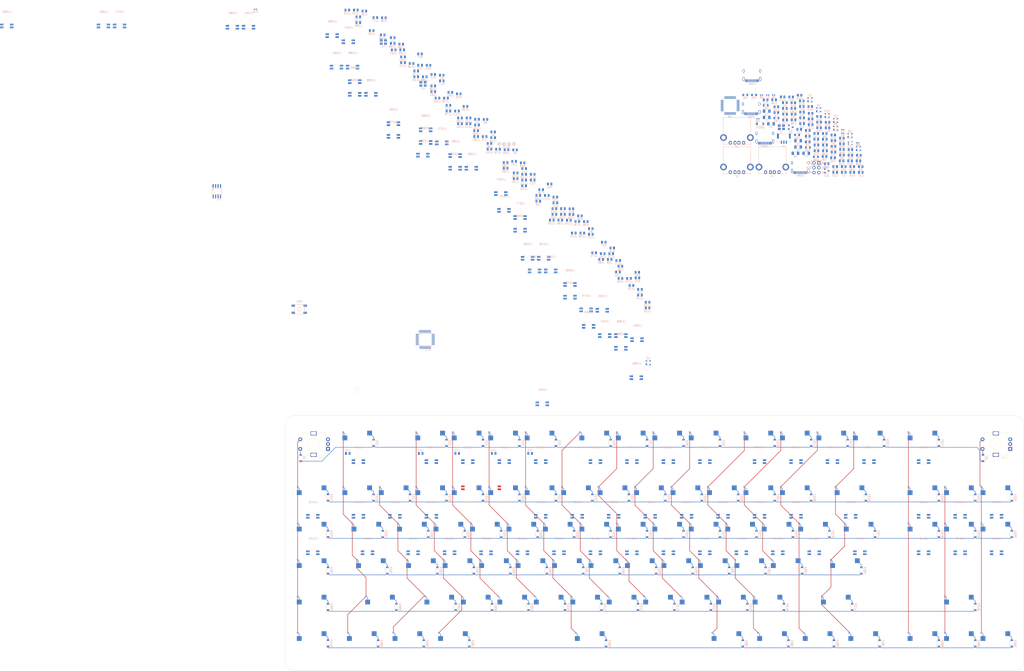
<source format=kicad_pcb>
(kicad_pcb (version 20171130) (host pcbnew "(5.1.10)-1")
  (layers (0 F.Cu signal) (31 B.Cu signal) (34 B.Paste user) (35 F.Paste user) (36 B.SilkS user) (37 F.SilkS user) (38 B.Mask user) (39 F.Mask user) (44 Edge.Cuts user))
  (net 0 "")
  (net 1 GND)
  (net 2 +5V)
  (net 3 KEYBOARD_XTAL1)
  (net 4 KEYBOARD_XTAL2)
  (net 5 XRSTJ)
  (net 6 +3V3)
  (net 7 +1V8)
  (net 8 HUB_XIN)
  (net 9 HUB_XOUT)
  (net 10 HUB_DRV)
  (net 11 "Net-(D10-Pad1)")
  (net 12 Earth)
  (net 13 KEYBOARD_RESET)
  (net 14 COL2)
  (net 15 COL1)
  (net 16 COL3)
  (net 17 "Net-(J2-Pad3)")
  (net 18 "Net-(J2-Pad2)")
  (net 19 "Net-(J3-Pad3)")
  (net 20 "Net-(J3-Pad2)")
  (net 21 "Net-(KD1-Pad2)")
  (net 22 ROW2)
  (net 23 "Net-(KD2-Pad2)")
  (net 24 ROW4)
  (net 25 "Net-(KD3-Pad2)")
  (net 26 "Net-(KD4-Pad2)")
  (net 27 "Net-(KD5-Pad2)")
  (net 28 "Net-(KD6-Pad2)")
  (net 29 ROT1_ROW)
  (net 30 "Net-(KD7-Pad2)")
  (net 31 ROW3)
  (net 32 "Net-(KD8-Pad2)")
  (net 33 ROW5)
  (net 34 "Net-(KD9-Pad2)")
  (net 35 "Net-(KD10-Pad2)")
  (net 36 "Net-(KD11-Pad2)")
  (net 37 "Net-(KD12-Pad2)")
  (net 38 "Net-(KD13-Pad2)")
  (net 39 "Net-(KD14-Pad2)")
  (net 40 "Net-(KD15-Pad2)")
  (net 41 "Net-(KD16-Pad2)")
  (net 42 "Net-(KD17-Pad2)")
  (net 43 "Net-(KD18-Pad2)")
  (net 44 "Net-(KD19-Pad2)")
  (net 45 "Net-(KD20-Pad2)")
  (net 46 "Net-(KD21-Pad2)")
  (net 47 "Net-(KD22-Pad2)")
  (net 48 "Net-(KD23-Pad2)")
  (net 49 "Net-(KD24-Pad2)")
  (net 50 "Net-(KD25-Pad2)")
  (net 51 "Net-(KD26-Pad2)")
  (net 52 "Net-(KD27-Pad2)")
  (net 53 "Net-(KD28-Pad2)")
  (net 54 "Net-(KD29-Pad2)")
  (net 55 "Net-(KD30-Pad2)")
  (net 56 "Net-(KD31-Pad2)")
  (net 57 "Net-(KD32-Pad2)")
  (net 58 "Net-(KD33-Pad2)")
  (net 59 "Net-(KD34-Pad2)")
  (net 60 "Net-(KD35-Pad2)")
  (net 61 "Net-(KD36-Pad2)")
  (net 62 "Net-(KD37-Pad2)")
  (net 63 "Net-(KD38-Pad2)")
  (net 64 "Net-(KD39-Pad2)")
  (net 65 "Net-(KD40-Pad2)")
  (net 66 "Net-(KD41-Pad2)")
  (net 67 "Net-(KD42-Pad2)")
  (net 68 "Net-(KD43-Pad2)")
  (net 69 "Net-(KD44-Pad2)")
  (net 70 "Net-(KD45-Pad2)")
  (net 71 "Net-(KD46-Pad2)")
  (net 72 "Net-(KD47-Pad2)")
  (net 73 "Net-(KD48-Pad2)")
  (net 74 "Net-(KD49-Pad2)")
  (net 75 "Net-(KD50-Pad2)")
  (net 76 "Net-(KD51-Pad2)")
  (net 77 "Net-(KD52-Pad2)")
  (net 78 "Net-(KD53-Pad2)")
  (net 79 "Net-(KD54-Pad2)")
  (net 80 "Net-(KD55-Pad2)")
  (net 81 "Net-(KD56-Pad2)")
  (net 82 "Net-(KD57-Pad2)")
  (net 83 "Net-(KD58-Pad2)")
  (net 84 "Net-(KD59-Pad2)")
  (net 85 "Net-(KD60-Pad2)")
  (net 86 "Net-(KD61-Pad2)")
  (net 87 "Net-(KD62-Pad2)")
  (net 88 "Net-(KD63-Pad2)")
  (net 89 "Net-(KD64-Pad2)")
  (net 90 "Net-(KD65-Pad2)")
  (net 91 "Net-(KD66-Pad2)")
  (net 92 "Net-(KD67-Pad2)")
  (net 93 "Net-(KD68-Pad2)")
  (net 94 "Net-(KD69-Pad2)")
  (net 95 "Net-(KD70-Pad2)")
  (net 96 "Net-(KD71-Pad2)")
  (net 97 "Net-(KD72-Pad2)")
  (net 98 "Net-(KD73-Pad2)")
  (net 99 "Net-(KD74-Pad2)")
  (net 100 "Net-(KD75-Pad2)")
  (net 101 "Net-(KD76-Pad2)")
  (net 102 "Net-(KD77-Pad2)")
  (net 103 "Net-(KD78-Pad2)")
  (net 104 "Net-(KD79-Pad2)")
  (net 105 "Net-(KD80-Pad2)")
  (net 106 "Net-(KD81-Pad2)")
  (net 107 "Net-(KD82-Pad2)")
  (net 108 "Net-(KD83-Pad2)")
  (net 109 "Net-(KD84-Pad2)")
  (net 110 "Net-(KD85-Pad2)")
  (net 111 "Net-(KD86-Pad2)")
  (net 112 "Net-(KD87-Pad2)")
  (net 113 "Net-(KD88-Pad2)")
  (net 114 "Net-(KD89-Pad2)")
  (net 115 "Net-(KD90-Pad2)")
  (net 116 "Net-(LED1-Pad2)")
  (net 117 "Net-(LED1-Pad4)")
  (net 118 DOUT1)
  (net 119 DOUT2)
  (net 120 DOUT3)
  (net 121 DOUT4)
  (net 122 DOUT5)
  (net 123 DOUT6)
  (net 124 DOUT7)
  (net 125 DOUT8)
  (net 126 "Net-(LED11-Pad4)")
  (net 127 "Net-(LED12-Pad4)")
  (net 128 "Net-(LED13-Pad4)")
  (net 129 "Net-(LED14-Pad4)")
  (net 130 "Net-(LED15-Pad4)")
  (net 131 "Net-(LED16-Pad4)")
  (net 132 "Net-(LED17-Pad4)")
  (net 133 "Net-(LED18-Pad4)")
  (net 134 "Net-(LED19-Pad4)")
  (net 135 "Net-(LED21-Pad4)")
  (net 136 "Net-(LED22-Pad4)")
  (net 137 "Net-(LED23-Pad4)")
  (net 138 "Net-(LED24-Pad4)")
  (net 139 "Net-(LED25-Pad4)")
  (net 140 "Net-(LED26-Pad4)")
  (net 141 "Net-(LED27-Pad4)")
  (net 142 "Net-(LED28-Pad4)")
  (net 143 "Net-(LED29-Pad4)")
  (net 144 "Net-(LED31-Pad4)")
  (net 145 "Net-(LED32-Pad4)")
  (net 146 "Net-(LED33-Pad4)")
  (net 147 "Net-(LED34-Pad4)")
  (net 148 "Net-(LED35-Pad4)")
  (net 149 "Net-(LED36-Pad4)")
  (net 150 "Net-(LED37-Pad4)")
  (net 151 "Net-(LED38-Pad4)")
  (net 152 "Net-(LED39-Pad4)")
  (net 153 "Net-(LED41-Pad4)")
  (net 154 "Net-(LED42-Pad4)")
  (net 155 "Net-(LED43-Pad4)")
  (net 156 "Net-(LED44-Pad4)")
  (net 157 "Net-(LED45-Pad4)")
  (net 158 "Net-(LED46-Pad4)")
  (net 159 "Net-(LED47-Pad4)")
  (net 160 "Net-(LED48-Pad4)")
  (net 161 "Net-(LED49-Pad4)")
  (net 162 "Net-(LED51-Pad4)")
  (net 163 "Net-(LED52-Pad4)")
  (net 164 "Net-(LED53-Pad4)")
  (net 165 "Net-(LED54-Pad4)")
  (net 166 "Net-(LED55-Pad4)")
  (net 167 "Net-(LED56-Pad4)")
  (net 168 "Net-(LED57-Pad4)")
  (net 169 "Net-(LED58-Pad4)")
  (net 170 "Net-(LED59-Pad4)")
  (net 171 "Net-(LED61-Pad4)")
  (net 172 "Net-(LED62-Pad4)")
  (net 173 "Net-(LED63-Pad4)")
  (net 174 "Net-(LED64-Pad4)")
  (net 175 "Net-(LED65-Pad4)")
  (net 176 "Net-(LED66-Pad4)")
  (net 177 "Net-(LED67-Pad4)")
  (net 178 "Net-(LED68-Pad4)")
  (net 179 "Net-(LED69-Pad4)")
  (net 180 "Net-(LED71-Pad4)")
  (net 181 "Net-(LED72-Pad4)")
  (net 182 "Net-(LED73-Pad4)")
  (net 183 "Net-(LED74-Pad4)")
  (net 184 "Net-(LED75-Pad4)")
  (net 185 "Net-(LED76-Pad4)")
  (net 186 "Net-(LED77-Pad4)")
  (net 187 "Net-(LED78-Pad4)")
  (net 188 "Net-(LED79-Pad4)")
  (net 189 "Net-(LED81-Pad4)")
  (net 190 "Net-(LED90-Pad4)")
  (net 191 COL0)
  (net 192 COL4)
  (net 193 COL5)
  (net 194 COL6)
  (net 195 COL7)
  (net 196 COL8)
  (net 197 KEYBOARD_SDA)
  (net 198 KEYBOARD_SCL)
  (net 199 BKL_DATA_IN)
  (net 200 ENCODER_A)
  (net 201 ENCODER_B1)
  (net 202 KEYBOARD_D+)
  (net 203 KEYBOARD_D-)
  (net 204 HUB_D+)
  (net 205 HUB_D-)
  (net 206 VBUSM)
  (net 207 HUB_LED1)
  (net 208 HUB_LED2)
  (net 209 HUB_LED3)
  (net 210 HUB_LED4)
  (net 211 HUB_LED5)
  (net 212 HUB_LED6)
  (net 213 HUB_LED7)
  (net 214 "Net-(IC1-Pad27)")
  (net 215 HUB_PORT5_D-)
  (net 216 HUB_PORT5_D+)
  (net 217 "Net-(R33-Pad1)")
  (net 218 HUB_PORT6_D-)
  (net 219 HUB_PORT6_D+)
  (net 220 HUB_PORT7_D-)
  (net 221 HUB_PORT7_D+)
  (net 222 "Net-(R37-Pad1)")
  (net 223 HUB_PORT2_D+)
  (net 224 HUB_PORT2_D-)
  (net 225 HUB_PORT3_D+)
  (net 226 HUB_PORT3_D-)
  (net 227 HUB_PORT4_D+)
  (net 228 HUB_PORT4_D-)
  (net 229 HUB_SDA)
  (net 230 "Net-(USB1-Pad3)")
  (net 231 "Net-(USB1-Pad9)")
  (net 232 "Net-(USB2-Pad3)")
  (net 233 "Net-(USB2-Pad9)")
  (net 234 "Net-(USB3-Pad3)")
  (net 235 "Net-(USB3-Pad9)")
  (net 236 "Net-(USB4-Pad3)")
  (net 237 "Net-(USB4-Pad9)")
  (net 238 BOOT0)
  (net 239 USB_XTAL1)
  (net 240 "Net-(DRST1-Pad2)")
  (net 241 "Net-(J1-Pad3)")
  (net 242 "Net-(J1-Pad2)")
  (net 243 COL17)
  (net 244 COL16)
  (net 245 EXTRA_1)
  (net 246 ROW1)
  (net 247 COL9)
  (net 248 COL10)
  (net 249 COL11)
  (net 250 COL12)
  (net 251 COL13)
  (net 252 COL14)
  (net 253 COL15)
  (net 254 "Net-(R1-Pad1)")
  (net 255 "Net-(R2-Pad1)")
  (net 256 "Net-(R3-Pad1)")
  (net 257 USB_XTAL2)
  (net 258 ENCODER_B2)
  (net 259 "Net-(R39-Pad1)")
  (net 260 BKL_DATA_IN_3V3)
  (net 261 "Net-(C22-Pad2)")
  (net 262 "Net-(C24-Pad2)")
  (net 263 "Net-(C25-Pad1)")
  (net 264 "Net-(C26-Pad2)")
  (net 265 "Net-(C27-Pad1)")
  (net 266 "Net-(C28-Pad2)")
  (net 267 "Net-(D1-Pad2)")
  (net 268 "Net-(D2-Pad2)")
  (net 269 "Net-(D3-Pad1)")
  (net 270 "Net-(D4-Pad1)")
  (net 271 "Net-(D5-Pad1)")
  (net 272 "Net-(D6-Pad1)")
  (net 273 "Net-(D7-Pad1)")
  (net 274 "Net-(D8-Pad1)")
  (net 275 "Net-(D9-Pad1)")
  (net 276 "Net-(LED2-Pad4)")
  (net 277 "Net-(LED3-Pad4)")
  (net 278 "Net-(LED4-Pad4)")
  (net 279 "Net-(LED5-Pad4)")
  (net 280 "Net-(LED6-Pad4)")
  (net 281 "Net-(LED7-Pad4)")
  (net 282 "Net-(LED8-Pad4)")
  (net 283 "Net-(LED10-Pad2)")
  (net 284 "Net-(LED82-Pad4)")
  (net 285 "Net-(LED83-Pad4)")
  (net 286 "Net-(LED84-Pad4)")
  (net 287 "Net-(LED85-Pad4)")
  (net 288 "Net-(LED86-Pad4)")
  (net 289 "Net-(LED87-Pad4)")
  (net 290 "Net-(LED88-Pad4)")
  (net 291 "Net-(LED89-Pad4)")
  (net 292 "Net-(R23-Pad1)")
  (net 293 "Net-(R24-Pad1)")
  (net 294 "Net-(R25-Pad1)")
  (net 295 "Net-(R29-Pad1)")
  (net 296 "Net-(R30-Pad1)")
  (net 297 "Net-(R38-Pad2)")
  (net 298 "Net-(R40-Pad1)")
  (net 299 "Net-(R42-Pad1)")
  (net 300 "Net-(R45-Pad1)")
  (net 301 "Net-(R46-Pad1)")
  (net 302 "Net-(IC1-Pad44)")
  (module Capacitor_SMD:C_0805_2012Metric (layer B.Cu) (at 253.5717 41.8823)
    (fp_text reference C24 (at 0 1.68) (layer B.SilkS) (effects (justify mirror)))
    (fp_text value 0.1uF)
    (pad 2 smd roundrect (at 0.95 0) (size 1 1.45) (layers B.Cu B.Paste B.Mask) (net 262 "Net-(C24-Pad2)"))
    (pad 1 smd roundrect (at -0.95 0) (size 1 1.45) (layers B.Cu B.Paste B.Mask) (net 1 GND))
  )
  (module Capacitor_SMD:C_0805_2012Metric (layer B.Cu) (at 309.0917 96.6623)
    (fp_text reference C25 (at 0 1.68) (layer B.SilkS) (effects (justify mirror)))
    (fp_text value 0.1uF)
    (pad 2 smd roundrect (at 0.95 0) (size 1 1.45) (layers B.Cu B.Paste B.Mask) (net 1 GND))
    (pad 1 smd roundrect (at -0.95 0) (size 1 1.45) (layers B.Cu B.Paste B.Mask) (net 263 "Net-(C25-Pad1)"))
  )
  (module Capacitor_SMD:C_0805_2012Metric (layer B.Cu) (at 175.3417 -36.6277)
    (fp_text reference C26 (at 0 1.68) (layer B.SilkS) (effects (justify mirror)))
    (fp_text value 0.1uF)
    (pad 2 smd roundrect (at 0.95 0) (size 1 1.45) (layers B.Cu B.Paste B.Mask) (net 264 "Net-(C26-Pad2)"))
    (pad 1 smd roundrect (at -0.95 0) (size 1 1.45) (layers B.Cu B.Paste B.Mask) (net 1 GND))
  )
  (module Capacitor_SMD:C_0805_2012Metric (layer B.Cu) (at 275.1017 63.5623)
    (fp_text reference C27 (at 0 1.68) (layer B.SilkS) (effects (justify mirror)))
    (fp_text value 0.1uF)
    (pad 2 smd roundrect (at 0.95 0) (size 1 1.45) (layers B.Cu B.Paste B.Mask) (net 1 GND))
    (pad 1 smd roundrect (at -0.95 0) (size 1 1.45) (layers B.Cu B.Paste B.Mask) (net 265 "Net-(C27-Pad1)"))
  )
  (module Capacitor_SMD:C_0805_2012Metric (layer B.Cu) (at 263.2617 51.6623)
    (fp_text reference C21 (at 0 1.68) (layer B.SilkS) (effects (justify mirror)))
    (fp_text value 20pF)
    (pad 2 smd roundrect (at 0.95 0) (size 1 1.45) (layers B.Cu B.Paste B.Mask) (net 3 KEYBOARD_XTAL1))
    (pad 1 smd roundrect (at -0.95 0) (size 1 1.45) (layers B.Cu B.Paste B.Mask) (net 1 GND))
  )
  (module Capacitor_SMD:C_0805_2012Metric (layer B.Cu) (at 279.0717 66.5723)
    (fp_text reference C22 (at 0 1.68) (layer B.SilkS) (effects (justify mirror)))
    (fp_text value 20pF)
    (pad 2 smd roundrect (at 0.95 0) (size 1 1.45) (layers B.Cu B.Paste B.Mask) (net 261 "Net-(C22-Pad2)"))
    (pad 1 smd roundrect (at -0.95 0) (size 1 1.45) (layers B.Cu B.Paste B.Mask) (net 1 GND))
  )
  (module Capacitor_SMD:C_0805_2012Metric (layer B.Cu) (at 267.6917 56.6823)
    (fp_text reference C18 (at 0 1.68) (layer B.SilkS) (effects (justify mirror)))
    (fp_text value 10uF)
    (pad 2 smd roundrect (at 0.95 0) (size 1 1.45) (layers B.Cu B.Paste B.Mask) (net 1 GND))
    (pad 1 smd roundrect (at -0.95 0) (size 1 1.45) (layers B.Cu B.Paste B.Mask) (net 7 +1V8))
  )
  (module Capacitor_SMD:C_0805_2012Metric (layer B.Cu) (at 190.1517 -22.7477)
    (fp_text reference C1 (at 0 1.68) (layer B.SilkS) (effects (justify mirror)))
    (fp_text value 100nF)
    (pad 2 smd roundrect (at 0.95 0) (size 1 1.45) (layers B.Cu B.Paste B.Mask) (net 2 +5V))
    (pad 1 smd roundrect (at -0.95 0) (size 1 1.45) (layers B.Cu B.Paste B.Mask) (net 1 GND))
  )
  (module Capacitor_SMD:C_0805_2012Metric (layer B.Cu) (at 204.4417 -8.3277)
    (fp_text reference C13 (at 0 1.68) (layer B.SilkS) (effects (justify mirror)))
    (fp_text value 22pF)
    (pad 2 smd roundrect (at 0.95 0) (size 1 1.45) (layers B.Cu B.Paste B.Mask) (net 8 HUB_XIN))
    (pad 1 smd roundrect (at -0.95 0) (size 1 1.45) (layers B.Cu B.Paste B.Mask) (net 1 GND))
  )
  (module Capacitor_SMD:C_0805_2012Metric (layer B.Cu) (at 258.8117 45.6423)
    (fp_text reference C14 (at 0 1.68) (layer B.SilkS) (effects (justify mirror)))
    (fp_text value 22pF)
    (pad 2 smd roundrect (at 0.95 0) (size 1 1.45) (layers B.Cu B.Paste B.Mask) (net 9 HUB_XOUT))
    (pad 1 smd roundrect (at -0.95 0) (size 1 1.45) (layers B.Cu B.Paste B.Mask) (net 1 GND))
  )
  (module LED_SMD:LED_0402_1005Metric (layer B.Cu) (at 118.4467 -37.5377)
    (fp_text reference D10 (at 0 1.17) (layer B.SilkS) (effects (justify mirror)))
    (fp_text value Red)
    (pad 2 smd roundrect (at 0.485 0) (size 0.59 0.64) (layers B.Cu B.Paste B.Mask) (net 10 HUB_DRV))
    (pad 1 smd roundrect (at -0.485 0) (size 0.59 0.64) (layers B.Cu B.Paste B.Mask) (net 11 "Net-(D10-Pad1)"))
  )
  (module Diode_SMD:D_SOD-123 (layer B.Cu) (at 156.3589 217.4112 90)
    (fp_text reference KD15 (at 0 2 90) (layer B.SilkS) (effects (justify mirror)))
    (fp_text value SOD-123)
    (pad 2 smd rect (at 1.65 0 90) (size 0.9 1.2) (layers B.Cu B.Paste B.Mask) (net 40 "Net-(KD15-Pad2)"))
    (pad 1 smd rect (at -1.65 0 90) (size 0.9 1.2) (layers B.Cu B.Paste B.Mask) (net 246 ROW1))
  )
  (module Diode_SMD:D_SOD-123 (layer B.Cu) (at 156.3589 236.46 90)
    (fp_text reference KD33 (at 0 2 90) (layer B.SilkS) (effects (justify mirror)))
    (fp_text value SOD-123)
    (pad 2 smd rect (at 1.65 0 90) (size 0.9 1.2) (layers B.Cu B.Paste B.Mask) (net 58 "Net-(KD33-Pad2)"))
    (pad 1 smd rect (at -1.65 0 90) (size 0.9 1.2) (layers B.Cu B.Paste B.Mask) (net 22 ROW2))
  )
  (module Diode_SMD:D_SOD-123 (layer B.Cu) (at 156.3589 255.5714 90)
    (fp_text reference KD51 (at 0 2 90) (layer B.SilkS) (effects (justify mirror)))
    (fp_text value SOD-123)
    (pad 2 smd rect (at 1.65 0 90) (size 0.9 1.2) (layers B.Cu B.Paste B.Mask) (net 76 "Net-(KD51-Pad2)"))
    (pad 1 smd rect (at -1.65 0 90) (size 0.9 1.2) (layers B.Cu B.Paste B.Mask) (net 31 ROW3))
  )
  (module Diode_SMD:D_SOD-123 (layer B.Cu) (at 156.3589 274.6202 90)
    (fp_text reference KD65 (at 0 2 90) (layer B.SilkS) (effects (justify mirror)))
    (fp_text value SOD-123)
    (pad 2 smd rect (at 1.65 0 90) (size 0.9 1.2) (layers B.Cu B.Paste B.Mask) (net 90 "Net-(KD65-Pad2)"))
    (pad 1 smd rect (at -1.65 0 90) (size 0.9 1.2) (layers B.Cu B.Paste B.Mask) (net 24 ROW4))
  )
  (module Diode_SMD:D_SOD-123 (layer B.Cu) (at 182.551 293.669 90)
    (fp_text reference KD80 (at 0 2 90) (layer B.SilkS) (effects (justify mirror)))
    (fp_text value SOD-123)
    (pad 2 smd rect (at 1.65 0 90) (size 0.9 1.2) (layers B.Cu B.Paste B.Mask) (net 105 "Net-(KD80-Pad2)"))
    (pad 1 smd rect (at -1.65 0 90) (size 0.9 1.2) (layers B.Cu B.Paste B.Mask) (net 33 ROW5))
  )
  (module Diode_SMD:D_SOD-123 (layer B.Cu) (at 180.1699 188.9006 90)
    (fp_text reference KD1 (at 0 2 90) (layer B.SilkS) (effects (justify mirror)))
    (fp_text value SOD-123)
    (pad 2 smd rect (at 1.65 0 90) (size 0.9 1.2) (layers B.Cu B.Paste B.Mask) (net 21 "Net-(KD1-Pad2)"))
    (pad 1 smd rect (at -1.65 0 90) (size 0.9 1.2) (layers B.Cu B.Paste B.Mask) (net 29 ROT1_ROW))
  )
  (module Diode_SMD:D_SOD-123 (layer B.Cu) (at 180.1699 217.4738 90)
    (fp_text reference KD16 (at 0 2 90) (layer B.SilkS) (effects (justify mirror)))
    (fp_text value SOD-123)
    (pad 2 smd rect (at 1.65 0 90) (size 0.9 1.2) (layers B.Cu B.Paste B.Mask) (net 41 "Net-(KD16-Pad2)"))
    (pad 1 smd rect (at -1.65 0 90) (size 0.9 1.2) (layers B.Cu B.Paste B.Mask) (net 246 ROW1))
  )
  (module Diode_SMD:D_SOD-123 (layer B.Cu) (at 184.9321 236.5226 90)
    (fp_text reference KD34 (at 0 2 90) (layer B.SilkS) (effects (justify mirror)))
    (fp_text value SOD-123)
    (pad 2 smd rect (at 1.65 0 90) (size 0.9 1.2) (layers B.Cu B.Paste B.Mask) (net 59 "Net-(KD34-Pad2)"))
    (pad 1 smd rect (at -1.65 0 90) (size 0.9 1.2) (layers B.Cu B.Paste B.Mask) (net 22 ROW2))
  )
  (module Diode_SMD:D_SOD-123 (layer B.Cu) (at 187.3132 255.5714 90)
    (fp_text reference KD52 (at 0 2 90) (layer B.SilkS) (effects (justify mirror)))
    (fp_text value SOD-123)
    (pad 2 smd rect (at 1.65 0 90) (size 0.9 1.2) (layers B.Cu B.Paste B.Mask) (net 77 "Net-(KD52-Pad2)"))
    (pad 1 smd rect (at -1.65 0 90) (size 0.9 1.2) (layers B.Cu B.Paste B.Mask) (net 31 ROW3))
  )
  (module Diode_SMD:D_SOD-123 (layer B.Cu) (at 156.3589 293.6064 90)
    (fp_text reference KD79 (at 0 2 90) (layer B.SilkS) (effects (justify mirror)))
    (fp_text value SOD-123)
    (pad 2 smd rect (at 1.65 0 90) (size 0.9 1.2) (layers B.Cu B.Paste B.Mask) (net 104 "Net-(KD79-Pad2)"))
    (pad 1 smd rect (at -1.65 0 90) (size 0.9 1.2) (layers B.Cu B.Paste B.Mask) (net 33 ROW5))
  )
  (module Diode_SMD:D_SOD-123 (layer B.Cu) (at 218.2675 188.9006 90)
    (fp_text reference KD2 (at 0 2 90) (layer B.SilkS) (effects (justify mirror)))
    (fp_text value SOD-123)
    (pad 2 smd rect (at 1.65 0 90) (size 0.9 1.2) (layers B.Cu B.Paste B.Mask) (net 23 "Net-(KD2-Pad2)"))
    (pad 1 smd rect (at -1.65 0 90) (size 0.9 1.2) (layers B.Cu B.Paste B.Mask) (net 29 ROT1_ROW))
  )
  (module Diode_SMD:D_SOD-123 (layer B.Cu) (at 218.2675 217.4738 90)
    (fp_text reference KD18 (at 0 2 90) (layer B.SilkS) (effects (justify mirror)))
    (fp_text value SOD-123)
    (pad 2 smd rect (at 1.65 0 90) (size 0.9 1.2) (layers B.Cu B.Paste B.Mask) (net 43 "Net-(KD18-Pad2)"))
    (pad 1 smd rect (at -1.65 0 90) (size 0.9 1.2) (layers B.Cu B.Paste B.Mask) (net 246 ROW1))
  )
  (module Diode_SMD:D_SOD-123 (layer B.Cu) (at 227.7919 236.5226 90)
    (fp_text reference KD36 (at 0 2 90) (layer B.SilkS) (effects (justify mirror)))
    (fp_text value SOD-123)
    (pad 2 smd rect (at 1.65 0 90) (size 0.9 1.2) (layers B.Cu B.Paste B.Mask) (net 61 "Net-(KD36-Pad2)"))
    (pad 1 smd rect (at -1.65 0 90) (size 0.9 1.2) (layers B.Cu B.Paste B.Mask) (net 22 ROW2))
  )
  (module Diode_SMD:D_SOD-123 (layer B.Cu) (at 232.5541 255.5714 90)
    (fp_text reference KD54 (at 0 2 90) (layer B.SilkS) (effects (justify mirror)))
    (fp_text value SOD-123)
    (pad 2 smd rect (at 1.65 0 90) (size 0.9 1.2) (layers B.Cu B.Paste B.Mask) (net 79 "Net-(KD54-Pad2)"))
    (pad 1 smd rect (at -1.65 0 90) (size 0.9 1.2) (layers B.Cu B.Paste B.Mask) (net 31 ROW3))
  )
  (module Diode_SMD:D_SOD-123 (layer B.Cu) (at 223.0297 274.6202 90)
    (fp_text reference KD67 (at 0 2 90) (layer B.SilkS) (effects (justify mirror)))
    (fp_text value SOD-123)
    (pad 2 smd rect (at 1.65 0 90) (size 0.9 1.2) (layers B.Cu B.Paste B.Mask) (net 92 "Net-(KD67-Pad2)"))
    (pad 1 smd rect (at -1.65 0 90) (size 0.9 1.2) (layers B.Cu B.Paste B.Mask) (net 24 ROW4))
  )
  (module Diode_SMD:D_SOD-123 (layer B.Cu) (at 230.173 293.669 90)
    (fp_text reference KD82 (at 0 2 90) (layer B.SilkS) (effects (justify mirror)))
    (fp_text value SOD-123)
    (pad 2 smd rect (at 1.65 0 90) (size 0.9 1.2) (layers B.Cu B.Paste B.Mask) (net 107 "Net-(KD82-Pad2)"))
    (pad 1 smd rect (at -1.65 0 90) (size 0.9 1.2) (layers B.Cu B.Paste B.Mask) (net 33 ROW5))
  )
  (module Diode_SMD:D_SOD-123 (layer B.Cu) (at 199.2187 217.4738 90)
    (fp_text reference KD17 (at 0 2 90) (layer B.SilkS) (effects (justify mirror)))
    (fp_text value SOD-123)
    (pad 2 smd rect (at 1.65 0 90) (size 0.9 1.2) (layers B.Cu B.Paste B.Mask) (net 42 "Net-(KD17-Pad2)"))
    (pad 1 smd rect (at -1.65 0 90) (size 0.9 1.2) (layers B.Cu B.Paste B.Mask) (net 246 ROW1))
  )
  (module Diode_SMD:D_SOD-123 (layer B.Cu) (at 208.7431 236.5226 90)
    (fp_text reference KD35 (at 0 2 90) (layer B.SilkS) (effects (justify mirror)))
    (fp_text value SOD-123)
    (pad 2 smd rect (at 1.65 0 90) (size 0.9 1.2) (layers B.Cu B.Paste B.Mask) (net 60 "Net-(KD35-Pad2)"))
    (pad 1 smd rect (at -1.65 0 90) (size 0.9 1.2) (layers B.Cu B.Paste B.Mask) (net 22 ROW2))
  )
  (module Diode_SMD:D_SOD-123 (layer B.Cu) (at 213.5053 255.5714 90)
    (fp_text reference KD53 (at 0 2 90) (layer B.SilkS) (effects (justify mirror)))
    (fp_text value SOD-123)
    (pad 2 smd rect (at 1.65 0 90) (size 0.9 1.2) (layers B.Cu B.Paste B.Mask) (net 78 "Net-(KD53-Pad2)"))
    (pad 1 smd rect (at -1.65 0 90) (size 0.9 1.2) (layers B.Cu B.Paste B.Mask) (net 31 ROW3))
  )
  (module Diode_SMD:D_SOD-123 (layer B.Cu) (at 192.0754 274.6202 90)
    (fp_text reference KD66 (at 0 2 90) (layer B.SilkS) (effects (justify mirror)))
    (fp_text value SOD-123)
    (pad 2 smd rect (at 1.65 0 90) (size 0.9 1.2) (layers B.Cu B.Paste B.Mask) (net 91 "Net-(KD66-Pad2)"))
    (pad 1 smd rect (at -1.65 0 90) (size 0.9 1.2) (layers B.Cu B.Paste B.Mask) (net 24 ROW4))
  )
  (module Diode_SMD:D_SOD-123 (layer B.Cu) (at 206.362 293.669 90)
    (fp_text reference KD81 (at 0 2 90) (layer B.SilkS) (effects (justify mirror)))
    (fp_text value SOD-123)
    (pad 2 smd rect (at 1.65 0 90) (size 0.9 1.2) (layers B.Cu B.Paste B.Mask) (net 106 "Net-(KD81-Pad2)"))
    (pad 1 smd rect (at -1.65 0 90) (size 0.9 1.2) (layers B.Cu B.Paste B.Mask) (net 33 ROW5))
  )
  (module Diode_SMD:D_SOD-123 (layer B.Cu) (at 237.3163 188.9006 90)
    (fp_text reference KD3 (at 0 2 90) (layer B.SilkS) (effects (justify mirror)))
    (fp_text value SOD-123)
    (pad 2 smd rect (at 1.65 0 90) (size 0.9 1.2) (layers B.Cu B.Paste B.Mask) (net 25 "Net-(KD3-Pad2)"))
    (pad 1 smd rect (at -1.65 0 90) (size 0.9 1.2) (layers B.Cu B.Paste B.Mask) (net 29 ROT1_ROW))
  )
  (module Diode_SMD:D_SOD-123 (layer B.Cu) (at 237.3163 217.4738 90)
    (fp_text reference KD19 (at 0 2 90) (layer B.SilkS) (effects (justify mirror)))
    (fp_text value SOD-123)
    (pad 2 smd rect (at 1.65 0 90) (size 0.9 1.2) (layers B.Cu B.Paste B.Mask) (net 44 "Net-(KD19-Pad2)"))
    (pad 1 smd rect (at -1.65 0 90) (size 0.9 1.2) (layers B.Cu B.Paste B.Mask) (net 246 ROW1))
  )
  (module Diode_SMD:D_SOD-123 (layer B.Cu) (at 246.8407 236.5226 90)
    (fp_text reference KD37 (at 0 2 90) (layer B.SilkS) (effects (justify mirror)))
    (fp_text value SOD-123)
    (pad 2 smd rect (at 1.65 0 90) (size 0.9 1.2) (layers B.Cu B.Paste B.Mask) (net 62 "Net-(KD37-Pad2)"))
    (pad 1 smd rect (at -1.65 0 90) (size 0.9 1.2) (layers B.Cu B.Paste B.Mask) (net 22 ROW2))
  )
  (module Diode_SMD:D_SOD-123 (layer B.Cu) (at 251.6029 255.5714 90)
    (fp_text reference KD55 (at 0 2 90) (layer B.SilkS) (effects (justify mirror)))
    (fp_text value SOD-123)
    (pad 2 smd rect (at 1.65 0 90) (size 0.9 1.2) (layers B.Cu B.Paste B.Mask) (net 80 "Net-(KD55-Pad2)"))
    (pad 1 smd rect (at -1.65 0 90) (size 0.9 1.2) (layers B.Cu B.Paste B.Mask) (net 31 ROW3))
  )
  (module Diode_SMD:D_SOD-123 (layer B.Cu) (at 242.0785 274.6202 90)
    (fp_text reference KD68 (at 0 2 90) (layer B.SilkS) (effects (justify mirror)))
    (fp_text value SOD-123)
    (pad 2 smd rect (at 1.65 0 90) (size 0.9 1.2) (layers B.Cu B.Paste B.Mask) (net 93 "Net-(KD68-Pad2)"))
    (pad 1 smd rect (at -1.65 0 90) (size 0.9 1.2) (layers B.Cu B.Paste B.Mask) (net 24 ROW4))
  )
  (module Diode_SMD:D_SOD-123 (layer B.Cu) (at 280.1761 274.6202 90)
    (fp_text reference KD70 (at 0 2 90) (layer B.SilkS) (effects (justify mirror)))
    (fp_text value SOD-123)
    (pad 2 smd rect (at 1.65 0 90) (size 0.9 1.2) (layers B.Cu B.Paste B.Mask) (net 95 "Net-(KD70-Pad2)"))
    (pad 1 smd rect (at -1.65 0 90) (size 0.9 1.2) (layers B.Cu B.Paste B.Mask) (net 24 ROW4))
  )
  (module Diode_SMD:D_SOD-123 (layer B.Cu) (at 256.3651 188.9006 90)
    (fp_text reference KD4 (at 0 2 90) (layer B.SilkS) (effects (justify mirror)))
    (fp_text value SOD-123)
    (pad 2 smd rect (at 1.65 0 90) (size 0.9 1.2) (layers B.Cu B.Paste B.Mask) (net 26 "Net-(KD4-Pad2)"))
    (pad 1 smd rect (at -1.65 0 90) (size 0.9 1.2) (layers B.Cu B.Paste B.Mask) (net 29 ROT1_ROW))
  )
  (module Diode_SMD:D_SOD-123 (layer B.Cu) (at 256.3651 217.4738 90)
    (fp_text reference KD20 (at 0 2 90) (layer B.SilkS) (effects (justify mirror)))
    (fp_text value SOD-123)
    (pad 2 smd rect (at 1.65 0 90) (size 0.9 1.2) (layers B.Cu B.Paste B.Mask) (net 45 "Net-(KD20-Pad2)"))
    (pad 1 smd rect (at -1.65 0 90) (size 0.9 1.2) (layers B.Cu B.Paste B.Mask) (net 246 ROW1))
  )
  (module Diode_SMD:D_SOD-123 (layer B.Cu) (at 265.8895 236.5226 90)
    (fp_text reference KD38 (at 0 2 90) (layer B.SilkS) (effects (justify mirror)))
    (fp_text value SOD-123)
    (pad 2 smd rect (at 1.65 0 90) (size 0.9 1.2) (layers B.Cu B.Paste B.Mask) (net 63 "Net-(KD38-Pad2)"))
    (pad 1 smd rect (at -1.65 0 90) (size 0.9 1.2) (layers B.Cu B.Paste B.Mask) (net 22 ROW2))
  )
  (module Diode_SMD:D_SOD-123 (layer B.Cu) (at 270.6517 255.5714 90)
    (fp_text reference KD56 (at 0 2 90) (layer B.SilkS) (effects (justify mirror)))
    (fp_text value SOD-123)
    (pad 2 smd rect (at 1.65 0 90) (size 0.9 1.2) (layers B.Cu B.Paste B.Mask) (net 81 "Net-(KD56-Pad2)"))
    (pad 1 smd rect (at -1.65 0 90) (size 0.9 1.2) (layers B.Cu B.Paste B.Mask) (net 31 ROW3))
  )
  (module Diode_SMD:D_SOD-123 (layer B.Cu) (at 261.1273 274.6202 90)
    (fp_text reference KD69 (at 0 2 90) (layer B.SilkS) (effects (justify mirror)))
    (fp_text value SOD-123)
    (pad 2 smd rect (at 1.65 0 90) (size 0.9 1.2) (layers B.Cu B.Paste B.Mask) (net 94 "Net-(KD69-Pad2)"))
    (pad 1 smd rect (at -1.65 0 90) (size 0.9 1.2) (layers B.Cu B.Paste B.Mask) (net 24 ROW4))
  )
  (module Diode_SMD:D_SOD-123 (layer B.Cu) (at 275.4139 188.9006 90)
    (fp_text reference KD5 (at 0 2 90) (layer B.SilkS) (effects (justify mirror)))
    (fp_text value SOD-123)
    (pad 2 smd rect (at 1.65 0 90) (size 0.9 1.2) (layers B.Cu B.Paste B.Mask) (net 27 "Net-(KD5-Pad2)"))
    (pad 1 smd rect (at -1.65 0 90) (size 0.9 1.2) (layers B.Cu B.Paste B.Mask) (net 29 ROT1_ROW))
  )
  (module Diode_SMD:D_SOD-123 (layer B.Cu) (at 275.4139 217.4738 90)
    (fp_text reference KD21 (at 0 2 90) (layer B.SilkS) (effects (justify mirror)))
    (fp_text value SOD-123)
    (pad 2 smd rect (at 1.65 0 90) (size 0.9 1.2) (layers B.Cu B.Paste B.Mask) (net 46 "Net-(KD21-Pad2)"))
    (pad 1 smd rect (at -1.65 0 90) (size 0.9 1.2) (layers B.Cu B.Paste B.Mask) (net 246 ROW1))
  )
  (module Diode_SMD:D_SOD-123 (layer B.Cu) (at 284.9383 236.5226 90)
    (fp_text reference KD39 (at 0 2 90) (layer B.SilkS) (effects (justify mirror)))
    (fp_text value SOD-123)
    (pad 2 smd rect (at 1.65 0 90) (size 0.9 1.2) (layers B.Cu B.Paste B.Mask) (net 64 "Net-(KD39-Pad2)"))
    (pad 1 smd rect (at -1.65 0 90) (size 0.9 1.2) (layers B.Cu B.Paste B.Mask) (net 22 ROW2))
  )
  (module Diode_SMD:D_SOD-123 (layer B.Cu) (at 289.7005 255.5714 90)
    (fp_text reference KD57 (at 0 2 90) (layer B.SilkS) (effects (justify mirror)))
    (fp_text value SOD-123)
    (pad 2 smd rect (at 1.65 0 90) (size 0.9 1.2) (layers B.Cu B.Paste B.Mask) (net 82 "Net-(KD57-Pad2)"))
    (pad 1 smd rect (at -1.65 0 90) (size 0.9 1.2) (layers B.Cu B.Paste B.Mask) (net 31 ROW3))
  )
  (module Diode_SMD:D_SOD-123 (layer B.Cu) (at 299.2249 274.6202 90)
    (fp_text reference KD71 (at 0 2 90) (layer B.SilkS) (effects (justify mirror)))
    (fp_text value SOD-123)
    (pad 2 smd rect (at 1.65 0 90) (size 0.9 1.2) (layers B.Cu B.Paste B.Mask) (net 96 "Net-(KD71-Pad2)"))
    (pad 1 smd rect (at -1.65 0 90) (size 0.9 1.2) (layers B.Cu B.Paste B.Mask) (net 24 ROW4))
  )
  (module Diode_SMD:D_SOD-123 (layer B.Cu) (at 301.606 293.669 90)
    (fp_text reference KD83 (at 0 2 90) (layer B.SilkS) (effects (justify mirror)))
    (fp_text value SOD-123)
    (pad 2 smd rect (at 1.65 0 90) (size 0.9 1.2) (layers B.Cu B.Paste B.Mask) (net 108 "Net-(KD83-Pad2)"))
    (pad 1 smd rect (at -1.65 0 90) (size 0.9 1.2) (layers B.Cu B.Paste B.Mask) (net 33 ROW5))
  )
  (module Diode_SMD:D_SOD-123 (layer B.Cu) (at 303.9871 188.9006 90)
    (fp_text reference KD6 (at 0 2 90) (layer B.SilkS) (effects (justify mirror)))
    (fp_text value SOD-123)
    (pad 2 smd rect (at 1.65 0 90) (size 0.9 1.2) (layers B.Cu B.Paste B.Mask) (net 28 "Net-(KD6-Pad2)"))
    (pad 1 smd rect (at -1.65 0 90) (size 0.9 1.2) (layers B.Cu B.Paste B.Mask) (net 29 ROT1_ROW))
  )
  (module Diode_SMD:D_SOD-123 (layer B.Cu) (at 294.4627 217.4738 90)
    (fp_text reference KD22 (at 0 2 90) (layer B.SilkS) (effects (justify mirror)))
    (fp_text value SOD-123)
    (pad 2 smd rect (at 1.65 0 90) (size 0.9 1.2) (layers B.Cu B.Paste B.Mask) (net 47 "Net-(KD22-Pad2)"))
    (pad 1 smd rect (at -1.65 0 90) (size 0.9 1.2) (layers B.Cu B.Paste B.Mask) (net 246 ROW1))
  )
  (module Diode_SMD:D_SOD-123 (layer B.Cu) (at 303.9871 236.5226 90)
    (fp_text reference KD40 (at 0 2 90) (layer B.SilkS) (effects (justify mirror)))
    (fp_text value SOD-123)
    (pad 2 smd rect (at 1.65 0 90) (size 0.9 1.2) (layers B.Cu B.Paste B.Mask) (net 65 "Net-(KD40-Pad2)"))
    (pad 1 smd rect (at -1.65 0 90) (size 0.9 1.2) (layers B.Cu B.Paste B.Mask) (net 22 ROW2))
  )
  (module Diode_SMD:D_SOD-123 (layer B.Cu) (at 308.7493 255.5714 90)
    (fp_text reference KD58 (at 0 2 90) (layer B.SilkS) (effects (justify mirror)))
    (fp_text value SOD-123)
    (pad 2 smd rect (at 1.65 0 90) (size 0.9 1.2) (layers B.Cu B.Paste B.Mask) (net 83 "Net-(KD58-Pad2)"))
    (pad 1 smd rect (at -1.65 0 90) (size 0.9 1.2) (layers B.Cu B.Paste B.Mask) (net 31 ROW3))
  )
  (module Diode_SMD:D_SOD-123 (layer B.Cu) (at 318.2737 274.6202 90)
    (fp_text reference KD72 (at 0 2 90) (layer B.SilkS) (effects (justify mirror)))
    (fp_text value SOD-123)
    (pad 2 smd rect (at 1.65 0 90) (size 0.9 1.2) (layers B.Cu B.Paste B.Mask) (net 97 "Net-(KD72-Pad2)"))
    (pad 1 smd rect (at -1.65 0 90) (size 0.9 1.2) (layers B.Cu B.Paste B.Mask) (net 24 ROW4))
  )
  (module Diode_SMD:D_SOD-123 (layer B.Cu) (at 323.0359 188.9006 90)
    (fp_text reference KD7 (at 0 2 90) (layer B.SilkS) (effects (justify mirror)))
    (fp_text value SOD-123)
    (pad 2 smd rect (at 1.65 0 90) (size 0.9 1.2) (layers B.Cu B.Paste B.Mask) (net 30 "Net-(KD7-Pad2)"))
    (pad 1 smd rect (at -1.65 0 90) (size 0.9 1.2) (layers B.Cu B.Paste B.Mask) (net 29 ROT1_ROW))
  )
  (module Diode_SMD:D_SOD-123 (layer B.Cu) (at 313.5115 217.4738 90)
    (fp_text reference KD23 (at 0 2 90) (layer B.SilkS) (effects (justify mirror)))
    (fp_text value SOD-123)
    (pad 2 smd rect (at 1.65 0 90) (size 0.9 1.2) (layers B.Cu B.Paste B.Mask) (net 48 "Net-(KD23-Pad2)"))
    (pad 1 smd rect (at -1.65 0 90) (size 0.9 1.2) (layers B.Cu B.Paste B.Mask) (net 246 ROW1))
  )
  (module Diode_SMD:D_SOD-123 (layer B.Cu) (at 323.0359 236.5226 90)
    (fp_text reference KD41 (at 0 2 90) (layer B.SilkS) (effects (justify mirror)))
    (fp_text value SOD-123)
    (pad 2 smd rect (at 1.65 0 90) (size 0.9 1.2) (layers B.Cu B.Paste B.Mask) (net 66 "Net-(KD41-Pad2)"))
    (pad 1 smd rect (at -1.65 0 90) (size 0.9 1.2) (layers B.Cu B.Paste B.Mask) (net 22 ROW2))
  )
  (module Diode_SMD:D_SOD-123 (layer B.Cu) (at 327.7981 255.5714 90)
    (fp_text reference KD59 (at 0 2 90) (layer B.SilkS) (effects (justify mirror)))
    (fp_text value SOD-123)
    (pad 2 smd rect (at 1.65 0 90) (size 0.9 1.2) (layers B.Cu B.Paste B.Mask) (net 84 "Net-(KD59-Pad2)"))
    (pad 1 smd rect (at -1.65 0 90) (size 0.9 1.2) (layers B.Cu B.Paste B.Mask) (net 31 ROW3))
  )
  (module Diode_SMD:D_SOD-123 (layer B.Cu) (at 337.3225 274.6202 90)
    (fp_text reference KD73 (at 0 2 90) (layer B.SilkS) (effects (justify mirror)))
    (fp_text value SOD-123)
    (pad 2 smd rect (at 1.65 0 90) (size 0.9 1.2) (layers B.Cu B.Paste B.Mask) (net 98 "Net-(KD73-Pad2)"))
    (pad 1 smd rect (at -1.65 0 90) (size 0.9 1.2) (layers B.Cu B.Paste B.Mask) (net 24 ROW4))
  )
  (module Diode_SMD:D_SOD-123 (layer B.Cu) (at 342.0847 188.9006 90)
    (fp_text reference KD8 (at 0 2 90) (layer B.SilkS) (effects (justify mirror)))
    (fp_text value SOD-123)
    (pad 2 smd rect (at 1.65 0 90) (size 0.9 1.2) (layers B.Cu B.Paste B.Mask) (net 32 "Net-(KD8-Pad2)"))
    (pad 1 smd rect (at -1.65 0 90) (size 0.9 1.2) (layers B.Cu B.Paste B.Mask) (net 29 ROT1_ROW))
  )
  (module Diode_SMD:D_SOD-123 (layer B.Cu) (at 332.5603 217.4738 90)
    (fp_text reference KD24 (at 0 2 90) (layer B.SilkS) (effects (justify mirror)))
    (fp_text value SOD-123)
    (pad 2 smd rect (at 1.65 0 90) (size 0.9 1.2) (layers B.Cu B.Paste B.Mask) (net 49 "Net-(KD24-Pad2)"))
    (pad 1 smd rect (at -1.65 0 90) (size 0.9 1.2) (layers B.Cu B.Paste B.Mask) (net 246 ROW1))
  )
  (module Diode_SMD:D_SOD-123 (layer B.Cu) (at 342.0847 236.5226 90)
    (fp_text reference KD42 (at 0 2 90) (layer B.SilkS) (effects (justify mirror)))
    (fp_text value SOD-123)
    (pad 2 smd rect (at 1.65 0 90) (size 0.9 1.2) (layers B.Cu B.Paste B.Mask) (net 67 "Net-(KD42-Pad2)"))
    (pad 1 smd rect (at -1.65 0 90) (size 0.9 1.2) (layers B.Cu B.Paste B.Mask) (net 22 ROW2))
  )
  (module Diode_SMD:D_SOD-123 (layer B.Cu) (at 346.8469 255.5714 90)
    (fp_text reference KD60 (at 0 2 90) (layer B.SilkS) (effects (justify mirror)))
    (fp_text value SOD-123)
    (pad 2 smd rect (at 1.65 0 90) (size 0.9 1.2) (layers B.Cu B.Paste B.Mask) (net 85 "Net-(KD60-Pad2)"))
    (pad 1 smd rect (at -1.65 0 90) (size 0.9 1.2) (layers B.Cu B.Paste B.Mask) (net 31 ROW3))
  )
  (module Diode_SMD:D_SOD-123 (layer B.Cu) (at 356.3713 274.6202 90)
    (fp_text reference KD74 (at 0 2 90) (layer B.SilkS) (effects (justify mirror)))
    (fp_text value SOD-123)
    (pad 2 smd rect (at 1.65 0 90) (size 0.9 1.2) (layers B.Cu B.Paste B.Mask) (net 99 "Net-(KD74-Pad2)"))
    (pad 1 smd rect (at -1.65 0 90) (size 0.9 1.2) (layers B.Cu B.Paste B.Mask) (net 24 ROW4))
  )
  (module Diode_SMD:D_SOD-123 (layer B.Cu) (at 361.1335 188.9006 90)
    (fp_text reference KD9 (at 0 2 90) (layer B.SilkS) (effects (justify mirror)))
    (fp_text value SOD-123)
    (pad 2 smd rect (at 1.65 0 90) (size 0.9 1.2) (layers B.Cu B.Paste B.Mask) (net 34 "Net-(KD9-Pad2)"))
    (pad 1 smd rect (at -1.65 0 90) (size 0.9 1.2) (layers B.Cu B.Paste B.Mask) (net 29 ROT1_ROW))
  )
  (module Diode_SMD:D_SOD-123 (layer B.Cu) (at 351.6091 217.4738 90)
    (fp_text reference KD25 (at 0 2 90) (layer B.SilkS) (effects (justify mirror)))
    (fp_text value SOD-123)
    (pad 2 smd rect (at 1.65 0 90) (size 0.9 1.2) (layers B.Cu B.Paste B.Mask) (net 50 "Net-(KD25-Pad2)"))
    (pad 1 smd rect (at -1.65 0 90) (size 0.9 1.2) (layers B.Cu B.Paste B.Mask) (net 246 ROW1))
  )
  (module Diode_SMD:D_SOD-123 (layer B.Cu) (at 361.1335 236.5226 90)
    (fp_text reference KD43 (at 0 2 90) (layer B.SilkS) (effects (justify mirror)))
    (fp_text value SOD-123)
    (pad 2 smd rect (at 1.65 0 90) (size 0.9 1.2) (layers B.Cu B.Paste B.Mask) (net 68 "Net-(KD43-Pad2)"))
    (pad 1 smd rect (at -1.65 0 90) (size 0.9 1.2) (layers B.Cu B.Paste B.Mask) (net 22 ROW2))
  )
  (module Diode_SMD:D_SOD-123 (layer B.Cu) (at 365.8957 255.5714 90)
    (fp_text reference KD61 (at 0 2 90) (layer B.SilkS) (effects (justify mirror)))
    (fp_text value SOD-123)
    (pad 2 smd rect (at 1.65 0 90) (size 0.9 1.2) (layers B.Cu B.Paste B.Mask) (net 86 "Net-(KD61-Pad2)"))
    (pad 1 smd rect (at -1.65 0 90) (size 0.9 1.2) (layers B.Cu B.Paste B.Mask) (net 31 ROW3))
  )
  (module Diode_SMD:D_SOD-123 (layer B.Cu) (at 375.4201 274.6202 90)
    (fp_text reference KD75 (at 0 2 90) (layer B.SilkS) (effects (justify mirror)))
    (fp_text value SOD-123)
    (pad 2 smd rect (at 1.65 0 90) (size 0.9 1.2) (layers B.Cu B.Paste B.Mask) (net 100 "Net-(KD75-Pad2)"))
    (pad 1 smd rect (at -1.65 0 90) (size 0.9 1.2) (layers B.Cu B.Paste B.Mask) (net 24 ROW4))
  )
  (module Diode_SMD:D_SOD-123 (layer B.Cu) (at 373.039 293.669 90)
    (fp_text reference KD84 (at 0 2 90) (layer B.SilkS) (effects (justify mirror)))
    (fp_text value SOD-123)
    (pad 2 smd rect (at 1.65 0 90) (size 0.9 1.2) (layers B.Cu B.Paste B.Mask) (net 109 "Net-(KD84-Pad2)"))
    (pad 1 smd rect (at -1.65 0 90) (size 0.9 1.2) (layers B.Cu B.Paste B.Mask) (net 33 ROW5))
  )
  (module Diode_SMD:D_SOD-123 (layer B.Cu) (at 389.7067 188.9006 90)
    (fp_text reference KD10 (at 0 2 90) (layer B.SilkS) (effects (justify mirror)))
    (fp_text value SOD-123)
    (pad 2 smd rect (at 1.65 0 90) (size 0.9 1.2) (layers B.Cu B.Paste B.Mask) (net 35 "Net-(KD10-Pad2)"))
    (pad 1 smd rect (at -1.65 0 90) (size 0.9 1.2) (layers B.Cu B.Paste B.Mask) (net 29 ROT1_ROW))
  )
  (module Diode_SMD:D_SOD-123 (layer B.Cu) (at 370.6579 217.4738 90)
    (fp_text reference KD26 (at 0 2 90) (layer B.SilkS) (effects (justify mirror)))
    (fp_text value SOD-123)
    (pad 2 smd rect (at 1.65 0 90) (size 0.9 1.2) (layers B.Cu B.Paste B.Mask) (net 51 "Net-(KD26-Pad2)"))
    (pad 1 smd rect (at -1.65 0 90) (size 0.9 1.2) (layers B.Cu B.Paste B.Mask) (net 246 ROW1))
  )
  (module Diode_SMD:D_SOD-123 (layer B.Cu) (at 380.1823 236.5226 90)
    (fp_text reference KD44 (at 0 2 90) (layer B.SilkS) (effects (justify mirror)))
    (fp_text value SOD-123)
    (pad 2 smd rect (at 1.65 0 90) (size 0.9 1.2) (layers B.Cu B.Paste B.Mask) (net 69 "Net-(KD44-Pad2)"))
    (pad 1 smd rect (at -1.65 0 90) (size 0.9 1.2) (layers B.Cu B.Paste B.Mask) (net 22 ROW2))
  )
  (module Diode_SMD:D_SOD-123 (layer B.Cu) (at 384.9445 255.5714 90)
    (fp_text reference KD62 (at 0 2 90) (layer B.SilkS) (effects (justify mirror)))
    (fp_text value SOD-123)
    (pad 2 smd rect (at 1.65 0 90) (size 0.9 1.2) (layers B.Cu B.Paste B.Mask) (net 87 "Net-(KD62-Pad2)"))
    (pad 1 smd rect (at -1.65 0 90) (size 0.9 1.2) (layers B.Cu B.Paste B.Mask) (net 31 ROW3))
  )
  (module Diode_SMD:D_SOD-123 (layer B.Cu) (at 394.4689 274.6202 90)
    (fp_text reference KD76 (at 0 2 90) (layer B.SilkS) (effects (justify mirror)))
    (fp_text value SOD-123)
    (pad 2 smd rect (at 1.65 0 90) (size 0.9 1.2) (layers B.Cu B.Paste B.Mask) (net 101 "Net-(KD76-Pad2)"))
    (pad 1 smd rect (at -1.65 0 90) (size 0.9 1.2) (layers B.Cu B.Paste B.Mask) (net 24 ROW4))
  )
  (module Diode_SMD:D_SOD-123 (layer B.Cu) (at 408.7555 188.9006 90)
    (fp_text reference KD11 (at 0 2 90) (layer B.SilkS) (effects (justify mirror)))
    (fp_text value SOD-123)
    (pad 2 smd rect (at 1.65 0 90) (size 0.9 1.2) (layers B.Cu B.Paste B.Mask) (net 36 "Net-(KD11-Pad2)"))
    (pad 1 smd rect (at -1.65 0 90) (size 0.9 1.2) (layers B.Cu B.Paste B.Mask) (net 29 ROT1_ROW))
  )
  (module Diode_SMD:D_SOD-123 (layer B.Cu) (at 389.7067 217.4738 90)
    (fp_text reference KD27 (at 0 2 90) (layer B.SilkS) (effects (justify mirror)))
    (fp_text value SOD-123)
    (pad 2 smd rect (at 1.65 0 90) (size 0.9 1.2) (layers B.Cu B.Paste B.Mask) (net 52 "Net-(KD27-Pad2)"))
    (pad 1 smd rect (at -1.65 0 90) (size 0.9 1.2) (layers B.Cu B.Paste B.Mask) (net 246 ROW1))
  )
  (module Diode_SMD:D_SOD-123 (layer B.Cu) (at 399.2311 236.5226 90)
    (fp_text reference KD45 (at 0 2 90) (layer B.SilkS) (effects (justify mirror)))
    (fp_text value SOD-123)
    (pad 2 smd rect (at 1.65 0 90) (size 0.9 1.2) (layers B.Cu B.Paste B.Mask) (net 70 "Net-(KD45-Pad2)"))
    (pad 1 smd rect (at -1.65 0 90) (size 0.9 1.2) (layers B.Cu B.Paste B.Mask) (net 22 ROW2))
  )
  (module Diode_SMD:D_SOD-123 (layer B.Cu) (at 403.9933 255.5714 90)
    (fp_text reference KD63 (at 0 2 90) (layer B.SilkS) (effects (justify mirror)))
    (fp_text value SOD-123)
    (pad 2 smd rect (at 1.65 0 90) (size 0.9 1.2) (layers B.Cu B.Paste B.Mask) (net 88 "Net-(KD63-Pad2)"))
    (pad 1 smd rect (at -1.65 0 90) (size 0.9 1.2) (layers B.Cu B.Paste B.Mask) (net 31 ROW3))
  )
  (module Diode_SMD:D_SOD-123 (layer B.Cu) (at 396.85 293.669 90)
    (fp_text reference KD85 (at 0 2 90) (layer B.SilkS) (effects (justify mirror)))
    (fp_text value SOD-123)
    (pad 2 smd rect (at 1.65 0 90) (size 0.9 1.2) (layers B.Cu B.Paste B.Mask) (net 110 "Net-(KD85-Pad2)"))
    (pad 1 smd rect (at -1.65 0 90) (size 0.9 1.2) (layers B.Cu B.Paste B.Mask) (net 33 ROW5))
  )
  (module Diode_SMD:D_SOD-123 (layer B.Cu) (at 420.661 293.669 90)
    (fp_text reference KD86 (at 0 2 90) (layer B.SilkS) (effects (justify mirror)))
    (fp_text value SOD-123)
    (pad 2 smd rect (at 1.65 0 90) (size 0.9 1.2) (layers B.Cu B.Paste B.Mask) (net 111 "Net-(KD86-Pad2)"))
    (pad 1 smd rect (at -1.65 0 90) (size 0.9 1.2) (layers B.Cu B.Paste B.Mask) (net 33 ROW5))
  )
  (module Diode_SMD:D_SOD-123 (layer B.Cu) (at 427.8043 188.9006 90)
    (fp_text reference KD12 (at 0 2 90) (layer B.SilkS) (effects (justify mirror)))
    (fp_text value SOD-123)
    (pad 2 smd rect (at 1.65 0 90) (size 0.9 1.2) (layers B.Cu B.Paste B.Mask) (net 37 "Net-(KD12-Pad2)"))
    (pad 1 smd rect (at -1.65 0 90) (size 0.9 1.2) (layers B.Cu B.Paste B.Mask) (net 29 ROT1_ROW))
  )
  (module Diode_SMD:D_SOD-123 (layer B.Cu) (at 408.7555 217.4738 90)
    (fp_text reference KD28 (at 0 2 90) (layer B.SilkS) (effects (justify mirror)))
    (fp_text value SOD-123)
    (pad 2 smd rect (at 1.65 0 90) (size 0.9 1.2) (layers B.Cu B.Paste B.Mask) (net 53 "Net-(KD28-Pad2)"))
    (pad 1 smd rect (at -1.65 0 90) (size 0.9 1.2) (layers B.Cu B.Paste B.Mask) (net 246 ROW1))
  )
  (module Diode_SMD:D_SOD-123 (layer B.Cu) (at 418.2799 236.5226 90)
    (fp_text reference KD46 (at 0 2 90) (layer B.SilkS) (effects (justify mirror)))
    (fp_text value SOD-123)
    (pad 2 smd rect (at 1.65 0 90) (size 0.9 1.2) (layers B.Cu B.Paste B.Mask) (net 71 "Net-(KD46-Pad2)"))
    (pad 1 smd rect (at -1.65 0 90) (size 0.9 1.2) (layers B.Cu B.Paste B.Mask) (net 22 ROW2))
  )
  (module Diode_SMD:D_SOD-123 (layer B.Cu) (at 444.472 293.669 90)
    (fp_text reference KD87 (at 0 2 90) (layer B.SilkS) (effects (justify mirror)))
    (fp_text value SOD-123)
    (pad 2 smd rect (at 1.65 0 90) (size 0.9 1.2) (layers B.Cu B.Paste B.Mask) (net 112 "Net-(KD87-Pad2)"))
    (pad 1 smd rect (at -1.65 0 90) (size 0.9 1.2) (layers B.Cu B.Paste B.Mask) (net 33 ROW5))
  )
  (module Diode_SMD:D_SOD-123 (layer B.Cu) (at 446.8531 188.9006 90)
    (fp_text reference KD13 (at 0 2 90) (layer B.SilkS) (effects (justify mirror)))
    (fp_text value SOD-123)
    (pad 2 smd rect (at 1.65 0 90) (size 0.9 1.2) (layers B.Cu B.Paste B.Mask) (net 38 "Net-(KD13-Pad2)"))
    (pad 1 smd rect (at -1.65 0 90) (size 0.9 1.2) (layers B.Cu B.Paste B.Mask) (net 29 ROT1_ROW))
  )
  (module Diode_SMD:D_SOD-123 (layer B.Cu) (at 437.3287 217.4738 90)
    (fp_text reference KD29 (at 0 2 90) (layer B.SilkS) (effects (justify mirror)))
    (fp_text value SOD-123)
    (pad 2 smd rect (at 1.65 0 90) (size 0.9 1.2) (layers B.Cu B.Paste B.Mask) (net 54 "Net-(KD29-Pad2)"))
    (pad 1 smd rect (at -1.65 0 90) (size 0.9 1.2) (layers B.Cu B.Paste B.Mask) (net 246 ROW1))
  )
  (module Diode_SMD:D_SOD-123 (layer B.Cu) (at 442.0909 236.5226 90)
    (fp_text reference KD47 (at 0 2 90) (layer B.SilkS) (effects (justify mirror)))
    (fp_text value SOD-123)
    (pad 2 smd rect (at 1.65 0 90) (size 0.9 1.2) (layers B.Cu B.Paste B.Mask) (net 72 "Net-(KD47-Pad2)"))
    (pad 1 smd rect (at -1.65 0 90) (size 0.9 1.2) (layers B.Cu B.Paste B.Mask) (net 22 ROW2))
  )
  (module Diode_SMD:D_SOD-123 (layer B.Cu) (at 434.9476 255.5714 90)
    (fp_text reference KD64 (at 0 2 90) (layer B.SilkS) (effects (justify mirror)))
    (fp_text value SOD-123)
    (pad 2 smd rect (at 1.65 0 90) (size 0.9 1.2) (layers B.Cu B.Paste B.Mask) (net 89 "Net-(KD64-Pad2)"))
    (pad 1 smd rect (at -1.65 0 90) (size 0.9 1.2) (layers B.Cu B.Paste B.Mask) (net 31 ROW3))
  )
  (module Diode_SMD:D_SOD-123 (layer B.Cu) (at 430.1854 274.6202 90)
    (fp_text reference KD77 (at 0 2 90) (layer B.SilkS) (effects (justify mirror)))
    (fp_text value SOD-123)
    (pad 2 smd rect (at 1.65 0 90) (size 0.9 1.2) (layers B.Cu B.Paste B.Mask) (net 102 "Net-(KD77-Pad2)"))
    (pad 1 smd rect (at -1.65 0 90) (size 0.9 1.2) (layers B.Cu B.Paste B.Mask) (net 24 ROW4))
  )
  (module Diode_SMD:D_SOD-123 (layer B.Cu) (at 475.4263 293.669 90)
    (fp_text reference KD88 (at 0 2 90) (layer B.SilkS) (effects (justify mirror)))
    (fp_text value SOD-123)
    (pad 2 smd rect (at 1.65 0 90) (size 0.9 1.2) (layers B.Cu B.Paste B.Mask) (net 113 "Net-(KD88-Pad2)"))
    (pad 1 smd rect (at -1.65 0 90) (size 0.9 1.2) (layers B.Cu B.Paste B.Mask) (net 33 ROW5))
  )
  (module Diode_SMD:D_SOD-123 (layer B.Cu) (at 475.4263 188.9006 90)
    (fp_text reference KD14 (at 0 2 90) (layer B.SilkS) (effects (justify mirror)))
    (fp_text value SOD-123)
    (pad 2 smd rect (at 1.65 0 90) (size 0.9 1.2) (layers B.Cu B.Paste B.Mask) (net 39 "Net-(KD14-Pad2)"))
    (pad 1 smd rect (at -1.65 0 90) (size 0.9 1.2) (layers B.Cu B.Paste B.Mask) (net 29 ROT1_ROW))
  )
  (module Diode_SMD:D_SOD-123 (layer B.Cu) (at 475.4263 217.4738 90)
    (fp_text reference KD30 (at 0 2 90) (layer B.SilkS) (effects (justify mirror)))
    (fp_text value SOD-123)
    (pad 2 smd rect (at 1.65 0 90) (size 0.9 1.2) (layers B.Cu B.Paste B.Mask) (net 55 "Net-(KD30-Pad2)"))
    (pad 1 smd rect (at -1.65 0 90) (size 0.9 1.2) (layers B.Cu B.Paste B.Mask) (net 246 ROW1))
  )
  (module Diode_SMD:D_SOD-123 (layer B.Cu) (at 475.4263 236.5226 90)
    (fp_text reference KD48 (at 0 2 90) (layer B.SilkS) (effects (justify mirror)))
    (fp_text value SOD-123)
    (pad 2 smd rect (at 1.65 0 90) (size 0.9 1.2) (layers B.Cu B.Paste B.Mask) (net 73 "Net-(KD48-Pad2)"))
    (pad 1 smd rect (at -1.65 0 90) (size 0.9 1.2) (layers B.Cu B.Paste B.Mask) (net 22 ROW2))
  )
  (module Diode_SMD:D_SOD-123 (layer B.Cu) (at 494.4751 217.4738 90)
    (fp_text reference KD31 (at 0 2 90) (layer B.SilkS) (effects (justify mirror)))
    (fp_text value SOD-123)
    (pad 2 smd rect (at 1.65 0 90) (size 0.9 1.2) (layers B.Cu B.Paste B.Mask) (net 56 "Net-(KD31-Pad2)"))
    (pad 1 smd rect (at -1.65 0 90) (size 0.9 1.2) (layers B.Cu B.Paste B.Mask) (net 246 ROW1))
  )
  (module Diode_SMD:D_SOD-123 (layer B.Cu) (at 494.4751 236.5226 90)
    (fp_text reference KD49 (at 0 2 90) (layer B.SilkS) (effects (justify mirror)))
    (fp_text value SOD-123)
    (pad 2 smd rect (at 1.65 0 90) (size 0.9 1.2) (layers B.Cu B.Paste B.Mask) (net 74 "Net-(KD49-Pad2)"))
    (pad 1 smd rect (at -1.65 0 90) (size 0.9 1.2) (layers B.Cu B.Paste B.Mask) (net 22 ROW2))
  )
  (module Diode_SMD:D_SOD-123 (layer B.Cu) (at 494.4751 274.6202 90)
    (fp_text reference KD78 (at 0 2 90) (layer B.SilkS) (effects (justify mirror)))
    (fp_text value SOD-123)
    (pad 2 smd rect (at 1.65 0 90) (size 0.9 1.2) (layers B.Cu B.Paste B.Mask) (net 103 "Net-(KD78-Pad2)"))
    (pad 1 smd rect (at -1.65 0 90) (size 0.9 1.2) (layers B.Cu B.Paste B.Mask) (net 24 ROW4))
  )
  (module Diode_SMD:D_SOD-123 (layer B.Cu) (at 494.4751 293.669 90)
    (fp_text reference KD89 (at 0 2 90) (layer B.SilkS) (effects (justify mirror)))
    (fp_text value SOD-123)
    (pad 2 smd rect (at 1.65 0 90) (size 0.9 1.2) (layers B.Cu B.Paste B.Mask) (net 114 "Net-(KD89-Pad2)"))
    (pad 1 smd rect (at -1.65 0 90) (size 0.9 1.2) (layers B.Cu B.Paste B.Mask) (net 33 ROW5))
  )
  (module Diode_SMD:D_SOD-123 (layer B.Cu) (at 513.5239 217.4738 90)
    (fp_text reference KD32 (at 0 2 90) (layer B.SilkS) (effects (justify mirror)))
    (fp_text value SOD-123)
    (pad 2 smd rect (at 1.65 0 90) (size 0.9 1.2) (layers B.Cu B.Paste B.Mask) (net 57 "Net-(KD32-Pad2)"))
    (pad 1 smd rect (at -1.65 0 90) (size 0.9 1.2) (layers B.Cu B.Paste B.Mask) (net 246 ROW1))
  )
  (module Diode_SMD:D_SOD-123 (layer B.Cu) (at 513.5239 236.5226 90)
    (fp_text reference KD50 (at 0 2 90) (layer B.SilkS) (effects (justify mirror)))
    (fp_text value SOD-123)
    (pad 2 smd rect (at 1.65 0 90) (size 0.9 1.2) (layers B.Cu B.Paste B.Mask) (net 75 "Net-(KD50-Pad2)"))
    (pad 1 smd rect (at -1.65 0 90) (size 0.9 1.2) (layers B.Cu B.Paste B.Mask) (net 22 ROW2))
  )
  (module Diode_SMD:D_SOD-123 (layer B.Cu) (at 513.5239 293.669 90)
    (fp_text reference KD90 (at 0 2 90) (layer B.SilkS) (effects (justify mirror)))
    (fp_text value SOD-123)
    (pad 2 smd rect (at 1.65 0 90) (size 0.9 1.2) (layers B.Cu B.Paste B.Mask) (net 115 "Net-(KD90-Pad2)"))
    (pad 1 smd rect (at -1.65 0 90) (size 0.9 1.2) (layers B.Cu B.Paste B.Mask) (net 33 ROW5))
  )
  (module Capacitor_SMD:C_0805_2012Metric (layer B.Cu) (at 166.677 194.4565 180)
    (fp_text reference LC1 (at 0 1.68) (layer B.SilkS) (effects (justify mirror)))
    (fp_text value 0.1uF)
    (pad 2 smd roundrect (at 0.95 0 180) (size 1 1.45) (layers B.Cu B.Paste B.Mask) (net 1 GND))
    (pad 1 smd roundrect (at -0.95 0 180) (size 1 1.45) (layers B.Cu B.Paste B.Mask) (net 2 +5V))
  )
  (module Capacitor_SMD:C_0805_2012Metric (layer B.Cu) (at 204.7746 194.4565 180)
    (fp_text reference LC2 (at 0 1.68) (layer B.SilkS) (effects (justify mirror)))
    (fp_text value 0.1uF)
    (pad 2 smd roundrect (at 0.95 0 180) (size 1 1.45) (layers B.Cu B.Paste B.Mask) (net 1 GND))
    (pad 1 smd roundrect (at -0.95 0 180) (size 1 1.45) (layers B.Cu B.Paste B.Mask) (net 2 +5V))
  )
  (module Capacitor_SMD:C_0805_2012Metric (layer B.Cu) (at 223.7217 15.6023)
    (fp_text reference LC12 (at 0 1.68) (layer B.SilkS) (effects (justify mirror)))
    (fp_text value 0.1uF)
    (pad 2 smd roundrect (at 0.95 0) (size 1 1.45) (layers B.Cu B.Paste B.Mask) (net 1 GND))
    (pad 1 smd roundrect (at -0.95 0) (size 1 1.45) (layers B.Cu B.Paste B.Mask) (net 2 +5V))
  )
  (module Capacitor_SMD:C_0805_2012Metric (layer B.Cu) (at 323.2817 115.4623)
    (fp_text reference LC22 (at 0 1.68) (layer B.SilkS) (effects (justify mirror)))
    (fp_text value 0.1uF)
    (pad 2 smd roundrect (at 0.95 0) (size 1 1.45) (layers B.Cu B.Paste B.Mask) (net 1 GND))
    (pad 1 smd roundrect (at -0.95 0) (size 1 1.45) (layers B.Cu B.Paste B.Mask) (net 2 +5V))
  )
  (module Capacitor_SMD:C_0805_2012Metric (layer B.Cu) (at 170.8917 -37.1477)
    (fp_text reference LC32 (at 0 1.68) (layer B.SilkS) (effects (justify mirror)))
    (fp_text value 0.1uF)
    (pad 2 smd roundrect (at 0.95 0) (size 1 1.45) (layers B.Cu B.Paste B.Mask) (net 1 GND))
    (pad 1 smd roundrect (at -0.95 0) (size 1 1.45) (layers B.Cu B.Paste B.Mask) (net 2 +5V))
  )
  (module Capacitor_SMD:C_0805_2012Metric (layer B.Cu) (at 219.2717 12.5923)
    (fp_text reference LC42 (at 0 1.68) (layer B.SilkS) (effects (justify mirror)))
    (fp_text value 0.1uF)
    (pad 2 smd roundrect (at 0.95 0) (size 1 1.45) (layers B.Cu B.Paste B.Mask) (net 1 GND))
    (pad 1 smd roundrect (at -0.95 0) (size 1 1.45) (layers B.Cu B.Paste B.Mask) (net 2 +5V))
  )
  (module Capacitor_SMD:C_0805_2012Metric (layer B.Cu) (at 307.8117 99.6723)
    (fp_text reference LC52 (at 0 1.68) (layer B.SilkS) (effects (justify mirror)))
    (fp_text value 0.1uF)
    (pad 2 smd roundrect (at 0.95 0) (size 1 1.45) (layers B.Cu B.Paste B.Mask) (net 1 GND))
    (pad 1 smd roundrect (at -0.95 0) (size 1 1.45) (layers B.Cu B.Paste B.Mask) (net 2 +5V))
  )
  (module Capacitor_SMD:C_0805_2012Metric (layer B.Cu) (at 233.7217 25.9123)
    (fp_text reference LC62 (at 0 1.68) (layer B.SilkS) (effects (justify mirror)))
    (fp_text value 0.1uF)
    (pad 2 smd roundrect (at 0.95 0) (size 1 1.45) (layers B.Cu B.Paste B.Mask) (net 1 GND))
    (pad 1 smd roundrect (at -0.95 0) (size 1 1.45) (layers B.Cu B.Paste B.Mask) (net 2 +5V))
  )
  (module Capacitor_SMD:C_0805_2012Metric (layer B.Cu) (at 313.5617 103.0223)
    (fp_text reference LC72 (at 0 1.68) (layer B.SilkS) (effects (justify mirror)))
    (fp_text value 0.1uF)
    (pad 2 smd roundrect (at 0.95 0) (size 1 1.45) (layers B.Cu B.Paste B.Mask) (net 1 GND))
    (pad 1 smd roundrect (at -0.95 0) (size 1 1.45) (layers B.Cu B.Paste B.Mask) (net 2 +5V))
  )
  (module Capacitor_SMD:C_0805_2012Metric (layer B.Cu) (at 240.7017 32.5123)
    (fp_text reference LC82 (at 0 1.68) (layer B.SilkS) (effects (justify mirror)))
    (fp_text value 0.1uF)
    (pad 2 smd roundrect (at 0.95 0) (size 1 1.45) (layers B.Cu B.Paste B.Mask) (net 1 GND))
    (pad 1 smd roundrect (at -0.95 0) (size 1 1.45) (layers B.Cu B.Paste B.Mask) (net 2 +5V))
  )
  (module Capacitor_SMD:C_0805_2012Metric (layer B.Cu) (at 223.8234 194.4565 180)
    (fp_text reference LC3 (at 0 1.68) (layer B.SilkS) (effects (justify mirror)))
    (fp_text value 0.1uF)
    (pad 2 smd roundrect (at 0.95 0 180) (size 1 1.45) (layers B.Cu B.Paste B.Mask) (net 1 GND))
    (pad 1 smd roundrect (at -0.95 0 180) (size 1 1.45) (layers B.Cu B.Paste B.Mask) (net 2 +5V))
  )
  (module Capacitor_SMD:C_0805_2012Metric (layer B.Cu) (at 258.8117 51.6623)
    (fp_text reference LC13 (at 0 1.68) (layer B.SilkS) (effects (justify mirror)))
    (fp_text value 0.1uF)
    (pad 2 smd roundrect (at 0.95 0) (size 1 1.45) (layers B.Cu B.Paste B.Mask) (net 1 GND))
    (pad 1 smd roundrect (at -0.95 0) (size 1 1.45) (layers B.Cu B.Paste B.Mask) (net 2 +5V))
  )
  (module Capacitor_SMD:C_0805_2012Metric (layer B.Cu) (at 195.5417 -12.6977)
    (fp_text reference LC23 (at 0 1.68) (layer B.SilkS) (effects (justify mirror)))
    (fp_text value 0.1uF)
    (pad 2 smd roundrect (at 0.95 0) (size 1 1.45) (layers B.Cu B.Paste B.Mask) (net 1 GND))
    (pad 1 smd roundrect (at -0.95 0) (size 1 1.45) (layers B.Cu B.Paste B.Mask) (net 2 +5V))
  )
  (module Capacitor_SMD:C_0805_2012Metric (layer B.Cu) (at 314.8617 106.7123)
    (fp_text reference LC33 (at 0 1.68) (layer B.SilkS) (effects (justify mirror)))
    (fp_text value 0.1uF)
    (pad 2 smd roundrect (at 0.95 0) (size 1 1.45) (layers B.Cu B.Paste B.Mask) (net 1 GND))
    (pad 1 smd roundrect (at -0.95 0) (size 1 1.45) (layers B.Cu B.Paste B.Mask) (net 2 +5V))
  )
  (module Capacitor_SMD:C_0805_2012Metric (layer B.Cu) (at 229.7517 22.2223)
    (fp_text reference LC43 (at 0 1.68) (layer B.SilkS) (effects (justify mirror)))
    (fp_text value 0.1uF)
    (pad 2 smd roundrect (at 0.95 0) (size 1 1.45) (layers B.Cu B.Paste B.Mask) (net 1 GND))
    (pad 1 smd roundrect (at -0.95 0) (size 1 1.45) (layers B.Cu B.Paste B.Mask) (net 2 +5V))
  )
  (module Capacitor_SMD:C_0805_2012Metric (layer B.Cu) (at 274.6217 66.5723)
    (fp_text reference LC53 (at 0 1.68) (layer B.SilkS) (effects (justify mirror)))
    (fp_text value 0.1uF)
    (pad 2 smd roundrect (at 0.95 0) (size 1 1.45) (layers B.Cu B.Paste B.Mask) (net 1 GND))
    (pad 1 smd roundrect (at -0.95 0) (size 1 1.45) (layers B.Cu B.Paste B.Mask) (net 2 +5V))
  )
  (module Capacitor_SMD:C_0805_2012Metric (layer B.Cu) (at 190.6517 -16.3277)
    (fp_text reference LC63 (at 0 1.68) (layer B.SilkS) (effects (justify mirror)))
    (fp_text value 0.1uF)
    (pad 2 smd roundrect (at 0.95 0) (size 1 1.45) (layers B.Cu B.Paste B.Mask) (net 1 GND))
    (pad 1 smd roundrect (at -0.95 0) (size 1 1.45) (layers B.Cu B.Paste B.Mask) (net 2 +5V))
  )
  (module Capacitor_SMD:C_0805_2012Metric (layer B.Cu) (at 202.4317 -5.3177)
    (fp_text reference LC73 (at 0 1.68) (layer B.SilkS) (effects (justify mirror)))
    (fp_text value 0.1uF)
    (pad 2 smd roundrect (at 0.95 0) (size 1 1.45) (layers B.Cu B.Paste B.Mask) (net 1 GND))
    (pad 1 smd roundrect (at -0.95 0) (size 1 1.45) (layers B.Cu B.Paste B.Mask) (net 2 +5V))
  )
  (module Capacitor_SMD:C_0805_2012Metric (layer B.Cu) (at 195.1017 -16.3277)
    (fp_text reference LC83 (at 0 1.68) (layer B.SilkS) (effects (justify mirror)))
    (fp_text value 0.1uF)
    (pad 2 smd roundrect (at 0.95 0) (size 1 1.45) (layers B.Cu B.Paste B.Mask) (net 1 GND))
    (pad 1 smd roundrect (at -0.95 0) (size 1 1.45) (layers B.Cu B.Paste B.Mask) (net 2 +5V))
  )
  (module Capacitor_SMD:C_0805_2012Metric (layer B.Cu) (at 242.8722 194.4565 180)
    (fp_text reference LC4 (at 0 1.68) (layer B.SilkS) (effects (justify mirror)))
    (fp_text value 0.1uF)
    (pad 2 smd roundrect (at 0.95 0 180) (size 1 1.45) (layers B.Cu B.Paste B.Mask) (net 1 GND))
    (pad 1 smd roundrect (at -0.95 0 180) (size 1 1.45) (layers B.Cu B.Paste B.Mask) (net 2 +5V))
  )
  (module Capacitor_SMD:C_0805_2012Metric (layer B.Cu) (at 270.6517 59.6923)
    (fp_text reference LC14 (at 0 1.68) (layer B.SilkS) (effects (justify mirror)))
    (fp_text value 0.1uF)
    (pad 2 smd roundrect (at 0.95 0) (size 1 1.45) (layers B.Cu B.Paste B.Mask) (net 1 GND))
    (pad 1 smd roundrect (at -0.95 0) (size 1 1.45) (layers B.Cu B.Paste B.Mask) (net 2 +5V))
  )
  (module Capacitor_SMD:C_0805_2012Metric (layer B.Cu) (at 319.3117 108.7623)
    (fp_text reference LC24 (at 0 1.68) (layer B.SilkS) (effects (justify mirror)))
    (fp_text value 0.1uF)
    (pad 2 smd roundrect (at 0.95 0) (size 1 1.45) (layers B.Cu B.Paste B.Mask) (net 1 GND))
    (pad 1 smd roundrect (at -0.95 0) (size 1 1.45) (layers B.Cu B.Paste B.Mask) (net 2 +5V))
  )
  (module Capacitor_SMD:C_0805_2012Metric (layer B.Cu) (at 229.7517 19.2123)
    (fp_text reference LC34 (at 0 1.68) (layer B.SilkS) (effects (justify mirror)))
    (fp_text value 0.1uF)
    (pad 2 smd roundrect (at 0.95 0) (size 1 1.45) (layers B.Cu B.Paste B.Mask) (net 1 GND))
    (pad 1 smd roundrect (at -0.95 0) (size 1 1.45) (layers B.Cu B.Paste B.Mask) (net 2 +5V))
  )
  (module Capacitor_SMD:C_0805_2012Metric (layer B.Cu) (at 299.8317 90.1023)
    (fp_text reference LC44 (at 0 1.68) (layer B.SilkS) (effects (justify mirror)))
    (fp_text value 0.1uF)
    (pad 2 smd roundrect (at 0.95 0) (size 1 1.45) (layers B.Cu B.Paste B.Mask) (net 1 GND))
    (pad 1 smd roundrect (at -0.95 0) (size 1 1.45) (layers B.Cu B.Paste B.Mask) (net 2 +5V))
  )
  (module Capacitor_SMD:C_0805_2012Metric (layer B.Cu) (at 225.3017 22.2223)
    (fp_text reference LC54 (at 0 1.68) (layer B.SilkS) (effects (justify mirror)))
    (fp_text value 0.1uF)
    (pad 2 smd roundrect (at 0.95 0) (size 1 1.45) (layers B.Cu B.Paste B.Mask) (net 1 GND))
    (pad 1 smd roundrect (at -0.95 0) (size 1 1.45) (layers B.Cu B.Paste B.Mask) (net 2 +5V))
  )
  (module Capacitor_SMD:C_0805_2012Metric (layer B.Cu) (at 211.3517 5.4923)
    (fp_text reference LC64 (at 0 1.68) (layer B.SilkS) (effects (justify mirror)))
    (fp_text value 0.1uF)
    (pad 2 smd roundrect (at 0.95 0) (size 1 1.45) (layers B.Cu B.Paste B.Mask) (net 1 GND))
    (pad 1 smd roundrect (at -0.95 0) (size 1 1.45) (layers B.Cu B.Paste B.Mask) (net 2 +5V))
  )
  (module Capacitor_SMD:C_0805_2012Metric (layer B.Cu) (at 172.1917 -33.6177)
    (fp_text reference LC74 (at 0 1.68) (layer B.SilkS) (effects (justify mirror)))
    (fp_text value 0.1uF)
    (pad 2 smd roundrect (at 0.95 0) (size 1 1.45) (layers B.Cu B.Paste B.Mask) (net 1 GND))
    (pad 1 smd roundrect (at -0.95 0) (size 1 1.45) (layers B.Cu B.Paste B.Mask) (net 2 +5V))
  )
  (module Capacitor_SMD:C_0805_2012Metric (layer B.Cu) (at 299.0317 93.1123)
    (fp_text reference LC84 (at 0 1.68) (layer B.SilkS) (effects (justify mirror)))
    (fp_text value 0.1uF)
    (pad 2 smd roundrect (at 0.95 0) (size 1 1.45) (layers B.Cu B.Paste B.Mask) (net 1 GND))
    (pad 1 smd roundrect (at -0.95 0) (size 1 1.45) (layers B.Cu B.Paste B.Mask) (net 2 +5V))
  )
  (module Capacitor_SMD:C_0805_2012Metric (layer B.Cu) (at 261.921 194.4565 180)
    (fp_text reference LC5 (at 0 1.68) (layer B.SilkS) (effects (justify mirror)))
    (fp_text value 0.1uF)
    (pad 2 smd roundrect (at 0.95 0 180) (size 1 1.45) (layers B.Cu B.Paste B.Mask) (net 1 GND))
    (pad 1 smd roundrect (at -0.95 0 180) (size 1 1.45) (layers B.Cu B.Paste B.Mask) (net 2 +5V))
  )
  (module Capacitor_SMD:C_0805_2012Metric (layer B.Cu) (at 195.5417 -9.6877)
    (fp_text reference LC15 (at 0 1.68) (layer B.SilkS) (effects (justify mirror)))
    (fp_text value 0.1uF)
    (pad 2 smd roundrect (at 0.95 0) (size 1 1.45) (layers B.Cu B.Paste B.Mask) (net 1 GND))
    (pad 1 smd roundrect (at -0.95 0) (size 1 1.45) (layers B.Cu B.Paste B.Mask) (net 2 +5V))
  )
  (module Capacitor_SMD:C_0805_2012Metric (layer B.Cu) (at 254.3617 50.9123)
    (fp_text reference LC25 (at 0 1.68) (layer B.SilkS) (effects (justify mirror)))
    (fp_text value 0.1uF)
    (pad 2 smd roundrect (at 0.95 0) (size 1 1.45) (layers B.Cu B.Paste B.Mask) (net 1 GND))
    (pad 1 smd roundrect (at -0.95 0) (size 1 1.45) (layers B.Cu B.Paste B.Mask) (net 2 +5V))
  )
  (module Capacitor_SMD:C_0805_2012Metric (layer B.Cu) (at 179.1517 -26.4377)
    (fp_text reference LC35 (at 0 1.68) (layer B.SilkS) (effects (justify mirror)))
    (fp_text value 0.1uF)
    (pad 2 smd roundrect (at 0.95 0) (size 1 1.45) (layers B.Cu B.Paste B.Mask) (net 1 GND))
    (pad 1 smd roundrect (at -0.95 0) (size 1 1.45) (layers B.Cu B.Paste B.Mask) (net 2 +5V))
  )
  (module Capacitor_SMD:C_0805_2012Metric (layer B.Cu) (at 284.7417 79.3323)
    (fp_text reference LC45 (at 0 1.68) (layer B.SilkS) (effects (justify mirror)))
    (fp_text value 0.1uF)
    (pad 2 smd roundrect (at 0.95 0) (size 1 1.45) (layers B.Cu B.Paste B.Mask) (net 1 GND))
    (pad 1 smd roundrect (at -0.95 0) (size 1 1.45) (layers B.Cu B.Paste B.Mask) (net 2 +5V))
  )
  (module Capacitor_SMD:C_0805_2012Metric (layer B.Cu) (at 240.7017 35.5223)
    (fp_text reference LC55 (at 0 1.68) (layer B.SilkS) (effects (justify mirror)))
    (fp_text value 0.1uF)
    (pad 2 smd roundrect (at 0.95 0) (size 1 1.45) (layers B.Cu B.Paste B.Mask) (net 1 GND))
    (pad 1 smd roundrect (at -0.95 0) (size 1 1.45) (layers B.Cu B.Paste B.Mask) (net 2 +5V))
  )
  (module Capacitor_SMD:C_0805_2012Metric (layer B.Cu) (at 277.6917 72.5923)
    (fp_text reference LC65 (at 0 1.68) (layer B.SilkS) (effects (justify mirror)))
    (fp_text value 0.1uF)
    (pad 2 smd roundrect (at 0.95 0) (size 1 1.45) (layers B.Cu B.Paste B.Mask) (net 1 GND))
    (pad 1 smd roundrect (at -0.95 0) (size 1 1.45) (layers B.Cu B.Paste B.Mask) (net 2 +5V))
  )
  (module Capacitor_SMD:C_0805_2012Metric (layer B.Cu) (at 295.3817 89.6423)
    (fp_text reference LC75 (at 0 1.68) (layer B.SilkS) (effects (justify mirror)))
    (fp_text value 0.1uF)
    (pad 2 smd roundrect (at 0.95 0) (size 1 1.45) (layers B.Cu B.Paste B.Mask) (net 1 GND))
    (pad 1 smd roundrect (at -0.95 0) (size 1 1.45) (layers B.Cu B.Paste B.Mask) (net 2 +5V))
  )
  (module Capacitor_SMD:C_0805_2012Metric (layer B.Cu) (at 249.1217 45.5123)
    (fp_text reference LC85 (at 0 1.68) (layer B.SilkS) (effects (justify mirror)))
    (fp_text value 0.1uF)
    (pad 2 smd roundrect (at 0.95 0) (size 1 1.45) (layers B.Cu B.Paste B.Mask) (net 1 GND))
    (pad 1 smd roundrect (at -0.95 0) (size 1 1.45) (layers B.Cu B.Paste B.Mask) (net 2 +5V))
  )
  (module Capacitor_SMD:C_0805_2012Metric (layer B.Cu) (at 266.2017 62.7023)
    (fp_text reference LC6 (at 0 1.68) (layer B.SilkS) (effects (justify mirror)))
    (fp_text value 0.1uF)
    (pad 2 smd roundrect (at 0.95 0) (size 1 1.45) (layers B.Cu B.Paste B.Mask) (net 1 GND))
    (pad 1 smd roundrect (at -0.95 0) (size 1 1.45) (layers B.Cu B.Paste B.Mask) (net 2 +5V))
  )
  (module Capacitor_SMD:C_0805_2012Metric (layer B.Cu) (at 242.6217 29.5023)
    (fp_text reference LC16 (at 0 1.68) (layer B.SilkS) (effects (justify mirror)))
    (fp_text value 0.1uF)
    (pad 2 smd roundrect (at 0.95 0) (size 1 1.45) (layers B.Cu B.Paste B.Mask) (net 1 GND))
    (pad 1 smd roundrect (at -0.95 0) (size 1 1.45) (layers B.Cu B.Paste B.Mask) (net 2 +5V))
  )
  (module Capacitor_SMD:C_0805_2012Metric (layer B.Cu) (at 202.4317 -2.3077)
    (fp_text reference LC26 (at 0 1.68) (layer B.SilkS) (effects (justify mirror)))
    (fp_text value 0.1uF)
    (pad 2 smd roundrect (at 0.95 0) (size 1 1.45) (layers B.Cu B.Paste B.Mask) (net 1 GND))
    (pad 1 smd roundrect (at -0.95 0) (size 1 1.45) (layers B.Cu B.Paste B.Mask) (net 2 +5V))
  )
  (module Capacitor_SMD:C_0805_2012Metric (layer B.Cu) (at 228.1717 13.1923)
    (fp_text reference LC36 (at 0 1.68) (layer B.SilkS) (effects (justify mirror)))
    (fp_text value 0.1uF)
    (pad 2 smd roundrect (at 0.95 0) (size 1 1.45) (layers B.Cu B.Paste B.Mask) (net 1 GND))
    (pad 1 smd roundrect (at -0.95 0) (size 1 1.45) (layers B.Cu B.Paste B.Mask) (net 2 +5V))
  )
  (module Capacitor_SMD:C_0805_2012Metric (layer B.Cu) (at 234.2017 22.9023)
    (fp_text reference LC46 (at 0 1.68) (layer B.SilkS) (effects (justify mirror)))
    (fp_text value 0.1uF)
    (pad 2 smd roundrect (at 0.95 0) (size 1 1.45) (layers B.Cu B.Paste B.Mask) (net 1 GND))
    (pad 1 smd roundrect (at -0.95 0) (size 1 1.45) (layers B.Cu B.Paste B.Mask) (net 2 +5V))
  )
  (module Capacitor_SMD:C_0805_2012Metric (layer B.Cu) (at 283.5217 69.6423)
    (fp_text reference LC56 (at 0 1.68) (layer B.SilkS) (effects (justify mirror)))
    (fp_text value 0.1uF)
    (pad 2 smd roundrect (at 0.95 0) (size 1 1.45) (layers B.Cu B.Paste B.Mask) (net 1 GND))
    (pad 1 smd roundrect (at -0.95 0) (size 1 1.45) (layers B.Cu B.Paste B.Mask) (net 2 +5V))
  )
  (module Capacitor_SMD:C_0805_2012Metric (layer B.Cu) (at 249.6017 35.8023)
    (fp_text reference LC66 (at 0 1.68) (layer B.SilkS) (effects (justify mirror)))
    (fp_text value 0.1uF)
    (pad 2 smd roundrect (at 0.95 0) (size 1 1.45) (layers B.Cu B.Paste B.Mask) (net 1 GND))
    (pad 1 smd roundrect (at -0.95 0) (size 1 1.45) (layers B.Cu B.Paste B.Mask) (net 2 +5V))
  )
  (module Capacitor_SMD:C_0805_2012Metric (layer B.Cu) (at 286.5917 73.3123)
    (fp_text reference LC76 (at 0 1.68) (layer B.SilkS) (effects (justify mirror)))
    (fp_text value 0.1uF)
    (pad 2 smd roundrect (at 0.95 0) (size 1 1.45) (layers B.Cu B.Paste B.Mask) (net 1 GND))
    (pad 1 smd roundrect (at -0.95 0) (size 1 1.45) (layers B.Cu B.Paste B.Mask) (net 2 +5V))
  )
  (module Capacitor_SMD:C_0805_2012Metric (layer B.Cu) (at 194.6017 -19.3377)
    (fp_text reference LC86 (at 0 1.68) (layer B.SilkS) (effects (justify mirror)))
    (fp_text value 0.1uF)
    (pad 2 smd roundrect (at 0.95 0) (size 1 1.45) (layers B.Cu B.Paste B.Mask) (net 1 GND))
    (pad 1 smd roundrect (at -0.95 0) (size 1 1.45) (layers B.Cu B.Paste B.Mask) (net 2 +5V))
  )
  (module Capacitor_SMD:C_0805_2012Metric (layer B.Cu) (at 234.2017 19.8923)
    (fp_text reference LC7 (at 0 1.68) (layer B.SilkS) (effects (justify mirror)))
    (fp_text value 0.1uF)
    (pad 2 smd roundrect (at 0.95 0) (size 1 1.45) (layers B.Cu B.Paste B.Mask) (net 1 GND))
    (pad 1 smd roundrect (at -0.95 0) (size 1 1.45) (layers B.Cu B.Paste B.Mask) (net 2 +5V))
  )
  (module Capacitor_SMD:C_0805_2012Metric (layer B.Cu) (at 181.0917 -33.2177)
    (fp_text reference LC17 (at 0 1.68) (layer B.SilkS) (effects (justify mirror)))
    (fp_text value 0.1uF)
    (pad 2 smd roundrect (at 0.95 0) (size 1 1.45) (layers B.Cu B.Paste B.Mask) (net 1 GND))
    (pad 1 smd roundrect (at -0.95 0) (size 1 1.45) (layers B.Cu B.Paste B.Mask) (net 2 +5V))
  )
  (module Capacitor_SMD:C_0805_2012Metric (layer B.Cu) (at 304.2817 90.1023)
    (fp_text reference LC27 (at 0 1.68) (layer B.SilkS) (effects (justify mirror)))
    (fp_text value 0.1uF)
    (pad 2 smd roundrect (at 0.95 0) (size 1 1.45) (layers B.Cu B.Paste B.Mask) (net 1 GND))
    (pad 1 smd roundrect (at -0.95 0) (size 1 1.45) (layers B.Cu B.Paste B.Mask) (net 2 +5V))
  )
  (module Capacitor_SMD:C_0805_2012Metric (layer B.Cu) (at 293.6417 79.9923)
    (fp_text reference LC37 (at 0 1.68) (layer B.SilkS) (effects (justify mirror)))
    (fp_text value 0.1uF)
    (pad 2 smd roundrect (at 0.95 0) (size 1 1.45) (layers B.Cu B.Paste B.Mask) (net 1 GND))
    (pad 1 smd roundrect (at -0.95 0) (size 1 1.45) (layers B.Cu B.Paste B.Mask) (net 2 +5V))
  )
  (module Capacitor_SMD:C_0805_2012Metric (layer B.Cu) (at 263.2617 48.6523)
    (fp_text reference LC47 (at 0 1.68) (layer B.SilkS) (effects (justify mirror)))
    (fp_text value 0.1uF)
    (pad 2 smd roundrect (at 0.95 0) (size 1 1.45) (layers B.Cu B.Paste B.Mask) (net 1 GND))
    (pad 1 smd roundrect (at -0.95 0) (size 1 1.45) (layers B.Cu B.Paste B.Mask) (net 2 +5V))
  )
  (module Capacitor_SMD:C_0805_2012Metric (layer B.Cu) (at 275.1017 60.5523)
    (fp_text reference LC57 (at 0 1.68) (layer B.SilkS) (effects (justify mirror)))
    (fp_text value 0.1uF)
    (pad 2 smd roundrect (at 0.95 0) (size 1 1.45) (layers B.Cu B.Paste B.Mask) (net 1 GND))
    (pad 1 smd roundrect (at -0.95 0) (size 1 1.45) (layers B.Cu B.Paste B.Mask) (net 2 +5V))
  )
  (module Capacitor_SMD:C_0805_2012Metric (layer B.Cu) (at 220.2517 5.8323)
    (fp_text reference LC67 (at 0 1.68) (layer B.SilkS) (effects (justify mirror)))
    (fp_text value 0.1uF)
    (pad 2 smd roundrect (at 0.95 0) (size 1 1.45) (layers B.Cu B.Paste B.Mask) (net 1 GND))
    (pad 1 smd roundrect (at -0.95 0) (size 1 1.45) (layers B.Cu B.Paste B.Mask) (net 2 +5V))
  )
  (module Capacitor_SMD:C_0805_2012Metric (layer B.Cu) (at 307.9317 93.6523)
    (fp_text reference LC77 (at 0 1.68) (layer B.SilkS) (effects (justify mirror)))
    (fp_text value 0.1uF)
    (pad 2 smd roundrect (at 0.95 0) (size 1 1.45) (layers B.Cu B.Paste B.Mask) (net 1 GND))
    (pad 1 smd roundrect (at -0.95 0) (size 1 1.45) (layers B.Cu B.Paste B.Mask) (net 2 +5V))
  )
  (module Capacitor_SMD:C_0805_2012Metric (layer B.Cu) (at 233.7217 28.9223)
    (fp_text reference LC87 (at 0 1.68) (layer B.SilkS) (effects (justify mirror)))
    (fp_text value 0.1uF)
    (pad 2 smd roundrect (at 0.95 0) (size 1 1.45) (layers B.Cu B.Paste B.Mask) (net 1 GND))
    (pad 1 smd roundrect (at -0.95 0) (size 1 1.45) (layers B.Cu B.Paste B.Mask) (net 2 +5V))
  )
  (module Capacitor_SMD:C_0805_2012Metric (layer B.Cu) (at 303.4817 93.1123)
    (fp_text reference LC8 (at 0 1.68) (layer B.SilkS) (effects (justify mirror)))
    (fp_text value 0.1uF)
    (pad 2 smd roundrect (at 0.95 0) (size 1 1.45) (layers B.Cu B.Paste B.Mask) (net 1 GND))
    (pad 1 smd roundrect (at -0.95 0) (size 1 1.45) (layers B.Cu B.Paste B.Mask) (net 2 +5V))
  )
  (module Capacitor_SMD:C_0805_2012Metric (layer B.Cu) (at 258.8117 48.6523)
    (fp_text reference LC18 (at 0 1.68) (layer B.SilkS) (effects (justify mirror)))
    (fp_text value 0.1uF)
    (pad 2 smd roundrect (at 0.95 0) (size 1 1.45) (layers B.Cu B.Paste B.Mask) (net 1 GND))
    (pad 1 smd roundrect (at -0.95 0) (size 1 1.45) (layers B.Cu B.Paste B.Mask) (net 2 +5V))
  )
  (module Capacitor_SMD:C_0805_2012Metric (layer B.Cu) (at 211.3517 2.4823)
    (fp_text reference LC28 (at 0 1.68) (layer B.SilkS) (effects (justify mirror)))
    (fp_text value 0.1uF)
    (pad 2 smd roundrect (at 0.95 0) (size 1 1.45) (layers B.Cu B.Paste B.Mask) (net 1 GND))
    (pad 1 smd roundrect (at -0.95 0) (size 1 1.45) (layers B.Cu B.Paste B.Mask) (net 2 +5V))
  )
  (module Capacitor_SMD:C_0805_2012Metric (layer B.Cu) (at 289.1917 79.3323)
    (fp_text reference LC38 (at 0 1.68) (layer B.SilkS) (effects (justify mirror)))
    (fp_text value 0.1uF)
    (pad 2 smd roundrect (at 0.95 0) (size 1 1.45) (layers B.Cu B.Paste B.Mask) (net 1 GND))
    (pad 1 smd roundrect (at -0.95 0) (size 1 1.45) (layers B.Cu B.Paste B.Mask) (net 2 +5V))
  )
  (module Capacitor_SMD:C_0805_2012Metric (layer B.Cu) (at 199.9917 -9.2377)
    (fp_text reference LC48 (at 0 1.68) (layer B.SilkS) (effects (justify mirror)))
    (fp_text value 0.1uF)
    (pad 2 smd roundrect (at 0.95 0) (size 1 1.45) (layers B.Cu B.Paste B.Mask) (net 1 GND))
    (pad 1 smd roundrect (at -0.95 0) (size 1 1.45) (layers B.Cu B.Paste B.Mask) (net 2 +5V))
  )
  (module Capacitor_SMD:C_0805_2012Metric (layer B.Cu) (at 190.1517 -19.7377)
    (fp_text reference LC58 (at 0 1.68) (layer B.SilkS) (effects (justify mirror)))
    (fp_text value 0.1uF)
    (pad 2 smd roundrect (at 0.95 0) (size 1 1.45) (layers B.Cu B.Paste B.Mask) (net 1 GND))
    (pad 1 smd roundrect (at -0.95 0) (size 1 1.45) (layers B.Cu B.Paste B.Mask) (net 2 +5V))
  )
  (module Capacitor_SMD:C_0805_2012Metric (layer B.Cu) (at 184.9017 -24.1877)
    (fp_text reference LC68 (at 0 1.68) (layer B.SilkS) (effects (justify mirror)))
    (fp_text value 0.1uF)
    (pad 2 smd roundrect (at 0.95 0) (size 1 1.45) (layers B.Cu B.Paste B.Mask) (net 1 GND))
    (pad 1 smd roundrect (at -0.95 0) (size 1 1.45) (layers B.Cu B.Paste B.Mask) (net 2 +5V))
  )
  (module Capacitor_SMD:C_0805_2012Metric (layer B.Cu) (at 217.9717 8.8423)
    (fp_text reference LC78 (at 0 1.68) (layer B.SilkS) (effects (justify mirror)))
    (fp_text value 0.1uF)
    (pad 2 smd roundrect (at 0.95 0) (size 1 1.45) (layers B.Cu B.Paste B.Mask) (net 1 GND))
    (pad 1 smd roundrect (at -0.95 0) (size 1 1.45) (layers B.Cu B.Paste B.Mask) (net 2 +5V))
  )
  (module Capacitor_SMD:C_0805_2012Metric (layer B.Cu) (at 206.8817 -2.3077)
    (fp_text reference LC88 (at 0 1.68) (layer B.SilkS) (effects (justify mirror)))
    (fp_text value 0.1uF)
    (pad 2 smd roundrect (at 0.95 0) (size 1 1.45) (layers B.Cu B.Paste B.Mask) (net 1 GND))
    (pad 1 smd roundrect (at -0.95 0) (size 1 1.45) (layers B.Cu B.Paste B.Mask) (net 2 +5V))
  )
  (module Capacitor_SMD:C_0805_2012Metric (layer B.Cu) (at 238.1717 28.9223)
    (fp_text reference LC9 (at 0 1.68) (layer B.SilkS) (effects (justify mirror)))
    (fp_text value 0.1uF)
    (pad 2 smd roundrect (at 0.95 0) (size 1 1.45) (layers B.Cu B.Paste B.Mask) (net 1 GND))
    (pad 1 smd roundrect (at -0.95 0) (size 1 1.45) (layers B.Cu B.Paste B.Mask) (net 2 +5V))
  )
  (module Capacitor_SMD:C_0805_2012Metric (layer B.Cu) (at 282.1417 72.6523)
    (fp_text reference LC19 (at 0 1.68) (layer B.SilkS) (effects (justify mirror)))
    (fp_text value 0.1uF)
    (pad 2 smd roundrect (at 0.95 0) (size 1 1.45) (layers B.Cu B.Paste B.Mask) (net 1 GND))
    (pad 1 smd roundrect (at -0.95 0) (size 1 1.45) (layers B.Cu B.Paste B.Mask) (net 2 +5V))
  )
  (module Capacitor_SMD:C_0805_2012Metric (layer B.Cu) (at 245.1517 35.5223)
    (fp_text reference LC29 (at 0 1.68) (layer B.SilkS) (effects (justify mirror)))
    (fp_text value 0.1uF)
    (pad 2 smd roundrect (at 0.95 0) (size 1 1.45) (layers B.Cu B.Paste B.Mask) (net 1 GND))
    (pad 1 smd roundrect (at -0.95 0) (size 1 1.45) (layers B.Cu B.Paste B.Mask) (net 2 +5V))
  )
  (module Capacitor_SMD:C_0805_2012Metric (layer B.Cu) (at 279.0717 69.5823)
    (fp_text reference LC39 (at 0 1.68) (layer B.SilkS) (effects (justify mirror)))
    (fp_text value 0.1uF)
    (pad 2 smd roundrect (at 0.95 0) (size 1 1.45) (layers B.Cu B.Paste B.Mask) (net 1 GND))
    (pad 1 smd roundrect (at -0.95 0) (size 1 1.45) (layers B.Cu B.Paste B.Mask) (net 2 +5V))
  )
  (module Capacitor_SMD:C_0805_2012Metric (layer B.Cu) (at 319.3117 111.7723)
    (fp_text reference LC49 (at 0 1.68) (layer B.SilkS) (effects (justify mirror)))
    (fp_text value 0.1uF)
    (pad 2 smd roundrect (at 0.95 0) (size 1 1.45) (layers B.Cu B.Paste B.Mask) (net 1 GND))
    (pad 1 smd roundrect (at -0.95 0) (size 1 1.45) (layers B.Cu B.Paste B.Mask) (net 2 +5V))
  )
  (module Capacitor_SMD:C_0805_2012Metric (layer B.Cu) (at 309.1117 103.0223)
    (fp_text reference LC59 (at 0 1.68) (layer B.SilkS) (effects (justify mirror)))
    (fp_text value 0.1uF)
    (pad 2 smd roundrect (at 0.95 0) (size 1 1.45) (layers B.Cu B.Paste B.Mask) (net 1 GND))
    (pad 1 smd roundrect (at -0.95 0) (size 1 1.45) (layers B.Cu B.Paste B.Mask) (net 2 +5V))
  )
  (module Capacitor_SMD:C_0805_2012Metric (layer B.Cu) (at 213.5217 8.8423)
    (fp_text reference LC69 (at 0 1.68) (layer B.SilkS) (effects (justify mirror)))
    (fp_text value 0.1uF)
    (pad 2 smd roundrect (at 0.95 0) (size 1 1.45) (layers B.Cu B.Paste B.Mask) (net 1 GND))
    (pad 1 smd roundrect (at -0.95 0) (size 1 1.45) (layers B.Cu B.Paste B.Mask) (net 2 +5V))
  )
  (module Capacitor_SMD:C_0805_2012Metric (layer B.Cu) (at 219.2717 15.6023)
    (fp_text reference LC79 (at 0 1.68) (layer B.SilkS) (effects (justify mirror)))
    (fp_text value 0.1uF)
    (pad 2 smd roundrect (at 0.95 0) (size 1 1.45) (layers B.Cu B.Paste B.Mask) (net 1 GND))
    (pad 1 smd roundrect (at -0.95 0) (size 1 1.45) (layers B.Cu B.Paste B.Mask) (net 2 +5V))
  )
  (module Capacitor_SMD:C_0805_2012Metric (layer B.Cu) (at 172.1917 -30.6077)
    (fp_text reference LC89 (at 0 1.68) (layer B.SilkS) (effects (justify mirror)))
    (fp_text value 0.1uF)
    (pad 2 smd roundrect (at 0.95 0) (size 1 1.45) (layers B.Cu B.Paste B.Mask) (net 1 GND))
    (pad 1 smd roundrect (at -0.95 0) (size 1 1.45) (layers B.Cu B.Paste B.Mask) (net 2 +5V))
  )
  (module Capacitor_SMD:C_0805_2012Metric (layer B.Cu) (at 258.7917 54.6723)
    (fp_text reference LC10 (at 0 1.68) (layer B.SilkS) (effects (justify mirror)))
    (fp_text value 0.1uF)
    (pad 2 smd roundrect (at 0.95 0) (size 1 1.45) (layers B.Cu B.Paste B.Mask) (net 1 GND))
    (pad 1 smd roundrect (at -0.95 0) (size 1 1.45) (layers B.Cu B.Paste B.Mask) (net 2 +5V))
  )
  (module Capacitor_SMD:C_0805_2012Metric (layer B.Cu) (at 273.2417 72.5923)
    (fp_text reference LC20 (at 0 1.68) (layer B.SilkS) (effects (justify mirror)))
    (fp_text value 0.1uF)
    (pad 2 smd roundrect (at 0.95 0) (size 1 1.45) (layers B.Cu B.Paste B.Mask) (net 1 GND))
    (pad 1 smd roundrect (at -0.95 0) (size 1 1.45) (layers B.Cu B.Paste B.Mask) (net 2 +5V))
  )
  (module Capacitor_SMD:C_0805_2012Metric (layer B.Cu) (at 323.2817 118.4723)
    (fp_text reference LC30 (at 0 1.68) (layer B.SilkS) (effects (justify mirror)))
    (fp_text value 0.1uF)
    (pad 2 smd roundrect (at 0.95 0) (size 1 1.45) (layers B.Cu B.Paste B.Mask) (net 1 GND))
    (pad 1 smd roundrect (at -0.95 0) (size 1 1.45) (layers B.Cu B.Paste B.Mask) (net 2 +5V))
  )
  (module Capacitor_SMD:C_0805_2012Metric (layer B.Cu) (at 166.4417 -37.1477)
    (fp_text reference LC40 (at 0 1.68) (layer B.SilkS) (effects (justify mirror)))
    (fp_text value 0.1uF)
    (pad 2 smd roundrect (at 0.95 0) (size 1 1.45) (layers B.Cu B.Paste B.Mask) (net 1 GND))
    (pad 1 smd roundrect (at -0.95 0) (size 1 1.45) (layers B.Cu B.Paste B.Mask) (net 2 +5V))
  )
  (module Capacitor_SMD:C_0805_2012Metric (layer B.Cu) (at 274.6217 69.5823)
    (fp_text reference LC50 (at 0 1.68) (layer B.SilkS) (effects (justify mirror)))
    (fp_text value 0.1uF)
    (pad 2 smd roundrect (at 0.95 0) (size 1 1.45) (layers B.Cu B.Paste B.Mask) (net 1 GND))
    (pad 1 smd roundrect (at -0.95 0) (size 1 1.45) (layers B.Cu B.Paste B.Mask) (net 2 +5V))
  )
  (module Capacitor_SMD:C_0805_2012Metric (layer B.Cu) (at 266.2017 59.6923)
    (fp_text reference LC60 (at 0 1.68) (layer B.SilkS) (effects (justify mirror)))
    (fp_text value 0.1uF)
    (pad 2 smd roundrect (at 0.95 0) (size 1 1.45) (layers B.Cu B.Paste B.Mask) (net 1 GND))
    (pad 1 smd roundrect (at -0.95 0) (size 1 1.45) (layers B.Cu B.Paste B.Mask) (net 2 +5V))
  )
  (module Capacitor_SMD:C_0805_2012Metric (layer B.Cu) (at 254.3617 47.9023)
    (fp_text reference LC70 (at 0 1.68) (layer B.SilkS) (effects (justify mirror)))
    (fp_text value 0.1uF)
    (pad 2 smd roundrect (at 0.95 0) (size 1 1.45) (layers B.Cu B.Paste B.Mask) (net 1 GND))
    (pad 1 smd roundrect (at -0.95 0) (size 1 1.45) (layers B.Cu B.Paste B.Mask) (net 2 +5V))
  )
  (module Capacitor_SMD:C_0805_2012Metric (layer B.Cu) (at 249.1217 42.5023)
    (fp_text reference LC80 (at 0 1.68) (layer B.SilkS) (effects (justify mirror)))
    (fp_text value 0.1uF)
    (pad 2 smd roundrect (at 0.95 0) (size 1 1.45) (layers B.Cu B.Paste B.Mask) (net 1 GND))
    (pad 1 smd roundrect (at -0.95 0) (size 1 1.45) (layers B.Cu B.Paste B.Mask) (net 2 +5V))
  )
  (module Capacitor_SMD:C_0805_2012Metric (layer B.Cu) (at 225.3017 19.2123)
    (fp_text reference LC90 (at 0 1.68) (layer B.SilkS) (effects (justify mirror)))
    (fp_text value 0.1uF)
    (pad 2 smd roundrect (at 0.95 0) (size 1 1.45) (layers B.Cu B.Paste B.Mask) (net 1 GND))
    (pad 1 smd roundrect (at -0.95 0) (size 1 1.45) (layers B.Cu B.Paste B.Mask) (net 2 +5V))
  )
  (module Resistor_SMD:R_0805_2012Metric (layer B.Cu) (at 300.3917 84.1123)
    (fp_text reference R47 (at 0 1.65) (layer B.SilkS) (effects (justify mirror)))
    (fp_text value 500)
    (pad 2 smd roundrect (at 0.9125 0) (size 1.025 1.4) (layers B.Cu B.Paste B.Mask) (roundrect_rratio 0.243902) (net 190 "Net-(LED90-Pad4)"))
    (pad 1 smd roundrect (at -0.9125 0) (size 1.025 1.4) (layers B.Cu B.Paste B.Mask) (roundrect_rratio 0.243902) (net 199 BKL_DATA_IN))
  )
  (module Resistor_SMD:R_0805_2012Metric (layer B.Cu) (at 215.7817 -0.1577)
    (fp_text reference R17 (at 0 1.65) (layer B.SilkS) (effects (justify mirror)))
    (fp_text value 10k)
    (pad 2 smd roundrect (at 0.9125 0) (size 1.025 1.4) (layers B.Cu B.Paste B.Mask) (roundrect_rratio 0.243902) (net 200 ENCODER_A))
    (pad 1 smd roundrect (at -0.9125 0) (size 1.025 1.4) (layers B.Cu B.Paste B.Mask) (roundrect_rratio 0.243902) (net 262 "Net-(C24-Pad2)"))
  )
  (module Resistor_SMD:R_0805_2012Metric (layer B.Cu) (at 258.0017 42.6623)
    (fp_text reference R18 (at 0 1.65) (layer B.SilkS) (effects (justify mirror)))
    (fp_text value 10k)
    (pad 2 smd roundrect (at 0.9125 0) (size 1.025 1.4) (layers B.Cu B.Paste B.Mask) (roundrect_rratio 0.243902) (net 263 "Net-(C25-Pad1)"))
    (pad 1 smd roundrect (at -0.9125 0) (size 1.025 1.4) (layers B.Cu B.Paste B.Mask) (roundrect_rratio 0.243902) (net 201 ENCODER_B1))
  )
  (module Resistor_SMD:R_0805_2012Metric (layer B.Cu) (at 304.8417 87.1223)
    (fp_text reference R19 (at 0 1.65) (layer B.SilkS) (effects (justify mirror)))
    (fp_text value 10k)
    (pad 2 smd roundrect (at 0.9125 0) (size 1.025 1.4) (layers B.Cu B.Paste B.Mask) (roundrect_rratio 0.243902) (net 200 ENCODER_A))
    (pad 1 smd roundrect (at -0.9125 0) (size 1.025 1.4) (layers B.Cu B.Paste B.Mask) (roundrect_rratio 0.243902) (net 264 "Net-(C26-Pad2)"))
  )
  (module Resistor_SMD:R_0805_2012Metric (layer B.Cu) (at 287.9517 70.3323)
    (fp_text reference R20 (at 0 1.65) (layer B.SilkS) (effects (justify mirror)))
    (fp_text value 10k)
    (pad 2 smd roundrect (at 0.9125 0) (size 1.025 1.4) (layers B.Cu B.Paste B.Mask) (roundrect_rratio 0.243902) (net 265 "Net-(C27-Pad1)"))
    (pad 1 smd roundrect (at -0.9125 0) (size 1.025 1.4) (layers B.Cu B.Paste B.Mask) (roundrect_rratio 0.243902) (net 258 ENCODER_B2))
  )
  (module Resistor_SMD:R_0805_2012Metric (layer B.Cu) (at 317.9317 99.8223)
    (fp_text reference R32 (at 0 1.65) (layer B.SilkS) (effects (justify mirror)))
    (fp_text value 100k)
    (pad 2 smd roundrect (at 0.9125 0) (size 1.025 1.4) (layers B.Cu B.Paste B.Mask) (roundrect_rratio 0.243902) (net 1 GND))
    (pad 1 smd roundrect (at -0.9125 0) (size 1.025 1.4) (layers B.Cu B.Paste B.Mask) (roundrect_rratio 0.243902) (net 238 BOOT0))
  )
  (module Resistor_SMD:R_0805_2012Metric (layer B.Cu) (at 254.0317 35.8923)
    (fp_text reference R2 (at 0 1.65) (layer B.SilkS) (effects (justify mirror)))
    (fp_text value 22)
    (pad 2 smd roundrect (at 0.9125 0) (size 1.025 1.4) (layers B.Cu B.Paste B.Mask) (roundrect_rratio 0.243902) (net 204 HUB_D+))
    (pad 1 smd roundrect (at -0.9125 0) (size 1.025 1.4) (layers B.Cu B.Paste B.Mask) (roundrect_rratio 0.243902) (net 255 "Net-(R2-Pad1)"))
  )
  (module Resistor_SMD:R_0805_2012Metric (layer B.Cu) (at 215.7617 -3.1077)
    (fp_text reference R1 (at 0 1.65) (layer B.SilkS) (effects (justify mirror)))
    (fp_text value 22)
    (pad 2 smd roundrect (at 0.9125 0) (size 1.025 1.4) (layers B.Cu B.Paste B.Mask) (roundrect_rratio 0.243902) (net 205 HUB_D-))
    (pad 1 smd roundrect (at -0.9125 0) (size 1.025 1.4) (layers B.Cu B.Paste B.Mask) (roundrect_rratio 0.243902) (net 254 "Net-(R1-Pad1)"))
  )
  (module Resistor_SMD:R_0805_2012Metric (layer B.Cu) (at 238.6317 19.9823)
    (fp_text reference R6 (at 0 1.65) (layer B.SilkS) (effects (justify mirror)))
    (fp_text value 47k)
    (pad 2 smd roundrect (at 0.9125 0) (size 1.025 1.4) (layers B.Cu B.Paste B.Mask) (roundrect_rratio 0.243902) (net 206 VBUSM))
    (pad 1 smd roundrect (at -0.9125 0) (size 1.025 1.4) (layers B.Cu B.Paste B.Mask) (roundrect_rratio 0.243902) (net 2 +5V))
  )
  (module Resistor_SMD:R_0805_2012Metric (layer B.Cu) (at 224.6817 6.6023)
    (fp_text reference R16 (at 0 1.65) (layer B.SilkS) (effects (justify mirror)))
    (fp_text value 330)
    (pad 2 smd roundrect (at 0.9125 0) (size 1.025 1.4) (layers B.Cu B.Paste B.Mask) (roundrect_rratio 0.243902) (net 207 HUB_LED1))
    (pad 1 smd roundrect (at -0.9125 0) (size 1.025 1.4) (layers B.Cu B.Paste B.Mask) (roundrect_rratio 0.243902) (net 269 "Net-(D3-Pad1)"))
  )
  (module Resistor_SMD:R_0805_2012Metric (layer B.Cu) (at 317.9917 102.7723)
    (fp_text reference R22 (at 0 1.65) (layer B.SilkS) (effects (justify mirror)))
    (fp_text value 330)
    (pad 2 smd roundrect (at 0.9125 0) (size 1.025 1.4) (layers B.Cu B.Paste B.Mask) (roundrect_rratio 0.243902) (net 208 HUB_LED2))
    (pad 1 smd roundrect (at -0.9125 0) (size 1.025 1.4) (layers B.Cu B.Paste B.Mask) (roundrect_rratio 0.243902) (net 270 "Net-(D4-Pad1)"))
  )
  (module Resistor_SMD:R_0805_2012Metric (layer B.Cu) (at 204.4217 -14.2577)
    (fp_text reference R27 (at 0 1.65) (layer B.SilkS) (effects (justify mirror)))
    (fp_text value 330)
    (pad 2 smd roundrect (at 0.9125 0) (size 1.025 1.4) (layers B.Cu B.Paste B.Mask) (roundrect_rratio 0.243902) (net 209 HUB_LED3))
    (pad 1 smd roundrect (at -0.9125 0) (size 1.025 1.4) (layers B.Cu B.Paste B.Mask) (roundrect_rratio 0.243902) (net 271 "Net-(D5-Pad1)"))
  )
  (module Resistor_SMD:R_0805_2012Metric (layer B.Cu) (at 185.5217 -33.1277)
    (fp_text reference R28 (at 0 1.65) (layer B.SilkS) (effects (justify mirror)))
    (fp_text value 330)
    (pad 2 smd roundrect (at 0.9125 0) (size 1.025 1.4) (layers B.Cu B.Paste B.Mask) (roundrect_rratio 0.243902) (net 210 HUB_LED4))
    (pad 1 smd roundrect (at -0.9125 0) (size 1.025 1.4) (layers B.Cu B.Paste B.Mask) (roundrect_rratio 0.243902) (net 272 "Net-(D6-Pad1)"))
  )
  (module Resistor_SMD:R_0805_2012Metric (layer B.Cu) (at 272.1017 53.7023)
    (fp_text reference R31 (at 0 1.65) (layer B.SilkS) (effects (justify mirror)))
    (fp_text value 330)
    (pad 2 smd roundrect (at 0.9125 0) (size 1.025 1.4) (layers B.Cu B.Paste B.Mask) (roundrect_rratio 0.243902) (net 211 HUB_LED5))
    (pad 1 smd roundrect (at -0.9125 0) (size 1.025 1.4) (layers B.Cu B.Paste B.Mask) (roundrect_rratio 0.243902) (net 273 "Net-(D7-Pad1)"))
  )
  (module Resistor_SMD:R_0805_2012Metric (layer B.Cu) (at 208.8717 -8.2977)
    (fp_text reference R35 (at 0 1.65) (layer B.SilkS) (effects (justify mirror)))
    (fp_text value 330)
    (pad 2 smd roundrect (at 0.9125 0) (size 1.025 1.4) (layers B.Cu B.Paste B.Mask) (roundrect_rratio 0.243902) (net 212 HUB_LED6))
    (pad 1 smd roundrect (at -0.9125 0) (size 1.025 1.4) (layers B.Cu B.Paste B.Mask) (roundrect_rratio 0.243902) (net 274 "Net-(D8-Pad1)"))
  )
  (module Resistor_SMD:R_0805_2012Metric (layer B.Cu) (at 291.0217 73.3423)
    (fp_text reference R36 (at 0 1.65) (layer B.SilkS) (effects (justify mirror)))
    (fp_text value 330)
    (pad 2 smd roundrect (at 0.9125 0) (size 1.025 1.4) (layers B.Cu B.Paste B.Mask) (roundrect_rratio 0.243902) (net 213 HUB_LED7))
    (pad 1 smd roundrect (at -0.9125 0) (size 1.025 1.4) (layers B.Cu B.Paste B.Mask) (roundrect_rratio 0.243902) (net 275 "Net-(D9-Pad1)"))
  )
  (module Resistor_SMD:R_0805_2012Metric (layer B.Cu) (at 211.3117 -3.5077)
    (fp_text reference R41 (at 0 1.65) (layer B.SilkS) (effects (justify mirror)))
    (fp_text value 330)
    (pad 2 smd roundrect (at 0.9125 0) (size 1.025 1.4) (layers B.Cu B.Paste B.Mask) (roundrect_rratio 0.243902) (net 11 "Net-(D10-Pad1)"))
    (pad 1 smd roundrect (at -0.9125 0) (size 1.025 1.4) (layers B.Cu B.Paste B.Mask) (roundrect_rratio 0.243902) (net 1 GND))
  )
  (module Resistor_SMD:R_0805_2012Metric (layer B.Cu) (at 242.6017 26.5223)
    (fp_text reference R4 (at 0 1.65) (layer B.SilkS) (effects (justify mirror)))
    (fp_text value 5.1K)
    (pad 2 smd roundrect (at 0.9125 0) (size 1.025 1.4) (layers B.Cu B.Paste B.Mask) (roundrect_rratio 0.243902) (net 1 GND))
    (pad 1 smd roundrect (at -0.9125 0) (size 1.025 1.4) (layers B.Cu B.Paste B.Mask) (roundrect_rratio 0.243902) (net 256 "Net-(R3-Pad1)"))
  )
  (module Resistor_SMD:R_0805_2012Metric (layer B.Cu) (at 293.6217 77.0123)
    (fp_text reference R3 (at 0 1.65) (layer B.SilkS) (effects (justify mirror)))
    (fp_text value 5.1K)
    (pad 2 smd roundrect (at 0.9125 0) (size 1.025 1.4) (layers B.Cu B.Paste B.Mask) (roundrect_rratio 0.243902) (net 1 GND))
    (pad 1 smd roundrect (at -0.9125 0) (size 1.025 1.4) (layers B.Cu B.Paste B.Mask) (roundrect_rratio 0.243902) (net 256 "Net-(R3-Pad1)"))
  )
  (module Resistor_SMD:R_0805_2012Metric (layer B.Cu) (at 283.5017 66.6623)
    (fp_text reference R12 (at 0 1.65) (layer B.SilkS) (effects (justify mirror)))
    (fp_text value 2.7k)
    (pad 2 smd roundrect (at 0.9125 0) (size 1.025 1.4) (layers B.Cu B.Paste B.Mask) (roundrect_rratio 0.243902) (net 214 "Net-(IC1-Pad27)"))
    (pad 1 smd roundrect (at -0.9125 0) (size 1.025 1.4) (layers B.Cu B.Paste B.Mask) (roundrect_rratio 0.243902) (net 1 GND))
  )
  (module Diode_SMD:D_SOD-123 (layer B.Cu) (at 142.0723 196.8376 90)
    (fp_text reference D1 (at 0 2 90) (layer B.SilkS) (effects (justify mirror)))
    (fp_text value SOD-123)
    (pad 2 smd rect (at 1.65 0 90) (size 0.9 1.2) (layers B.Cu B.Paste B.Mask) (net 267 "Net-(D1-Pad2)"))
    (pad 1 smd rect (at -1.65 0 90) (size 0.9 1.2) (layers B.Cu B.Paste B.Mask) (net 29 ROT1_ROW))
  )
  (module Diode_SMD:D_SOD-123 (layer B.Cu) (at 498.4436 196.8376 90)
    (fp_text reference D2 (at 0 2 90) (layer B.SilkS) (effects (justify mirror)))
    (fp_text value SOD-123)
    (pad 2 smd rect (at 1.65 0 90) (size 0.9 1.2) (layers B.Cu B.Paste B.Mask) (net 268 "Net-(D2-Pad2)"))
    (pad 1 smd rect (at -1.65 0 90) (size 0.9 1.2) (layers B.Cu B.Paste B.Mask) (net 29 ROT1_ROW))
  )
  (module Rotary_Encoder:RotaryEncoder_Alps_EC11E-Switch_Vertical_H20mm (layer F.Cu) (at 156.3589 192.0754 180)
    (fp_text reference ROT1 (at 2.8 -4.7) (layer F.SilkS))
    (fp_text value Rotary_Encoder_Switch)
    (pad A thru_hole rect (at 0 0 180) (size 2 2) (drill 1) (layers *.Cu *.Mask) (net 262 "Net-(C24-Pad2)"))
    (pad C thru_hole circle (at 0 2.5 180) (size 2 2) (drill 1) (layers *.Cu *.Mask) (net 1 GND))
    (pad B thru_hole circle (at 0 5 180) (size 2 2) (drill 1) (layers *.Cu *.Mask) (net 263 "Net-(C25-Pad1)"))
    (pad MP thru_hole rect (at 7.5 -3.1 180) (size 3.2 2) (drill oval 2.8 1.5) (layers *.Cu *.Mask))
    (pad MP thru_hole rect (at 7.5 8.1 180) (size 3.2 2) (drill oval 2.8 1.5) (layers *.Cu *.Mask))
    (pad S2 thru_hole circle (at 14.5 0 180) (size 2 2) (drill 1) (layers *.Cu *.Mask) (net 267 "Net-(D1-Pad2)"))
    (pad S1 thru_hole circle (at 14.5 5 180) (size 2 2) (drill 1) (layers *.Cu *.Mask) (net 191 COL0))
  )
  (module Rotary_Encoder:RotaryEncoder_Alps_EC11E-Switch_Vertical_H20mm (layer F.Cu) (at 512.7302 192.0754 180)
    (fp_text reference ROT2 (at 2.8 -4.7) (layer F.SilkS))
    (fp_text value Rotary_Encoder_Switch)
    (pad A thru_hole rect (at 0 0 180) (size 2 2) (drill 1) (layers *.Cu *.Mask) (net 264 "Net-(C26-Pad2)"))
    (pad C thru_hole circle (at 0 2.5 180) (size 2 2) (drill 1) (layers *.Cu *.Mask) (net 1 GND))
    (pad B thru_hole circle (at 0 5 180) (size 2 2) (drill 1) (layers *.Cu *.Mask) (net 265 "Net-(C27-Pad1)"))
    (pad MP thru_hole rect (at 7.5 -3.1 180) (size 3.2 2) (drill oval 2.8 1.5) (layers *.Cu *.Mask))
    (pad MP thru_hole rect (at 7.5 8.1 180) (size 3.2 2) (drill oval 2.8 1.5) (layers *.Cu *.Mask))
    (pad S2 thru_hole circle (at 14.5 0 180) (size 2 2) (drill 1) (layers *.Cu *.Mask) (net 268 "Net-(D2-Pad2)"))
    (pad S1 thru_hole circle (at 14.5 5 180) (size 2 2) (drill 1) (layers *.Cu *.Mask) (net 243 COL17))
  )
  (module random-keyboard-parts:SOT143B (layer B.Cu) (at 323.6417 147.0823)
    (fp_text reference U2 (at 0 -2.45) (layer B.SilkS) (effects (justify mirror)))
    (fp_text value PRTR5V0U2X)
    (pad 1 smd rect (at -1 0.75 90) (size 1 0.7) (layers B.Cu B.Paste B.Mask) (net 1 GND))
    (pad 4 smd rect (at 1 0.95 90) (size 0.6 0.7) (layers B.Cu B.Paste B.Mask) (net 2 +5V))
    (pad 2 smd rect (at -1 -0.95 90) (size 0.6 0.7) (layers B.Cu B.Paste B.Mask) (net 255 "Net-(R2-Pad1)"))
    (pad 3 smd rect (at 1 -0.95 90) (size 0.6 0.7) (layers B.Cu B.Paste B.Mask) (net 254 "Net-(R1-Pad1)"))
  )
  (module custom-footprints:24LC04 (layer B.Cu) (at 98.2897 57.492801)
    (fp_text reference U1 (at -0.254 4.064) (layer B.SilkS) (effects (font (size 1.143 1.143) (thickness 0.152)) (justify right mirror)))
    (fp_text value 24LC02 hide)
    (pad 1 smd oval (at -1.905 -2.772) (size 0.588 2.045) (layers B.Cu B.Paste B.Mask) (net 1 GND))
    (pad 2 smd oval (at -0.635 -2.772) (size 0.588 2.045) (layers B.Cu B.Paste B.Mask) (net 1 GND))
    (pad 3 smd oval (at 0.635 -2.772) (size 0.588 2.045) (layers B.Cu B.Paste B.Mask) (net 1 GND))
    (pad 4 smd oval (at 1.905 -2.772) (size 0.588 2.045) (layers B.Cu B.Paste B.Mask) (net 1 GND))
    (pad 8 smd oval (at -1.905 2.772) (size 0.588 2.045) (layers B.Cu B.Paste B.Mask) (net 6 +3V3))
    (pad 7 smd oval (at -0.635 2.772) (size 0.588 2.045) (layers B.Cu B.Paste B.Mask) (net 6 +3V3))
    (pad 6 smd oval (at 0.635 2.772) (size 0.588 2.045) (layers B.Cu B.Paste B.Mask) (net 207 HUB_LED1))
    (pad 5 smd oval (at 1.905 2.772) (size 0.588 2.045) (layers B.Cu B.Paste B.Mask) (net 229 HUB_SDA))
  )
  (module Type-C:HRO-TYPE-C-31-M-12-Assembly (layer B.Cu) (at 377.8012 -7.937)
    (fp_text reference USB1 (at 0 9.25) (layer B.SilkS) (effects (justify mirror)))
    (fp_text value HRO-TYPE-C-31-M-12)
    (pad 12 smd rect (at 3.225 7.695) (size 0.6 1.45) (layers B.Cu B.Paste B.Mask) (net 1 GND))
    (pad 1 smd rect (at -3.225 7.695) (size 0.6 1.45) (layers B.Cu B.Paste B.Mask) (net 1 GND))
    (pad 11 smd rect (at 2.45 7.695) (size 0.6 1.45) (layers B.Cu B.Paste B.Mask) (net 2 +5V))
    (pad 2 smd rect (at -2.45 7.695) (size 0.6 1.45) (layers B.Cu B.Paste B.Mask) (net 2 +5V))
    (pad 3 smd rect (at -1.75 7.695) (size 0.3 1.45) (layers B.Cu B.Paste B.Mask) (net 230 "Net-(USB1-Pad3)"))
    (pad 10 smd rect (at 1.75 7.695) (size 0.3 1.45) (layers B.Cu B.Paste B.Mask) (net 256 "Net-(R3-Pad1)"))
    (pad 4 smd rect (at -1.25 7.695) (size 0.3 1.45) (layers B.Cu B.Paste B.Mask) (net 256 "Net-(R3-Pad1)"))
    (pad 9 smd rect (at 1.25 7.695) (size 0.3 1.45) (layers B.Cu B.Paste B.Mask) (net 231 "Net-(USB1-Pad9)"))
    (pad 5 smd rect (at -0.75 7.695) (size 0.3 1.45) (layers B.Cu B.Paste B.Mask) (net 254 "Net-(R1-Pad1)"))
    (pad 8 smd rect (at 0.75 7.695) (size 0.3 1.45) (layers B.Cu B.Paste B.Mask) (net 255 "Net-(R2-Pad1)"))
    (pad 7 smd rect (at 0.25 7.695) (size 0.3 1.45) (layers B.Cu B.Paste B.Mask) (net 254 "Net-(R1-Pad1)"))
    (pad 6 smd rect (at -0.25 7.695) (size 0.3 1.45) (layers B.Cu B.Paste B.Mask) (net 255 "Net-(R2-Pad1)"))
    (pad "" np_thru_hole circle (at 2.89 6.25) (size 0.65 0.65) (drill 0.65) (layers *.Cu *.Mask))
    (pad "" np_thru_hole circle (at -2.89 6.25) (size 0.65 0.65) (drill 0.65) (layers *.Cu *.Mask))
    (pad 13 thru_hole oval (at -4.32 6.78) (size 1 2.1) (drill oval 0.6 1.7) (layers *.Cu *.Mask) (net 12 Earth))
    (pad 13 thru_hole oval (at 4.32 6.78) (size 1 2.1) (drill oval 0.6 1.7) (layers *.Cu *.Mask) (net 12 Earth))
    (pad 13 thru_hole oval (at -4.32 2.6) (size 1 1.6) (drill oval 0.6 1.2) (layers *.Cu *.Mask) (net 12 Earth))
    (pad 13 thru_hole oval (at 4.32 2.6) (size 1 1.6) (drill oval 0.6 1.2) (layers *.Cu *.Mask) (net 12 Earth))
  )
  (module Crystal:Crystal_SMD_3225-4Pin_3.2x2.5mm (layer B.Cu) (at 206.0017 1.4223)
    (fp_text reference Y2 (at 0 2.45) (layer B.SilkS) (effects (justify mirror)))
    (fp_text value 8MHz)
    (pad 4 smd rect (at -1.1 0.85) (size 1.4 1.2) (layers B.Cu B.Paste B.Mask) (net 1 GND))
    (pad 3 smd rect (at 1.1 0.85) (size 1.4 1.2) (layers B.Cu B.Paste B.Mask) (net 261 "Net-(C22-Pad2)"))
    (pad 2 smd rect (at 1.1 -0.85) (size 1.4 1.2) (layers B.Cu B.Paste B.Mask) (net 1 GND))
    (pad 1 smd rect (at -1.1 -0.85) (size 1.4 1.2) (layers B.Cu B.Paste B.Mask) (net 3 KEYBOARD_XTAL1))
  )
  (module Crystal:Crystal_SMD_3225-4Pin_3.2x2.5mm (layer B.Cu) (at 185.3017 -20.4577)
    (fp_text reference Y1 (at 0 2.45) (layer B.SilkS) (effects (justify mirror)))
    (fp_text value 12MHz)
    (pad 4 smd rect (at -1.1 0.85) (size 1.4 1.2) (layers B.Cu B.Paste B.Mask) (net 1 GND))
    (pad 3 smd rect (at 1.1 0.85) (size 1.4 1.2) (layers B.Cu B.Paste B.Mask) (net 9 HUB_XOUT))
    (pad 2 smd rect (at 1.1 -0.85) (size 1.4 1.2) (layers B.Cu B.Paste B.Mask) (net 1 GND))
    (pad 1 smd rect (at -1.1 -0.85) (size 1.4 1.2) (layers B.Cu B.Paste B.Mask) (net 8 HUB_XIN))
  )
  (module Capacitor_SMD:C_0805_2012Metric (layer B.Cu) (at 430.1854 47.622)
    (fp_text reference C40 (at 0 1.68) (layer B.SilkS) (effects (justify mirror)))
    (fp_text value 1uF)
    (pad 2 smd roundrect (at 0.95 0) (size 1 1.45) (layers B.Cu B.Paste B.Mask) (net 1 GND))
    (pad 1 smd roundrect (at -0.95 0) (size 1 1.45) (layers B.Cu B.Paste B.Mask) (net 2 +5V))
  )
  (module Capacitor_SMD:C_0805_2012Metric (layer B.Cu) (at 415.9454 33.342)
    (fp_text reference C31 (at 0 1.68) (layer B.SilkS) (effects (justify mirror)))
    (fp_text value 100nF)
    (pad 2 smd roundrect (at 0.95 0) (size 1 1.45) (layers B.Cu B.Paste B.Mask) (net 1 GND))
    (pad 1 smd roundrect (at -0.95 0) (size 1 1.45) (layers B.Cu B.Paste B.Mask) (net 6 +3V3))
  )
  (module Capacitor_SMD:C_0805_2012Metric (layer B.Cu) (at 399.5454 17.242)
    (fp_text reference C32 (at 0 1.68) (layer B.SilkS) (effects (justify mirror)))
    (fp_text value 100nF)
    (pad 2 smd roundrect (at 0.95 0) (size 1 1.45) (layers B.Cu B.Paste B.Mask) (net 1 GND))
    (pad 1 smd roundrect (at -0.95 0) (size 1 1.45) (layers B.Cu B.Paste B.Mask) (net 6 +3V3))
  )
  (module Capacitor_SMD:C_0805_2012Metric (layer B.Cu) (at 406.9554 25.742)
    (fp_text reference C2 (at 0 1.68) (layer B.SilkS) (effects (justify mirror)))
    (fp_text value 4.7uF)
    (pad 2 smd roundrect (at 0.95 0) (size 1 1.45) (layers B.Cu B.Paste B.Mask) (net 2 +5V))
    (pad 1 smd roundrect (at -0.95 0) (size 1 1.45) (layers B.Cu B.Paste B.Mask) (net 1 GND))
  )
  (module Capacitor_SMD:C_0805_2012Metric (layer B.Cu) (at 411.3954 30.332)
    (fp_text reference C41 (at 0 1.68) (layer B.SilkS) (effects (justify mirror)))
    (fp_text value 1uF)
    (pad 2 smd roundrect (at 0.95 0) (size 1 1.45) (layers B.Cu B.Paste B.Mask) (net 1 GND))
    (pad 1 smd roundrect (at -0.95 0) (size 1 1.45) (layers B.Cu B.Paste B.Mask) (net 6 +3V3))
  )
  (module Capacitor_SMD:C_0805_2012Metric (layer B.Cu) (at 394.9954 14.232)
    (fp_text reference C33 (at 0 1.68) (layer B.SilkS) (effects (justify mirror)))
    (fp_text value 4.7uF)
    (pad 2 smd roundrect (at 0.95 0) (size 1 1.45) (layers B.Cu B.Paste B.Mask) (net 6 +3V3))
    (pad 1 smd roundrect (at -0.95 0) (size 1 1.45) (layers B.Cu B.Paste B.Mask) (net 1 GND))
  )
  (module Capacitor_SMD:C_0805_2012Metric (layer B.Cu) (at 425.7354 44.612)
    (fp_text reference C34 (at 0 1.68) (layer B.SilkS) (effects (justify mirror)))
    (fp_text value 100nF)
    (pad 2 smd roundrect (at 0.95 0) (size 1 1.45) (layers B.Cu B.Paste B.Mask) (net 1 GND))
    (pad 1 smd roundrect (at -0.95 0) (size 1 1.45) (layers B.Cu B.Paste B.Mask) (net 6 +3V3))
  )
  (module Capacitor_SMD:C_0805_2012Metric (layer B.Cu) (at 420.1654 40.062)
    (fp_text reference C35 (at 0 1.68) (layer B.SilkS) (effects (justify mirror)))
    (fp_text value 10nF)
    (pad 2 smd roundrect (at 0.95 0) (size 1 1.45) (layers B.Cu B.Paste B.Mask) (net 6 +3V3))
    (pad 1 smd roundrect (at -0.95 0) (size 1 1.45) (layers B.Cu B.Paste B.Mask) (net 1 GND))
  )
  (module Capacitor_SMD:C_0805_2012Metric (layer B.Cu) (at 389.3854 9.752)
    (fp_text reference C36 (at 0 1.68) (layer B.SilkS) (effects (justify mirror)))
    (fp_text value 1uF)
    (pad 2 smd roundrect (at 0.95 0) (size 1 1.45) (layers B.Cu B.Paste B.Mask) (net 1 GND))
    (pad 1 smd roundrect (at -0.95 0) (size 1 1.45) (layers B.Cu B.Paste B.Mask) (net 6 +3V3))
  )
  (module Capacitor_SMD:C_0805_2012Metric (layer B.Cu) (at 399.5454 20.252)
    (fp_text reference C30 (at 0 1.68) (layer B.SilkS) (effects (justify mirror)))
    (fp_text value 4.7uF)
    (pad 2 smd roundrect (at 0.95 0) (size 1 1.45) (layers B.Cu B.Paste B.Mask) (net 1 GND))
    (pad 1 smd roundrect (at -0.95 0) (size 1 1.45) (layers B.Cu B.Paste B.Mask) (net 13 KEYBOARD_RESET))
  )
  (module Capacitor_SMD:C_0805_2012Metric (layer B.Cu) (at 415.9454 36.352)
    (fp_text reference C38 (at 0 1.68) (layer B.SilkS) (effects (justify mirror)))
    (fp_text value 10uF)
    (pad 2 smd roundrect (at 0.95 0) (size 1 1.45) (layers B.Cu B.Paste B.Mask) (net 1 GND))
    (pad 1 smd roundrect (at -0.95 0) (size 1 1.45) (layers B.Cu B.Paste B.Mask) (net 238 BOOT0))
  )
  (module Capacitor_SMD:C_0805_2012Metric (layer B.Cu) (at 421.2854 47.622)
    (fp_text reference C23 (at 0 1.68) (layer B.SilkS) (effects (justify mirror)))
    (fp_text value 10pF)
    (pad 2 smd roundrect (at 0.95 0) (size 1 1.45) (layers B.Cu B.Paste B.Mask) (net 239 USB_XTAL1))
    (pad 1 smd roundrect (at -0.95 0) (size 1 1.45) (layers B.Cu B.Paste B.Mask) (net 1 GND))
  )
  (module Capacitor_SMD:C_0805_2012Metric (layer B.Cu) (at 416.8354 43.072)
    (fp_text reference C28 (at 0 1.68) (layer B.SilkS) (effects (justify mirror)))
    (fp_text value 10pF)
    (pad 2 smd roundrect (at 0.95 0) (size 1 1.45) (layers B.Cu B.Paste B.Mask) (net 266 "Net-(C28-Pad2)"))
    (pad 1 smd roundrect (at -0.95 0) (size 1 1.45) (layers B.Cu B.Paste B.Mask) (net 1 GND))
  )
  (module Capacitor_SMD:C_0805_2012Metric (layer B.Cu) (at 384.9354 9.752)
    (fp_text reference C10 (at 0 1.68) (layer B.SilkS) (effects (justify mirror)))
    (fp_text value 100nF)
    (pad 2 smd roundrect (at 0.95 0) (size 1 1.45) (layers B.Cu B.Paste B.Mask) (net 1 GND))
    (pad 1 smd roundrect (at -0.95 0) (size 1 1.45) (layers B.Cu B.Paste B.Mask) (net 6 +3V3))
  )
  (module Capacitor_SMD:C_0805_2012Metric (layer B.Cu) (at 415.7154 39.362)
    (fp_text reference C8 (at 0 1.68) (layer B.SilkS) (effects (justify mirror)))
    (fp_text value 100nF)
    (pad 2 smd roundrect (at 0.95 0) (size 1 1.45) (layers B.Cu B.Paste B.Mask) (net 7 +1V8))
    (pad 1 smd roundrect (at -0.95 0) (size 1 1.45) (layers B.Cu B.Paste B.Mask) (net 1 GND))
  )
  (module Capacitor_SMD:C_0805_2012Metric (layer B.Cu) (at 421.2854 44.612)
    (fp_text reference C20 (at 0 1.68) (layer B.SilkS) (effects (justify mirror)))
    (fp_text value 100nF)
    (pad 2 smd roundrect (at 0.95 0) (size 1 1.45) (layers B.Cu B.Paste B.Mask) (net 1 GND))
    (pad 1 smd roundrect (at -0.95 0) (size 1 1.45) (layers B.Cu B.Paste B.Mask) (net 6 +3V3))
  )
  (module Capacitor_SMD:C_0805_2012Metric (layer B.Cu) (at 390.5454 13.382)
    (fp_text reference C19 (at 0 1.68) (layer B.SilkS) (effects (justify mirror)))
    (fp_text value 100nF)
    (pad 2 smd roundrect (at 0.95 0) (size 1 1.45) (layers B.Cu B.Paste B.Mask) (net 1 GND))
    (pad 1 smd roundrect (at -0.95 0) (size 1 1.45) (layers B.Cu B.Paste B.Mask) (net 6 +3V3))
  )
  (module Capacitor_SMD:C_0805_2012Metric (layer B.Cu) (at 411.4954 36.352)
    (fp_text reference C16 (at 0 1.68) (layer B.SilkS) (effects (justify mirror)))
    (fp_text value 100nF)
    (pad 2 smd roundrect (at 0.95 0) (size 1 1.45) (layers B.Cu B.Paste B.Mask) (net 6 +3V3))
    (pad 1 smd roundrect (at -0.95 0) (size 1 1.45) (layers B.Cu B.Paste B.Mask) (net 1 GND))
  )
  (module Capacitor_SMD:C_0805_2012Metric (layer B.Cu) (at 402.5054 25.182)
    (fp_text reference C11 (at 0 1.68) (layer B.SilkS) (effects (justify mirror)))
    (fp_text value 100nF)
    (pad 2 smd roundrect (at 0.95 0) (size 1 1.45) (layers B.Cu B.Paste B.Mask) (net 1 GND))
    (pad 1 smd roundrect (at -0.95 0) (size 1 1.45) (layers B.Cu B.Paste B.Mask) (net 7 +1V8))
  )
  (module Capacitor_SMD:C_0805_2012Metric (layer B.Cu) (at 406.9454 28.752)
    (fp_text reference C17 (at 0 1.68) (layer B.SilkS) (effects (justify mirror)))
    (fp_text value 10uF)
    (pad 2 smd roundrect (at 0.95 0) (size 1 1.45) (layers B.Cu B.Paste B.Mask) (net 1 GND))
    (pad 1 smd roundrect (at -0.95 0) (size 1 1.45) (layers B.Cu B.Paste B.Mask) (net 6 +3V3))
  )
  (module Capacitor_SMD:C_0805_2012Metric (layer B.Cu) (at 411.4954 33.342)
    (fp_text reference C12 (at 0 1.68) (layer B.SilkS) (effects (justify mirror)))
    (fp_text value 100nF)
    (pad 2 smd roundrect (at 0.95 0) (size 1 1.45) (layers B.Cu B.Paste B.Mask) (net 6 +3V3))
    (pad 1 smd roundrect (at -0.95 0) (size 1 1.45) (layers B.Cu B.Paste B.Mask) (net 1 GND))
  )
  (module Capacitor_SMD:C_0805_2012Metric (layer B.Cu) (at 395.0954 17.242)
    (fp_text reference C4 (at 0 1.68) (layer B.SilkS) (effects (justify mirror)))
    (fp_text value 100nF)
    (pad 2 smd roundrect (at 0.95 0) (size 1 1.45) (layers B.Cu B.Paste B.Mask) (net 1 GND))
    (pad 1 smd roundrect (at -0.95 0) (size 1 1.45) (layers B.Cu B.Paste B.Mask) (net 5 XRSTJ))
  )
  (module Capacitor_SMD:C_0805_2012Metric (layer B.Cu) (at 406.9454 31.762)
    (fp_text reference C9 (at 0 1.68) (layer B.SilkS) (effects (justify mirror)))
    (fp_text value 100nF)
    (pad 2 smd roundrect (at 0.95 0) (size 1 1.45) (layers B.Cu B.Paste B.Mask) (net 7 +1V8))
    (pad 1 smd roundrect (at -0.95 0) (size 1 1.45) (layers B.Cu B.Paste B.Mask) (net 1 GND))
  )
  (module Capacitor_SMD:C_0805_2012Metric (layer B.Cu) (at 390.5454 16.392)
    (fp_text reference C5 (at 0 1.68) (layer B.SilkS) (effects (justify mirror)))
    (fp_text value 100nF)
    (pad 2 smd roundrect (at 0.95 0) (size 1 1.45) (layers B.Cu B.Paste B.Mask) (net 1 GND))
    (pad 1 smd roundrect (at -0.95 0) (size 1 1.45) (layers B.Cu B.Paste B.Mask) (net 6 +3V3))
  )
  (module Capacitor_SMD:C_0805_2012Metric (layer B.Cu) (at 425.7354 47.622)
    (fp_text reference C7 (at 0 1.68) (layer B.SilkS) (effects (justify mirror)))
    (fp_text value 100nF)
    (pad 2 smd roundrect (at 0.95 0) (size 1 1.45) (layers B.Cu B.Paste B.Mask) (net 1 GND))
    (pad 1 smd roundrect (at -0.95 0) (size 1 1.45) (layers B.Cu B.Paste B.Mask) (net 6 +3V3))
  )
  (module Capacitor_SMD:C_0805_2012Metric (layer B.Cu) (at 434.6354 47.622)
    (fp_text reference C37 (at 0 1.68) (layer B.SilkS) (effects (justify mirror)))
    (fp_text value 100uF)
    (pad 2 smd roundrect (at 0.95 0) (size 1 1.45) (layers B.Cu B.Paste B.Mask) (net 1 GND))
    (pad 1 smd roundrect (at -0.95 0) (size 1 1.45) (layers B.Cu B.Paste B.Mask) (net 2 +5V))
  )
  (module Capacitor_SMD:C_0805_2012Metric (layer B.Cu) (at 424.6154 41.602)
    (fp_text reference C39 (at 0 1.68) (layer B.SilkS) (effects (justify mirror)))
    (fp_text value 100uF)
    (pad 2 smd roundrect (at 0.95 0) (size 1 1.45) (layers B.Cu B.Paste B.Mask) (net 1 GND))
    (pad 1 smd roundrect (at -0.95 0) (size 1 1.45) (layers B.Cu B.Paste B.Mask) (net 2 +5V))
  )
  (module Capacitor_SMD:C_0805_2012Metric (layer B.Cu) (at 395.0954 20.252)
    (fp_text reference C29 (at 0 1.68) (layer B.SilkS) (effects (justify mirror)))
    (fp_text value 100uF)
    (pad 2 smd roundrect (at 0.95 0) (size 1 1.45) (layers B.Cu B.Paste B.Mask) (net 1 GND))
    (pad 1 smd roundrect (at -0.95 0) (size 1 1.45) (layers B.Cu B.Paste B.Mask) (net 2 +5V))
  )
  (module Capacitor_SMD:C_0805_2012Metric (layer B.Cu) (at 403.9954 22.172)
    (fp_text reference C3 (at 0 1.68) (layer B.SilkS) (effects (justify mirror)))
    (fp_text value 100uF)
    (pad 2 smd roundrect (at 0.95 0) (size 1 1.45) (layers B.Cu B.Paste B.Mask) (net 1 GND))
    (pad 1 smd roundrect (at -0.95 0) (size 1 1.45) (layers B.Cu B.Paste B.Mask) (net 2 +5V))
  )
  (module Capacitor_SMD:C_0805_2012Metric (layer B.Cu) (at 394.9954 11.222)
    (fp_text reference C6 (at 0 1.68) (layer B.SilkS) (effects (justify mirror)))
    (fp_text value 100uF)
    (pad 2 smd roundrect (at 0.95 0) (size 1 1.45) (layers B.Cu B.Paste B.Mask) (net 1 GND))
    (pad 1 smd roundrect (at -0.95 0) (size 1 1.45) (layers B.Cu B.Paste B.Mask) (net 2 +5V))
  )
  (module Capacitor_SMD:C_0805_2012Metric (layer B.Cu) (at 420.3954 37.052)
    (fp_text reference C15 (at 0 1.68) (layer B.SilkS) (effects (justify mirror)))
    (fp_text value 100uF)
    (pad 2 smd roundrect (at 0.95 0) (size 1 1.45) (layers B.Cu B.Paste B.Mask) (net 1 GND))
    (pad 1 smd roundrect (at -0.95 0) (size 1 1.45) (layers B.Cu B.Paste B.Mask) (net 2 +5V))
  )
  (module LED_SMD:LED_0402_1005Metric (layer B.Cu) (at 425.2304 25.312)
    (fp_text reference D3 (at 0 1.17) (layer B.SilkS) (effects (justify mirror)))
    (fp_text value Green)
    (pad 2 smd roundrect (at 0.485 0) (size 0.59 0.64) (layers B.Cu B.Paste B.Mask) (net 10 HUB_DRV))
    (pad 1 smd roundrect (at -0.485 0) (size 0.59 0.64) (layers B.Cu B.Paste B.Mask) (net 269 "Net-(D3-Pad1)"))
  )
  (module LED_SMD:LED_0402_1005Metric (layer B.Cu) (at 432.9704 32.162)
    (fp_text reference D4 (at 0 1.17) (layer B.SilkS) (effects (justify mirror)))
    (fp_text value Green)
    (pad 2 smd roundrect (at 0.485 0) (size 0.59 0.64) (layers B.Cu B.Paste B.Mask) (net 10 HUB_DRV))
    (pad 1 smd roundrect (at -0.485 0) (size 0.59 0.64) (layers B.Cu B.Paste B.Mask) (net 270 "Net-(D4-Pad1)"))
  )
  (module LED_SMD:LED_0402_1005Metric (layer B.Cu) (at 425.2304 27.302)
    (fp_text reference D5 (at 0 1.17) (layer B.SilkS) (effects (justify mirror)))
    (fp_text value Green)
    (pad 2 smd roundrect (at 0.485 0) (size 0.59 0.64) (layers B.Cu B.Paste B.Mask) (net 10 HUB_DRV))
    (pad 1 smd roundrect (at -0.485 0) (size 0.59 0.64) (layers B.Cu B.Paste B.Mask) (net 271 "Net-(D5-Pad1)"))
  )
  (module LED_SMD:LED_0402_1005Metric (layer B.Cu) (at 389.1404 7.252)
    (fp_text reference D6 (at 0 1.17) (layer B.SilkS) (effects (justify mirror)))
    (fp_text value Green)
    (pad 2 smd roundrect (at 0.485 0) (size 0.59 0.64) (layers B.Cu B.Paste B.Mask) (net 10 HUB_DRV))
    (pad 1 smd roundrect (at -0.485 0) (size 0.59 0.64) (layers B.Cu B.Paste B.Mask) (net 272 "Net-(D6-Pad1)"))
  )
  (module LED_SMD:LED_0402_1005Metric (layer B.Cu) (at 386.0004 7.252)
    (fp_text reference D7 (at 0 1.17) (layer B.SilkS) (effects (justify mirror)))
    (fp_text value Green)
    (pad 2 smd roundrect (at 0.485 0) (size 0.59 0.64) (layers B.Cu B.Paste B.Mask) (net 10 HUB_DRV))
    (pad 1 smd roundrect (at -0.485 0) (size 0.59 0.64) (layers B.Cu B.Paste B.Mask) (net 273 "Net-(D7-Pad1)"))
  )
  (module LED_SMD:LED_0402_1005Metric (layer B.Cu) (at 382.8604 7.252)
    (fp_text reference D8 (at 0 1.17) (layer B.SilkS) (effects (justify mirror)))
    (fp_text value Green)
    (pad 2 smd roundrect (at 0.485 0) (size 0.59 0.64) (layers B.Cu B.Paste B.Mask) (net 10 HUB_DRV))
    (pad 1 smd roundrect (at -0.485 0) (size 0.59 0.64) (layers B.Cu B.Paste B.Mask) (net 274 "Net-(D8-Pad1)"))
  )
  (module LED_SMD:LED_0402_1005Metric (layer B.Cu) (at 380.9104 19.592)
    (fp_text reference D9 (at 0 1.17) (layer B.SilkS) (effects (justify mirror)))
    (fp_text value Green)
    (pad 2 smd roundrect (at 0.485 0) (size 0.59 0.64) (layers B.Cu B.Paste B.Mask) (net 10 HUB_DRV))
    (pad 1 smd roundrect (at -0.485 0) (size 0.59 0.64) (layers B.Cu B.Paste B.Mask) (net 275 "Net-(D9-Pad1)"))
  )
  (module Diode_SMD:D_SOD-123 (layer B.Cu) (at 382.0954 22.262)
    (fp_text reference DRST1 (at 0 2) (layer B.SilkS) (effects (justify mirror)))
    (fp_text value 1N4148)
    (pad 2 smd rect (at 1.65 0) (size 0.9 1.2) (layers B.Cu B.Paste B.Mask) (net 240 "Net-(DRST1-Pad2)"))
    (pad 1 smd rect (at -1.65 0) (size 0.9 1.2) (layers B.Cu B.Paste B.Mask) (net 238 BOOT0))
  )
  (module Fuse:Fuse_1206_3216Metric (layer B.Cu) (at 385.5154 18.942)
    (fp_text reference F1 (at 0 1.82) (layer B.SilkS) (effects (justify mirror)))
    (fp_text value 500mA)
    (pad 2 smd roundrect (at 1.4 0) (size 1.25 1.75) (layers B.Cu B.Paste B.Mask) (roundrect_rratio 0.2) (net 2 +5V))
    (pad 1 smd roundrect (at -1.4 0) (size 1.25 1.75) (layers B.Cu B.Paste B.Mask) (roundrect_rratio 0.2) (net 2 +5V))
  )
  (module Fuse:Fuse_1206_3216Metric (layer B.Cu) (at 400.5254 37.662)
    (fp_text reference F6 (at 0 1.82) (layer B.SilkS) (effects (justify mirror)))
    (fp_text value 500mA)
    (pad 2 smd roundrect (at 1.4 0) (size 1.25 1.75) (layers B.Cu B.Paste B.Mask) (roundrect_rratio 0.2) (net 2 +5V))
    (pad 1 smd roundrect (at -1.4 0) (size 1.25 1.75) (layers B.Cu B.Paste B.Mask) (roundrect_rratio 0.2) (net 2 +5V))
  )
  (module Fuse:Fuse_1206_3216Metric (layer B.Cu) (at 406.1354 37.662)
    (fp_text reference F7 (at 0 1.82) (layer B.SilkS) (effects (justify mirror)))
    (fp_text value 500mA)
    (pad 2 smd roundrect (at 1.4 0) (size 1.25 1.75) (layers B.Cu B.Paste B.Mask) (roundrect_rratio 0.2) (net 2 +5V))
    (pad 1 smd roundrect (at -1.4 0) (size 1.25 1.75) (layers B.Cu B.Paste B.Mask) (roundrect_rratio 0.2) (net 2 +5V))
  )
  (module Fuse:Fuse_1206_3216Metric (layer B.Cu) (at 401.9154 34.372)
    (fp_text reference F5 (at 0 1.82) (layer B.SilkS) (effects (justify mirror)))
    (fp_text value 500mA)
    (pad 2 smd roundrect (at 1.4 0) (size 1.25 1.75) (layers B.Cu B.Paste B.Mask) (roundrect_rratio 0.2) (net 2 +5V))
    (pad 1 smd roundrect (at -1.4 0) (size 1.25 1.75) (layers B.Cu B.Paste B.Mask) (roundrect_rratio 0.2) (net 2 +5V))
  )
  (module Fuse:Fuse_1206_3216Metric (layer B.Cu) (at 401.9154 31.082)
    (fp_text reference F2 (at 0 1.82) (layer B.SilkS) (effects (justify mirror)))
    (fp_text value 500mA)
    (pad 2 smd roundrect (at 1.4 0) (size 1.25 1.75) (layers B.Cu B.Paste B.Mask) (roundrect_rratio 0.2) (net 2 +5V))
    (pad 1 smd roundrect (at -1.4 0) (size 1.25 1.75) (layers B.Cu B.Paste B.Mask) (roundrect_rratio 0.2) (net 2 +5V))
  )
  (module Fuse:Fuse_1206_3216Metric (layer B.Cu) (at 385.5154 15.652)
    (fp_text reference F3 (at 0 1.82) (layer B.SilkS) (effects (justify mirror)))
    (fp_text value 500mA)
    (pad 2 smd roundrect (at 1.4 0) (size 1.25 1.75) (layers B.Cu B.Paste B.Mask) (roundrect_rratio 0.2) (net 2 +5V))
    (pad 1 smd roundrect (at -1.4 0) (size 1.25 1.75) (layers B.Cu B.Paste B.Mask) (roundrect_rratio 0.2) (net 2 +5V))
  )
  (module Fuse:Fuse_1206_3216Metric (layer B.Cu) (at 387.7754 22.292)
    (fp_text reference F4 (at 0 1.82) (layer B.SilkS) (effects (justify mirror)))
    (fp_text value 500mA)
    (pad 2 smd roundrect (at 1.4 0) (size 1.25 1.75) (layers B.Cu B.Paste B.Mask) (roundrect_rratio 0.2) (net 2 +5V))
    (pad 1 smd roundrect (at -1.4 0) (size 1.25 1.75) (layers B.Cu B.Paste B.Mask) (roundrect_rratio 0.2) (net 2 +5V))
  )
  (module Inductor_SMD:L_0805_2012Metric (layer B.Cu) (at 374.3454 7.192)
    (fp_text reference FB1 (at 0 1.55) (layer B.SilkS) (effects (justify mirror)))
    (fp_text value "60 @ 100 MHz")
    (pad 2 smd roundrect (at 1.0625 0) (size 0.875 1.2) (layers B.Cu B.Paste B.Mask) (net 12 Earth))
    (pad 1 smd roundrect (at -1.0625 0) (size 0.875 1.2) (layers B.Cu B.Paste B.Mask) (net 1 GND))
  )
  (module Inductor_SMD:L_0805_2012Metric (layer B.Cu) (at 406.9954 34.642)
    (fp_text reference FB6 (at 0 1.55) (layer B.SilkS) (effects (justify mirror)))
    (fp_text value "60 @ 100 MHz")
    (pad 2 smd roundrect (at 1.0625 0) (size 0.875 1.2) (layers B.Cu B.Paste B.Mask) (net 1 GND))
    (pad 1 smd roundrect (at -1.0625 0) (size 0.875 1.2) (layers B.Cu B.Paste B.Mask) (net 12 Earth))
  )
  (module Inductor_SMD:L_0805_2012Metric (layer B.Cu) (at 384.9854 12.632)
    (fp_text reference FB7 (at 0 1.55) (layer B.SilkS) (effects (justify mirror)))
    (fp_text value "60 @ 100 MHz")
    (pad 2 smd roundrect (at 1.0625 0) (size 0.875 1.2) (layers B.Cu B.Paste B.Mask) (net 1 GND))
    (pad 1 smd roundrect (at -1.0625 0) (size 0.875 1.2) (layers B.Cu B.Paste B.Mask) (net 12 Earth))
  )
  (module Inductor_SMD:L_0805_2012Metric (layer B.Cu) (at 378.8954 7.192)
    (fp_text reference FB5 (at 0 1.55) (layer B.SilkS) (effects (justify mirror)))
    (fp_text value "60 @ 100 MHz")
    (pad 2 smd roundrect (at 1.0625 0) (size 0.875 1.2) (layers B.Cu B.Paste B.Mask) (net 1 GND))
    (pad 1 smd roundrect (at -1.0625 0) (size 0.875 1.2) (layers B.Cu B.Paste B.Mask) (net 12 Earth))
  )
  (module Inductor_SMD:L_0805_2012Metric (layer B.Cu) (at 411.2154 39.492)
    (fp_text reference FB2 (at 0 1.55) (layer B.SilkS) (effects (justify mirror)))
    (fp_text value "60 @ 100 MHz")
    (pad 2 smd roundrect (at 1.0625 0) (size 0.875 1.2) (layers B.Cu B.Paste B.Mask) (net 12 Earth))
    (pad 1 smd roundrect (at -1.0625 0) (size 0.875 1.2) (layers B.Cu B.Paste B.Mask) (net 1 GND))
  )
  (module Inductor_SMD:L_0805_2012Metric (layer B.Cu) (at 390.5954 19.272)
    (fp_text reference FB3 (at 0 1.55) (layer B.SilkS) (effects (justify mirror)))
    (fp_text value "60 @ 100 MHz")
    (pad 2 smd roundrect (at 1.0625 0) (size 0.875 1.2) (layers B.Cu B.Paste B.Mask) (net 12 Earth))
    (pad 1 smd roundrect (at -1.0625 0) (size 0.875 1.2) (layers B.Cu B.Paste B.Mask) (net 1 GND))
  )
  (module Inductor_SMD:L_0805_2012Metric (layer B.Cu) (at 401.3854 28.062)
    (fp_text reference FB4 (at 0 1.55) (layer B.SilkS) (effects (justify mirror)))
    (fp_text value "60 @ 100 MHz")
    (pad 2 smd roundrect (at 1.0625 0) (size 0.875 1.2) (layers B.Cu B.Paste B.Mask) (net 12 Earth))
    (pad 1 smd roundrect (at -1.0625 0) (size 0.875 1.2) (layers B.Cu B.Paste B.Mask) (net 1 GND))
  )
  (module random-keyboard-parts:USB-A-Generic (layer B.Cu) (at 388.470399 47.552)
    (fp_text reference J1 (at 0 2) (layer B.SilkS) (effects (justify mirror)))
    (fp_text value USB_A)
    (pad 5 thru_hole circle (at -7 -2.71) (size 3.5 3.5) (drill 2.1) (layers *.Cu *.Mask) (net 12 Earth))
    (pad 4 thru_hole oval (at 3.5 0) (size 1.5 2) (drill 0.9) (layers *.Cu *.Mask) (net 1 GND))
    (pad 3 thru_hole oval (at 1 0) (size 1.5 2) (drill 0.9) (layers *.Cu *.Mask) (net 241 "Net-(J1-Pad3)"))
    (pad 2 thru_hole oval (at -1 0) (size 1.5 2) (drill 0.9) (layers *.Cu *.Mask) (net 242 "Net-(J1-Pad2)"))
    (pad 5 thru_hole circle (at 7 -2.71) (size 3.5 3.5) (drill 2.1) (layers *.Cu *.Mask) (net 12 Earth))
    (pad 1 thru_hole oval (at -3.5 0) (size 1.5 2) (drill 0.9) (layers *.Cu *.Mask) (net 2 +5V))
  )
  (module random-keyboard-parts:Reset_Pretty-Mask (layer B.Cu) (at 411.4854 45.237001)
    (fp_text reference J5)
    (fp_text value AVR-ISP-6)
    (fp_text user MISO (at -4.25 2.5) (layer B.SilkS) (effects (justify mirror)))
    (fp_text user VCC (at 4 2.5) (layer B.SilkS) (effects (justify mirror)))
    (fp_text user SCK (at -4 0) (layer B.SilkS) (effects (justify mirror)))
    (fp_text user MOSI (at 4.25 0) (layer B.SilkS) (effects (justify mirror)))
    (fp_text user RST (at -4.25 -2.5) (layer B.SilkS) (effects (justify mirror)))
    (fp_text user GND (at 4.25 -2.5) (layer B.SilkS) (effects (justify mirror)))
    (pad 6 thru_hole rect (at 1.27 -2.54) (size 1.7 1.7) (drill 1) (layers *.Cu B.Mask) (net 1 GND))
    (pad 5 thru_hole circle (at -1.27 -2.54) (size 1.7 1.7) (drill 1) (layers *.Cu B.Mask) (net 13 KEYBOARD_RESET))
    (pad 4 thru_hole circle (at 1.27 0) (size 1.7 1.7) (drill 1) (layers *.Cu B.Mask) (net 243 COL17))
    (pad 3 thru_hole circle (at -1.27 0) (size 1.7 1.7) (drill 1) (layers *.Cu B.Mask) (net 244 COL16))
    (pad 2 thru_hole circle (at 1.27 2.54) (size 1.7 1.7) (drill 1) (layers *.Cu B.Mask) (net 6 +3V3))
    (pad 1 thru_hole circle (at -1.27 2.54) (size 1.7 1.7) (drill 1) (layers *.Cu B.Mask) (net 238 BOOT0))
  )
  (module random-keyboard-parts:USB-A-Generic (layer B.Cu) (at 369.970399 47.552)
    (fp_text reference J2 (at 0 2) (layer B.SilkS) (effects (justify mirror)))
    (fp_text value USB_A)
    (pad 5 thru_hole circle (at -7 -2.71) (size 3.5 3.5) (drill 2.1) (layers *.Cu *.Mask) (net 12 Earth))
    (pad 4 thru_hole oval (at 3.5 0) (size 1.5 2) (drill 0.9) (layers *.Cu *.Mask) (net 1 GND))
    (pad 3 thru_hole oval (at 1 0) (size 1.5 2) (drill 0.9) (layers *.Cu *.Mask) (net 17 "Net-(J2-Pad3)"))
    (pad 2 thru_hole oval (at -1 0) (size 1.5 2) (drill 0.9) (layers *.Cu *.Mask) (net 18 "Net-(J2-Pad2)"))
    (pad 5 thru_hole circle (at 7 -2.71) (size 3.5 3.5) (drill 2.1) (layers *.Cu *.Mask) (net 12 Earth))
    (pad 1 thru_hole oval (at -3.5 0) (size 1.5 2) (drill 0.9) (layers *.Cu *.Mask) (net 2 +5V))
  )
  (module random-keyboard-parts:USB-A-Generic (layer B.Cu) (at 369.970399 32.182)
    (fp_text reference J3 (at 0 2) (layer B.SilkS) (effects (justify mirror)))
    (fp_text value USB_A)
    (pad 5 thru_hole circle (at -7 -2.71) (size 3.5 3.5) (drill 2.1) (layers *.Cu *.Mask) (net 12 Earth))
    (pad 4 thru_hole oval (at 3.5 0) (size 1.5 2) (drill 0.9) (layers *.Cu *.Mask) (net 1 GND))
    (pad 3 thru_hole oval (at 1 0) (size 1.5 2) (drill 0.9) (layers *.Cu *.Mask) (net 19 "Net-(J3-Pad3)"))
    (pad 2 thru_hole oval (at -1 0) (size 1.5 2) (drill 0.9) (layers *.Cu *.Mask) (net 20 "Net-(J3-Pad2)"))
    (pad 5 thru_hole circle (at 7 -2.71) (size 3.5 3.5) (drill 2.1) (layers *.Cu *.Mask) (net 12 Earth))
    (pad 1 thru_hole oval (at -3.5 0) (size 1.5 2) (drill 0.9) (layers *.Cu *.Mask) (net 2 +5V))
  )
  (module Connector_JST:JST_GH_SM03B-GHS-TB_1x03-1MP_P1.25mm_Horizontal (layer B.Cu) (at 394.4854 30.032)
    (fp_text reference J4 (at 0 3.9) (layer B.SilkS) (effects (justify mirror)))
    (fp_text value Conn_01x03_Male)
    (pad MP smd roundrect (at 3.1 -1.35) (size 1 2.7) (layers B.Cu B.Paste B.Mask))
    (pad MP smd roundrect (at -3.1 -1.35) (size 1 2.7) (layers B.Cu B.Paste B.Mask))
    (pad 3 smd roundrect (at 1.25 1.85) (size 0.6 1.7) (layers B.Cu B.Paste B.Mask) (net 1 GND))
    (pad 2 smd roundrect (at 0 1.85) (size 0.6 1.7) (layers B.Cu B.Paste B.Mask) (net 245 EXTRA_1))
    (pad 1 smd roundrect (at -1.25 1.85) (size 0.6 1.7) (layers B.Cu B.Paste B.Mask) (net 6 +3V3))
  )
  (module Capacitor_SMD:C_0805_2012Metric (layer B.Cu) (at 393.8354 8.212)
    (fp_text reference LC11 (at 0 1.68) (layer B.SilkS) (effects (justify mirror)))
    (fp_text value 0.1uF)
    (pad 2 smd roundrect (at 0.95 0) (size 1 1.45) (layers B.Cu B.Paste B.Mask) (net 1 GND))
    (pad 1 smd roundrect (at -0.95 0) (size 1 1.45) (layers B.Cu B.Paste B.Mask) (net 2 +5V))
  )
  (module Capacitor_SMD:C_0805_2012Metric (layer B.Cu) (at 420.3954 34.042)
    (fp_text reference LC21 (at 0 1.68) (layer B.SilkS) (effects (justify mirror)))
    (fp_text value 0.1uF)
    (pad 2 smd roundrect (at 0.95 0) (size 1 1.45) (layers B.Cu B.Paste B.Mask) (net 1 GND))
    (pad 1 smd roundrect (at -0.95 0) (size 1 1.45) (layers B.Cu B.Paste B.Mask) (net 2 +5V))
  )
  (module Capacitor_SMD:C_0805_2012Metric (layer B.Cu) (at 408.4454 22.732)
    (fp_text reference LC31 (at 0 1.68) (layer B.SilkS) (effects (justify mirror)))
    (fp_text value 0.1uF)
    (pad 2 smd roundrect (at 0.95 0) (size 1 1.45) (layers B.Cu B.Paste B.Mask) (net 1 GND))
    (pad 1 smd roundrect (at -0.95 0) (size 1 1.45) (layers B.Cu B.Paste B.Mask) (net 2 +5V))
  )
  (module Capacitor_SMD:C_0805_2012Metric (layer B.Cu) (at 411.4054 27.322)
    (fp_text reference LC41 (at 0 1.68) (layer B.SilkS) (effects (justify mirror)))
    (fp_text value 0.1uF)
    (pad 2 smd roundrect (at 0.95 0) (size 1 1.45) (layers B.Cu B.Paste B.Mask) (net 1 GND))
    (pad 1 smd roundrect (at -0.95 0) (size 1 1.45) (layers B.Cu B.Paste B.Mask) (net 2 +5V))
  )
  (module Capacitor_SMD:C_0805_2012Metric (layer B.Cu) (at 415.8454 30.332)
    (fp_text reference LC51 (at 0 1.68) (layer B.SilkS) (effects (justify mirror)))
    (fp_text value 0.1uF)
    (pad 2 smd roundrect (at 0.95 0) (size 1 1.45) (layers B.Cu B.Paste B.Mask) (net 1 GND))
    (pad 1 smd roundrect (at -0.95 0) (size 1 1.45) (layers B.Cu B.Paste B.Mask) (net 2 +5V))
  )
  (module Capacitor_SMD:C_0805_2012Metric (layer B.Cu) (at 399.4454 14.232)
    (fp_text reference LC61 (at 0 1.68) (layer B.SilkS) (effects (justify mirror)))
    (fp_text value 0.1uF)
    (pad 2 smd roundrect (at 0.95 0) (size 1 1.45) (layers B.Cu B.Paste B.Mask) (net 1 GND))
    (pad 1 smd roundrect (at -0.95 0) (size 1 1.45) (layers B.Cu B.Paste B.Mask) (net 2 +5V))
  )
  (module Capacitor_SMD:C_0805_2012Metric (layer B.Cu) (at 403.9954 19.162)
    (fp_text reference LC71 (at 0 1.68) (layer B.SilkS) (effects (justify mirror)))
    (fp_text value 0.1uF)
    (pad 2 smd roundrect (at 0.95 0) (size 1 1.45) (layers B.Cu B.Paste B.Mask) (net 1 GND))
    (pad 1 smd roundrect (at -0.95 0) (size 1 1.45) (layers B.Cu B.Paste B.Mask) (net 2 +5V))
  )
  (module Capacitor_SMD:C_0805_2012Metric (layer B.Cu) (at 430.1854 44.612)
    (fp_text reference LC81 (at 0 1.68) (layer B.SilkS) (effects (justify mirror)))
    (fp_text value 0.1uF)
    (pad 2 smd roundrect (at 0.95 0) (size 1 1.45) (layers B.Cu B.Paste B.Mask) (net 1 GND))
    (pad 1 smd roundrect (at -0.95 0) (size 1 1.45) (layers B.Cu B.Paste B.Mask) (net 2 +5V))
  )
  (module Package_TO_SOT_SMD:SOT-23 (layer B.Cu) (at 398.0554 24.032)
    (fp_text reference Q1 (at 0 2.5) (layer B.SilkS) (effects (justify mirror)))
    (fp_text value DTC123J)
    (pad 3 smd rect (at 1 0) (size 0.9 0.8) (layers B.Cu B.Paste B.Mask) (net 13 KEYBOARD_RESET))
    (pad 2 smd rect (at -1 -0.95) (size 0.9 0.8) (layers B.Cu B.Paste B.Mask) (net 1 GND))
    (pad 1 smd rect (at -1 0.95) (size 0.9 0.8) (layers B.Cu B.Paste B.Mask) (net 240 "Net-(DRST1-Pad2)"))
  )
  (module Resistor_SMD:R_0805_2012Metric (layer B.Cu) (at 399.4254 11.252)
    (fp_text reference R45 (at 0 1.65) (layer B.SilkS) (effects (justify mirror)))
    (fp_text value 22)
    (pad 2 smd roundrect (at 0.9125 0) (size 1.025 1.4) (layers B.Cu B.Paste B.Mask) (roundrect_rratio 0.243902) (net 203 KEYBOARD_D-))
    (pad 1 smd roundrect (at -0.9125 0) (size 1.025 1.4) (layers B.Cu B.Paste B.Mask) (roundrect_rratio 0.243902) (net 300 "Net-(R45-Pad1)"))
  )
  (module Resistor_SMD:R_0805_2012Metric (layer B.Cu) (at 415.8354 27.352)
    (fp_text reference R8 (at 0 1.65) (layer B.SilkS) (effects (justify mirror)))
    (fp_text value 22)
    (pad 2 smd roundrect (at 0.9125 0) (size 1.025 1.4) (layers B.Cu B.Paste B.Mask) (roundrect_rratio 0.243902) (net 223 HUB_PORT2_D+))
    (pad 1 smd roundrect (at -0.9125 0) (size 1.025 1.4) (layers B.Cu B.Paste B.Mask) (roundrect_rratio 0.243902) (net 241 "Net-(J1-Pad3)"))
  )
  (module Resistor_SMD:R_0805_2012Metric (layer B.Cu) (at 434.6154 44.642)
    (fp_text reference R9 (at 0 1.65) (layer B.SilkS) (effects (justify mirror)))
    (fp_text value 22)
    (pad 2 smd roundrect (at 0.9125 0) (size 1.025 1.4) (layers B.Cu B.Paste B.Mask) (roundrect_rratio 0.243902) (net 224 HUB_PORT2_D-))
    (pad 1 smd roundrect (at -0.9125 0) (size 1.025 1.4) (layers B.Cu B.Paste B.Mask) (roundrect_rratio 0.243902) (net 242 "Net-(J1-Pad2)"))
  )
  (module Resistor_SMD:R_0805_2012Metric (layer B.Cu) (at 424.8254 35.672)
    (fp_text reference R46 (at 0 1.65) (layer B.SilkS) (effects (justify mirror)))
    (fp_text value 22)
    (pad 2 smd roundrect (at 0.9125 0) (size 1.025 1.4) (layers B.Cu B.Paste B.Mask) (roundrect_rratio 0.243902) (net 202 KEYBOARD_D+))
    (pad 1 smd roundrect (at -0.9125 0) (size 1.025 1.4) (layers B.Cu B.Paste B.Mask) (roundrect_rratio 0.243902) (net 301 "Net-(R46-Pad1)"))
  )
  (module Resistor_SMD:R_0805_2012Metric (layer B.Cu) (at 420.3754 31.062)
    (fp_text reference R7 (at 0 1.65) (layer B.SilkS) (effects (justify mirror)))
    (fp_text value 100k)
    (pad 2 smd roundrect (at 0.9125 0) (size 1.025 1.4) (layers B.Cu B.Paste B.Mask) (roundrect_rratio 0.243902) (net 1 GND))
    (pad 1 smd roundrect (at -0.9125 0) (size 1.025 1.4) (layers B.Cu B.Paste B.Mask) (roundrect_rratio 0.243902) (net 206 VBUSM))
  )
  (module Resistor_SMD:R_0805_2012Metric (layer B.Cu) (at 424.8254 38.622)
    (fp_text reference R5 (at 0 1.65) (layer B.SilkS) (effects (justify mirror)))
    (fp_text value 100k)
    (pad 2 smd roundrect (at 0.9125 0) (size 1.025 1.4) (layers B.Cu B.Paste B.Mask) (roundrect_rratio 0.243902) (net 5 XRSTJ))
    (pad 1 smd roundrect (at -0.9125 0) (size 1.025 1.4) (layers B.Cu B.Paste B.Mask) (roundrect_rratio 0.243902) (net 6 +3V3))
  )
  (module Resistor_SMD:R_0805_2012Metric (layer B.Cu) (at 412.8754 24.342)
    (fp_text reference R44 (at 0 1.65) (layer B.SilkS) (effects (justify mirror)))
    (fp_text value 1.5k)
    (pad 2 smd roundrect (at 0.9125 0) (size 1.025 1.4) (layers B.Cu B.Paste B.Mask) (roundrect_rratio 0.243902) (net 202 KEYBOARD_D+))
    (pad 1 smd roundrect (at -0.9125 0) (size 1.025 1.4) (layers B.Cu B.Paste B.Mask) (roundrect_rratio 0.243902) (net 2 +5V))
  )
  (module Resistor_SMD:R_0805_2012Metric (layer B.Cu) (at 398.2654 8.242)
    (fp_text reference R37 (at 0 1.65) (layer B.SilkS) (effects (justify mirror)))
    (fp_text value 22)
    (pad 2 smd roundrect (at 0.9125 0) (size 1.025 1.4) (layers B.Cu B.Paste B.Mask) (roundrect_rratio 0.243902) (net 203 KEYBOARD_D-))
    (pad 1 smd roundrect (at -0.9125 0) (size 1.025 1.4) (layers B.Cu B.Paste B.Mask) (roundrect_rratio 0.243902) (net 222 "Net-(R37-Pad1)"))
  )
  (module Resistor_SMD:R_0805_2012Metric (layer B.Cu) (at 403.8754 13.232)
    (fp_text reference R21 (at 0 1.65) (layer B.SilkS) (effects (justify mirror)))
    (fp_text value 0)
    (pad 2 smd roundrect (at 0.9125 0) (size 1.025 1.4) (layers B.Cu B.Paste B.Mask) (roundrect_rratio 0.243902) (net 266 "Net-(C28-Pad2)"))
    (pad 1 smd roundrect (at -0.9125 0) (size 1.025 1.4) (layers B.Cu B.Paste B.Mask) (roundrect_rratio 0.243902) (net 257 USB_XTAL2))
  )
  (module Resistor_SMD:R_0805_2012Metric (layer B.Cu) (at 429.2354 38.682)
    (fp_text reference R15 (at 0 1.65) (layer B.SilkS) (effects (justify mirror)))
    (fp_text value 390)
    (pad 2 smd roundrect (at 0.9125 0) (size 1.025 1.4) (layers B.Cu B.Paste B.Mask) (roundrect_rratio 0.243902) (net 261 "Net-(C22-Pad2)"))
    (pad 1 smd roundrect (at -0.9125 0) (size 1.025 1.4) (layers B.Cu B.Paste B.Mask) (roundrect_rratio 0.243902) (net 4 KEYBOARD_XTAL2))
  )
  (module Resistor_SMD:R_0805_2012Metric (layer B.Cu) (at 433.4554 41.632)
    (fp_text reference R38 (at 0 1.65) (layer B.SilkS) (effects (justify mirror)))
    (fp_text value 22)
    (pad 2 smd roundrect (at 0.9125 0) (size 1.025 1.4) (layers B.Cu B.Paste B.Mask) (roundrect_rratio 0.243902) (net 297 "Net-(R38-Pad2)"))
    (pad 1 smd roundrect (at -0.9125 0) (size 1.025 1.4) (layers B.Cu B.Paste B.Mask) (roundrect_rratio 0.243902) (net 202 KEYBOARD_D+))
  )
  (module Resistor_SMD:R_0805_2012Metric (layer B.Cu) (at 412.8754 21.392)
    (fp_text reference R33 (at 0 1.65) (layer B.SilkS) (effects (justify mirror)))
    (fp_text value 5.1K)
    (pad 2 smd roundrect (at 0.9125 0) (size 1.025 1.4) (layers B.Cu B.Paste B.Mask) (roundrect_rratio 0.243902) (net 1 GND))
    (pad 1 smd roundrect (at -0.9125 0) (size 1.025 1.4) (layers B.Cu B.Paste B.Mask) (roundrect_rratio 0.243902) (net 217 "Net-(R33-Pad1)"))
  )
  (module Resistor_SMD:R_0805_2012Metric (layer B.Cu) (at 408.4254 16.802)
    (fp_text reference R42 (at 0 1.65) (layer B.SilkS) (effects (justify mirror)))
    (fp_text value 5.1K)
    (pad 2 smd roundrect (at 0.9125 0) (size 1.025 1.4) (layers B.Cu B.Paste B.Mask) (roundrect_rratio 0.243902) (net 1 GND))
    (pad 1 smd roundrect (at -0.9125 0) (size 1.025 1.4) (layers B.Cu B.Paste B.Mask) (roundrect_rratio 0.243902) (net 299 "Net-(R42-Pad1)"))
  )
  (module Resistor_SMD:R_0805_2012Metric (layer B.Cu) (at 408.4254 19.752)
    (fp_text reference R25 (at 0 1.65) (layer B.SilkS) (effects (justify mirror)))
    (fp_text value 5.1K)
    (pad 2 smd roundrect (at 0.9125 0) (size 1.025 1.4) (layers B.Cu B.Paste B.Mask) (roundrect_rratio 0.243902) (net 1 GND))
    (pad 1 smd roundrect (at -0.9125 0) (size 1.025 1.4) (layers B.Cu B.Paste B.Mask) (roundrect_rratio 0.243902) (net 294 "Net-(R25-Pad1)"))
  )
  (module Resistor_SMD:R_0805_2012Metric (layer B.Cu) (at 403.9754 16.182)
    (fp_text reference R34 (at 0 1.65) (layer B.SilkS) (effects (justify mirror)))
    (fp_text value 5.1K)
    (pad 2 smd roundrect (at 0.9125 0) (size 1.025 1.4) (layers B.Cu B.Paste B.Mask) (roundrect_rratio 0.243902) (net 1 GND))
    (pad 1 smd roundrect (at -0.9125 0) (size 1.025 1.4) (layers B.Cu B.Paste B.Mask) (roundrect_rratio 0.243902) (net 217 "Net-(R33-Pad1)"))
  )
  (module Resistor_SMD:R_0805_2012Metric (layer B.Cu) (at 429.0454 41.632)
    (fp_text reference R43 (at 0 1.65) (layer B.SilkS) (effects (justify mirror)))
    (fp_text value 5.1K)
    (pad 2 smd roundrect (at 0.9125 0) (size 1.025 1.4) (layers B.Cu B.Paste B.Mask) (roundrect_rratio 0.243902) (net 1 GND))
    (pad 1 smd roundrect (at -0.9125 0) (size 1.025 1.4) (layers B.Cu B.Paste B.Mask) (roundrect_rratio 0.243902) (net 299 "Net-(R42-Pad1)"))
  )
  (module Resistor_SMD:R_0805_2012Metric (layer B.Cu) (at 433.6454 38.682)
    (fp_text reference R26 (at 0 1.65) (layer B.SilkS) (effects (justify mirror)))
    (fp_text value 5.1K)
    (pad 2 smd roundrect (at 0.9125 0) (size 1.025 1.4) (layers B.Cu B.Paste B.Mask) (roundrect_rratio 0.243902) (net 1 GND))
    (pad 1 smd roundrect (at -0.9125 0) (size 1.025 1.4) (layers B.Cu B.Paste B.Mask) (roundrect_rratio 0.243902) (net 294 "Net-(R25-Pad1)"))
  )
  (module Resistor_SMD:R_0805_2012Metric (layer B.Cu) (at 424.8254 32.722)
    (fp_text reference R29 (at 0 1.65) (layer B.SilkS) (effects (justify mirror)))
    (fp_text value 22)
    (pad 2 smd roundrect (at 0.9125 0) (size 1.025 1.4) (layers B.Cu B.Paste B.Mask) (roundrect_rratio 0.243902) (net 219 HUB_PORT6_D+))
    (pad 1 smd roundrect (at -0.9125 0) (size 1.025 1.4) (layers B.Cu B.Paste B.Mask) (roundrect_rratio 0.243902) (net 295 "Net-(R29-Pad1)"))
  )
  (module Resistor_SMD:R_0805_2012Metric (layer B.Cu) (at 417.2854 21.452)
    (fp_text reference R30 (at 0 1.65) (layer B.SilkS) (effects (justify mirror)))
    (fp_text value 22)
    (pad 2 smd roundrect (at 0.9125 0) (size 1.025 1.4) (layers B.Cu B.Paste B.Mask) (roundrect_rratio 0.243902) (net 218 HUB_PORT6_D-))
    (pad 1 smd roundrect (at -0.9125 0) (size 1.025 1.4) (layers B.Cu B.Paste B.Mask) (roundrect_rratio 0.243902) (net 296 "Net-(R30-Pad1)"))
  )
  (module Resistor_SMD:R_0805_2012Metric (layer B.Cu) (at 424.7854 29.772)
    (fp_text reference R39 (at 0 1.65) (layer B.SilkS) (effects (justify mirror)))
    (fp_text value 22)
    (pad 2 smd roundrect (at 0.9125 0) (size 1.025 1.4) (layers B.Cu B.Paste B.Mask) (roundrect_rratio 0.243902) (net 221 HUB_PORT7_D+))
    (pad 1 smd roundrect (at -0.9125 0) (size 1.025 1.4) (layers B.Cu B.Paste B.Mask) (roundrect_rratio 0.243902) (net 259 "Net-(R39-Pad1)"))
  )
  (module Resistor_SMD:R_0805_2012Metric (layer B.Cu) (at 402.6754 7.332)
    (fp_text reference R40 (at 0 1.65) (layer B.SilkS) (effects (justify mirror)))
    (fp_text value 22)
    (pad 2 smd roundrect (at 0.9125 0) (size 1.025 1.4) (layers B.Cu B.Paste B.Mask) (roundrect_rratio 0.243902) (net 220 HUB_PORT7_D-))
    (pad 1 smd roundrect (at -0.9125 0) (size 1.025 1.4) (layers B.Cu B.Paste B.Mask) (roundrect_rratio 0.243902) (net 298 "Net-(R40-Pad1)"))
  )
  (module Resistor_SMD:R_0805_2012Metric (layer B.Cu) (at 420.2754 28.112)
    (fp_text reference R23 (at 0 1.65) (layer B.SilkS) (effects (justify mirror)))
    (fp_text value 22)
    (pad 2 smd roundrect (at 0.9125 0) (size 1.025 1.4) (layers B.Cu B.Paste B.Mask) (roundrect_rratio 0.243902) (net 216 HUB_PORT5_D+))
    (pad 1 smd roundrect (at -0.9125 0) (size 1.025 1.4) (layers B.Cu B.Paste B.Mask) (roundrect_rratio 0.243902) (net 292 "Net-(R23-Pad1)"))
  )
  (module Resistor_SMD:R_0805_2012Metric (layer B.Cu) (at 429.2354 35.732)
    (fp_text reference R24 (at 0 1.65) (layer B.SilkS) (effects (justify mirror)))
    (fp_text value 22)
    (pad 2 smd roundrect (at 0.9125 0) (size 1.025 1.4) (layers B.Cu B.Paste B.Mask) (roundrect_rratio 0.243902) (net 215 HUB_PORT5_D-))
    (pad 1 smd roundrect (at -0.9125 0) (size 1.025 1.4) (layers B.Cu B.Paste B.Mask) (roundrect_rratio 0.243902) (net 293 "Net-(R24-Pad1)"))
  )
  (module Resistor_SMD:R_0805_2012Metric (layer B.Cu) (at 403.8354 10.282)
    (fp_text reference R10 (at 0 1.65) (layer B.SilkS) (effects (justify mirror)))
    (fp_text value 22)
    (pad 2 smd roundrect (at 0.9125 0) (size 1.025 1.4) (layers B.Cu B.Paste B.Mask) (roundrect_rratio 0.243902) (net 225 HUB_PORT3_D+))
    (pad 1 smd roundrect (at -0.9125 0) (size 1.025 1.4) (layers B.Cu B.Paste B.Mask) (roundrect_rratio 0.243902) (net 17 "Net-(J2-Pad3)"))
  )
  (module Resistor_SMD:R_0805_2012Metric (layer B.Cu) (at 417.2854 24.402)
    (fp_text reference R11 (at 0 1.65) (layer B.SilkS) (effects (justify mirror)))
    (fp_text value 22)
    (pad 2 smd roundrect (at 0.9125 0) (size 1.025 1.4) (layers B.Cu B.Paste B.Mask) (roundrect_rratio 0.243902) (net 226 HUB_PORT3_D-))
    (pad 1 smd roundrect (at -0.9125 0) (size 1.025 1.4) (layers B.Cu B.Paste B.Mask) (roundrect_rratio 0.243902) (net 18 "Net-(J2-Pad2)"))
  )
  (module Resistor_SMD:R_0805_2012Metric (layer B.Cu) (at 408.2854 13.232)
    (fp_text reference R13 (at 0 1.65) (layer B.SilkS) (effects (justify mirror)))
    (fp_text value 22)
    (pad 2 smd roundrect (at 0.9125 0) (size 1.025 1.4) (layers B.Cu B.Paste B.Mask) (roundrect_rratio 0.243902) (net 227 HUB_PORT4_D+))
    (pad 1 smd roundrect (at -0.9125 0) (size 1.025 1.4) (layers B.Cu B.Paste B.Mask) (roundrect_rratio 0.243902) (net 19 "Net-(J3-Pad3)"))
  )
  (module Resistor_SMD:R_0805_2012Metric (layer B.Cu) (at 412.8354 18.442)
    (fp_text reference R14 (at 0 1.65) (layer B.SilkS) (effects (justify mirror)))
    (fp_text value 22)
    (pad 2 smd roundrect (at 0.9125 0) (size 1.025 1.4) (layers B.Cu B.Paste B.Mask) (roundrect_rratio 0.243902) (net 228 HUB_PORT4_D-))
    (pad 1 smd roundrect (at -0.9125 0) (size 1.025 1.4) (layers B.Cu B.Paste B.Mask) (roundrect_rratio 0.243902) (net 20 "Net-(J3-Pad2)"))
  )
  (module random-keyboard-parts:SKQG-1155865 (layer B.Cu) (at 141.3117 119.1223)
    (fp_text reference SW1 (at 0 -4.064) (layer B.SilkS) (effects (justify mirror)))
    (fp_text value SW_Push)
    (pad 4 smd rect (at -3.1 -1.85) (size 1.8 1.1) (layers B.Cu B.Paste B.Mask))
    (pad 3 smd rect (at 3.1 1.85) (size 1.8 1.1) (layers B.Cu B.Paste B.Mask))
    (pad 2 smd rect (at -3.1 1.85) (size 1.8 1.1) (layers B.Cu B.Paste B.Mask) (net 240 "Net-(DRST1-Pad2)"))
    (pad 1 smd rect (at 3.1 -1.85) (size 1.8 1.1) (layers B.Cu B.Paste B.Mask) (net 6 +3V3))
  )
  (module Package_TO_SOT_SMD:SOT-23 (layer B.Cu) (at 416.8354 46.852)
    (fp_text reference U11 (at 0 2.5) (layer B.SilkS) (effects (justify mirror)))
    (fp_text value XC6206P332MR)
    (pad 3 smd rect (at 1 0) (size 0.9 0.8) (layers B.Cu B.Paste B.Mask) (net 2 +5V))
    (pad 2 smd rect (at -1 -0.95) (size 0.9 0.8) (layers B.Cu B.Paste B.Mask) (net 6 +3V3))
    (pad 1 smd rect (at -1 0.95) (size 0.9 0.8) (layers B.Cu B.Paste B.Mask) (net 1 GND))
  )
  (module Package_QFP:LQFP-48_7x7mm_P0.5mm (layer B.Cu) (at 366.3954 12.712)
    (fp_text reference U9 (at 0 5.85) (layer B.SilkS) (effects (justify mirror)))
    (fp_text value STM32F303CBTx)
    (pad 48 smd roundrect (at -2.75 4.1625) (size 0.3 1.475) (layers B.Cu B.Paste B.Mask) (net 6 +3V3))
    (pad 47 smd roundrect (at -2.25 4.1625) (size 0.3 1.475) (layers B.Cu B.Paste B.Mask) (net 1 GND))
    (pad 46 smd roundrect (at -1.75 4.1625) (size 0.3 1.475) (layers B.Cu B.Paste B.Mask) (net 250 COL12))
    (pad 45 smd roundrect (at -1.25 4.1625) (size 0.3 1.475) (layers B.Cu B.Paste B.Mask) (net 249 COL11))
    (pad 44 smd roundrect (at -0.75 4.1625) (size 0.3 1.475) (layers B.Cu B.Paste B.Mask) (net 238 BOOT0))
    (pad 43 smd roundrect (at -0.25 4.1625) (size 0.3 1.475) (layers B.Cu B.Paste B.Mask) (net 248 COL10))
    (pad 42 smd roundrect (at 0.25 4.1625) (size 0.3 1.475) (layers B.Cu B.Paste B.Mask) (net 247 COL9))
    (pad 41 smd roundrect (at 0.75 4.1625) (size 0.3 1.475) (layers B.Cu B.Paste B.Mask) (net 33 ROW5))
    (pad 40 smd roundrect (at 1.25 4.1625) (size 0.3 1.475) (layers B.Cu B.Paste B.Mask) (net 24 ROW4))
    (pad 39 smd roundrect (at 1.75 4.1625) (size 0.3 1.475) (layers B.Cu B.Paste B.Mask) (net 31 ROW3))
    (pad 38 smd roundrect (at 2.25 4.1625) (size 0.3 1.475) (layers B.Cu B.Paste B.Mask) (net 260 BKL_DATA_IN_3V3))
    (pad 37 smd roundrect (at 2.75 4.1625) (size 0.3 1.475) (layers B.Cu B.Paste B.Mask) (net 244 COL16))
    (pad 36 smd roundrect (at 4.1625 2.75) (size 1.475 0.3) (layers B.Cu B.Paste B.Mask) (net 6 +3V3))
    (pad 35 smd roundrect (at 4.1625 2.25) (size 1.475 0.3) (layers B.Cu B.Paste B.Mask) (net 1 GND))
    (pad 34 smd roundrect (at 4.1625 1.75) (size 1.475 0.3) (layers B.Cu B.Paste B.Mask) (net 243 COL17))
    (pad 33 smd roundrect (at 4.1625 1.25) (size 1.475 0.3) (layers B.Cu B.Paste B.Mask) (net 301 "Net-(R46-Pad1)"))
    (pad 32 smd roundrect (at 4.1625 0.75) (size 1.475 0.3) (layers B.Cu B.Paste B.Mask) (net 300 "Net-(R45-Pad1)"))
    (pad 31 smd roundrect (at 4.1625 0.25) (size 1.475 0.3) (layers B.Cu B.Paste B.Mask) (net 197 KEYBOARD_SDA))
    (pad 30 smd roundrect (at 4.1625 -0.25) (size 1.475 0.3) (layers B.Cu B.Paste B.Mask) (net 198 KEYBOARD_SCL))
    (pad 29 smd roundrect (at 4.1625 -0.75) (size 1.475 0.3) (layers B.Cu B.Paste B.Mask) (net 196 COL8))
    (pad 28 smd roundrect (at 4.1625 -1.25) (size 1.475 0.3) (layers B.Cu B.Paste B.Mask) (net 258 ENCODER_B2))
    (pad 27 smd roundrect (at 4.1625 -1.75) (size 1.475 0.3) (layers B.Cu B.Paste B.Mask) (net 201 ENCODER_B1))
    (pad 26 smd roundrect (at 4.1625 -2.25) (size 1.475 0.3) (layers B.Cu B.Paste B.Mask) (net 200 ENCODER_A))
    (pad 25 smd roundrect (at 4.1625 -2.75) (size 1.475 0.3) (layers B.Cu B.Paste B.Mask) (net 253 COL15))
    (pad 24 smd roundrect (at 2.75 -4.1625) (size 0.3 1.475) (layers B.Cu B.Paste B.Mask) (net 6 +3V3))
    (pad 23 smd roundrect (at 2.25 -4.1625) (size 0.3 1.475) (layers B.Cu B.Paste B.Mask) (net 1 GND))
    (pad 22 smd roundrect (at 1.75 -4.1625) (size 0.3 1.475) (layers B.Cu B.Paste B.Mask) (net 252 COL14))
    (pad 21 smd roundrect (at 1.25 -4.1625) (size 0.3 1.475) (layers B.Cu B.Paste B.Mask) (net 251 COL13))
    (pad 20 smd roundrect (at 0.75 -4.1625) (size 0.3 1.475) (layers B.Cu B.Paste B.Mask) (net 22 ROW2))
    (pad 19 smd roundrect (at 0.25 -4.1625) (size 0.3 1.475) (layers B.Cu B.Paste B.Mask) (net 246 ROW1))
    (pad 18 smd roundrect (at -0.25 -4.1625) (size 0.3 1.475) (layers B.Cu B.Paste B.Mask) (net 29 ROT1_ROW))
    (pad 17 smd roundrect (at -0.75 -4.1625) (size 0.3 1.475) (layers B.Cu B.Paste B.Mask) (net 195 COL7))
    (pad 16 smd roundrect (at -1.25 -4.1625) (size 0.3 1.475) (layers B.Cu B.Paste B.Mask) (net 194 COL6))
    (pad 15 smd roundrect (at -1.75 -4.1625) (size 0.3 1.475) (layers B.Cu B.Paste B.Mask) (net 193 COL5))
    (pad 14 smd roundrect (at -2.25 -4.1625) (size 0.3 1.475) (layers B.Cu B.Paste B.Mask) (net 192 COL4))
    (pad 13 smd roundrect (at -2.75 -4.1625) (size 0.3 1.475) (layers B.Cu B.Paste B.Mask) (net 16 COL3))
    (pad 12 smd roundrect (at -4.1625 -2.75) (size 1.475 0.3) (layers B.Cu B.Paste B.Mask) (net 14 COL2))
    (pad 11 smd roundrect (at -4.1625 -2.25) (size 1.475 0.3) (layers B.Cu B.Paste B.Mask) (net 15 COL1))
    (pad 10 smd roundrect (at -4.1625 -1.75) (size 1.475 0.3) (layers B.Cu B.Paste B.Mask) (net 191 COL0))
    (pad 9 smd roundrect (at -4.1625 -1.25) (size 1.475 0.3) (layers B.Cu B.Paste B.Mask) (net 6 +3V3))
    (pad 8 smd roundrect (at -4.1625 -0.75) (size 1.475 0.3) (layers B.Cu B.Paste B.Mask) (net 1 GND))
    (pad 7 smd roundrect (at -4.1625 -0.25) (size 1.475 0.3) (layers B.Cu B.Paste B.Mask) (net 13 KEYBOARD_RESET))
    (pad 6 smd roundrect (at -4.1625 0.25) (size 1.475 0.3) (layers B.Cu B.Paste B.Mask) (net 4 KEYBOARD_XTAL2))
    (pad 5 smd roundrect (at -4.1625 0.75) (size 1.475 0.3) (layers B.Cu B.Paste B.Mask) (net 3 KEYBOARD_XTAL1))
    (pad 4 smd roundrect (at -4.1625 1.25) (size 1.475 0.3) (layers B.Cu B.Paste B.Mask) (net 257 USB_XTAL2))
    (pad 3 smd roundrect (at -4.1625 1.75) (size 1.475 0.3) (layers B.Cu B.Paste B.Mask) (net 239 USB_XTAL1))
    (pad 2 smd roundrect (at -4.1625 2.25) (size 1.475 0.3) (layers B.Cu B.Paste B.Mask) (net 245 EXTRA_1))
    (pad 1 smd roundrect (at -4.1625 2.75) (size 1.475 0.3) (layers B.Cu B.Paste B.Mask) (net 6 +3V3))
  )
  (module Package_TO_SOT_SMD:SOT-353_SC-70-5 (layer B.Cu) (at 429.1554 32.332)
    (fp_text reference U12 (at 0 2) (layer B.SilkS) (effects (justify mirror)))
    (fp_text value 74LVC1G34)
    (pad 5 smd rect (at 0.95 0.65) (size 0.65 0.4) (layers B.Cu B.Paste B.Mask) (net 2 +5V))
    (pad 4 smd rect (at 0.95 -0.65) (size 0.65 0.4) (layers B.Cu B.Paste B.Mask) (net 199 BKL_DATA_IN))
    (pad 2 smd rect (at -0.95 0) (size 0.65 0.4) (layers B.Cu B.Paste B.Mask) (net 260 BKL_DATA_IN_3V3))
    (pad 3 smd rect (at -0.95 -0.65) (size 0.65 0.4) (layers B.Cu B.Paste B.Mask) (net 1 GND))
    (pad 1 smd rect (at -0.95 0.65) (size 0.65 0.4) (layers B.Cu B.Paste B.Mask))
  )
  (module random-keyboard-parts:SOT143B (layer B.Cu) (at 421.5154 24.612)
    (fp_text reference U8 (at 0 -2.45) (layer B.SilkS) (effects (justify mirror)))
    (fp_text value PRTR5V0U2X)
    (pad 1 smd rect (at -1 0.75 90) (size 1 0.7) (layers B.Cu B.Paste B.Mask) (net 1 GND))
    (pad 4 smd rect (at 1 0.95 90) (size 0.6 0.7) (layers B.Cu B.Paste B.Mask) (net 2 +5V))
    (pad 2 smd rect (at -1 -0.95 90) (size 0.6 0.7) (layers B.Cu B.Paste B.Mask) (net 297 "Net-(R38-Pad2)"))
    (pad 3 smd rect (at 1 -0.95 90) (size 0.6 0.7) (layers B.Cu B.Paste B.Mask) (net 222 "Net-(R37-Pad1)"))
  )
  (module random-keyboard-parts:SOT143B (layer B.Cu) (at 408.0654 9.732)
    (fp_text reference U7 (at 0 -2.45) (layer B.SilkS) (effects (justify mirror)))
    (fp_text value PRTR5V0U2X)
    (pad 1 smd rect (at -1 0.75 90) (size 1 0.7) (layers B.Cu B.Paste B.Mask) (net 1 GND))
    (pad 4 smd rect (at 1 0.95 90) (size 0.6 0.7) (layers B.Cu B.Paste B.Mask) (net 2 +5V))
    (pad 2 smd rect (at -1 -0.95 90) (size 0.6 0.7) (layers B.Cu B.Paste B.Mask) (net 296 "Net-(R30-Pad1)"))
    (pad 3 smd rect (at 1 -0.95 90) (size 0.6 0.7) (layers B.Cu B.Paste B.Mask) (net 295 "Net-(R29-Pad1)"))
  )
  (module random-keyboard-parts:SOT143B (layer B.Cu) (at 417.1054 17.952)
    (fp_text reference U10 (at 0 -2.45) (layer B.SilkS) (effects (justify mirror)))
    (fp_text value PRTR5V0U2X)
    (pad 1 smd rect (at -1 0.75 90) (size 1 0.7) (layers B.Cu B.Paste B.Mask) (net 1 GND))
    (pad 4 smd rect (at 1 0.95 90) (size 0.6 0.7) (layers B.Cu B.Paste B.Mask) (net 2 +5V))
    (pad 2 smd rect (at -1 -0.95 90) (size 0.6 0.7) (layers B.Cu B.Paste B.Mask) (net 298 "Net-(R40-Pad1)"))
    (pad 3 smd rect (at 1 -0.95 90) (size 0.6 0.7) (layers B.Cu B.Paste B.Mask) (net 259 "Net-(R39-Pad1)"))
  )
  (module random-keyboard-parts:SOT143B (layer B.Cu) (at 429.0154 28.382)
    (fp_text reference U6 (at 0 -2.45) (layer B.SilkS) (effects (justify mirror)))
    (fp_text value PRTR5V0U2X)
    (pad 1 smd rect (at -1 0.75 90) (size 1 0.7) (layers B.Cu B.Paste B.Mask) (net 1 GND))
    (pad 4 smd rect (at 1 0.95 90) (size 0.6 0.7) (layers B.Cu B.Paste B.Mask) (net 2 +5V))
    (pad 2 smd rect (at -1 -0.95 90) (size 0.6 0.7) (layers B.Cu B.Paste B.Mask) (net 293 "Net-(R24-Pad1)"))
    (pad 3 smd rect (at 1 -0.95 90) (size 0.6 0.7) (layers B.Cu B.Paste B.Mask) (net 292 "Net-(R23-Pad1)"))
  )
  (module random-keyboard-parts:SOT143B (layer B.Cu) (at 433.4654 35.182)
    (fp_text reference U3 (at 0 -2.45) (layer B.SilkS) (effects (justify mirror)))
    (fp_text value PRTR5V0U2X)
    (pad 1 smd rect (at -1 0.75 90) (size 1 0.7) (layers B.Cu B.Paste B.Mask) (net 1 GND))
    (pad 4 smd rect (at 1 0.95 90) (size 0.6 0.7) (layers B.Cu B.Paste B.Mask) (net 2 +5V))
    (pad 2 smd rect (at -1 -0.95 90) (size 0.6 0.7) (layers B.Cu B.Paste B.Mask) (net 241 "Net-(J1-Pad3)"))
    (pad 3 smd rect (at 1 -0.95 90) (size 0.6 0.7) (layers B.Cu B.Paste B.Mask) (net 242 "Net-(J1-Pad2)"))
  )
  (module random-keyboard-parts:SOT143B (layer B.Cu) (at 421.5154 20.562)
    (fp_text reference U4 (at 0 -2.45) (layer B.SilkS) (effects (justify mirror)))
    (fp_text value PRTR5V0U2X)
    (pad 1 smd rect (at -1 0.75 90) (size 1 0.7) (layers B.Cu B.Paste B.Mask) (net 1 GND))
    (pad 4 smd rect (at 1 0.95 90) (size 0.6 0.7) (layers B.Cu B.Paste B.Mask) (net 2 +5V))
    (pad 2 smd rect (at -1 -0.95 90) (size 0.6 0.7) (layers B.Cu B.Paste B.Mask) (net 17 "Net-(J2-Pad3)"))
    (pad 3 smd rect (at 1 -0.95 90) (size 0.6 0.7) (layers B.Cu B.Paste B.Mask) (net 18 "Net-(J2-Pad2)"))
  )
  (module random-keyboard-parts:SOT143B (layer B.Cu) (at 412.6554 14.942)
    (fp_text reference U5 (at 0 -2.45) (layer B.SilkS) (effects (justify mirror)))
    (fp_text value PRTR5V0U2X)
    (pad 1 smd rect (at -1 0.75 90) (size 1 0.7) (layers B.Cu B.Paste B.Mask) (net 1 GND))
    (pad 4 smd rect (at 1 0.95 90) (size 0.6 0.7) (layers B.Cu B.Paste B.Mask) (net 2 +5V))
    (pad 2 smd rect (at -1 -0.95 90) (size 0.6 0.7) (layers B.Cu B.Paste B.Mask) (net 19 "Net-(J3-Pad3)"))
    (pad 3 smd rect (at 1 -0.95 90) (size 0.6 0.7) (layers B.Cu B.Paste B.Mask) (net 20 "Net-(J3-Pad2)"))
  )
  (module Type-C:HRO-TYPE-C-31-M-12-Assembly (layer B.Cu) (at 384.540399 24.682)
    (fp_text reference USB3 (at 0 9.25) (layer B.SilkS) (effects (justify mirror)))
    (fp_text value HRO-TYPE-C-31-M-12)
    (pad 12 smd rect (at 3.225 7.695) (size 0.6 1.45) (layers B.Cu B.Paste B.Mask) (net 1 GND))
    (pad 1 smd rect (at -3.225 7.695) (size 0.6 1.45) (layers B.Cu B.Paste B.Mask) (net 1 GND))
    (pad 11 smd rect (at 2.45 7.695) (size 0.6 1.45) (layers B.Cu B.Paste B.Mask) (net 2 +5V))
    (pad 2 smd rect (at -2.45 7.695) (size 0.6 1.45) (layers B.Cu B.Paste B.Mask) (net 2 +5V))
    (pad 3 smd rect (at -1.75 7.695) (size 0.3 1.45) (layers B.Cu B.Paste B.Mask) (net 234 "Net-(USB3-Pad3)"))
    (pad 10 smd rect (at 1.75 7.695) (size 0.3 1.45) (layers B.Cu B.Paste B.Mask) (net 217 "Net-(R33-Pad1)"))
    (pad 4 smd rect (at -1.25 7.695) (size 0.3 1.45) (layers B.Cu B.Paste B.Mask) (net 217 "Net-(R33-Pad1)"))
    (pad 9 smd rect (at 1.25 7.695) (size 0.3 1.45) (layers B.Cu B.Paste B.Mask) (net 235 "Net-(USB3-Pad9)"))
    (pad 5 smd rect (at -0.75 7.695) (size 0.3 1.45) (layers B.Cu B.Paste B.Mask) (net 295 "Net-(R29-Pad1)"))
    (pad 8 smd rect (at 0.75 7.695) (size 0.3 1.45) (layers B.Cu B.Paste B.Mask) (net 296 "Net-(R30-Pad1)"))
    (pad 7 smd rect (at 0.25 7.695) (size 0.3 1.45) (layers B.Cu B.Paste B.Mask) (net 295 "Net-(R29-Pad1)"))
    (pad 6 smd rect (at -0.25 7.695) (size 0.3 1.45) (layers B.Cu B.Paste B.Mask) (net 296 "Net-(R30-Pad1)"))
    (pad "" np_thru_hole circle (at 2.89 6.25) (size 0.65 0.65) (drill 0.65) (layers *.Cu *.Mask))
    (pad "" np_thru_hole circle (at -2.89 6.25) (size 0.65 0.65) (drill 0.65) (layers *.Cu *.Mask))
    (pad 13 thru_hole oval (at -4.32 6.78) (size 1 2.1) (drill oval 0.6 1.7) (layers *.Cu *.Mask) (net 12 Earth))
    (pad 13 thru_hole oval (at 4.32 6.78) (size 1 2.1) (drill oval 0.6 1.7) (layers *.Cu *.Mask) (net 12 Earth))
    (pad 13 thru_hole oval (at -4.32 2.6) (size 1 1.6) (drill oval 0.6 1.2) (layers *.Cu *.Mask) (net 12 Earth))
    (pad 13 thru_hole oval (at 4.32 2.6) (size 1 1.6) (drill oval 0.6 1.2) (layers *.Cu *.Mask) (net 12 Earth))
  )
  (module Type-C:HRO-TYPE-C-31-M-12-Assembly (layer B.Cu) (at 403.040399 40.052)
    (fp_text reference USB4 (at 0 9.25) (layer B.SilkS) (effects (justify mirror)))
    (fp_text value HRO-TYPE-C-31-M-12)
    (pad 12 smd rect (at 3.225 7.695) (size 0.6 1.45) (layers B.Cu B.Paste B.Mask) (net 1 GND))
    (pad 1 smd rect (at -3.225 7.695) (size 0.6 1.45) (layers B.Cu B.Paste B.Mask) (net 1 GND))
    (pad 11 smd rect (at 2.45 7.695) (size 0.6 1.45) (layers B.Cu B.Paste B.Mask) (net 2 +5V))
    (pad 2 smd rect (at -2.45 7.695) (size 0.6 1.45) (layers B.Cu B.Paste B.Mask) (net 2 +5V))
    (pad 3 smd rect (at -1.75 7.695) (size 0.3 1.45) (layers B.Cu B.Paste B.Mask) (net 236 "Net-(USB4-Pad3)"))
    (pad 10 smd rect (at 1.75 7.695) (size 0.3 1.45) (layers B.Cu B.Paste B.Mask) (net 299 "Net-(R42-Pad1)"))
    (pad 4 smd rect (at -1.25 7.695) (size 0.3 1.45) (layers B.Cu B.Paste B.Mask) (net 299 "Net-(R42-Pad1)"))
    (pad 9 smd rect (at 1.25 7.695) (size 0.3 1.45) (layers B.Cu B.Paste B.Mask) (net 237 "Net-(USB4-Pad9)"))
    (pad 5 smd rect (at -0.75 7.695) (size 0.3 1.45) (layers B.Cu B.Paste B.Mask) (net 259 "Net-(R39-Pad1)"))
    (pad 8 smd rect (at 0.75 7.695) (size 0.3 1.45) (layers B.Cu B.Paste B.Mask) (net 298 "Net-(R40-Pad1)"))
    (pad 7 smd rect (at 0.25 7.695) (size 0.3 1.45) (layers B.Cu B.Paste B.Mask) (net 259 "Net-(R39-Pad1)"))
    (pad 6 smd rect (at -0.25 7.695) (size 0.3 1.45) (layers B.Cu B.Paste B.Mask) (net 298 "Net-(R40-Pad1)"))
    (pad "" np_thru_hole circle (at 2.89 6.25) (size 0.65 0.65) (drill 0.65) (layers *.Cu *.Mask))
    (pad "" np_thru_hole circle (at -2.89 6.25) (size 0.65 0.65) (drill 0.65) (layers *.Cu *.Mask))
    (pad 13 thru_hole oval (at -4.32 6.78) (size 1 2.1) (drill oval 0.6 1.7) (layers *.Cu *.Mask) (net 12 Earth))
    (pad 13 thru_hole oval (at 4.32 6.78) (size 1 2.1) (drill oval 0.6 1.7) (layers *.Cu *.Mask) (net 12 Earth))
    (pad 13 thru_hole oval (at -4.32 2.6) (size 1 1.6) (drill oval 0.6 1.2) (layers *.Cu *.Mask) (net 12 Earth))
    (pad 13 thru_hole oval (at 4.32 2.6) (size 1 1.6) (drill oval 0.6 1.2) (layers *.Cu *.Mask) (net 12 Earth))
  )
  (module Type-C:HRO-TYPE-C-31-M-12-Assembly (layer B.Cu) (at 377.390399 9.312)
    (fp_text reference USB2 (at 0 9.25) (layer B.SilkS) (effects (justify mirror)))
    (fp_text value HRO-TYPE-C-31-M-12)
    (pad 12 smd rect (at 3.225 7.695) (size 0.6 1.45) (layers B.Cu B.Paste B.Mask) (net 1 GND))
    (pad 1 smd rect (at -3.225 7.695) (size 0.6 1.45) (layers B.Cu B.Paste B.Mask) (net 1 GND))
    (pad 11 smd rect (at 2.45 7.695) (size 0.6 1.45) (layers B.Cu B.Paste B.Mask) (net 2 +5V))
    (pad 2 smd rect (at -2.45 7.695) (size 0.6 1.45) (layers B.Cu B.Paste B.Mask) (net 2 +5V))
    (pad 3 smd rect (at -1.75 7.695) (size 0.3 1.45) (layers B.Cu B.Paste B.Mask) (net 232 "Net-(USB2-Pad3)"))
    (pad 10 smd rect (at 1.75 7.695) (size 0.3 1.45) (layers B.Cu B.Paste B.Mask) (net 294 "Net-(R25-Pad1)"))
    (pad 4 smd rect (at -1.25 7.695) (size 0.3 1.45) (layers B.Cu B.Paste B.Mask) (net 294 "Net-(R25-Pad1)"))
    (pad 9 smd rect (at 1.25 7.695) (size 0.3 1.45) (layers B.Cu B.Paste B.Mask) (net 233 "Net-(USB2-Pad9)"))
    (pad 5 smd rect (at -0.75 7.695) (size 0.3 1.45) (layers B.Cu B.Paste B.Mask) (net 292 "Net-(R23-Pad1)"))
    (pad 8 smd rect (at 0.75 7.695) (size 0.3 1.45) (layers B.Cu B.Paste B.Mask) (net 293 "Net-(R24-Pad1)"))
    (pad 7 smd rect (at 0.25 7.695) (size 0.3 1.45) (layers B.Cu B.Paste B.Mask) (net 292 "Net-(R23-Pad1)"))
    (pad 6 smd rect (at -0.25 7.695) (size 0.3 1.45) (layers B.Cu B.Paste B.Mask) (net 293 "Net-(R24-Pad1)"))
    (pad "" np_thru_hole circle (at 2.89 6.25) (size 0.65 0.65) (drill 0.65) (layers *.Cu *.Mask))
    (pad "" np_thru_hole circle (at -2.89 6.25) (size 0.65 0.65) (drill 0.65) (layers *.Cu *.Mask))
    (pad 13 thru_hole oval (at -4.32 6.78) (size 1 2.1) (drill oval 0.6 1.7) (layers *.Cu *.Mask) (net 12 Earth))
    (pad 13 thru_hole oval (at 4.32 6.78) (size 1 2.1) (drill oval 0.6 1.7) (layers *.Cu *.Mask) (net 12 Earth))
    (pad 13 thru_hole oval (at -4.32 2.6) (size 1 1.6) (drill oval 0.6 1.2) (layers *.Cu *.Mask) (net 12 Earth))
    (pad 13 thru_hole oval (at 4.32 2.6) (size 1 1.6) (drill oval 0.6 1.2) (layers *.Cu *.Mask) (net 12 Earth))
  )
  (module Crystal:Crystal_SMD_3225-4Pin_3.2x2.5mm (layer B.Cu) (at 393.2054 24.082)
    (fp_text reference Y3 (at 0 2.45) (layer B.SilkS) (effects (justify mirror)))
    (fp_text value 32.768kHZ)
    (pad 4 smd rect (at -1.1 0.85) (size 1.4 1.2) (layers B.Cu B.Paste B.Mask) (net 1 GND))
    (pad 3 smd rect (at 1.1 0.85) (size 1.4 1.2) (layers B.Cu B.Paste B.Mask) (net 266 "Net-(C28-Pad2)"))
    (pad 2 smd rect (at 1.1 -0.85) (size 1.4 1.2) (layers B.Cu B.Paste B.Mask) (net 1 GND))
    (pad 1 smd rect (at -1.1 -0.85) (size 1.4 1.2) (layers B.Cu B.Paste B.Mask) (net 239 USB_XTAL1))
  )
  (module MX_Only:MXOnly-1U-Hotswap (layer F.Cu) (at 148.4219 217.4738)
    (fp_text reference MX15)
    (fp_text value M1)
    (pad 2 smd rect (at 5.842 -5.08) (size 2.55 2.5) (layers B.Cu B.Paste B.Mask) (net 40 "Net-(KD15-Pad2)"))
    (pad 1 smd rect (at -7.085 -2.54) (size 2.55 2.5) (layers B.Cu B.Paste B.Mask) (net 191 COL0))
    (pad "" np_thru_hole circle (at 5.08 0 48.0996) (size 1.75 1.75) (drill 1.75) (layers *.Cu *.Mask))
    (pad "" np_thru_hole circle (at -5.08 0 48.0996) (size 1.75 1.75) (drill 1.75) (layers *.Cu *.Mask))
    (pad "" np_thru_hole circle (at -3.81 -2.54) (size 3 3) (drill 3) (layers *.Cu *.Mask))
    (pad "" np_thru_hole circle (at 0 0) (size 3.9878 3.9878) (drill 3.9878) (layers *.Cu *.Mask))
    (pad "" np_thru_hole circle (at 2.54 -5.08) (size 3 3) (drill 3) (layers *.Cu *.Mask))
  )
  (module MX_Only:MXOnly-1U-Hotswap (layer F.Cu) (at 148.4219 236.5226)
    (fp_text reference MX33)
    (fp_text value M2)
    (pad 2 smd rect (at 5.842 -5.08) (size 2.55 2.5) (layers B.Cu B.Paste B.Mask) (net 58 "Net-(KD33-Pad2)"))
    (pad 1 smd rect (at -7.085 -2.54) (size 2.55 2.5) (layers B.Cu B.Paste B.Mask) (net 191 COL0))
    (pad "" np_thru_hole circle (at 5.08 0 48.0996) (size 1.75 1.75) (drill 1.75) (layers *.Cu *.Mask))
    (pad "" np_thru_hole circle (at -5.08 0 48.0996) (size 1.75 1.75) (drill 1.75) (layers *.Cu *.Mask))
    (pad "" np_thru_hole circle (at -3.81 -2.54) (size 3 3) (drill 3) (layers *.Cu *.Mask))
    (pad "" np_thru_hole circle (at 0 0) (size 3.9878 3.9878) (drill 3.9878) (layers *.Cu *.Mask))
    (pad "" np_thru_hole circle (at 2.54 -5.08) (size 3 3) (drill 3) (layers *.Cu *.Mask))
  )
  (module MX_Only:MXOnly-1U-Hotswap (layer F.Cu) (at 148.4219 255.5714)
    (fp_text reference MX51)
    (fp_text value M3)
    (pad 2 smd rect (at 5.842 -5.08) (size 2.55 2.5) (layers B.Cu B.Paste B.Mask) (net 76 "Net-(KD51-Pad2)"))
    (pad 1 smd rect (at -7.085 -2.54) (size 2.55 2.5) (layers B.Cu B.Paste B.Mask) (net 191 COL0))
    (pad "" np_thru_hole circle (at 5.08 0 48.0996) (size 1.75 1.75) (drill 1.75) (layers *.Cu *.Mask))
    (pad "" np_thru_hole circle (at -5.08 0 48.0996) (size 1.75 1.75) (drill 1.75) (layers *.Cu *.Mask))
    (pad "" np_thru_hole circle (at -3.81 -2.54) (size 3 3) (drill 3) (layers *.Cu *.Mask))
    (pad "" np_thru_hole circle (at 0 0) (size 3.9878 3.9878) (drill 3.9878) (layers *.Cu *.Mask))
    (pad "" np_thru_hole circle (at 2.54 -5.08) (size 3 3) (drill 3) (layers *.Cu *.Mask))
  )
  (module MX_Only:MXOnly-1U-Hotswap (layer F.Cu) (at 148.4219 274.6202)
    (fp_text reference MX65)
    (fp_text value M4)
    (pad 2 smd rect (at 5.842 -5.08) (size 2.55 2.5) (layers B.Cu B.Paste B.Mask) (net 90 "Net-(KD65-Pad2)"))
    (pad 1 smd rect (at -7.085 -2.54) (size 2.55 2.5) (layers B.Cu B.Paste B.Mask) (net 191 COL0))
    (pad "" np_thru_hole circle (at 5.08 0 48.0996) (size 1.75 1.75) (drill 1.75) (layers *.Cu *.Mask))
    (pad "" np_thru_hole circle (at -5.08 0 48.0996) (size 1.75 1.75) (drill 1.75) (layers *.Cu *.Mask))
    (pad "" np_thru_hole circle (at -3.81 -2.54) (size 3 3) (drill 3) (layers *.Cu *.Mask))
    (pad "" np_thru_hole circle (at 0 0) (size 3.9878 3.9878) (drill 3.9878) (layers *.Cu *.Mask))
    (pad "" np_thru_hole circle (at 2.54 -5.08) (size 3 3) (drill 3) (layers *.Cu *.Mask))
  )
  (module MX_Only:MXOnly-1U-Hotswap (layer F.Cu) (at 148.4219 293.669)
    (fp_text reference MX79)
    (fp_text value M5)
    (pad 2 smd rect (at 5.842 -5.08) (size 2.55 2.5) (layers B.Cu B.Paste B.Mask) (net 104 "Net-(KD79-Pad2)"))
    (pad 1 smd rect (at -7.085 -2.54) (size 2.55 2.5) (layers B.Cu B.Paste B.Mask) (net 191 COL0))
    (pad "" np_thru_hole circle (at 5.08 0 48.0996) (size 1.75 1.75) (drill 1.75) (layers *.Cu *.Mask))
    (pad "" np_thru_hole circle (at -5.08 0 48.0996) (size 1.75 1.75) (drill 1.75) (layers *.Cu *.Mask))
    (pad "" np_thru_hole circle (at -3.81 -2.54) (size 3 3) (drill 3) (layers *.Cu *.Mask))
    (pad "" np_thru_hole circle (at 0 0) (size 3.9878 3.9878) (drill 3.9878) (layers *.Cu *.Mask))
    (pad "" np_thru_hole circle (at 2.54 -5.08) (size 3 3) (drill 3) (layers *.Cu *.Mask))
  )
  (module MX_Only:MXOnly-1U-Hotswap (layer F.Cu) (at 172.2329 217.4738)
    (fp_text reference MX16)
    (fp_text value `/~)
    (pad 2 smd rect (at 5.842 -5.08) (size 2.55 2.5) (layers B.Cu B.Paste B.Mask) (net 41 "Net-(KD16-Pad2)"))
    (pad 1 smd rect (at -7.085 -2.54) (size 2.55 2.5) (layers B.Cu B.Paste B.Mask) (net 15 COL1))
    (pad "" np_thru_hole circle (at 5.08 0 48.0996) (size 1.75 1.75) (drill 1.75) (layers *.Cu *.Mask))
    (pad "" np_thru_hole circle (at -5.08 0 48.0996) (size 1.75 1.75) (drill 1.75) (layers *.Cu *.Mask))
    (pad "" np_thru_hole circle (at -3.81 -2.54) (size 3 3) (drill 3) (layers *.Cu *.Mask))
    (pad "" np_thru_hole circle (at 0 0) (size 3.9878 3.9878) (drill 3.9878) (layers *.Cu *.Mask))
    (pad "" np_thru_hole circle (at 2.54 -5.08) (size 3 3) (drill 3) (layers *.Cu *.Mask))
  )
  (module MX_Only:MXOnly-1U-Hotswap (layer F.Cu) (at 191.2817 217.4738)
    (fp_text reference MX17)
    (fp_text value 1)
    (pad 2 smd rect (at 5.842 -5.08) (size 2.55 2.5) (layers B.Cu B.Paste B.Mask) (net 42 "Net-(KD17-Pad2)"))
    (pad 1 smd rect (at -7.085 -2.54) (size 2.55 2.5) (layers B.Cu B.Paste B.Mask) (net 14 COL2))
    (pad "" np_thru_hole circle (at 5.08 0 48.0996) (size 1.75 1.75) (drill 1.75) (layers *.Cu *.Mask))
    (pad "" np_thru_hole circle (at -5.08 0 48.0996) (size 1.75 1.75) (drill 1.75) (layers *.Cu *.Mask))
    (pad "" np_thru_hole circle (at -3.81 -2.54) (size 3 3) (drill 3) (layers *.Cu *.Mask))
    (pad "" np_thru_hole circle (at 0 0) (size 3.9878 3.9878) (drill 3.9878) (layers *.Cu *.Mask))
    (pad "" np_thru_hole circle (at 2.54 -5.08) (size 3 3) (drill 3) (layers *.Cu *.Mask))
  )
  (module MX_Only:MXOnly-1U-Hotswap (layer F.Cu) (at 200.8061 236.5226)
    (fp_text reference MX35)
    (fp_text value Q)
    (pad 2 smd rect (at 5.842 -5.08) (size 2.55 2.5) (layers B.Cu B.Paste B.Mask) (net 60 "Net-(KD35-Pad2)"))
    (pad 1 smd rect (at -7.085 -2.54) (size 2.55 2.5) (layers B.Cu B.Paste B.Mask) (net 14 COL2))
    (pad "" np_thru_hole circle (at 5.08 0 48.0996) (size 1.75 1.75) (drill 1.75) (layers *.Cu *.Mask))
    (pad "" np_thru_hole circle (at -5.08 0 48.0996) (size 1.75 1.75) (drill 1.75) (layers *.Cu *.Mask))
    (pad "" np_thru_hole circle (at -3.81 -2.54) (size 3 3) (drill 3) (layers *.Cu *.Mask))
    (pad "" np_thru_hole circle (at 0 0) (size 3.9878 3.9878) (drill 3.9878) (layers *.Cu *.Mask))
    (pad "" np_thru_hole circle (at 2.54 -5.08) (size 3 3) (drill 3) (layers *.Cu *.Mask))
  )
  (module MX_Only:MXOnly-1U-Hotswap (layer F.Cu) (at 205.51 255.5714)
    (fp_text reference MX53)
    (fp_text value A)
    (pad 2 smd rect (at 5.842 -5.08) (size 2.55 2.5) (layers B.Cu B.Paste B.Mask) (net 78 "Net-(KD53-Pad2)"))
    (pad 1 smd rect (at -7.085 -2.54) (size 2.55 2.5) (layers B.Cu B.Paste B.Mask) (net 14 COL2))
    (pad "" np_thru_hole circle (at 5.08 0 48.0996) (size 1.75 1.75) (drill 1.75) (layers *.Cu *.Mask))
    (pad "" np_thru_hole circle (at -5.08 0 48.0996) (size 1.75 1.75) (drill 1.75) (layers *.Cu *.Mask))
    (pad "" np_thru_hole circle (at -3.81 -2.54) (size 3 3) (drill 3) (layers *.Cu *.Mask))
    (pad "" np_thru_hole circle (at 0 0) (size 3.9878 3.9878) (drill 3.9878) (layers *.Cu *.Mask))
    (pad "" np_thru_hole circle (at 2.54 -5.08) (size 3 3) (drill 3) (layers *.Cu *.Mask))
  )
  (module MX_Only:MXOnly-1U-Hotswap (layer F.Cu) (at 215.0927 274.6202)
    (fp_text reference MX67)
    (fp_text value Z)
    (pad 2 smd rect (at 5.842 -5.08) (size 2.55 2.5) (layers B.Cu B.Paste B.Mask) (net 92 "Net-(KD67-Pad2)"))
    (pad 1 smd rect (at -7.085 -2.54) (size 2.55 2.5) (layers B.Cu B.Paste B.Mask) (net 14 COL2))
    (pad "" np_thru_hole circle (at 5.08 0 48.0996) (size 1.75 1.75) (drill 1.75) (layers *.Cu *.Mask))
    (pad "" np_thru_hole circle (at -5.08 0 48.0996) (size 1.75 1.75) (drill 1.75) (layers *.Cu *.Mask))
    (pad "" np_thru_hole circle (at -3.81 -2.54) (size 3 3) (drill 3) (layers *.Cu *.Mask))
    (pad "" np_thru_hole circle (at 0 0) (size 3.9878 3.9878) (drill 3.9878) (layers *.Cu *.Mask))
    (pad "" np_thru_hole circle (at 2.54 -5.08) (size 3 3) (drill 3) (layers *.Cu *.Mask))
  )
  (module MX_Only:MXOnly-1U-Hotswap (layer F.Cu) (at 210.3305 188.9006)
    (fp_text reference MX2)
    (fp_text value F1)
    (pad 2 smd rect (at 5.842 -5.08) (size 2.55 2.5) (layers B.Cu B.Paste B.Mask) (net 23 "Net-(KD2-Pad2)"))
    (pad 1 smd rect (at -7.085 -2.54) (size 2.55 2.5) (layers B.Cu B.Paste B.Mask) (net 16 COL3))
    (pad "" np_thru_hole circle (at 5.08 0 48.0996) (size 1.75 1.75) (drill 1.75) (layers *.Cu *.Mask))
    (pad "" np_thru_hole circle (at -5.08 0 48.0996) (size 1.75 1.75) (drill 1.75) (layers *.Cu *.Mask))
    (pad "" np_thru_hole circle (at -3.81 -2.54) (size 3 3) (drill 3) (layers *.Cu *.Mask))
    (pad "" np_thru_hole circle (at 0 0) (size 3.9878 3.9878) (drill 3.9878) (layers *.Cu *.Mask))
    (pad "" np_thru_hole circle (at 2.54 -5.08) (size 3 3) (drill 3) (layers *.Cu *.Mask))
  )
  (module MX_Only:MXOnly-1U-Hotswap (layer F.Cu) (at 210.3305 217.4738)
    (fp_text reference MX18)
    (fp_text value 2)
    (pad 2 smd rect (at 5.842 -5.08) (size 2.55 2.5) (layers B.Cu B.Paste B.Mask) (net 43 "Net-(KD18-Pad2)"))
    (pad 1 smd rect (at -7.085 -2.54) (size 2.55 2.5) (layers B.Cu B.Paste B.Mask) (net 16 COL3))
    (pad "" np_thru_hole circle (at 5.08 0 48.0996) (size 1.75 1.75) (drill 1.75) (layers *.Cu *.Mask))
    (pad "" np_thru_hole circle (at -5.08 0 48.0996) (size 1.75 1.75) (drill 1.75) (layers *.Cu *.Mask))
    (pad "" np_thru_hole circle (at -3.81 -2.54) (size 3 3) (drill 3) (layers *.Cu *.Mask))
    (pad "" np_thru_hole circle (at 0 0) (size 3.9878 3.9878) (drill 3.9878) (layers *.Cu *.Mask))
    (pad "" np_thru_hole circle (at 2.54 -5.08) (size 3 3) (drill 3) (layers *.Cu *.Mask))
  )
  (module MX_Only:MXOnly-1U-Hotswap (layer F.Cu) (at 219.8549 236.5226)
    (fp_text reference MX36)
    (fp_text value W)
    (pad 2 smd rect (at 5.842 -5.08) (size 2.55 2.5) (layers B.Cu B.Paste B.Mask) (net 61 "Net-(KD36-Pad2)"))
    (pad 1 smd rect (at -7.085 -2.54) (size 2.55 2.5) (layers B.Cu B.Paste B.Mask) (net 16 COL3))
    (pad "" np_thru_hole circle (at 5.08 0 48.0996) (size 1.75 1.75) (drill 1.75) (layers *.Cu *.Mask))
    (pad "" np_thru_hole circle (at -5.08 0 48.0996) (size 1.75 1.75) (drill 1.75) (layers *.Cu *.Mask))
    (pad "" np_thru_hole circle (at -3.81 -2.54) (size 3 3) (drill 3) (layers *.Cu *.Mask))
    (pad "" np_thru_hole circle (at 0 0) (size 3.9878 3.9878) (drill 3.9878) (layers *.Cu *.Mask))
    (pad "" np_thru_hole circle (at 2.54 -5.08) (size 3 3) (drill 3) (layers *.Cu *.Mask))
  )
  (module MX_Only:MXOnly-1U-Hotswap (layer F.Cu) (at 224.6171 255.5714)
    (fp_text reference MX54)
    (fp_text value S)
    (pad 2 smd rect (at 5.842 -5.08) (size 2.55 2.5) (layers B.Cu B.Paste B.Mask) (net 79 "Net-(KD54-Pad2)"))
    (pad 1 smd rect (at -7.085 -2.54) (size 2.55 2.5) (layers B.Cu B.Paste B.Mask) (net 16 COL3))
    (pad "" np_thru_hole circle (at 5.08 0 48.0996) (size 1.75 1.75) (drill 1.75) (layers *.Cu *.Mask))
    (pad "" np_thru_hole circle (at -5.08 0 48.0996) (size 1.75 1.75) (drill 1.75) (layers *.Cu *.Mask))
    (pad "" np_thru_hole circle (at -3.81 -2.54) (size 3 3) (drill 3) (layers *.Cu *.Mask))
    (pad "" np_thru_hole circle (at 0 0) (size 3.9878 3.9878) (drill 3.9878) (layers *.Cu *.Mask))
    (pad "" np_thru_hole circle (at 2.54 -5.08) (size 3 3) (drill 3) (layers *.Cu *.Mask))
  )
  (module MX_Only:MXOnly-1U-Hotswap (layer F.Cu) (at 234.1415 274.6202)
    (fp_text reference MX68)
    (fp_text value X)
    (pad 2 smd rect (at 5.842 -5.08) (size 2.55 2.5) (layers B.Cu B.Paste B.Mask) (net 93 "Net-(KD68-Pad2)"))
    (pad 1 smd rect (at -7.085 -2.54) (size 2.55 2.5) (layers B.Cu B.Paste B.Mask) (net 16 COL3))
    (pad "" np_thru_hole circle (at 5.08 0 48.0996) (size 1.75 1.75) (drill 1.75) (layers *.Cu *.Mask))
    (pad "" np_thru_hole circle (at -5.08 0 48.0996) (size 1.75 1.75) (drill 1.75) (layers *.Cu *.Mask))
    (pad "" np_thru_hole circle (at -3.81 -2.54) (size 3 3) (drill 3) (layers *.Cu *.Mask))
    (pad "" np_thru_hole circle (at 0 0) (size 3.9878 3.9878) (drill 3.9878) (layers *.Cu *.Mask))
    (pad "" np_thru_hole circle (at 2.54 -5.08) (size 3 3) (drill 3) (layers *.Cu *.Mask))
  )
  (module MX_Only:MXOnly-1U-Hotswap (layer F.Cu) (at 229.3793 188.9006)
    (fp_text reference MX3)
    (fp_text value F2)
    (pad 2 smd rect (at 5.842 -5.08) (size 2.55 2.5) (layers B.Cu B.Paste B.Mask) (net 25 "Net-(KD3-Pad2)"))
    (pad 1 smd rect (at -7.085 -2.54) (size 2.55 2.5) (layers B.Cu B.Paste B.Mask) (net 192 COL4))
    (pad "" np_thru_hole circle (at 5.08 0 48.0996) (size 1.75 1.75) (drill 1.75) (layers *.Cu *.Mask))
    (pad "" np_thru_hole circle (at -5.08 0 48.0996) (size 1.75 1.75) (drill 1.75) (layers *.Cu *.Mask))
    (pad "" np_thru_hole circle (at -3.81 -2.54) (size 3 3) (drill 3) (layers *.Cu *.Mask))
    (pad "" np_thru_hole circle (at 0 0) (size 3.9878 3.9878) (drill 3.9878) (layers *.Cu *.Mask))
    (pad "" np_thru_hole circle (at 2.54 -5.08) (size 3 3) (drill 3) (layers *.Cu *.Mask))
  )
  (module MX_Only:MXOnly-1U-Hotswap (layer F.Cu) (at 229.3793 217.4738)
    (fp_text reference MX19)
    (fp_text value 3)
    (pad 2 smd rect (at 5.842 -5.08) (size 2.55 2.5) (layers B.Cu B.Paste B.Mask) (net 44 "Net-(KD19-Pad2)"))
    (pad 1 smd rect (at -7.085 -2.54) (size 2.55 2.5) (layers B.Cu B.Paste B.Mask) (net 192 COL4))
    (pad "" np_thru_hole circle (at 5.08 0 48.0996) (size 1.75 1.75) (drill 1.75) (layers *.Cu *.Mask))
    (pad "" np_thru_hole circle (at -5.08 0 48.0996) (size 1.75 1.75) (drill 1.75) (layers *.Cu *.Mask))
    (pad "" np_thru_hole circle (at -3.81 -2.54) (size 3 3) (drill 3) (layers *.Cu *.Mask))
    (pad "" np_thru_hole circle (at 0 0) (size 3.9878 3.9878) (drill 3.9878) (layers *.Cu *.Mask))
    (pad "" np_thru_hole circle (at 2.54 -5.08) (size 3 3) (drill 3) (layers *.Cu *.Mask))
  )
  (module MX_Only:MXOnly-1U-Hotswap (layer F.Cu) (at 238.9037 236.5226)
    (fp_text reference MX37)
    (fp_text value E)
    (pad 2 smd rect (at 5.842 -5.08) (size 2.55 2.5) (layers B.Cu B.Paste B.Mask) (net 62 "Net-(KD37-Pad2)"))
    (pad 1 smd rect (at -7.085 -2.54) (size 2.55 2.5) (layers B.Cu B.Paste B.Mask) (net 192 COL4))
    (pad "" np_thru_hole circle (at 5.08 0 48.0996) (size 1.75 1.75) (drill 1.75) (layers *.Cu *.Mask))
    (pad "" np_thru_hole circle (at -5.08 0 48.0996) (size 1.75 1.75) (drill 1.75) (layers *.Cu *.Mask))
    (pad "" np_thru_hole circle (at -3.81 -2.54) (size 3 3) (drill 3) (layers *.Cu *.Mask))
    (pad "" np_thru_hole circle (at 0 0) (size 3.9878 3.9878) (drill 3.9878) (layers *.Cu *.Mask))
    (pad "" np_thru_hole circle (at 2.54 -5.08) (size 3 3) (drill 3) (layers *.Cu *.Mask))
  )
  (module MX_Only:MXOnly-1U-Hotswap (layer F.Cu) (at 243.6659 255.5714)
    (fp_text reference MX55)
    (fp_text value D)
    (pad 2 smd rect (at 5.842 -5.08) (size 2.55 2.5) (layers B.Cu B.Paste B.Mask) (net 80 "Net-(KD55-Pad2)"))
    (pad 1 smd rect (at -7.085 -2.54) (size 2.55 2.5) (layers B.Cu B.Paste B.Mask) (net 192 COL4))
    (pad "" np_thru_hole circle (at 5.08 0 48.0996) (size 1.75 1.75) (drill 1.75) (layers *.Cu *.Mask))
    (pad "" np_thru_hole circle (at -5.08 0 48.0996) (size 1.75 1.75) (drill 1.75) (layers *.Cu *.Mask))
    (pad "" np_thru_hole circle (at -3.81 -2.54) (size 3 3) (drill 3) (layers *.Cu *.Mask))
    (pad "" np_thru_hole circle (at 0 0) (size 3.9878 3.9878) (drill 3.9878) (layers *.Cu *.Mask))
    (pad "" np_thru_hole circle (at 2.54 -5.08) (size 3 3) (drill 3) (layers *.Cu *.Mask))
  )
  (module MX_Only:MXOnly-1U-Hotswap (layer F.Cu) (at 253.1903 274.6202)
    (fp_text reference MX69)
    (fp_text value C)
    (pad 2 smd rect (at 5.842 -5.08) (size 2.55 2.5) (layers B.Cu B.Paste B.Mask) (net 94 "Net-(KD69-Pad2)"))
    (pad 1 smd rect (at -7.085 -2.54) (size 2.55 2.5) (layers B.Cu B.Paste B.Mask) (net 192 COL4))
    (pad "" np_thru_hole circle (at 5.08 0 48.0996) (size 1.75 1.75) (drill 1.75) (layers *.Cu *.Mask))
    (pad "" np_thru_hole circle (at -5.08 0 48.0996) (size 1.75 1.75) (drill 1.75) (layers *.Cu *.Mask))
    (pad "" np_thru_hole circle (at -3.81 -2.54) (size 3 3) (drill 3) (layers *.Cu *.Mask))
    (pad "" np_thru_hole circle (at 0 0) (size 3.9878 3.9878) (drill 3.9878) (layers *.Cu *.Mask))
    (pad "" np_thru_hole circle (at 2.54 -5.08) (size 3 3) (drill 3) (layers *.Cu *.Mask))
  )
  (module MX_Only:MXOnly-1U-Hotswap (layer F.Cu) (at 248.4281 188.9006)
    (fp_text reference MX4)
    (fp_text value F3)
    (pad 2 smd rect (at 5.842 -5.08) (size 2.55 2.5) (layers B.Cu B.Paste B.Mask) (net 26 "Net-(KD4-Pad2)"))
    (pad 1 smd rect (at -7.085 -2.54) (size 2.55 2.5) (layers B.Cu B.Paste B.Mask) (net 193 COL5))
    (pad "" np_thru_hole circle (at 5.08 0 48.0996) (size 1.75 1.75) (drill 1.75) (layers *.Cu *.Mask))
    (pad "" np_thru_hole circle (at -5.08 0 48.0996) (size 1.75 1.75) (drill 1.75) (layers *.Cu *.Mask))
    (pad "" np_thru_hole circle (at -3.81 -2.54) (size 3 3) (drill 3) (layers *.Cu *.Mask))
    (pad "" np_thru_hole circle (at 0 0) (size 3.9878 3.9878) (drill 3.9878) (layers *.Cu *.Mask))
    (pad "" np_thru_hole circle (at 2.54 -5.08) (size 3 3) (drill 3) (layers *.Cu *.Mask))
  )
  (module MX_Only:MXOnly-1U-Hotswap (layer F.Cu) (at 248.4281 217.4738)
    (fp_text reference MX20)
    (fp_text value 4)
    (pad 2 smd rect (at 5.842 -5.08) (size 2.55 2.5) (layers B.Cu B.Paste B.Mask) (net 45 "Net-(KD20-Pad2)"))
    (pad 1 smd rect (at -7.085 -2.54) (size 2.55 2.5) (layers B.Cu B.Paste B.Mask) (net 193 COL5))
    (pad "" np_thru_hole circle (at 5.08 0 48.0996) (size 1.75 1.75) (drill 1.75) (layers *.Cu *.Mask))
    (pad "" np_thru_hole circle (at -5.08 0 48.0996) (size 1.75 1.75) (drill 1.75) (layers *.Cu *.Mask))
    (pad "" np_thru_hole circle (at -3.81 -2.54) (size 3 3) (drill 3) (layers *.Cu *.Mask))
    (pad "" np_thru_hole circle (at 0 0) (size 3.9878 3.9878) (drill 3.9878) (layers *.Cu *.Mask))
    (pad "" np_thru_hole circle (at 2.54 -5.08) (size 3 3) (drill 3) (layers *.Cu *.Mask))
  )
  (module MX_Only:MXOnly-1U-Hotswap (layer F.Cu) (at 257.9525 236.5226)
    (fp_text reference MX38)
    (fp_text value R)
    (pad 2 smd rect (at 5.842 -5.08) (size 2.55 2.5) (layers B.Cu B.Paste B.Mask) (net 63 "Net-(KD38-Pad2)"))
    (pad 1 smd rect (at -7.085 -2.54) (size 2.55 2.5) (layers B.Cu B.Paste B.Mask) (net 193 COL5))
    (pad "" np_thru_hole circle (at 5.08 0 48.0996) (size 1.75 1.75) (drill 1.75) (layers *.Cu *.Mask))
    (pad "" np_thru_hole circle (at -5.08 0 48.0996) (size 1.75 1.75) (drill 1.75) (layers *.Cu *.Mask))
    (pad "" np_thru_hole circle (at -3.81 -2.54) (size 3 3) (drill 3) (layers *.Cu *.Mask))
    (pad "" np_thru_hole circle (at 0 0) (size 3.9878 3.9878) (drill 3.9878) (layers *.Cu *.Mask))
    (pad "" np_thru_hole circle (at 2.54 -5.08) (size 3 3) (drill 3) (layers *.Cu *.Mask))
  )
  (module MX_Only:MXOnly-1U-Hotswap (layer F.Cu) (at 262.7147 255.5714)
    (fp_text reference MX56)
    (fp_text value F)
    (pad 2 smd rect (at 5.842 -5.08) (size 2.55 2.5) (layers B.Cu B.Paste B.Mask) (net 81 "Net-(KD56-Pad2)"))
    (pad 1 smd rect (at -7.085 -2.54) (size 2.55 2.5) (layers B.Cu B.Paste B.Mask) (net 193 COL5))
    (pad "" np_thru_hole circle (at 5.08 0 48.0996) (size 1.75 1.75) (drill 1.75) (layers *.Cu *.Mask))
    (pad "" np_thru_hole circle (at -5.08 0 48.0996) (size 1.75 1.75) (drill 1.75) (layers *.Cu *.Mask))
    (pad "" np_thru_hole circle (at -3.81 -2.54) (size 3 3) (drill 3) (layers *.Cu *.Mask))
    (pad "" np_thru_hole circle (at 0 0) (size 3.9878 3.9878) (drill 3.9878) (layers *.Cu *.Mask))
    (pad "" np_thru_hole circle (at 2.54 -5.08) (size 3 3) (drill 3) (layers *.Cu *.Mask))
  )
  (module MX_Only:MXOnly-1U-Hotswap (layer F.Cu) (at 272.2391 274.6202)
    (fp_text reference MX70)
    (fp_text value V)
    (pad 2 smd rect (at 5.842 -5.08) (size 2.55 2.5) (layers B.Cu B.Paste B.Mask) (net 95 "Net-(KD70-Pad2)"))
    (pad 1 smd rect (at -7.085 -2.54) (size 2.55 2.5) (layers B.Cu B.Paste B.Mask) (net 193 COL5))
    (pad "" np_thru_hole circle (at 5.08 0 48.0996) (size 1.75 1.75) (drill 1.75) (layers *.Cu *.Mask))
    (pad "" np_thru_hole circle (at -5.08 0 48.0996) (size 1.75 1.75) (drill 1.75) (layers *.Cu *.Mask))
    (pad "" np_thru_hole circle (at -3.81 -2.54) (size 3 3) (drill 3) (layers *.Cu *.Mask))
    (pad "" np_thru_hole circle (at 0 0) (size 3.9878 3.9878) (drill 3.9878) (layers *.Cu *.Mask))
    (pad "" np_thru_hole circle (at 2.54 -5.08) (size 3 3) (drill 3) (layers *.Cu *.Mask))
  )
  (module MX_Only:MXOnly-1U-Hotswap (layer F.Cu) (at 267.4769 188.9006)
    (fp_text reference MX5)
    (fp_text value F4)
    (pad 2 smd rect (at 5.842 -5.08) (size 2.55 2.5) (layers B.Cu B.Paste B.Mask) (net 27 "Net-(KD5-Pad2)"))
    (pad 1 smd rect (at -7.085 -2.54) (size 2.55 2.5) (layers B.Cu B.Paste B.Mask) (net 194 COL6))
    (pad "" np_thru_hole circle (at 5.08 0 48.0996) (size 1.75 1.75) (drill 1.75) (layers *.Cu *.Mask))
    (pad "" np_thru_hole circle (at -5.08 0 48.0996) (size 1.75 1.75) (drill 1.75) (layers *.Cu *.Mask))
    (pad "" np_thru_hole circle (at -3.81 -2.54) (size 3 3) (drill 3) (layers *.Cu *.Mask))
    (pad "" np_thru_hole circle (at 0 0) (size 3.9878 3.9878) (drill 3.9878) (layers *.Cu *.Mask))
    (pad "" np_thru_hole circle (at 2.54 -5.08) (size 3 3) (drill 3) (layers *.Cu *.Mask))
  )
  (module MX_Only:MXOnly-1U-Hotswap (layer F.Cu) (at 267.4769 217.4738)
    (fp_text reference MX21)
    (fp_text value 5)
    (pad 2 smd rect (at 5.842 -5.08) (size 2.55 2.5) (layers B.Cu B.Paste B.Mask) (net 46 "Net-(KD21-Pad2)"))
    (pad 1 smd rect (at -7.085 -2.54) (size 2.55 2.5) (layers B.Cu B.Paste B.Mask) (net 194 COL6))
    (pad "" np_thru_hole circle (at 5.08 0 48.0996) (size 1.75 1.75) (drill 1.75) (layers *.Cu *.Mask))
    (pad "" np_thru_hole circle (at -5.08 0 48.0996) (size 1.75 1.75) (drill 1.75) (layers *.Cu *.Mask))
    (pad "" np_thru_hole circle (at -3.81 -2.54) (size 3 3) (drill 3) (layers *.Cu *.Mask))
    (pad "" np_thru_hole circle (at 0 0) (size 3.9878 3.9878) (drill 3.9878) (layers *.Cu *.Mask))
    (pad "" np_thru_hole circle (at 2.54 -5.08) (size 3 3) (drill 3) (layers *.Cu *.Mask))
  )
  (module MX_Only:MXOnly-1U-Hotswap (layer F.Cu) (at 277.0013 236.5226)
    (fp_text reference MX39)
    (fp_text value T)
    (pad 2 smd rect (at 5.842 -5.08) (size 2.55 2.5) (layers B.Cu B.Paste B.Mask) (net 64 "Net-(KD39-Pad2)"))
    (pad 1 smd rect (at -7.085 -2.54) (size 2.55 2.5) (layers B.Cu B.Paste B.Mask) (net 194 COL6))
    (pad "" np_thru_hole circle (at 5.08 0 48.0996) (size 1.75 1.75) (drill 1.75) (layers *.Cu *.Mask))
    (pad "" np_thru_hole circle (at -5.08 0 48.0996) (size 1.75 1.75) (drill 1.75) (layers *.Cu *.Mask))
    (pad "" np_thru_hole circle (at -3.81 -2.54) (size 3 3) (drill 3) (layers *.Cu *.Mask))
    (pad "" np_thru_hole circle (at 0 0) (size 3.9878 3.9878) (drill 3.9878) (layers *.Cu *.Mask))
    (pad "" np_thru_hole circle (at 2.54 -5.08) (size 3 3) (drill 3) (layers *.Cu *.Mask))
  )
  (module MX_Only:MXOnly-1U-Hotswap (layer F.Cu) (at 281.7635 255.5714)
    (fp_text reference MX57)
    (fp_text value G)
    (pad 2 smd rect (at 5.842 -5.08) (size 2.55 2.5) (layers B.Cu B.Paste B.Mask) (net 82 "Net-(KD57-Pad2)"))
    (pad 1 smd rect (at -7.085 -2.54) (size 2.55 2.5) (layers B.Cu B.Paste B.Mask) (net 194 COL6))
    (pad "" np_thru_hole circle (at 5.08 0 48.0996) (size 1.75 1.75) (drill 1.75) (layers *.Cu *.Mask))
    (pad "" np_thru_hole circle (at -5.08 0 48.0996) (size 1.75 1.75) (drill 1.75) (layers *.Cu *.Mask))
    (pad "" np_thru_hole circle (at -3.81 -2.54) (size 3 3) (drill 3) (layers *.Cu *.Mask))
    (pad "" np_thru_hole circle (at 0 0) (size 3.9878 3.9878) (drill 3.9878) (layers *.Cu *.Mask))
    (pad "" np_thru_hole circle (at 2.54 -5.08) (size 3 3) (drill 3) (layers *.Cu *.Mask))
  )
  (module MX_Only:MXOnly-1U-Hotswap (layer F.Cu) (at 291.2879 274.6202)
    (fp_text reference MX71)
    (fp_text value B)
    (pad 2 smd rect (at 5.842 -5.08) (size 2.55 2.5) (layers B.Cu B.Paste B.Mask) (net 96 "Net-(KD71-Pad2)"))
    (pad 1 smd rect (at -7.085 -2.54) (size 2.55 2.5) (layers B.Cu B.Paste B.Mask) (net 194 COL6))
    (pad "" np_thru_hole circle (at 5.08 0 48.0996) (size 1.75 1.75) (drill 1.75) (layers *.Cu *.Mask))
    (pad "" np_thru_hole circle (at -5.08 0 48.0996) (size 1.75 1.75) (drill 1.75) (layers *.Cu *.Mask))
    (pad "" np_thru_hole circle (at -3.81 -2.54) (size 3 3) (drill 3) (layers *.Cu *.Mask))
    (pad "" np_thru_hole circle (at 0 0) (size 3.9878 3.9878) (drill 3.9878) (layers *.Cu *.Mask))
    (pad "" np_thru_hole circle (at 2.54 -5.08) (size 3 3) (drill 3) (layers *.Cu *.Mask))
  )
  (module MX_Only:MXOnly-1U-Hotswap (layer F.Cu) (at 296.0501 188.9006)
    (fp_text reference MX6)
    (fp_text value F5)
    (pad 2 smd rect (at 5.842 -5.08) (size 2.55 2.5) (layers B.Cu B.Paste B.Mask) (net 28 "Net-(KD6-Pad2)"))
    (pad 1 smd rect (at -7.085 -2.54) (size 2.55 2.5) (layers B.Cu B.Paste B.Mask) (net 195 COL7))
    (pad "" np_thru_hole circle (at 5.08 0 48.0996) (size 1.75 1.75) (drill 1.75) (layers *.Cu *.Mask))
    (pad "" np_thru_hole circle (at -5.08 0 48.0996) (size 1.75 1.75) (drill 1.75) (layers *.Cu *.Mask))
    (pad "" np_thru_hole circle (at -3.81 -2.54) (size 3 3) (drill 3) (layers *.Cu *.Mask))
    (pad "" np_thru_hole circle (at 0 0) (size 3.9878 3.9878) (drill 3.9878) (layers *.Cu *.Mask))
    (pad "" np_thru_hole circle (at 2.54 -5.08) (size 3 3) (drill 3) (layers *.Cu *.Mask))
  )
  (module MX_Only:MXOnly-1U-Hotswap (layer F.Cu) (at 286.5257 217.4738)
    (fp_text reference MX22)
    (fp_text value 6)
    (pad 2 smd rect (at 5.842 -5.08) (size 2.55 2.5) (layers B.Cu B.Paste B.Mask) (net 47 "Net-(KD22-Pad2)"))
    (pad 1 smd rect (at -7.085 -2.54) (size 2.55 2.5) (layers B.Cu B.Paste B.Mask) (net 195 COL7))
    (pad "" np_thru_hole circle (at 5.08 0 48.0996) (size 1.75 1.75) (drill 1.75) (layers *.Cu *.Mask))
    (pad "" np_thru_hole circle (at -5.08 0 48.0996) (size 1.75 1.75) (drill 1.75) (layers *.Cu *.Mask))
    (pad "" np_thru_hole circle (at -3.81 -2.54) (size 3 3) (drill 3) (layers *.Cu *.Mask))
    (pad "" np_thru_hole circle (at 0 0) (size 3.9878 3.9878) (drill 3.9878) (layers *.Cu *.Mask))
    (pad "" np_thru_hole circle (at 2.54 -5.08) (size 3 3) (drill 3) (layers *.Cu *.Mask))
  )
  (module MX_Only:MXOnly-1U-Hotswap (layer F.Cu) (at 296.0501 236.5226)
    (fp_text reference MX40)
    (fp_text value Y)
    (pad 2 smd rect (at 5.842 -5.08) (size 2.55 2.5) (layers B.Cu B.Paste B.Mask) (net 65 "Net-(KD40-Pad2)"))
    (pad 1 smd rect (at -7.085 -2.54) (size 2.55 2.5) (layers B.Cu B.Paste B.Mask) (net 195 COL7))
    (pad "" np_thru_hole circle (at 5.08 0 48.0996) (size 1.75 1.75) (drill 1.75) (layers *.Cu *.Mask))
    (pad "" np_thru_hole circle (at -5.08 0 48.0996) (size 1.75 1.75) (drill 1.75) (layers *.Cu *.Mask))
    (pad "" np_thru_hole circle (at -3.81 -2.54) (size 3 3) (drill 3) (layers *.Cu *.Mask))
    (pad "" np_thru_hole circle (at 0 0) (size 3.9878 3.9878) (drill 3.9878) (layers *.Cu *.Mask))
    (pad "" np_thru_hole circle (at 2.54 -5.08) (size 3 3) (drill 3) (layers *.Cu *.Mask))
  )
  (module MX_Only:MXOnly-1U-Hotswap (layer F.Cu) (at 300.8123 255.5714)
    (fp_text reference MX58)
    (fp_text value H)
    (pad 2 smd rect (at 5.842 -5.08) (size 2.55 2.5) (layers B.Cu B.Paste B.Mask) (net 83 "Net-(KD58-Pad2)"))
    (pad 1 smd rect (at -7.085 -2.54) (size 2.55 2.5) (layers B.Cu B.Paste B.Mask) (net 195 COL7))
    (pad "" np_thru_hole circle (at 5.08 0 48.0996) (size 1.75 1.75) (drill 1.75) (layers *.Cu *.Mask))
    (pad "" np_thru_hole circle (at -5.08 0 48.0996) (size 1.75 1.75) (drill 1.75) (layers *.Cu *.Mask))
    (pad "" np_thru_hole circle (at -3.81 -2.54) (size 3 3) (drill 3) (layers *.Cu *.Mask))
    (pad "" np_thru_hole circle (at 0 0) (size 3.9878 3.9878) (drill 3.9878) (layers *.Cu *.Mask))
    (pad "" np_thru_hole circle (at 2.54 -5.08) (size 3 3) (drill 3) (layers *.Cu *.Mask))
  )
  (module MX_Only:MXOnly-1U-Hotswap (layer F.Cu) (at 310.3367 274.6202)
    (fp_text reference MX72)
    (fp_text value N)
    (pad 2 smd rect (at 5.842 -5.08) (size 2.55 2.5) (layers B.Cu B.Paste B.Mask) (net 97 "Net-(KD72-Pad2)"))
    (pad 1 smd rect (at -7.085 -2.54) (size 2.55 2.5) (layers B.Cu B.Paste B.Mask) (net 195 COL7))
    (pad "" np_thru_hole circle (at 5.08 0 48.0996) (size 1.75 1.75) (drill 1.75) (layers *.Cu *.Mask))
    (pad "" np_thru_hole circle (at -5.08 0 48.0996) (size 1.75 1.75) (drill 1.75) (layers *.Cu *.Mask))
    (pad "" np_thru_hole circle (at -3.81 -2.54) (size 3 3) (drill 3) (layers *.Cu *.Mask))
    (pad "" np_thru_hole circle (at 0 0) (size 3.9878 3.9878) (drill 3.9878) (layers *.Cu *.Mask))
    (pad "" np_thru_hole circle (at 2.54 -5.08) (size 3 3) (drill 3) (layers *.Cu *.Mask))
  )
  (module MX_Only:MXOnly-1U-Hotswap (layer F.Cu) (at 315.0989 188.9006)
    (fp_text reference MX7)
    (fp_text value F6)
    (pad 2 smd rect (at 5.842 -5.08) (size 2.55 2.5) (layers B.Cu B.Paste B.Mask) (net 30 "Net-(KD7-Pad2)"))
    (pad 1 smd rect (at -7.085 -2.54) (size 2.55 2.5) (layers B.Cu B.Paste B.Mask) (net 196 COL8))
    (pad "" np_thru_hole circle (at 5.08 0 48.0996) (size 1.75 1.75) (drill 1.75) (layers *.Cu *.Mask))
    (pad "" np_thru_hole circle (at -5.08 0 48.0996) (size 1.75 1.75) (drill 1.75) (layers *.Cu *.Mask))
    (pad "" np_thru_hole circle (at -3.81 -2.54) (size 3 3) (drill 3) (layers *.Cu *.Mask))
    (pad "" np_thru_hole circle (at 0 0) (size 3.9878 3.9878) (drill 3.9878) (layers *.Cu *.Mask))
    (pad "" np_thru_hole circle (at 2.54 -5.08) (size 3 3) (drill 3) (layers *.Cu *.Mask))
  )
  (module MX_Only:MXOnly-1U-Hotswap (layer F.Cu) (at 305.5745 217.4738)
    (fp_text reference MX23)
    (fp_text value 7)
    (pad 2 smd rect (at 5.842 -5.08) (size 2.55 2.5) (layers B.Cu B.Paste B.Mask) (net 48 "Net-(KD23-Pad2)"))
    (pad 1 smd rect (at -7.085 -2.54) (size 2.55 2.5) (layers B.Cu B.Paste B.Mask) (net 196 COL8))
    (pad "" np_thru_hole circle (at 5.08 0 48.0996) (size 1.75 1.75) (drill 1.75) (layers *.Cu *.Mask))
    (pad "" np_thru_hole circle (at -5.08 0 48.0996) (size 1.75 1.75) (drill 1.75) (layers *.Cu *.Mask))
    (pad "" np_thru_hole circle (at -3.81 -2.54) (size 3 3) (drill 3) (layers *.Cu *.Mask))
    (pad "" np_thru_hole circle (at 0 0) (size 3.9878 3.9878) (drill 3.9878) (layers *.Cu *.Mask))
    (pad "" np_thru_hole circle (at 2.54 -5.08) (size 3 3) (drill 3) (layers *.Cu *.Mask))
  )
  (module MX_Only:MXOnly-1U-Hotswap (layer F.Cu) (at 315.0989 236.5226)
    (fp_text reference MX41)
    (fp_text value U)
    (pad 2 smd rect (at 5.842 -5.08) (size 2.55 2.5) (layers B.Cu B.Paste B.Mask) (net 66 "Net-(KD41-Pad2)"))
    (pad 1 smd rect (at -7.085 -2.54) (size 2.55 2.5) (layers B.Cu B.Paste B.Mask) (net 196 COL8))
    (pad "" np_thru_hole circle (at 5.08 0 48.0996) (size 1.75 1.75) (drill 1.75) (layers *.Cu *.Mask))
    (pad "" np_thru_hole circle (at -5.08 0 48.0996) (size 1.75 1.75) (drill 1.75) (layers *.Cu *.Mask))
    (pad "" np_thru_hole circle (at -3.81 -2.54) (size 3 3) (drill 3) (layers *.Cu *.Mask))
    (pad "" np_thru_hole circle (at 0 0) (size 3.9878 3.9878) (drill 3.9878) (layers *.Cu *.Mask))
    (pad "" np_thru_hole circle (at 2.54 -5.08) (size 3 3) (drill 3) (layers *.Cu *.Mask))
  )
  (module MX_Only:MXOnly-1U-Hotswap (layer F.Cu) (at 319.8611 255.5714)
    (fp_text reference MX59)
    (fp_text value J)
    (pad 2 smd rect (at 5.842 -5.08) (size 2.55 2.5) (layers B.Cu B.Paste B.Mask) (net 84 "Net-(KD59-Pad2)"))
    (pad 1 smd rect (at -7.085 -2.54) (size 2.55 2.5) (layers B.Cu B.Paste B.Mask) (net 196 COL8))
    (pad "" np_thru_hole circle (at 5.08 0 48.0996) (size 1.75 1.75) (drill 1.75) (layers *.Cu *.Mask))
    (pad "" np_thru_hole circle (at -5.08 0 48.0996) (size 1.75 1.75) (drill 1.75) (layers *.Cu *.Mask))
    (pad "" np_thru_hole circle (at -3.81 -2.54) (size 3 3) (drill 3) (layers *.Cu *.Mask))
    (pad "" np_thru_hole circle (at 0 0) (size 3.9878 3.9878) (drill 3.9878) (layers *.Cu *.Mask))
    (pad "" np_thru_hole circle (at 2.54 -5.08) (size 3 3) (drill 3) (layers *.Cu *.Mask))
  )
  (module MX_Only:MXOnly-1U-Hotswap (layer F.Cu) (at 329.3855 274.6202)
    (fp_text reference MX73)
    (fp_text value M)
    (pad 2 smd rect (at 5.842 -5.08) (size 2.55 2.5) (layers B.Cu B.Paste B.Mask) (net 98 "Net-(KD73-Pad2)"))
    (pad 1 smd rect (at -7.085 -2.54) (size 2.55 2.5) (layers B.Cu B.Paste B.Mask) (net 196 COL8))
    (pad "" np_thru_hole circle (at 5.08 0 48.0996) (size 1.75 1.75) (drill 1.75) (layers *.Cu *.Mask))
    (pad "" np_thru_hole circle (at -5.08 0 48.0996) (size 1.75 1.75) (drill 1.75) (layers *.Cu *.Mask))
    (pad "" np_thru_hole circle (at -3.81 -2.54) (size 3 3) (drill 3) (layers *.Cu *.Mask))
    (pad "" np_thru_hole circle (at 0 0) (size 3.9878 3.9878) (drill 3.9878) (layers *.Cu *.Mask))
    (pad "" np_thru_hole circle (at 2.54 -5.08) (size 3 3) (drill 3) (layers *.Cu *.Mask))
  )
  (module MX_Only:MXOnly-1U-Hotswap (layer F.Cu) (at 334.1477 188.9006)
    (fp_text reference MX8)
    (fp_text value F7)
    (pad 2 smd rect (at 5.842 -5.08) (size 2.55 2.5) (layers B.Cu B.Paste B.Mask) (net 32 "Net-(KD8-Pad2)"))
    (pad 1 smd rect (at -7.085 -2.54) (size 2.55 2.5) (layers B.Cu B.Paste B.Mask) (net 247 COL9))
    (pad "" np_thru_hole circle (at 5.08 0 48.0996) (size 1.75 1.75) (drill 1.75) (layers *.Cu *.Mask))
    (pad "" np_thru_hole circle (at -5.08 0 48.0996) (size 1.75 1.75) (drill 1.75) (layers *.Cu *.Mask))
    (pad "" np_thru_hole circle (at -3.81 -2.54) (size 3 3) (drill 3) (layers *.Cu *.Mask))
    (pad "" np_thru_hole circle (at 0 0) (size 3.9878 3.9878) (drill 3.9878) (layers *.Cu *.Mask))
    (pad "" np_thru_hole circle (at 2.54 -5.08) (size 3 3) (drill 3) (layers *.Cu *.Mask))
  )
  (module MX_Only:MXOnly-1U-Hotswap (layer F.Cu) (at 324.6233 217.4738)
    (fp_text reference MX24)
    (fp_text value 8)
    (pad 2 smd rect (at 5.842 -5.08) (size 2.55 2.5) (layers B.Cu B.Paste B.Mask) (net 49 "Net-(KD24-Pad2)"))
    (pad 1 smd rect (at -7.085 -2.54) (size 2.55 2.5) (layers B.Cu B.Paste B.Mask) (net 247 COL9))
    (pad "" np_thru_hole circle (at 5.08 0 48.0996) (size 1.75 1.75) (drill 1.75) (layers *.Cu *.Mask))
    (pad "" np_thru_hole circle (at -5.08 0 48.0996) (size 1.75 1.75) (drill 1.75) (layers *.Cu *.Mask))
    (pad "" np_thru_hole circle (at -3.81 -2.54) (size 3 3) (drill 3) (layers *.Cu *.Mask))
    (pad "" np_thru_hole circle (at 0 0) (size 3.9878 3.9878) (drill 3.9878) (layers *.Cu *.Mask))
    (pad "" np_thru_hole circle (at 2.54 -5.08) (size 3 3) (drill 3) (layers *.Cu *.Mask))
  )
  (module MX_Only:MXOnly-1U-Hotswap (layer F.Cu) (at 334.1477 236.5226)
    (fp_text reference MX42)
    (fp_text value I)
    (pad 2 smd rect (at 5.842 -5.08) (size 2.55 2.5) (layers B.Cu B.Paste B.Mask) (net 67 "Net-(KD42-Pad2)"))
    (pad 1 smd rect (at -7.085 -2.54) (size 2.55 2.5) (layers B.Cu B.Paste B.Mask) (net 247 COL9))
    (pad "" np_thru_hole circle (at 5.08 0 48.0996) (size 1.75 1.75) (drill 1.75) (layers *.Cu *.Mask))
    (pad "" np_thru_hole circle (at -5.08 0 48.0996) (size 1.75 1.75) (drill 1.75) (layers *.Cu *.Mask))
    (pad "" np_thru_hole circle (at -3.81 -2.54) (size 3 3) (drill 3) (layers *.Cu *.Mask))
    (pad "" np_thru_hole circle (at 0 0) (size 3.9878 3.9878) (drill 3.9878) (layers *.Cu *.Mask))
    (pad "" np_thru_hole circle (at 2.54 -5.08) (size 3 3) (drill 3) (layers *.Cu *.Mask))
  )
  (module MX_Only:MXOnly-1U-Hotswap (layer F.Cu) (at 338.9099 255.5714)
    (fp_text reference MX60)
    (fp_text value K)
    (pad 2 smd rect (at 5.842 -5.08) (size 2.55 2.5) (layers B.Cu B.Paste B.Mask) (net 85 "Net-(KD60-Pad2)"))
    (pad 1 smd rect (at -7.085 -2.54) (size 2.55 2.5) (layers B.Cu B.Paste B.Mask) (net 247 COL9))
    (pad "" np_thru_hole circle (at 5.08 0 48.0996) (size 1.75 1.75) (drill 1.75) (layers *.Cu *.Mask))
    (pad "" np_thru_hole circle (at -5.08 0 48.0996) (size 1.75 1.75) (drill 1.75) (layers *.Cu *.Mask))
    (pad "" np_thru_hole circle (at -3.81 -2.54) (size 3 3) (drill 3) (layers *.Cu *.Mask))
    (pad "" np_thru_hole circle (at 0 0) (size 3.9878 3.9878) (drill 3.9878) (layers *.Cu *.Mask))
    (pad "" np_thru_hole circle (at 2.54 -5.08) (size 3 3) (drill 3) (layers *.Cu *.Mask))
  )
  (module MX_Only:MXOnly-1U-Hotswap (layer F.Cu) (at 348.4343 274.6202)
    (fp_text reference MX74)
    (fp_text value ,/<)
    (pad 2 smd rect (at 5.842 -5.08) (size 2.55 2.5) (layers B.Cu B.Paste B.Mask) (net 99 "Net-(KD74-Pad2)"))
    (pad 1 smd rect (at -7.085 -2.54) (size 2.55 2.5) (layers B.Cu B.Paste B.Mask) (net 247 COL9))
    (pad "" np_thru_hole circle (at 5.08 0 48.0996) (size 1.75 1.75) (drill 1.75) (layers *.Cu *.Mask))
    (pad "" np_thru_hole circle (at -5.08 0 48.0996) (size 1.75 1.75) (drill 1.75) (layers *.Cu *.Mask))
    (pad "" np_thru_hole circle (at -3.81 -2.54) (size 3 3) (drill 3) (layers *.Cu *.Mask))
    (pad "" np_thru_hole circle (at 0 0) (size 3.9878 3.9878) (drill 3.9878) (layers *.Cu *.Mask))
    (pad "" np_thru_hole circle (at 2.54 -5.08) (size 3 3) (drill 3) (layers *.Cu *.Mask))
  )
  (module MX_Only:MXOnly-1U-Hotswap (layer F.Cu) (at 353.1965 188.9006)
    (fp_text reference MX9)
    (fp_text value F8)
    (pad 2 smd rect (at 5.842 -5.08) (size 2.55 2.5) (layers B.Cu B.Paste B.Mask) (net 34 "Net-(KD9-Pad2)"))
    (pad 1 smd rect (at -7.085 -2.54) (size 2.55 2.5) (layers B.Cu B.Paste B.Mask) (net 248 COL10))
    (pad "" np_thru_hole circle (at 5.08 0 48.0996) (size 1.75 1.75) (drill 1.75) (layers *.Cu *.Mask))
    (pad "" np_thru_hole circle (at -5.08 0 48.0996) (size 1.75 1.75) (drill 1.75) (layers *.Cu *.Mask))
    (pad "" np_thru_hole circle (at -3.81 -2.54) (size 3 3) (drill 3) (layers *.Cu *.Mask))
    (pad "" np_thru_hole circle (at 0 0) (size 3.9878 3.9878) (drill 3.9878) (layers *.Cu *.Mask))
    (pad "" np_thru_hole circle (at 2.54 -5.08) (size 3 3) (drill 3) (layers *.Cu *.Mask))
  )
  (module MX_Only:MXOnly-1U-Hotswap (layer F.Cu) (at 343.6721 217.4738)
    (fp_text reference MX25)
    (fp_text value 9)
    (pad 2 smd rect (at 5.842 -5.08) (size 2.55 2.5) (layers B.Cu B.Paste B.Mask) (net 50 "Net-(KD25-Pad2)"))
    (pad 1 smd rect (at -7.085 -2.54) (size 2.55 2.5) (layers B.Cu B.Paste B.Mask) (net 248 COL10))
    (pad "" np_thru_hole circle (at 5.08 0 48.0996) (size 1.75 1.75) (drill 1.75) (layers *.Cu *.Mask))
    (pad "" np_thru_hole circle (at -5.08 0 48.0996) (size 1.75 1.75) (drill 1.75) (layers *.Cu *.Mask))
    (pad "" np_thru_hole circle (at -3.81 -2.54) (size 3 3) (drill 3) (layers *.Cu *.Mask))
    (pad "" np_thru_hole circle (at 0 0) (size 3.9878 3.9878) (drill 3.9878) (layers *.Cu *.Mask))
    (pad "" np_thru_hole circle (at 2.54 -5.08) (size 3 3) (drill 3) (layers *.Cu *.Mask))
  )
  (module MX_Only:MXOnly-1U-Hotswap (layer F.Cu) (at 353.1965 236.5226)
    (fp_text reference MX43)
    (fp_text value O)
    (pad 2 smd rect (at 5.842 -5.08) (size 2.55 2.5) (layers B.Cu B.Paste B.Mask) (net 68 "Net-(KD43-Pad2)"))
    (pad 1 smd rect (at -7.085 -2.54) (size 2.55 2.5) (layers B.Cu B.Paste B.Mask) (net 248 COL10))
    (pad "" np_thru_hole circle (at 5.08 0 48.0996) (size 1.75 1.75) (drill 1.75) (layers *.Cu *.Mask))
    (pad "" np_thru_hole circle (at -5.08 0 48.0996) (size 1.75 1.75) (drill 1.75) (layers *.Cu *.Mask))
    (pad "" np_thru_hole circle (at -3.81 -2.54) (size 3 3) (drill 3) (layers *.Cu *.Mask))
    (pad "" np_thru_hole circle (at 0 0) (size 3.9878 3.9878) (drill 3.9878) (layers *.Cu *.Mask))
    (pad "" np_thru_hole circle (at 2.54 -5.08) (size 3 3) (drill 3) (layers *.Cu *.Mask))
  )
  (module MX_Only:MXOnly-1U-Hotswap (layer F.Cu) (at 357.9587 255.5714)
    (fp_text reference MX61)
    (fp_text value L)
    (pad 2 smd rect (at 5.842 -5.08) (size 2.55 2.5) (layers B.Cu B.Paste B.Mask) (net 86 "Net-(KD61-Pad2)"))
    (pad 1 smd rect (at -7.085 -2.54) (size 2.55 2.5) (layers B.Cu B.Paste B.Mask) (net 248 COL10))
    (pad "" np_thru_hole circle (at 5.08 0 48.0996) (size 1.75 1.75) (drill 1.75) (layers *.Cu *.Mask))
    (pad "" np_thru_hole circle (at -5.08 0 48.0996) (size 1.75 1.75) (drill 1.75) (layers *.Cu *.Mask))
    (pad "" np_thru_hole circle (at -3.81 -2.54) (size 3 3) (drill 3) (layers *.Cu *.Mask))
    (pad "" np_thru_hole circle (at 0 0) (size 3.9878 3.9878) (drill 3.9878) (layers *.Cu *.Mask))
    (pad "" np_thru_hole circle (at 2.54 -5.08) (size 3 3) (drill 3) (layers *.Cu *.Mask))
  )
  (module MX_Only:MXOnly-1U-Hotswap (layer F.Cu) (at 367.4831 274.6202)
    (fp_text reference MX75)
    (fp_text value ./>)
    (pad 2 smd rect (at 5.842 -5.08) (size 2.55 2.5) (layers B.Cu B.Paste B.Mask) (net 100 "Net-(KD75-Pad2)"))
    (pad 1 smd rect (at -7.085 -2.54) (size 2.55 2.5) (layers B.Cu B.Paste B.Mask) (net 248 COL10))
    (pad "" np_thru_hole circle (at 5.08 0 48.0996) (size 1.75 1.75) (drill 1.75) (layers *.Cu *.Mask))
    (pad "" np_thru_hole circle (at -5.08 0 48.0996) (size 1.75 1.75) (drill 1.75) (layers *.Cu *.Mask))
    (pad "" np_thru_hole circle (at -3.81 -2.54) (size 3 3) (drill 3) (layers *.Cu *.Mask))
    (pad "" np_thru_hole circle (at 0 0) (size 3.9878 3.9878) (drill 3.9878) (layers *.Cu *.Mask))
    (pad "" np_thru_hole circle (at 2.54 -5.08) (size 3 3) (drill 3) (layers *.Cu *.Mask))
  )
  (module MX_Only:MXOnly-1U-Hotswap (layer F.Cu) (at 381.7697 188.9006)
    (fp_text reference MX10)
    (fp_text value F9)
    (pad 2 smd rect (at 5.842 -5.08) (size 2.55 2.5) (layers B.Cu B.Paste B.Mask) (net 35 "Net-(KD10-Pad2)"))
    (pad 1 smd rect (at -7.085 -2.54) (size 2.55 2.5) (layers B.Cu B.Paste B.Mask) (net 249 COL11))
    (pad "" np_thru_hole circle (at 5.08 0 48.0996) (size 1.75 1.75) (drill 1.75) (layers *.Cu *.Mask))
    (pad "" np_thru_hole circle (at -5.08 0 48.0996) (size 1.75 1.75) (drill 1.75) (layers *.Cu *.Mask))
    (pad "" np_thru_hole circle (at -3.81 -2.54) (size 3 3) (drill 3) (layers *.Cu *.Mask))
    (pad "" np_thru_hole circle (at 0 0) (size 3.9878 3.9878) (drill 3.9878) (layers *.Cu *.Mask))
    (pad "" np_thru_hole circle (at 2.54 -5.08) (size 3 3) (drill 3) (layers *.Cu *.Mask))
  )
  (module MX_Only:MXOnly-1U-Hotswap (layer F.Cu) (at 362.7209 217.4738)
    (fp_text reference MX26)
    (fp_text value 0)
    (pad 2 smd rect (at 5.842 -5.08) (size 2.55 2.5) (layers B.Cu B.Paste B.Mask) (net 51 "Net-(KD26-Pad2)"))
    (pad 1 smd rect (at -7.085 -2.54) (size 2.55 2.5) (layers B.Cu B.Paste B.Mask) (net 249 COL11))
    (pad "" np_thru_hole circle (at 5.08 0 48.0996) (size 1.75 1.75) (drill 1.75) (layers *.Cu *.Mask))
    (pad "" np_thru_hole circle (at -5.08 0 48.0996) (size 1.75 1.75) (drill 1.75) (layers *.Cu *.Mask))
    (pad "" np_thru_hole circle (at -3.81 -2.54) (size 3 3) (drill 3) (layers *.Cu *.Mask))
    (pad "" np_thru_hole circle (at 0 0) (size 3.9878 3.9878) (drill 3.9878) (layers *.Cu *.Mask))
    (pad "" np_thru_hole circle (at 2.54 -5.08) (size 3 3) (drill 3) (layers *.Cu *.Mask))
  )
  (module MX_Only:MXOnly-1U-Hotswap (layer F.Cu) (at 372.2453 236.5226)
    (fp_text reference MX44)
    (fp_text value P)
    (pad 2 smd rect (at 5.842 -5.08) (size 2.55 2.5) (layers B.Cu B.Paste B.Mask) (net 69 "Net-(KD44-Pad2)"))
    (pad 1 smd rect (at -7.085 -2.54) (size 2.55 2.5) (layers B.Cu B.Paste B.Mask) (net 249 COL11))
    (pad "" np_thru_hole circle (at 5.08 0 48.0996) (size 1.75 1.75) (drill 1.75) (layers *.Cu *.Mask))
    (pad "" np_thru_hole circle (at -5.08 0 48.0996) (size 1.75 1.75) (drill 1.75) (layers *.Cu *.Mask))
    (pad "" np_thru_hole circle (at -3.81 -2.54) (size 3 3) (drill 3) (layers *.Cu *.Mask))
    (pad "" np_thru_hole circle (at 0 0) (size 3.9878 3.9878) (drill 3.9878) (layers *.Cu *.Mask))
    (pad "" np_thru_hole circle (at 2.54 -5.08) (size 3 3) (drill 3) (layers *.Cu *.Mask))
  )
  (module MX_Only:MXOnly-1U-Hotswap (layer F.Cu) (at 377.0075 255.5714)
    (fp_text reference MX62)
    (fp_text value ;/:)
    (pad 2 smd rect (at 5.842 -5.08) (size 2.55 2.5) (layers B.Cu B.Paste B.Mask) (net 87 "Net-(KD62-Pad2)"))
    (pad 1 smd rect (at -7.085 -2.54) (size 2.55 2.5) (layers B.Cu B.Paste B.Mask) (net 249 COL11))
    (pad "" np_thru_hole circle (at 5.08 0 48.0996) (size 1.75 1.75) (drill 1.75) (layers *.Cu *.Mask))
    (pad "" np_thru_hole circle (at -5.08 0 48.0996) (size 1.75 1.75) (drill 1.75) (layers *.Cu *.Mask))
    (pad "" np_thru_hole circle (at -3.81 -2.54) (size 3 3) (drill 3) (layers *.Cu *.Mask))
    (pad "" np_thru_hole circle (at 0 0) (size 3.9878 3.9878) (drill 3.9878) (layers *.Cu *.Mask))
    (pad "" np_thru_hole circle (at 2.54 -5.08) (size 3 3) (drill 3) (layers *.Cu *.Mask))
  )
  (module MX_Only:MXOnly-1U-Hotswap (layer F.Cu) (at 386.5319 274.6202)
    (fp_text reference MX76)
    (fp_text value /)
    (pad 2 smd rect (at 5.842 -5.08) (size 2.55 2.5) (layers B.Cu B.Paste B.Mask) (net 101 "Net-(KD76-Pad2)"))
    (pad 1 smd rect (at -7.085 -2.54) (size 2.55 2.5) (layers B.Cu B.Paste B.Mask) (net 249 COL11))
    (pad "" np_thru_hole circle (at 5.08 0 48.0996) (size 1.75 1.75) (drill 1.75) (layers *.Cu *.Mask))
    (pad "" np_thru_hole circle (at -5.08 0 48.0996) (size 1.75 1.75) (drill 1.75) (layers *.Cu *.Mask))
    (pad "" np_thru_hole circle (at -3.81 -2.54) (size 3 3) (drill 3) (layers *.Cu *.Mask))
    (pad "" np_thru_hole circle (at 0 0) (size 3.9878 3.9878) (drill 3.9878) (layers *.Cu *.Mask))
    (pad "" np_thru_hole circle (at 2.54 -5.08) (size 3 3) (drill 3) (layers *.Cu *.Mask))
  )
  (module MX_Only:MXOnly-1U-Hotswap (layer F.Cu) (at 400.8185 188.9006)
    (fp_text reference MX11)
    (fp_text value F10)
    (pad 2 smd rect (at 5.842 -5.08) (size 2.55 2.5) (layers B.Cu B.Paste B.Mask) (net 36 "Net-(KD11-Pad2)"))
    (pad 1 smd rect (at -7.085 -2.54) (size 2.55 2.5) (layers B.Cu B.Paste B.Mask) (net 250 COL12))
    (pad "" np_thru_hole circle (at 5.08 0 48.0996) (size 1.75 1.75) (drill 1.75) (layers *.Cu *.Mask))
    (pad "" np_thru_hole circle (at -5.08 0 48.0996) (size 1.75 1.75) (drill 1.75) (layers *.Cu *.Mask))
    (pad "" np_thru_hole circle (at -3.81 -2.54) (size 3 3) (drill 3) (layers *.Cu *.Mask))
    (pad "" np_thru_hole circle (at 0 0) (size 3.9878 3.9878) (drill 3.9878) (layers *.Cu *.Mask))
    (pad "" np_thru_hole circle (at 2.54 -5.08) (size 3 3) (drill 3) (layers *.Cu *.Mask))
  )
  (module MX_Only:MXOnly-1U-Hotswap (layer F.Cu) (at 381.7697 217.4738)
    (fp_text reference MX27)
    (fp_text value -/_)
    (pad 2 smd rect (at 5.842 -5.08) (size 2.55 2.5) (layers B.Cu B.Paste B.Mask) (net 52 "Net-(KD27-Pad2)"))
    (pad 1 smd rect (at -7.085 -2.54) (size 2.55 2.5) (layers B.Cu B.Paste B.Mask) (net 250 COL12))
    (pad "" np_thru_hole circle (at 5.08 0 48.0996) (size 1.75 1.75) (drill 1.75) (layers *.Cu *.Mask))
    (pad "" np_thru_hole circle (at -5.08 0 48.0996) (size 1.75 1.75) (drill 1.75) (layers *.Cu *.Mask))
    (pad "" np_thru_hole circle (at -3.81 -2.54) (size 3 3) (drill 3) (layers *.Cu *.Mask))
    (pad "" np_thru_hole circle (at 0 0) (size 3.9878 3.9878) (drill 3.9878) (layers *.Cu *.Mask))
    (pad "" np_thru_hole circle (at 2.54 -5.08) (size 3 3) (drill 3) (layers *.Cu *.Mask))
  )
  (module MX_Only:MXOnly-1U-Hotswap (layer F.Cu) (at 391.2941 236.5226)
    (fp_text reference MX45)
    (fp_text value [/{)
    (pad 2 smd rect (at 5.842 -5.08) (size 2.55 2.5) (layers B.Cu B.Paste B.Mask) (net 70 "Net-(KD45-Pad2)"))
    (pad 1 smd rect (at -7.085 -2.54) (size 2.55 2.5) (layers B.Cu B.Paste B.Mask) (net 250 COL12))
    (pad "" np_thru_hole circle (at 5.08 0 48.0996) (size 1.75 1.75) (drill 1.75) (layers *.Cu *.Mask))
    (pad "" np_thru_hole circle (at -5.08 0 48.0996) (size 1.75 1.75) (drill 1.75) (layers *.Cu *.Mask))
    (pad "" np_thru_hole circle (at -3.81 -2.54) (size 3 3) (drill 3) (layers *.Cu *.Mask))
    (pad "" np_thru_hole circle (at 0 0) (size 3.9878 3.9878) (drill 3.9878) (layers *.Cu *.Mask))
    (pad "" np_thru_hole circle (at 2.54 -5.08) (size 3 3) (drill 3) (layers *.Cu *.Mask))
  )
  (module MX_Only:MXOnly-1U-Hotswap (layer F.Cu) (at 396.0563 255.5714)
    (fp_text reference MX63)
    (fp_text value '/")
    (pad 2 smd rect (at 5.842 -5.08) (size 2.55 2.5) (layers B.Cu B.Paste B.Mask) (net 88 "Net-(KD63-Pad2)"))
    (pad 1 smd rect (at -7.085 -2.54) (size 2.55 2.5) (layers B.Cu B.Paste B.Mask) (net 250 COL12))
    (pad "" np_thru_hole circle (at 5.08 0 48.0996) (size 1.75 1.75) (drill 1.75) (layers *.Cu *.Mask))
    (pad "" np_thru_hole circle (at -5.08 0 48.0996) (size 1.75 1.75) (drill 1.75) (layers *.Cu *.Mask))
    (pad "" np_thru_hole circle (at -3.81 -2.54) (size 3 3) (drill 3) (layers *.Cu *.Mask))
    (pad "" np_thru_hole circle (at 0 0) (size 3.9878 3.9878) (drill 3.9878) (layers *.Cu *.Mask))
    (pad "" np_thru_hole circle (at 2.54 -5.08) (size 3 3) (drill 3) (layers *.Cu *.Mask))
  )
  (module MX_Only:MXOnly-1U-Hotswap (layer F.Cu) (at 419.8673 188.9006)
    (fp_text reference MX12)
    (fp_text value F11)
    (pad 2 smd rect (at 5.842 -5.08) (size 2.55 2.5) (layers B.Cu B.Paste B.Mask) (net 37 "Net-(KD12-Pad2)"))
    (pad 1 smd rect (at -7.085 -2.54) (size 2.55 2.5) (layers B.Cu B.Paste B.Mask) (net 251 COL13))
    (pad "" np_thru_hole circle (at 5.08 0 48.0996) (size 1.75 1.75) (drill 1.75) (layers *.Cu *.Mask))
    (pad "" np_thru_hole circle (at -5.08 0 48.0996) (size 1.75 1.75) (drill 1.75) (layers *.Cu *.Mask))
    (pad "" np_thru_hole circle (at -3.81 -2.54) (size 3 3) (drill 3) (layers *.Cu *.Mask))
    (pad "" np_thru_hole circle (at 0 0) (size 3.9878 3.9878) (drill 3.9878) (layers *.Cu *.Mask))
    (pad "" np_thru_hole circle (at 2.54 -5.08) (size 3 3) (drill 3) (layers *.Cu *.Mask))
  )
  (module MX_Only:MXOnly-1U-Hotswap (layer F.Cu) (at 400.8185 217.4738)
    (fp_text reference MX28)
    (fp_text value =/+)
    (pad 2 smd rect (at 5.842 -5.08) (size 2.55 2.5) (layers B.Cu B.Paste B.Mask) (net 53 "Net-(KD28-Pad2)"))
    (pad 1 smd rect (at -7.085 -2.54) (size 2.55 2.5) (layers B.Cu B.Paste B.Mask) (net 251 COL13))
    (pad "" np_thru_hole circle (at 5.08 0 48.0996) (size 1.75 1.75) (drill 1.75) (layers *.Cu *.Mask))
    (pad "" np_thru_hole circle (at -5.08 0 48.0996) (size 1.75 1.75) (drill 1.75) (layers *.Cu *.Mask))
    (pad "" np_thru_hole circle (at -3.81 -2.54) (size 3 3) (drill 3) (layers *.Cu *.Mask))
    (pad "" np_thru_hole circle (at 0 0) (size 3.9878 3.9878) (drill 3.9878) (layers *.Cu *.Mask))
    (pad "" np_thru_hole circle (at 2.54 -5.08) (size 3 3) (drill 3) (layers *.Cu *.Mask))
  )
  (module MX_Only:MXOnly-1U-Hotswap (layer F.Cu) (at 410.3429 236.5226)
    (fp_text reference MX46)
    (fp_text value ]/})
    (pad 2 smd rect (at 5.842 -5.08) (size 2.55 2.5) (layers B.Cu B.Paste B.Mask) (net 71 "Net-(KD46-Pad2)"))
    (pad 1 smd rect (at -7.085 -2.54) (size 2.55 2.5) (layers B.Cu B.Paste B.Mask) (net 251 COL13))
    (pad "" np_thru_hole circle (at 5.08 0 48.0996) (size 1.75 1.75) (drill 1.75) (layers *.Cu *.Mask))
    (pad "" np_thru_hole circle (at -5.08 0 48.0996) (size 1.75 1.75) (drill 1.75) (layers *.Cu *.Mask))
    (pad "" np_thru_hole circle (at -3.81 -2.54) (size 3 3) (drill 3) (layers *.Cu *.Mask))
    (pad "" np_thru_hole circle (at 0 0) (size 3.9878 3.9878) (drill 3.9878) (layers *.Cu *.Mask))
    (pad "" np_thru_hole circle (at 2.54 -5.08) (size 3 3) (drill 3) (layers *.Cu *.Mask))
  )
  (module MX_Only:MXOnly-1U-Hotswap (layer F.Cu) (at 438.9161 188.9006)
    (fp_text reference MX13)
    (fp_text value F12)
    (pad 2 smd rect (at 5.842 -5.08) (size 2.55 2.5) (layers B.Cu B.Paste B.Mask) (net 38 "Net-(KD13-Pad2)"))
    (pad 1 smd rect (at -7.085 -2.54) (size 2.55 2.5) (layers B.Cu B.Paste B.Mask) (net 252 COL14))
    (pad "" np_thru_hole circle (at 5.08 0 48.0996) (size 1.75 1.75) (drill 1.75) (layers *.Cu *.Mask))
    (pad "" np_thru_hole circle (at -5.08 0 48.0996) (size 1.75 1.75) (drill 1.75) (layers *.Cu *.Mask))
    (pad "" np_thru_hole circle (at -3.81 -2.54) (size 3 3) (drill 3) (layers *.Cu *.Mask))
    (pad "" np_thru_hole circle (at 0 0) (size 3.9878 3.9878) (drill 3.9878) (layers *.Cu *.Mask))
    (pad "" np_thru_hole circle (at 2.54 -5.08) (size 3 3) (drill 3) (layers *.Cu *.Mask))
  )
  (module MX_Only:MXOnly-1U-Hotswap (layer F.Cu) (at 467.4893 188.9006)
    (fp_text reference MX14)
    (fp_text value PSCR)
    (pad 2 smd rect (at 5.842 -5.08) (size 2.55 2.5) (layers B.Cu B.Paste B.Mask) (net 39 "Net-(KD14-Pad2)"))
    (pad 1 smd rect (at -7.085 -2.54) (size 2.55 2.5) (layers B.Cu B.Paste B.Mask) (net 253 COL15))
    (pad "" np_thru_hole circle (at 5.08 0 48.0996) (size 1.75 1.75) (drill 1.75) (layers *.Cu *.Mask))
    (pad "" np_thru_hole circle (at -5.08 0 48.0996) (size 1.75 1.75) (drill 1.75) (layers *.Cu *.Mask))
    (pad "" np_thru_hole circle (at -3.81 -2.54) (size 3 3) (drill 3) (layers *.Cu *.Mask))
    (pad "" np_thru_hole circle (at 0 0) (size 3.9878 3.9878) (drill 3.9878) (layers *.Cu *.Mask))
    (pad "" np_thru_hole circle (at 2.54 -5.08) (size 3 3) (drill 3) (layers *.Cu *.Mask))
  )
  (module MX_Only:MXOnly-1U-Hotswap (layer F.Cu) (at 467.4893 217.4738)
    (fp_text reference MX30)
    (fp_text value INS)
    (pad 2 smd rect (at 5.842 -5.08) (size 2.55 2.5) (layers B.Cu B.Paste B.Mask) (net 55 "Net-(KD30-Pad2)"))
    (pad 1 smd rect (at -7.085 -2.54) (size 2.55 2.5) (layers B.Cu B.Paste B.Mask) (net 253 COL15))
    (pad "" np_thru_hole circle (at 5.08 0 48.0996) (size 1.75 1.75) (drill 1.75) (layers *.Cu *.Mask))
    (pad "" np_thru_hole circle (at -5.08 0 48.0996) (size 1.75 1.75) (drill 1.75) (layers *.Cu *.Mask))
    (pad "" np_thru_hole circle (at -3.81 -2.54) (size 3 3) (drill 3) (layers *.Cu *.Mask))
    (pad "" np_thru_hole circle (at 0 0) (size 3.9878 3.9878) (drill 3.9878) (layers *.Cu *.Mask))
    (pad "" np_thru_hole circle (at 2.54 -5.08) (size 3 3) (drill 3) (layers *.Cu *.Mask))
  )
  (module MX_Only:MXOnly-1U-Hotswap (layer F.Cu) (at 467.4893 236.5226)
    (fp_text reference MX48)
    (fp_text value DELETE)
    (pad 2 smd rect (at 5.842 -5.08) (size 2.55 2.5) (layers B.Cu B.Paste B.Mask) (net 73 "Net-(KD48-Pad2)"))
    (pad 1 smd rect (at -7.085 -2.54) (size 2.55 2.5) (layers B.Cu B.Paste B.Mask) (net 253 COL15))
    (pad "" np_thru_hole circle (at 5.08 0 48.0996) (size 1.75 1.75) (drill 1.75) (layers *.Cu *.Mask))
    (pad "" np_thru_hole circle (at -5.08 0 48.0996) (size 1.75 1.75) (drill 1.75) (layers *.Cu *.Mask))
    (pad "" np_thru_hole circle (at -3.81 -2.54) (size 3 3) (drill 3) (layers *.Cu *.Mask))
    (pad "" np_thru_hole circle (at 0 0) (size 3.9878 3.9878) (drill 3.9878) (layers *.Cu *.Mask))
    (pad "" np_thru_hole circle (at 2.54 -5.08) (size 3 3) (drill 3) (layers *.Cu *.Mask))
  )
  (module MX_Only:MXOnly-1U-Hotswap (layer F.Cu) (at 467.4893 293.669)
    (fp_text reference MX88)
    (fp_text value LEFT)
    (pad 2 smd rect (at 5.842 -5.08) (size 2.55 2.5) (layers B.Cu B.Paste B.Mask) (net 113 "Net-(KD88-Pad2)"))
    (pad 1 smd rect (at -7.085 -2.54) (size 2.55 2.5) (layers B.Cu B.Paste B.Mask) (net 253 COL15))
    (pad "" np_thru_hole circle (at 5.08 0 48.0996) (size 1.75 1.75) (drill 1.75) (layers *.Cu *.Mask))
    (pad "" np_thru_hole circle (at -5.08 0 48.0996) (size 1.75 1.75) (drill 1.75) (layers *.Cu *.Mask))
    (pad "" np_thru_hole circle (at -3.81 -2.54) (size 3 3) (drill 3) (layers *.Cu *.Mask))
    (pad "" np_thru_hole circle (at 0 0) (size 3.9878 3.9878) (drill 3.9878) (layers *.Cu *.Mask))
    (pad "" np_thru_hole circle (at 2.54 -5.08) (size 3 3) (drill 3) (layers *.Cu *.Mask))
  )
  (module MX_Only:MXOnly-1U-Hotswap (layer F.Cu) (at 486.5381 217.4738)
    (fp_text reference MX31)
    (fp_text value HOME)
    (pad 2 smd rect (at 5.842 -5.08) (size 2.55 2.5) (layers B.Cu B.Paste B.Mask) (net 56 "Net-(KD31-Pad2)"))
    (pad 1 smd rect (at -7.085 -2.54) (size 2.55 2.5) (layers B.Cu B.Paste B.Mask) (net 244 COL16))
    (pad "" np_thru_hole circle (at 5.08 0 48.0996) (size 1.75 1.75) (drill 1.75) (layers *.Cu *.Mask))
    (pad "" np_thru_hole circle (at -5.08 0 48.0996) (size 1.75 1.75) (drill 1.75) (layers *.Cu *.Mask))
    (pad "" np_thru_hole circle (at -3.81 -2.54) (size 3 3) (drill 3) (layers *.Cu *.Mask))
    (pad "" np_thru_hole circle (at 0 0) (size 3.9878 3.9878) (drill 3.9878) (layers *.Cu *.Mask))
    (pad "" np_thru_hole circle (at 2.54 -5.08) (size 3 3) (drill 3) (layers *.Cu *.Mask))
  )
  (module MX_Only:MXOnly-1U-Hotswap (layer F.Cu) (at 486.5381 236.5226)
    (fp_text reference MX49)
    (fp_text value END)
    (pad 2 smd rect (at 5.842 -5.08) (size 2.55 2.5) (layers B.Cu B.Paste B.Mask) (net 74 "Net-(KD49-Pad2)"))
    (pad 1 smd rect (at -7.085 -2.54) (size 2.55 2.5) (layers B.Cu B.Paste B.Mask) (net 244 COL16))
    (pad "" np_thru_hole circle (at 5.08 0 48.0996) (size 1.75 1.75) (drill 1.75) (layers *.Cu *.Mask))
    (pad "" np_thru_hole circle (at -5.08 0 48.0996) (size 1.75 1.75) (drill 1.75) (layers *.Cu *.Mask))
    (pad "" np_thru_hole circle (at -3.81 -2.54) (size 3 3) (drill 3) (layers *.Cu *.Mask))
    (pad "" np_thru_hole circle (at 0 0) (size 3.9878 3.9878) (drill 3.9878) (layers *.Cu *.Mask))
    (pad "" np_thru_hole circle (at 2.54 -5.08) (size 3 3) (drill 3) (layers *.Cu *.Mask))
  )
  (module MX_Only:MXOnly-1U-Hotswap (layer F.Cu) (at 486.5381 274.6202)
    (fp_text reference MX78)
    (fp_text value UP)
    (pad 2 smd rect (at 5.842 -5.08) (size 2.55 2.5) (layers B.Cu B.Paste B.Mask) (net 103 "Net-(KD78-Pad2)"))
    (pad 1 smd rect (at -7.085 -2.54) (size 2.55 2.5) (layers B.Cu B.Paste B.Mask) (net 244 COL16))
    (pad "" np_thru_hole circle (at 5.08 0 48.0996) (size 1.75 1.75) (drill 1.75) (layers *.Cu *.Mask))
    (pad "" np_thru_hole circle (at -5.08 0 48.0996) (size 1.75 1.75) (drill 1.75) (layers *.Cu *.Mask))
    (pad "" np_thru_hole circle (at -3.81 -2.54) (size 3 3) (drill 3) (layers *.Cu *.Mask))
    (pad "" np_thru_hole circle (at 0 0) (size 3.9878 3.9878) (drill 3.9878) (layers *.Cu *.Mask))
    (pad "" np_thru_hole circle (at 2.54 -5.08) (size 3 3) (drill 3) (layers *.Cu *.Mask))
  )
  (module MX_Only:MXOnly-1U-Hotswap (layer F.Cu) (at 486.5381 293.669)
    (fp_text reference MX89)
    (fp_text value DOWN)
    (pad 2 smd rect (at 5.842 -5.08) (size 2.55 2.5) (layers B.Cu B.Paste B.Mask) (net 114 "Net-(KD89-Pad2)"))
    (pad 1 smd rect (at -7.085 -2.54) (size 2.55 2.5) (layers B.Cu B.Paste B.Mask) (net 244 COL16))
    (pad "" np_thru_hole circle (at 5.08 0 48.0996) (size 1.75 1.75) (drill 1.75) (layers *.Cu *.Mask))
    (pad "" np_thru_hole circle (at -5.08 0 48.0996) (size 1.75 1.75) (drill 1.75) (layers *.Cu *.Mask))
    (pad "" np_thru_hole circle (at -3.81 -2.54) (size 3 3) (drill 3) (layers *.Cu *.Mask))
    (pad "" np_thru_hole circle (at 0 0) (size 3.9878 3.9878) (drill 3.9878) (layers *.Cu *.Mask))
    (pad "" np_thru_hole circle (at 2.54 -5.08) (size 3 3) (drill 3) (layers *.Cu *.Mask))
  )
  (module MX_Only:MXOnly-1U-Hotswap (layer F.Cu) (at 505.5869 217.4738)
    (fp_text reference MX32)
    (fp_text value PGUP)
    (pad 2 smd rect (at 5.842 -5.08) (size 2.55 2.5) (layers B.Cu B.Paste B.Mask) (net 57 "Net-(KD32-Pad2)"))
    (pad 1 smd rect (at -7.085 -2.54) (size 2.55 2.5) (layers B.Cu B.Paste B.Mask) (net 243 COL17))
    (pad "" np_thru_hole circle (at 5.08 0 48.0996) (size 1.75 1.75) (drill 1.75) (layers *.Cu *.Mask))
    (pad "" np_thru_hole circle (at -5.08 0 48.0996) (size 1.75 1.75) (drill 1.75) (layers *.Cu *.Mask))
    (pad "" np_thru_hole circle (at -3.81 -2.54) (size 3 3) (drill 3) (layers *.Cu *.Mask))
    (pad "" np_thru_hole circle (at 0 0) (size 3.9878 3.9878) (drill 3.9878) (layers *.Cu *.Mask))
    (pad "" np_thru_hole circle (at 2.54 -5.08) (size 3 3) (drill 3) (layers *.Cu *.Mask))
  )
  (module MX_Only:MXOnly-1U-Hotswap (layer F.Cu) (at 505.5869 236.5226)
    (fp_text reference MX50)
    (fp_text value PGDN)
    (pad 2 smd rect (at 5.842 -5.08) (size 2.55 2.5) (layers B.Cu B.Paste B.Mask) (net 75 "Net-(KD50-Pad2)"))
    (pad 1 smd rect (at -7.085 -2.54) (size 2.55 2.5) (layers B.Cu B.Paste B.Mask) (net 243 COL17))
    (pad "" np_thru_hole circle (at 5.08 0 48.0996) (size 1.75 1.75) (drill 1.75) (layers *.Cu *.Mask))
    (pad "" np_thru_hole circle (at -5.08 0 48.0996) (size 1.75 1.75) (drill 1.75) (layers *.Cu *.Mask))
    (pad "" np_thru_hole circle (at -3.81 -2.54) (size 3 3) (drill 3) (layers *.Cu *.Mask))
    (pad "" np_thru_hole circle (at 0 0) (size 3.9878 3.9878) (drill 3.9878) (layers *.Cu *.Mask))
    (pad "" np_thru_hole circle (at 2.54 -5.08) (size 3 3) (drill 3) (layers *.Cu *.Mask))
  )
  (module MX_Only:MXOnly-1U-Hotswap (layer F.Cu) (at 505.5869 293.669)
    (fp_text reference MX90)
    (fp_text value RIGHT)
    (pad 2 smd rect (at 5.842 -5.08) (size 2.55 2.5) (layers B.Cu B.Paste B.Mask) (net 115 "Net-(KD90-Pad2)"))
    (pad 1 smd rect (at -7.085 -2.54) (size 2.55 2.5) (layers B.Cu B.Paste B.Mask) (net 243 COL17))
    (pad "" np_thru_hole circle (at 5.08 0 48.0996) (size 1.75 1.75) (drill 1.75) (layers *.Cu *.Mask))
    (pad "" np_thru_hole circle (at -5.08 0 48.0996) (size 1.75 1.75) (drill 1.75) (layers *.Cu *.Mask))
    (pad "" np_thru_hole circle (at -3.81 -2.54) (size 3 3) (drill 3) (layers *.Cu *.Mask))
    (pad "" np_thru_hole circle (at 0 0) (size 3.9878 3.9878) (drill 3.9878) (layers *.Cu *.Mask))
    (pad "" np_thru_hole circle (at 2.54 -5.08) (size 3 3) (drill 3) (layers *.Cu *.Mask))
  )
  (module kbd:OLED_v2 (layer B.Cu) (at 249.5817 32.8223)
    (fp_text reference OL1)
    (fp_text value OLED hide)
    (fp_text user OLED (at 0 1.55) (layer B.SilkS) (effects (justify mirror)))
    (pad 4 thru_hole circle (at 3.81 0) (size 1.397 1.397) (drill 0.8128) (layers *.Cu B.SilkS F.Mask) (net 1 GND))
    (pad 3 thru_hole circle (at 1.27 0) (size 1.397 1.397) (drill 0.8128) (layers *.Cu B.SilkS F.Mask) (net 2 +5V))
    (pad 2 thru_hole circle (at -1.27 0) (size 1.397 1.397) (drill 0.8128) (layers *.Cu B.SilkS F.Mask) (net 197 KEYBOARD_SDA))
    (pad 1 thru_hole circle (at -3.81 0) (size 1.397 1.397) (drill 0.8128) (layers *.Cu B.SilkS F.Mask) (net 198 KEYBOARD_SCL))
  )
  (module MX_Only:MXOnly-1U-Hotswap (layer F.Cu) (at 172.2329 188.9006)
    (fp_text reference MX1)
    (fp_text value ESC)
    (pad 2 smd rect (at 5.842 -5.08) (size 2.55 2.5) (layers B.Cu B.Paste B.Mask) (net 21 "Net-(KD1-Pad2)"))
    (pad 1 smd rect (at -7.085 -2.54) (size 2.55 2.5) (layers B.Cu B.Paste B.Mask) (net 15 COL1))
    (pad "" np_thru_hole circle (at 5.08 0 48.0996) (size 1.75 1.75) (drill 1.75) (layers *.Cu *.Mask))
    (pad "" np_thru_hole circle (at -5.08 0 48.0996) (size 1.75 1.75) (drill 1.75) (layers *.Cu *.Mask))
    (pad "" np_thru_hole circle (at -3.81 -2.54) (size 3 3) (drill 3) (layers *.Cu *.Mask))
    (pad "" np_thru_hole circle (at 0 0) (size 3.9878 3.9878) (drill 3.9878) (layers *.Cu *.Mask))
    (pad "" np_thru_hole circle (at 2.54 -5.08) (size 3 3) (drill 3) (layers *.Cu *.Mask))
  )
  (module MX_Only:MXOnly-1.5U-Hotswap (layer F.Cu) (at 176.9951 236.5226)
    (fp_text reference MX34)
    (fp_text value TAB)
    (pad "" np_thru_hole circle (at 2.54 -5.08) (size 3 3) (drill 3) (layers *.Cu *.Mask))
    (pad "" np_thru_hole circle (at 0 0) (size 3.9878 3.9878) (drill 3.9878) (layers *.Cu *.Mask))
    (pad "" np_thru_hole circle (at -3.81 -2.54) (size 3 3) (drill 3) (layers *.Cu *.Mask))
    (pad "" np_thru_hole circle (at -5.08 0 48.0996) (size 1.75 1.75) (drill 1.75) (layers *.Cu *.Mask))
    (pad "" np_thru_hole circle (at 5.08 0 48.0996) (size 1.75 1.75) (drill 1.75) (layers *.Cu *.Mask))
    (pad 1 smd rect (at -7.085 -2.54) (size 2.55 2.5) (layers B.Cu B.Paste B.Mask) (net 15 COL1))
    (pad 2 smd rect (at 5.842 -5.08) (size 2.55 2.5) (layers B.Cu B.Paste B.Mask) (net 59 "Net-(KD34-Pad2)"))
  )
  (module MX_Only:MXOnly-1.75U-Hotswap (layer F.Cu) (at 179.3762 255.5714)
    (fp_text reference MX52)
    (fp_text value CAPS)
    (pad 2 smd rect (at 5.842 -5.08) (size 2.55 2.5) (layers B.Cu B.Paste B.Mask) (net 77 "Net-(KD52-Pad2)"))
    (pad 1 smd rect (at -7.085 -2.54) (size 2.55 2.5) (layers B.Cu B.Paste B.Mask) (net 15 COL1))
    (pad "" np_thru_hole circle (at 5.08 0 48.0996) (size 1.75 1.75) (drill 1.75) (layers *.Cu *.Mask))
    (pad "" np_thru_hole circle (at -5.08 0 48.0996) (size 1.75 1.75) (drill 1.75) (layers *.Cu *.Mask))
    (pad "" np_thru_hole circle (at -3.81 -2.54) (size 3 3) (drill 3) (layers *.Cu *.Mask))
    (pad "" np_thru_hole circle (at 0 0) (size 3.9878 3.9878) (drill 3.9878) (layers *.Cu *.Mask))
    (pad "" np_thru_hole circle (at 2.54 -5.08) (size 3 3) (drill 3) (layers *.Cu *.Mask))
  )
  (module MX_Only:MXOnly-2.25U-Hotswap (layer F.Cu) (at 184.1384 274.6202)
    (fp_text reference MX66)
    (fp_text value LSHIFT)
    (pad "" np_thru_hole circle (at -11.938 8.255) (size 3.9878 3.9878) (drill 3.9878) (layers *.Cu *.Mask))
    (pad "" np_thru_hole circle (at 11.938 8.255) (size 3.9878 3.9878) (drill 3.9878) (layers *.Cu *.Mask))
    (pad "" np_thru_hole circle (at -11.938 -6.985) (size 3.048 3.048) (drill 3.048) (layers *.Cu *.Mask))
    (pad "" np_thru_hole circle (at 11.938 -6.985) (size 3.048 3.048) (drill 3.048) (layers *.Cu *.Mask))
    (pad 2 smd rect (at 5.842 -5.08) (size 2.55 2.5) (layers B.Cu B.Paste B.Mask) (net 91 "Net-(KD66-Pad2)"))
    (pad 1 smd rect (at -7.085 -2.54) (size 2.55 2.5) (layers B.Cu B.Paste B.Mask) (net 15 COL1))
    (pad "" np_thru_hole circle (at 5.08 0 48.0996) (size 1.75 1.75) (drill 1.75) (layers *.Cu *.Mask))
    (pad "" np_thru_hole circle (at -5.08 0 48.0996) (size 1.75 1.75) (drill 1.75) (layers *.Cu *.Mask))
    (pad "" np_thru_hole circle (at -3.81 -2.54) (size 3 3) (drill 3) (layers *.Cu *.Mask))
    (pad "" np_thru_hole circle (at 0 0) (size 3.9878 3.9878) (drill 3.9878) (layers *.Cu *.Mask))
    (pad "" np_thru_hole circle (at 2.54 -5.08) (size 3 3) (drill 3) (layers *.Cu *.Mask))
  )
  (module MX_Only:MXOnly-1.25U-Hotswap (layer F.Cu) (at 174.614 293.669)
    (fp_text reference MX80)
    (fp_text value LCTRL)
    (pad 2 smd rect (at 5.842 -5.08) (size 2.55 2.5) (layers B.Cu B.Paste B.Mask) (net 105 "Net-(KD80-Pad2)"))
    (pad 1 smd rect (at -7.085 -2.54) (size 2.55 2.5) (layers B.Cu B.Paste B.Mask) (net 15 COL1))
    (pad "" np_thru_hole circle (at 5.08 0 48.0996) (size 1.75 1.75) (drill 1.75) (layers *.Cu *.Mask))
    (pad "" np_thru_hole circle (at -5.08 0 48.0996) (size 1.75 1.75) (drill 1.75) (layers *.Cu *.Mask))
    (pad "" np_thru_hole circle (at -3.81 -2.54) (size 3 3) (drill 3) (layers *.Cu *.Mask))
    (pad "" np_thru_hole circle (at 0 0) (size 3.9878 3.9878) (drill 3.9878) (layers *.Cu *.Mask))
    (pad "" np_thru_hole circle (at 2.54 -5.08) (size 3 3) (drill 3) (layers *.Cu *.Mask))
  )
  (module MX_Only:MXOnly-1.25U-Hotswap (layer F.Cu) (at 198.425 293.669)
    (fp_text reference MX81)
    (fp_text value LGUI)
    (pad 2 smd rect (at 5.842 -5.08) (size 2.55 2.5) (layers B.Cu B.Paste B.Mask) (net 106 "Net-(KD81-Pad2)"))
    (pad 1 smd rect (at -7.085 -2.54) (size 2.55 2.5) (layers B.Cu B.Paste B.Mask) (net 14 COL2))
    (pad "" np_thru_hole circle (at 5.08 0 48.0996) (size 1.75 1.75) (drill 1.75) (layers *.Cu *.Mask))
    (pad "" np_thru_hole circle (at -5.08 0 48.0996) (size 1.75 1.75) (drill 1.75) (layers *.Cu *.Mask))
    (pad "" np_thru_hole circle (at -3.81 -2.54) (size 3 3) (drill 3) (layers *.Cu *.Mask))
    (pad "" np_thru_hole circle (at 0 0) (size 3.9878 3.9878) (drill 3.9878) (layers *.Cu *.Mask))
    (pad "" np_thru_hole circle (at 2.54 -5.08) (size 3 3) (drill 3) (layers *.Cu *.Mask))
  )
  (module MX_Only:MXOnly-1.25U-Hotswap (layer F.Cu) (at 222.236 293.669)
    (fp_text reference MX82)
    (fp_text value LALT)
    (pad 2 smd rect (at 5.842 -5.08) (size 2.55 2.5) (layers B.Cu B.Paste B.Mask) (net 107 "Net-(KD82-Pad2)"))
    (pad 1 smd rect (at -7.085 -2.54) (size 2.55 2.5) (layers B.Cu B.Paste B.Mask) (net 16 COL3))
    (pad "" np_thru_hole circle (at 5.08 0 48.0996) (size 1.75 1.75) (drill 1.75) (layers *.Cu *.Mask))
    (pad "" np_thru_hole circle (at -5.08 0 48.0996) (size 1.75 1.75) (drill 1.75) (layers *.Cu *.Mask))
    (pad "" np_thru_hole circle (at -3.81 -2.54) (size 3 3) (drill 3) (layers *.Cu *.Mask))
    (pad "" np_thru_hole circle (at 0 0) (size 3.9878 3.9878) (drill 3.9878) (layers *.Cu *.Mask))
    (pad "" np_thru_hole circle (at 2.54 -5.08) (size 3 3) (drill 3) (layers *.Cu *.Mask))
  )
  (module MX_Only:MXOnly-6.25U-Hotswap (layer F.Cu) (at 293.669 293.669)
    (fp_text reference MX83)
    (fp_text value SPACE)
    (pad "" np_thru_hole circle (at -49.9999 8.255) (size 3.9878 3.9878) (drill 3.9878) (layers *.Cu *.Mask))
    (pad "" np_thru_hole circle (at 49.9999 8.255) (size 3.9878 3.9878) (drill 3.9878) (layers *.Cu *.Mask))
    (pad "" np_thru_hole circle (at -49.9999 -6.985) (size 3.048 3.048) (drill 3.048) (layers *.Cu *.Mask))
    (pad "" np_thru_hole circle (at 49.9999 -6.985) (size 3.048 3.048) (drill 3.048) (layers *.Cu *.Mask))
    (pad 2 smd rect (at 5.842 -5.08) (size 2.55 2.5) (layers B.Cu B.Paste B.Mask) (net 108 "Net-(KD83-Pad2)"))
    (pad 1 smd rect (at -7.085 -2.54) (size 2.55 2.5) (layers B.Cu B.Paste B.Mask) (net 194 COL6))
    (pad "" np_thru_hole circle (at 5.08 0 48.0996) (size 1.75 1.75) (drill 1.75) (layers *.Cu *.Mask))
    (pad "" np_thru_hole circle (at -5.08 0 48.0996) (size 1.75 1.75) (drill 1.75) (layers *.Cu *.Mask))
    (pad "" np_thru_hole circle (at -3.81 -2.54) (size 3 3) (drill 3) (layers *.Cu *.Mask))
    (pad "" np_thru_hole circle (at 0 0) (size 3.9878 3.9878) (drill 3.9878) (layers *.Cu *.Mask))
    (pad "" np_thru_hole circle (at 2.54 -5.08) (size 3 3) (drill 3) (layers *.Cu *.Mask))
  )
  (module MX_Only:MXOnly-1.25U-Hotswap (layer F.Cu) (at 365.102 293.669)
    (fp_text reference MX84)
    (fp_text value RALT)
    (pad 2 smd rect (at 5.842 -5.08) (size 2.55 2.5) (layers B.Cu B.Paste B.Mask) (net 109 "Net-(KD84-Pad2)"))
    (pad 1 smd rect (at -7.085 -2.54) (size 2.55 2.5) (layers B.Cu B.Paste B.Mask) (net 248 COL10))
    (pad "" np_thru_hole circle (at 5.08 0 48.0996) (size 1.75 1.75) (drill 1.75) (layers *.Cu *.Mask))
    (pad "" np_thru_hole circle (at -5.08 0 48.0996) (size 1.75 1.75) (drill 1.75) (layers *.Cu *.Mask))
    (pad "" np_thru_hole circle (at -3.81 -2.54) (size 3 3) (drill 3) (layers *.Cu *.Mask))
    (pad "" np_thru_hole circle (at 0 0) (size 3.9878 3.9878) (drill 3.9878) (layers *.Cu *.Mask))
    (pad "" np_thru_hole circle (at 2.54 -5.08) (size 3 3) (drill 3) (layers *.Cu *.Mask))
  )
  (module MX_Only:MXOnly-1.25U-Hotswap (layer F.Cu) (at 388.913 293.669)
    (fp_text reference MX85)
    (fp_text value RGUI)
    (pad 2 smd rect (at 5.842 -5.08) (size 2.55 2.5) (layers B.Cu B.Paste B.Mask) (net 110 "Net-(KD85-Pad2)"))
    (pad 1 smd rect (at -7.085 -2.54) (size 2.55 2.5) (layers B.Cu B.Paste B.Mask) (net 249 COL11))
    (pad "" np_thru_hole circle (at 5.08 0 48.0996) (size 1.75 1.75) (drill 1.75) (layers *.Cu *.Mask))
    (pad "" np_thru_hole circle (at -5.08 0 48.0996) (size 1.75 1.75) (drill 1.75) (layers *.Cu *.Mask))
    (pad "" np_thru_hole circle (at -3.81 -2.54) (size 3 3) (drill 3) (layers *.Cu *.Mask))
    (pad "" np_thru_hole circle (at 0 0) (size 3.9878 3.9878) (drill 3.9878) (layers *.Cu *.Mask))
    (pad "" np_thru_hole circle (at 2.54 -5.08) (size 3 3) (drill 3) (layers *.Cu *.Mask))
  )
  (module MX_Only:MXOnly-1.25U-Hotswap (layer F.Cu) (at 412.724 293.669)
    (fp_text reference MX86)
    (fp_text value MENU)
    (pad 2 smd rect (at 5.842 -5.08) (size 2.55 2.5) (layers B.Cu B.Paste B.Mask) (net 111 "Net-(KD86-Pad2)"))
    (pad 1 smd rect (at -7.085 -2.54) (size 2.55 2.5) (layers B.Cu B.Paste B.Mask) (net 251 COL13))
    (pad "" np_thru_hole circle (at 5.08 0 48.0996) (size 1.75 1.75) (drill 1.75) (layers *.Cu *.Mask))
    (pad "" np_thru_hole circle (at -5.08 0 48.0996) (size 1.75 1.75) (drill 1.75) (layers *.Cu *.Mask))
    (pad "" np_thru_hole circle (at -3.81 -2.54) (size 3 3) (drill 3) (layers *.Cu *.Mask))
    (pad "" np_thru_hole circle (at 0 0) (size 3.9878 3.9878) (drill 3.9878) (layers *.Cu *.Mask))
    (pad "" np_thru_hole circle (at 2.54 -5.08) (size 3 3) (drill 3) (layers *.Cu *.Mask))
  )
  (module MX_Only:MXOnly-2U-Hotswap (layer F.Cu) (at 429.3917 217.4738)
    (fp_text reference MX29)
    (fp_text value BACKSPACE)
    (pad "" np_thru_hole circle (at -11.938 8.255) (size 3.9878 3.9878) (drill 3.9878) (layers *.Cu *.Mask))
    (pad "" np_thru_hole circle (at 11.938 8.255) (size 3.9878 3.9878) (drill 3.9878) (layers *.Cu *.Mask))
    (pad "" np_thru_hole circle (at -11.938 -6.985) (size 3.048 3.048) (drill 3.048) (layers *.Cu *.Mask))
    (pad "" np_thru_hole circle (at 11.938 -6.985) (size 3.048 3.048) (drill 3.048) (layers *.Cu *.Mask))
    (pad 2 smd rect (at 5.842 -5.08) (size 2.55 2.5) (layers B.Cu B.Paste B.Mask) (net 54 "Net-(KD29-Pad2)"))
    (pad 1 smd rect (at -7.085 -2.54) (size 2.55 2.5) (layers B.Cu B.Paste B.Mask) (net 252 COL14))
    (pad "" np_thru_hole circle (at 5.08 0 48.0996) (size 1.75 1.75) (drill 1.75) (layers *.Cu *.Mask))
    (pad "" np_thru_hole circle (at -5.08 0 48.0996) (size 1.75 1.75) (drill 1.75) (layers *.Cu *.Mask))
    (pad "" np_thru_hole circle (at -3.81 -2.54) (size 3 3) (drill 3) (layers *.Cu *.Mask))
    (pad "" np_thru_hole circle (at 0 0) (size 3.9878 3.9878) (drill 3.9878) (layers *.Cu *.Mask))
    (pad "" np_thru_hole circle (at 2.54 -5.08) (size 3 3) (drill 3) (layers *.Cu *.Mask))
  )
  (module MX_Only:MXOnly-1.5U-Hotswap (layer F.Cu) (at 434.1539 236.5226)
    (fp_text reference MX47)
    (fp_text value \)
    (pad "" np_thru_hole circle (at 2.54 -5.08) (size 3 3) (drill 3) (layers *.Cu *.Mask))
    (pad "" np_thru_hole circle (at 0 0) (size 3.9878 3.9878) (drill 3.9878) (layers *.Cu *.Mask))
    (pad "" np_thru_hole circle (at -3.81 -2.54) (size 3 3) (drill 3) (layers *.Cu *.Mask))
    (pad "" np_thru_hole circle (at -5.08 0 48.0996) (size 1.75 1.75) (drill 1.75) (layers *.Cu *.Mask))
    (pad "" np_thru_hole circle (at 5.08 0 48.0996) (size 1.75 1.75) (drill 1.75) (layers *.Cu *.Mask))
    (pad 1 smd rect (at -7.085 -2.54) (size 2.55 2.5) (layers B.Cu B.Paste B.Mask) (net 252 COL14))
    (pad 2 smd rect (at 5.842 -5.08) (size 2.55 2.5) (layers B.Cu B.Paste B.Mask) (net 72 "Net-(KD47-Pad2)"))
  )
  (module MX_Only:MXOnly-2.25U-Hotswap (layer F.Cu) (at 427.0106 255.5714)
    (fp_text reference MX64)
    (fp_text value ENTER)
    (pad "" np_thru_hole circle (at -11.938 8.255) (size 3.9878 3.9878) (drill 3.9878) (layers *.Cu *.Mask))
    (pad "" np_thru_hole circle (at 11.938 8.255) (size 3.9878 3.9878) (drill 3.9878) (layers *.Cu *.Mask))
    (pad "" np_thru_hole circle (at -11.938 -6.985) (size 3.048 3.048) (drill 3.048) (layers *.Cu *.Mask))
    (pad "" np_thru_hole circle (at 11.938 -6.985) (size 3.048 3.048) (drill 3.048) (layers *.Cu *.Mask))
    (pad 2 smd rect (at 5.842 -5.08) (size 2.55 2.5) (layers B.Cu B.Paste B.Mask) (net 89 "Net-(KD64-Pad2)"))
    (pad 1 smd rect (at -7.085 -2.54) (size 2.55 2.5) (layers B.Cu B.Paste B.Mask) (net 252 COL14))
    (pad "" np_thru_hole circle (at 5.08 0 48.0996) (size 1.75 1.75) (drill 1.75) (layers *.Cu *.Mask))
    (pad "" np_thru_hole circle (at -5.08 0 48.0996) (size 1.75 1.75) (drill 1.75) (layers *.Cu *.Mask))
    (pad "" np_thru_hole circle (at -3.81 -2.54) (size 3 3) (drill 3) (layers *.Cu *.Mask))
    (pad "" np_thru_hole circle (at 0 0) (size 3.9878 3.9878) (drill 3.9878) (layers *.Cu *.Mask))
    (pad "" np_thru_hole circle (at 2.54 -5.08) (size 3 3) (drill 3) (layers *.Cu *.Mask))
  )
  (module MX_Only:MXOnly-2.75U-Hotswap (layer F.Cu) (at 422.2484 274.6202)
    (fp_text reference MX77)
    (fp_text value RSHIFT)
    (pad "" np_thru_hole circle (at -11.938 8.255) (size 3.9878 3.9878) (drill 3.9878) (layers *.Cu *.Mask))
    (pad "" np_thru_hole circle (at 11.938 8.255) (size 3.9878 3.9878) (drill 3.9878) (layers *.Cu *.Mask))
    (pad "" np_thru_hole circle (at -11.938 -6.985) (size 3.048 3.048) (drill 3.048) (layers *.Cu *.Mask))
    (pad "" np_thru_hole circle (at 11.938 -6.985) (size 3.048 3.048) (drill 3.048) (layers *.Cu *.Mask))
    (pad 2 smd rect (at 5.842 -5.08) (size 2.55 2.5) (layers B.Cu B.Paste B.Mask) (net 102 "Net-(KD77-Pad2)"))
    (pad 1 smd rect (at -7.085 -2.54) (size 2.55 2.5) (layers B.Cu B.Paste B.Mask) (net 252 COL14))
    (pad "" np_thru_hole circle (at 5.08 0 48.0996) (size 1.75 1.75) (drill 1.75) (layers *.Cu *.Mask))
    (pad "" np_thru_hole circle (at -5.08 0 48.0996) (size 1.75 1.75) (drill 1.75) (layers *.Cu *.Mask))
    (pad "" np_thru_hole circle (at -3.81 -2.54) (size 3 3) (drill 3) (layers *.Cu *.Mask))
    (pad "" np_thru_hole circle (at 0 0) (size 3.9878 3.9878) (drill 3.9878) (layers *.Cu *.Mask))
    (pad "" np_thru_hole circle (at 2.54 -5.08) (size 3 3) (drill 3) (layers *.Cu *.Mask))
  )
  (module MX_Only:MXOnly-1.25U-Hotswap (layer F.Cu) (at 436.535 293.669)
    (fp_text reference MX87)
    (fp_text value RCTRL)
    (pad 2 smd rect (at 5.842 -5.08) (size 2.55 2.5) (layers B.Cu B.Paste B.Mask) (net 112 "Net-(KD87-Pad2)"))
    (pad 1 smd rect (at -7.085 -2.54) (size 2.55 2.5) (layers B.Cu B.Paste B.Mask) (net 252 COL14))
    (pad "" np_thru_hole circle (at 5.08 0 48.0996) (size 1.75 1.75) (drill 1.75) (layers *.Cu *.Mask))
    (pad "" np_thru_hole circle (at -5.08 0 48.0996) (size 1.75 1.75) (drill 1.75) (layers *.Cu *.Mask))
    (pad "" np_thru_hole circle (at -3.81 -2.54) (size 3 3) (drill 3) (layers *.Cu *.Mask))
    (pad "" np_thru_hole circle (at 0 0) (size 3.9878 3.9878) (drill 3.9878) (layers *.Cu *.Mask))
    (pad "" np_thru_hole circle (at 2.54 -5.08) (size 3 3) (drill 3) (layers *.Cu *.Mask))
  )
  (module custom-footprints:FE2.1 (layer B.Cu) (at 207.1557 134.929)
    (fp_text reference IC1 (at 0 5.321) (layer B.SilkS) (effects (font (size 1.143 1.143) (thickness 0.152)) (justify right mirror)))
    (fp_text value LQFP-48_L7.0-W7.0-P0.50-LS9.0-BL hide)
    (pad 1 smd oval (at -2.75 -4.25) (size 0.27 1.5) (layers B.Cu B.Paste B.Mask) (net 10 HUB_DRV))
    (pad 2 smd oval (at -2.25 -4.25) (size 0.27 1.5) (layers B.Cu B.Paste B.Mask) (net 229 HUB_SDA))
    (pad 3 smd oval (at -1.75 -4.25) (size 0.27 1.5) (layers B.Cu B.Paste B.Mask) (net 207 HUB_LED1))
    (pad 4 smd oval (at -1.25 -4.25) (size 0.27 1.5) (layers B.Cu B.Paste B.Mask) (net 208 HUB_LED2))
    (pad 5 smd oval (at -0.75 -4.25) (size 0.27 1.5) (layers B.Cu B.Paste B.Mask) (net 209 HUB_LED3))
    (pad 6 smd oval (at -0.25 -4.25) (size 0.27 1.5) (layers B.Cu B.Paste B.Mask) (net 7 +1V8))
    (pad 7 smd oval (at 0.25 -4.25) (size 0.27 1.5) (layers B.Cu B.Paste B.Mask) (net 210 HUB_LED4))
    (pad 8 smd oval (at 0.75 -4.25) (size 0.27 1.5) (layers B.Cu B.Paste B.Mask) (net 2 +5V))
    (pad 9 smd oval (at 1.25 -4.25) (size 0.27 1.5) (layers B.Cu B.Paste B.Mask) (net 6 +3V3))
    (pad 10 smd oval (at 1.75 -4.25) (size 0.27 1.5) (layers B.Cu B.Paste B.Mask) (net 1 GND))
    (pad 11 smd oval (at 2.25 -4.25) (size 0.27 1.5) (layers B.Cu B.Paste B.Mask) (net 228 HUB_PORT4_D-))
    (pad 12 smd oval (at 2.75 -4.25) (size 0.27 1.5) (layers B.Cu B.Paste B.Mask) (net 227 HUB_PORT4_D+))
    (pad 13 smd oval (at 4.25 -2.75) (size 1.5 0.27) (layers B.Cu B.Paste B.Mask) (net 226 HUB_PORT3_D-))
    (pad 14 smd oval (at 4.25 -2.25) (size 1.5 0.27) (layers B.Cu B.Paste B.Mask) (net 225 HUB_PORT3_D+))
    (pad 15 smd oval (at 4.25 -1.75) (size 1.5 0.27) (layers B.Cu B.Paste B.Mask) (net 6 +3V3))
    (pad 16 smd oval (at 4.25 -1.25) (size 1.5 0.27) (layers B.Cu B.Paste B.Mask) (net 224 HUB_PORT2_D-))
    (pad 17 smd oval (at 4.25 -0.75) (size 1.5 0.27) (layers B.Cu B.Paste B.Mask) (net 223 HUB_PORT2_D+))
    (pad 18 smd oval (at 4.25 -0.25) (size 1.5 0.27) (layers B.Cu B.Paste B.Mask) (net 203 KEYBOARD_D-))
    (pad 19 smd oval (at 4.25 0.25) (size 1.5 0.27) (layers B.Cu B.Paste B.Mask) (net 202 KEYBOARD_D+))
    (pad 20 smd oval (at 4.25 0.75) (size 1.5 0.27) (layers B.Cu B.Paste B.Mask) (net 6 +3V3))
    (pad 21 smd oval (at 4.25 1.25) (size 1.5 0.27) (layers B.Cu B.Paste B.Mask) (net 6 +3V3))
    (pad 22 smd oval (at 4.25 1.75) (size 1.5 0.27) (layers B.Cu B.Paste B.Mask) (net 8 HUB_XIN))
    (pad 23 smd oval (at 4.25 2.25) (size 1.5 0.27) (layers B.Cu B.Paste B.Mask) (net 9 HUB_XOUT))
    (pad 24 smd oval (at 4.25 2.75) (size 1.5 0.27) (layers B.Cu B.Paste B.Mask) (net 1 GND))
    (pad 25 smd oval (at 2.75 4.25) (size 0.27 1.5) (layers B.Cu B.Paste B.Mask) (net 7 +1V8))
    (pad 26 smd oval (at 2.25 4.25) (size 0.27 1.5) (layers B.Cu B.Paste B.Mask) (net 6 +3V3))
    (pad 27 smd oval (at 1.75 4.25) (size 0.27 1.5) (layers B.Cu B.Paste B.Mask) (net 214 "Net-(IC1-Pad27)"))
    (pad 28 smd oval (at 1.25 4.25) (size 0.27 1.5) (layers B.Cu B.Paste B.Mask) (net 7 +1V8))
    (pad 29 smd oval (at 0.75 4.25) (size 0.27 1.5) (layers B.Cu B.Paste B.Mask) (net 205 HUB_D-))
    (pad 30 smd oval (at 0.25 4.25) (size 0.27 1.5) (layers B.Cu B.Paste B.Mask) (net 204 HUB_D+))
    (pad 31 smd oval (at -0.25 4.25) (size 0.27 1.5) (layers B.Cu B.Paste B.Mask) (net 6 +3V3))
    (pad 32 smd oval (at -0.75 4.25) (size 0.27 1.5) (layers B.Cu B.Paste B.Mask) (net 215 HUB_PORT5_D-))
    (pad 33 smd oval (at -1.25 4.25) (size 0.27 1.5) (layers B.Cu B.Paste B.Mask) (net 216 HUB_PORT5_D+))
    (pad 34 smd oval (at -1.75 4.25) (size 0.27 1.5) (layers B.Cu B.Paste B.Mask) (net 218 HUB_PORT6_D-))
    (pad 35 smd oval (at -2.25 4.25) (size 0.27 1.5) (layers B.Cu B.Paste B.Mask) (net 219 HUB_PORT6_D+))
    (pad 36 smd oval (at -2.75 4.25) (size 0.27 1.5) (layers B.Cu B.Paste B.Mask) (net 6 +3V3))
    (pad 37 smd oval (at -4.25 2.75) (size 1.5 0.27) (layers B.Cu B.Paste B.Mask) (net 220 HUB_PORT7_D-))
    (pad 38 smd oval (at -4.25 2.25) (size 1.5 0.27) (layers B.Cu B.Paste B.Mask) (net 221 HUB_PORT7_D+))
    (pad 39 smd oval (at -4.25 1.75) (size 1.5 0.27) (layers B.Cu B.Paste B.Mask) (net 1 GND))
    (pad 40 smd oval (at -4.25 1.25) (size 1.5 0.27) (layers B.Cu B.Paste B.Mask) (net 5 XRSTJ))
    (pad 41 smd oval (at -4.25 0.75) (size 1.5 0.27) (layers B.Cu B.Paste B.Mask) (net 206 VBUSM))
    (pad 42 smd oval (at -4.25 0.25) (size 1.5 0.27) (layers B.Cu B.Paste B.Mask) (net 6 +3V3))
    (pad 43 smd oval (at -4.25 -0.25) (size 1.5 0.27) (layers B.Cu B.Paste B.Mask) (net 6 +3V3))
    (pad 44 smd oval (at -4.25 -0.75) (size 1.5 0.27) (layers B.Cu B.Paste B.Mask) (net 302 "Net-(IC1-Pad44)"))
    (pad 45 smd oval (at -4.25 -1.25) (size 1.5 0.27) (layers B.Cu B.Paste B.Mask) (net 6 +3V3))
    (pad 46 smd oval (at -4.25 -1.75) (size 1.5 0.27) (layers B.Cu B.Paste B.Mask) (net 213 HUB_LED7))
    (pad 47 smd oval (at -4.25 -2.25) (size 1.5 0.27) (layers B.Cu B.Paste B.Mask) (net 212 HUB_LED6))
    (pad 48 smd oval (at -4.25 -2.75) (size 1.5 0.27) (layers B.Cu B.Paste B.Mask) (net 211 HUB_LED5))
  )
  (module custom-footprints:YS-SK6812MINI-E (layer B.Cu) (at 172.2329 193.6628)
    (fp_text reference LED1 (at 0.1905 -2.3495) (layer B.SilkS) (effects (justify mirror)))
    (fp_text value WS2812B)
    (fp_line (start -1.7 6.55) (end -1.7 3.55) (layer Edge.Cuts) (width 0.05))
    (fp_line (start 1.7 6.55) (end -1.7 6.55) (layer Edge.Cuts) (width 0.05))
    (fp_line (start 1.7 3.55) (end 1.7 6.55) (layer Edge.Cuts) (width 0.05))
    (fp_line (start -1.7 3.55) (end 1.7 3.55) (layer Edge.Cuts) (width 0.05))
    (pad 3 smd rect (at 2.6 5.8) (size 1.8 0.9) (layers B.Cu B.Paste B.Mask) (net 1 GND))
    (pad 4 smd rect (at 2.6 4.3) (size 1.8 0.9) (layers B.Cu B.Paste B.Mask) (net 117 "Net-(LED1-Pad4)"))
    (pad 2 smd rect (at -2.6 5.8) (size 1.8 0.9) (layers B.Cu B.Paste B.Mask) (net 116 "Net-(LED1-Pad2)"))
    (pad 1 smd rect (at -2.6 4.3) (size 1.8 0.9) (layers B.Cu B.Paste B.Mask) (net 2 +5V))
  )
  (module custom-footprints:YS-SK6812MINI-E (layer B.Cu) (at 210.3305 193.6628)
    (fp_text reference LED2 (at 0.1905 -2.3495) (layer B.SilkS) (effects (justify mirror)))
    (fp_text value WS2812B)
    (fp_line (start -1.7 6.55) (end -1.7 3.55) (layer Edge.Cuts) (width 0.05))
    (fp_line (start 1.7 6.55) (end -1.7 6.55) (layer Edge.Cuts) (width 0.05))
    (fp_line (start 1.7 3.55) (end 1.7 6.55) (layer Edge.Cuts) (width 0.05))
    (fp_line (start -1.7 3.55) (end 1.7 3.55) (layer Edge.Cuts) (width 0.05))
    (pad 3 smd rect (at 2.6 5.8) (size 1.8 0.9) (layers B.Cu B.Paste B.Mask) (net 1 GND))
    (pad 4 smd rect (at 2.6 4.3) (size 1.8 0.9) (layers B.Cu B.Paste B.Mask) (net 276 "Net-(LED2-Pad4)"))
    (pad 2 smd rect (at -2.6 5.8) (size 1.8 0.9) (layers B.Cu B.Paste B.Mask) (net 117 "Net-(LED1-Pad4)"))
    (pad 1 smd rect (at -2.6 4.3) (size 1.8 0.9) (layers B.Cu B.Paste B.Mask) (net 2 +5V))
  )
  (module custom-footprints:YS-SK6812MINI-E (layer B.Cu) (at 229.3793 193.6628)
    (fp_text reference LED3 (at 0.1905 -2.3495) (layer B.SilkS) (effects (justify mirror)))
    (fp_text value WS2812B)
    (fp_line (start -1.7 6.55) (end -1.7 3.55) (layer Edge.Cuts) (width 0.05))
    (fp_line (start 1.7 6.55) (end -1.7 6.55) (layer Edge.Cuts) (width 0.05))
    (fp_line (start 1.7 3.55) (end 1.7 6.55) (layer Edge.Cuts) (width 0.05))
    (fp_line (start -1.7 3.55) (end 1.7 3.55) (layer Edge.Cuts) (width 0.05))
    (pad 3 smd rect (at 2.6 5.8) (size 1.8 0.9) (layers B.Cu B.Paste B.Mask) (net 1 GND))
    (pad 4 smd rect (at 2.6 4.3) (size 1.8 0.9) (layers B.Cu B.Paste B.Mask) (net 277 "Net-(LED3-Pad4)"))
    (pad 2 smd rect (at -2.6 5.8) (size 1.8 0.9) (layers B.Cu B.Paste B.Mask) (net 276 "Net-(LED2-Pad4)"))
    (pad 1 smd rect (at -2.6 4.3) (size 1.8 0.9) (layers B.Cu B.Paste B.Mask) (net 2 +5V))
  )
  (module custom-footprints:YS-SK6812MINI-E (layer B.Cu) (at 248.4281 193.6628)
    (fp_text reference LED4 (at 0.1905 -2.3495) (layer B.SilkS) (effects (justify mirror)))
    (fp_text value WS2812B)
    (fp_line (start -1.7 6.55) (end -1.7 3.55) (layer Edge.Cuts) (width 0.05))
    (fp_line (start 1.7 6.55) (end -1.7 6.55) (layer Edge.Cuts) (width 0.05))
    (fp_line (start 1.7 3.55) (end 1.7 6.55) (layer Edge.Cuts) (width 0.05))
    (fp_line (start -1.7 3.55) (end 1.7 3.55) (layer Edge.Cuts) (width 0.05))
    (pad 3 smd rect (at 2.6 5.8) (size 1.8 0.9) (layers B.Cu B.Paste B.Mask) (net 1 GND))
    (pad 4 smd rect (at 2.6 4.3) (size 1.8 0.9) (layers B.Cu B.Paste B.Mask) (net 278 "Net-(LED4-Pad4)"))
    (pad 2 smd rect (at -2.6 5.8) (size 1.8 0.9) (layers B.Cu B.Paste B.Mask) (net 277 "Net-(LED3-Pad4)"))
    (pad 1 smd rect (at -2.6 4.3) (size 1.8 0.9) (layers B.Cu B.Paste B.Mask) (net 2 +5V))
  )
  (module custom-footprints:YS-SK6812MINI-E (layer B.Cu) (at 267.4769 193.6628)
    (fp_text reference LED5 (at 0.1905 -2.3495) (layer B.SilkS) (effects (justify mirror)))
    (fp_text value WS2812B)
    (fp_line (start -1.7 6.55) (end -1.7 3.55) (layer Edge.Cuts) (width 0.05))
    (fp_line (start 1.7 6.55) (end -1.7 6.55) (layer Edge.Cuts) (width 0.05))
    (fp_line (start 1.7 3.55) (end 1.7 6.55) (layer Edge.Cuts) (width 0.05))
    (fp_line (start -1.7 3.55) (end 1.7 3.55) (layer Edge.Cuts) (width 0.05))
    (pad 3 smd rect (at 2.6 5.8) (size 1.8 0.9) (layers B.Cu B.Paste B.Mask) (net 1 GND))
    (pad 4 smd rect (at 2.6 4.3) (size 1.8 0.9) (layers B.Cu B.Paste B.Mask) (net 279 "Net-(LED5-Pad4)"))
    (pad 2 smd rect (at -2.6 5.8) (size 1.8 0.9) (layers B.Cu B.Paste B.Mask) (net 278 "Net-(LED4-Pad4)"))
    (pad 1 smd rect (at -2.6 4.3) (size 1.8 0.9) (layers B.Cu B.Paste B.Mask) (net 2 +5V))
  )
  (module custom-footprints:YS-SK6812MINI-E (layer B.Cu) (at 296.0501 193.6628)
    (fp_text reference LED6 (at 0.1905 -2.3495) (layer B.SilkS) (effects (justify mirror)))
    (fp_text value WS2812B)
    (fp_line (start -1.7 6.55) (end -1.7 3.55) (layer Edge.Cuts) (width 0.05))
    (fp_line (start 1.7 6.55) (end -1.7 6.55) (layer Edge.Cuts) (width 0.05))
    (fp_line (start 1.7 3.55) (end 1.7 6.55) (layer Edge.Cuts) (width 0.05))
    (fp_line (start -1.7 3.55) (end 1.7 3.55) (layer Edge.Cuts) (width 0.05))
    (pad 3 smd rect (at 2.6 5.8) (size 1.8 0.9) (layers B.Cu B.Paste B.Mask) (net 1 GND))
    (pad 4 smd rect (at 2.6 4.3) (size 1.8 0.9) (layers B.Cu B.Paste B.Mask) (net 280 "Net-(LED6-Pad4)"))
    (pad 2 smd rect (at -2.6 5.8) (size 1.8 0.9) (layers B.Cu B.Paste B.Mask) (net 279 "Net-(LED5-Pad4)"))
    (pad 1 smd rect (at -2.6 4.3) (size 1.8 0.9) (layers B.Cu B.Paste B.Mask) (net 2 +5V))
  )
  (module custom-footprints:YS-SK6812MINI-E (layer B.Cu) (at 315.0989 193.6628)
    (fp_text reference LED7 (at 0.1905 -2.3495) (layer B.SilkS) (effects (justify mirror)))
    (fp_text value WS2812B)
    (fp_line (start -1.7 6.55) (end -1.7 3.55) (layer Edge.Cuts) (width 0.05))
    (fp_line (start 1.7 6.55) (end -1.7 6.55) (layer Edge.Cuts) (width 0.05))
    (fp_line (start 1.7 3.55) (end 1.7 6.55) (layer Edge.Cuts) (width 0.05))
    (fp_line (start -1.7 3.55) (end 1.7 3.55) (layer Edge.Cuts) (width 0.05))
    (pad 3 smd rect (at 2.6 5.8) (size 1.8 0.9) (layers B.Cu B.Paste B.Mask) (net 1 GND))
    (pad 4 smd rect (at 2.6 4.3) (size 1.8 0.9) (layers B.Cu B.Paste B.Mask) (net 281 "Net-(LED7-Pad4)"))
    (pad 2 smd rect (at -2.6 5.8) (size 1.8 0.9) (layers B.Cu B.Paste B.Mask) (net 280 "Net-(LED6-Pad4)"))
    (pad 1 smd rect (at -2.6 4.3) (size 1.8 0.9) (layers B.Cu B.Paste B.Mask) (net 2 +5V))
  )
  (module custom-footprints:YS-SK6812MINI-E (layer B.Cu) (at 334.1477 193.6628)
    (fp_text reference LED8 (at 0.1905 -2.3495) (layer B.SilkS) (effects (justify mirror)))
    (fp_text value WS2812B)
    (fp_line (start -1.7 6.55) (end -1.7 3.55) (layer Edge.Cuts) (width 0.05))
    (fp_line (start 1.7 6.55) (end -1.7 6.55) (layer Edge.Cuts) (width 0.05))
    (fp_line (start 1.7 3.55) (end 1.7 6.55) (layer Edge.Cuts) (width 0.05))
    (fp_line (start -1.7 3.55) (end 1.7 3.55) (layer Edge.Cuts) (width 0.05))
    (pad 3 smd rect (at 2.6 5.8) (size 1.8 0.9) (layers B.Cu B.Paste B.Mask) (net 1 GND))
    (pad 4 smd rect (at 2.6 4.3) (size 1.8 0.9) (layers B.Cu B.Paste B.Mask) (net 282 "Net-(LED8-Pad4)"))
    (pad 2 smd rect (at -2.6 5.8) (size 1.8 0.9) (layers B.Cu B.Paste B.Mask) (net 281 "Net-(LED7-Pad4)"))
    (pad 1 smd rect (at -2.6 4.3) (size 1.8 0.9) (layers B.Cu B.Paste B.Mask) (net 2 +5V))
  )
  (module custom-footprints:YS-SK6812MINI-E (layer B.Cu) (at 353.1965 193.6628)
    (fp_text reference LED9 (at 0.1905 -2.3495) (layer B.SilkS) (effects (justify mirror)))
    (fp_text value WS2812B)
    (fp_line (start -1.7 6.55) (end -1.7 3.55) (layer Edge.Cuts) (width 0.05))
    (fp_line (start 1.7 6.55) (end -1.7 6.55) (layer Edge.Cuts) (width 0.05))
    (fp_line (start 1.7 3.55) (end 1.7 6.55) (layer Edge.Cuts) (width 0.05))
    (fp_line (start -1.7 3.55) (end 1.7 3.55) (layer Edge.Cuts) (width 0.05))
    (pad 3 smd rect (at 2.6 5.8) (size 1.8 0.9) (layers B.Cu B.Paste B.Mask) (net 1 GND))
    (pad 4 smd rect (at 2.6 4.3) (size 1.8 0.9) (layers B.Cu B.Paste B.Mask) (net 283 "Net-(LED10-Pad2)"))
    (pad 2 smd rect (at -2.6 5.8) (size 1.8 0.9) (layers B.Cu B.Paste B.Mask) (net 282 "Net-(LED8-Pad4)"))
    (pad 1 smd rect (at -2.6 4.3) (size 1.8 0.9) (layers B.Cu B.Paste B.Mask) (net 2 +5V))
  )
  (module custom-footprints:YS-SK6812MINI-E (layer B.Cu) (at 381.7697 193.6628)
    (fp_text reference LED10 (at 0.1905 -2.3495) (layer B.SilkS) (effects (justify mirror)))
    (fp_text value WS2812B)
    (fp_line (start -1.7 6.55) (end -1.7 3.55) (layer Edge.Cuts) (width 0.05))
    (fp_line (start 1.7 6.55) (end -1.7 6.55) (layer Edge.Cuts) (width 0.05))
    (fp_line (start 1.7 3.55) (end 1.7 6.55) (layer Edge.Cuts) (width 0.05))
    (fp_line (start -1.7 3.55) (end 1.7 3.55) (layer Edge.Cuts) (width 0.05))
    (pad 3 smd rect (at 2.6 5.8) (size 1.8 0.9) (layers B.Cu B.Paste B.Mask) (net 1 GND))
    (pad 4 smd rect (at 2.6 4.3) (size 1.8 0.9) (layers B.Cu B.Paste B.Mask) (net 118 DOUT1))
    (pad 2 smd rect (at -2.6 5.8) (size 1.8 0.9) (layers B.Cu B.Paste B.Mask) (net 283 "Net-(LED10-Pad2)"))
    (pad 1 smd rect (at -2.6 4.3) (size 1.8 0.9) (layers B.Cu B.Paste B.Mask) (net 2 +5V))
  )
  (module custom-footprints:YS-SK6812MINI-E (layer B.Cu) (at 400.8185 193.6628)
    (fp_text reference LED11 (at 0.1905 -2.3495) (layer B.SilkS) (effects (justify mirror)))
    (fp_text value WS2812B)
    (fp_line (start -1.7 6.55) (end -1.7 3.55) (layer Edge.Cuts) (width 0.05))
    (fp_line (start 1.7 6.55) (end -1.7 6.55) (layer Edge.Cuts) (width 0.05))
    (fp_line (start 1.7 3.55) (end 1.7 6.55) (layer Edge.Cuts) (width 0.05))
    (fp_line (start -1.7 3.55) (end 1.7 3.55) (layer Edge.Cuts) (width 0.05))
    (pad 3 smd rect (at 2.6 5.8) (size 1.8 0.9) (layers B.Cu B.Paste B.Mask) (net 1 GND))
    (pad 4 smd rect (at 2.6 4.3) (size 1.8 0.9) (layers B.Cu B.Paste B.Mask) (net 126 "Net-(LED11-Pad4)"))
    (pad 2 smd rect (at -2.6 5.8) (size 1.8 0.9) (layers B.Cu B.Paste B.Mask) (net 118 DOUT1))
    (pad 1 smd rect (at -2.6 4.3) (size 1.8 0.9) (layers B.Cu B.Paste B.Mask) (net 2 +5V))
  )
  (module custom-footprints:YS-SK6812MINI-E (layer B.Cu) (at 419.8673 193.6628)
    (fp_text reference LED12 (at 0.1905 -2.3495) (layer B.SilkS) (effects (justify mirror)))
    (fp_text value WS2812B)
    (fp_line (start -1.7 6.55) (end -1.7 3.55) (layer Edge.Cuts) (width 0.05))
    (fp_line (start 1.7 6.55) (end -1.7 6.55) (layer Edge.Cuts) (width 0.05))
    (fp_line (start 1.7 3.55) (end 1.7 6.55) (layer Edge.Cuts) (width 0.05))
    (fp_line (start -1.7 3.55) (end 1.7 3.55) (layer Edge.Cuts) (width 0.05))
    (pad 3 smd rect (at 2.6 5.8) (size 1.8 0.9) (layers B.Cu B.Paste B.Mask) (net 1 GND))
    (pad 4 smd rect (at 2.6 4.3) (size 1.8 0.9) (layers B.Cu B.Paste B.Mask) (net 127 "Net-(LED12-Pad4)"))
    (pad 2 smd rect (at -2.6 5.8) (size 1.8 0.9) (layers B.Cu B.Paste B.Mask) (net 126 "Net-(LED11-Pad4)"))
    (pad 1 smd rect (at -2.6 4.3) (size 1.8 0.9) (layers B.Cu B.Paste B.Mask) (net 2 +5V))
  )
  (module custom-footprints:YS-SK6812MINI-E (layer B.Cu) (at 438.9161 193.6628)
    (fp_text reference LED13 (at 0.1905 -2.3495) (layer B.SilkS) (effects (justify mirror)))
    (fp_text value WS2812B)
    (fp_line (start -1.7 6.55) (end -1.7 3.55) (layer Edge.Cuts) (width 0.05))
    (fp_line (start 1.7 6.55) (end -1.7 6.55) (layer Edge.Cuts) (width 0.05))
    (fp_line (start 1.7 3.55) (end 1.7 6.55) (layer Edge.Cuts) (width 0.05))
    (fp_line (start -1.7 3.55) (end 1.7 3.55) (layer Edge.Cuts) (width 0.05))
    (pad 3 smd rect (at 2.6 5.8) (size 1.8 0.9) (layers B.Cu B.Paste B.Mask) (net 1 GND))
    (pad 4 smd rect (at 2.6 4.3) (size 1.8 0.9) (layers B.Cu B.Paste B.Mask) (net 128 "Net-(LED13-Pad4)"))
    (pad 2 smd rect (at -2.6 5.8) (size 1.8 0.9) (layers B.Cu B.Paste B.Mask) (net 127 "Net-(LED12-Pad4)"))
    (pad 1 smd rect (at -2.6 4.3) (size 1.8 0.9) (layers B.Cu B.Paste B.Mask) (net 2 +5V))
  )
  (module custom-footprints:YS-SK6812MINI-E (layer B.Cu) (at 467.4893 193.6628)
    (fp_text reference LED14 (at 0.1905 -2.3495) (layer B.SilkS) (effects (justify mirror)))
    (fp_text value WS2812B)
    (fp_line (start -1.7 6.55) (end -1.7 3.55) (layer Edge.Cuts) (width 0.05))
    (fp_line (start 1.7 6.55) (end -1.7 6.55) (layer Edge.Cuts) (width 0.05))
    (fp_line (start 1.7 3.55) (end 1.7 6.55) (layer Edge.Cuts) (width 0.05))
    (fp_line (start -1.7 3.55) (end 1.7 3.55) (layer Edge.Cuts) (width 0.05))
    (pad 3 smd rect (at 2.6 5.8) (size 1.8 0.9) (layers B.Cu B.Paste B.Mask) (net 1 GND))
    (pad 4 smd rect (at 2.6 4.3) (size 1.8 0.9) (layers B.Cu B.Paste B.Mask) (net 129 "Net-(LED14-Pad4)"))
    (pad 2 smd rect (at -2.6 5.8) (size 1.8 0.9) (layers B.Cu B.Paste B.Mask) (net 128 "Net-(LED13-Pad4)"))
    (pad 1 smd rect (at -2.6 4.3) (size 1.8 0.9) (layers B.Cu B.Paste B.Mask) (net 2 +5V))
  )
  (module custom-footprints:YS-SK6812MINI-E (layer B.Cu) (at 148.4219 222.236)
    (fp_text reference LED15 (at 0.1905 -2.3495) (layer B.SilkS) (effects (justify mirror)))
    (fp_text value WS2812B)
    (fp_line (start -1.7 6.55) (end -1.7 3.55) (layer Edge.Cuts) (width 0.05))
    (fp_line (start 1.7 6.55) (end -1.7 6.55) (layer Edge.Cuts) (width 0.05))
    (fp_line (start 1.7 3.55) (end 1.7 6.55) (layer Edge.Cuts) (width 0.05))
    (fp_line (start -1.7 3.55) (end 1.7 3.55) (layer Edge.Cuts) (width 0.05))
    (pad 3 smd rect (at 2.6 5.8) (size 1.8 0.9) (layers B.Cu B.Paste B.Mask) (net 1 GND))
    (pad 4 smd rect (at 2.6 4.3) (size 1.8 0.9) (layers B.Cu B.Paste B.Mask) (net 130 "Net-(LED15-Pad4)"))
    (pad 2 smd rect (at -2.6 5.8) (size 1.8 0.9) (layers B.Cu B.Paste B.Mask) (net 129 "Net-(LED14-Pad4)"))
    (pad 1 smd rect (at -2.6 4.3) (size 1.8 0.9) (layers B.Cu B.Paste B.Mask) (net 2 +5V))
  )
  (module custom-footprints:YS-SK6812MINI-E (layer B.Cu) (at 172.2329 222.236)
    (fp_text reference LED16 (at 0.1905 -2.3495) (layer B.SilkS) (effects (justify mirror)))
    (fp_text value WS2812B)
    (fp_line (start -1.7 6.55) (end -1.7 3.55) (layer Edge.Cuts) (width 0.05))
    (fp_line (start 1.7 6.55) (end -1.7 6.55) (layer Edge.Cuts) (width 0.05))
    (fp_line (start 1.7 3.55) (end 1.7 6.55) (layer Edge.Cuts) (width 0.05))
    (fp_line (start -1.7 3.55) (end 1.7 3.55) (layer Edge.Cuts) (width 0.05))
    (pad 3 smd rect (at 2.6 5.8) (size 1.8 0.9) (layers B.Cu B.Paste B.Mask) (net 1 GND))
    (pad 4 smd rect (at 2.6 4.3) (size 1.8 0.9) (layers B.Cu B.Paste B.Mask) (net 131 "Net-(LED16-Pad4)"))
    (pad 2 smd rect (at -2.6 5.8) (size 1.8 0.9) (layers B.Cu B.Paste B.Mask) (net 130 "Net-(LED15-Pad4)"))
    (pad 1 smd rect (at -2.6 4.3) (size 1.8 0.9) (layers B.Cu B.Paste B.Mask) (net 2 +5V))
  )
  (module custom-footprints:YS-SK6812MINI-E (layer B.Cu) (at 191.2817 222.236)
    (fp_text reference LED17 (at 0.1905 -2.3495) (layer B.SilkS) (effects (justify mirror)))
    (fp_text value WS2812B)
    (fp_line (start -1.7 6.55) (end -1.7 3.55) (layer Edge.Cuts) (width 0.05))
    (fp_line (start 1.7 6.55) (end -1.7 6.55) (layer Edge.Cuts) (width 0.05))
    (fp_line (start 1.7 3.55) (end 1.7 6.55) (layer Edge.Cuts) (width 0.05))
    (fp_line (start -1.7 3.55) (end 1.7 3.55) (layer Edge.Cuts) (width 0.05))
    (pad 3 smd rect (at 2.6 5.8) (size 1.8 0.9) (layers B.Cu B.Paste B.Mask) (net 1 GND))
    (pad 4 smd rect (at 2.6 4.3) (size 1.8 0.9) (layers B.Cu B.Paste B.Mask) (net 132 "Net-(LED17-Pad4)"))
    (pad 2 smd rect (at -2.6 5.8) (size 1.8 0.9) (layers B.Cu B.Paste B.Mask) (net 131 "Net-(LED16-Pad4)"))
    (pad 1 smd rect (at -2.6 4.3) (size 1.8 0.9) (layers B.Cu B.Paste B.Mask) (net 2 +5V))
  )
  (module custom-footprints:YS-SK6812MINI-E (layer B.Cu) (at 210.3305 222.236)
    (fp_text reference LED18 (at 0.1905 -2.3495) (layer B.SilkS) (effects (justify mirror)))
    (fp_text value WS2812B)
    (fp_line (start -1.7 6.55) (end -1.7 3.55) (layer Edge.Cuts) (width 0.05))
    (fp_line (start 1.7 6.55) (end -1.7 6.55) (layer Edge.Cuts) (width 0.05))
    (fp_line (start 1.7 3.55) (end 1.7 6.55) (layer Edge.Cuts) (width 0.05))
    (fp_line (start -1.7 3.55) (end 1.7 3.55) (layer Edge.Cuts) (width 0.05))
    (pad 3 smd rect (at 2.6 5.8) (size 1.8 0.9) (layers B.Cu B.Paste B.Mask) (net 1 GND))
    (pad 4 smd rect (at 2.6 4.3) (size 1.8 0.9) (layers B.Cu B.Paste B.Mask) (net 133 "Net-(LED18-Pad4)"))
    (pad 2 smd rect (at -2.6 5.8) (size 1.8 0.9) (layers B.Cu B.Paste B.Mask) (net 132 "Net-(LED17-Pad4)"))
    (pad 1 smd rect (at -2.6 4.3) (size 1.8 0.9) (layers B.Cu B.Paste B.Mask) (net 2 +5V))
  )
  (module custom-footprints:YS-SK6812MINI-E (layer F.Cu) (at 229.3793 217.4738)
    (fp_text reference LED19 (at 0.1905 2.3495) (layer F.SilkS))
    (fp_text value WS2812B)
    (fp_line (start -1.7 -6.55) (end -1.7 -3.55) (layer Edge.Cuts) (width 0.05))
    (fp_line (start 1.7 -6.55) (end -1.7 -6.55) (layer Edge.Cuts) (width 0.05))
    (fp_line (start 1.7 -3.55) (end 1.7 -6.55) (layer Edge.Cuts) (width 0.05))
    (fp_line (start -1.7 -3.55) (end 1.7 -3.55) (layer Edge.Cuts) (width 0.05))
    (pad 3 smd rect (at 2.6 -5.8) (size 1.8 0.9) (layers F.Cu F.Paste F.Mask) (net 1 GND))
    (pad 4 smd rect (at 2.6 -4.3) (size 1.8 0.9) (layers F.Cu F.Paste F.Mask) (net 134 "Net-(LED19-Pad4)"))
    (pad 2 smd rect (at -2.6 -5.8) (size 1.8 0.9) (layers F.Cu F.Paste F.Mask) (net 133 "Net-(LED18-Pad4)"))
    (pad 1 smd rect (at -2.6 -4.3) (size 1.8 0.9) (layers F.Cu F.Paste F.Mask) (net 2 +5V))
  )
  (module custom-footprints:YS-SK6812MINI-E (layer F.Cu) (at 248.4281 217.4738)
    (fp_text reference LED20 (at 0.1905 2.3495) (layer F.SilkS))
    (fp_text value WS2812B)
    (fp_line (start -1.7 -6.55) (end -1.7 -3.55) (layer Edge.Cuts) (width 0.05))
    (fp_line (start 1.7 -6.55) (end -1.7 -6.55) (layer Edge.Cuts) (width 0.05))
    (fp_line (start 1.7 -3.55) (end 1.7 -6.55) (layer Edge.Cuts) (width 0.05))
    (fp_line (start -1.7 -3.55) (end 1.7 -3.55) (layer Edge.Cuts) (width 0.05))
    (pad 3 smd rect (at 2.6 -5.8) (size 1.8 0.9) (layers F.Cu F.Paste F.Mask) (net 1 GND))
    (pad 4 smd rect (at 2.6 -4.3) (size 1.8 0.9) (layers F.Cu F.Paste F.Mask) (net 119 DOUT2))
    (pad 2 smd rect (at -2.6 -5.8) (size 1.8 0.9) (layers F.Cu F.Paste F.Mask) (net 134 "Net-(LED19-Pad4)"))
    (pad 1 smd rect (at -2.6 -4.3) (size 1.8 0.9) (layers F.Cu F.Paste F.Mask) (net 2 +5V))
  )
  (module custom-footprints:YS-SK6812MINI-E (layer B.Cu) (at 267.4769 222.236)
    (fp_text reference LED21 (at 0.1905 -2.3495) (layer B.SilkS) (effects (justify mirror)))
    (fp_text value WS2812B)
    (fp_line (start -1.7 6.55) (end -1.7 3.55) (layer Edge.Cuts) (width 0.05))
    (fp_line (start 1.7 6.55) (end -1.7 6.55) (layer Edge.Cuts) (width 0.05))
    (fp_line (start 1.7 3.55) (end 1.7 6.55) (layer Edge.Cuts) (width 0.05))
    (fp_line (start -1.7 3.55) (end 1.7 3.55) (layer Edge.Cuts) (width 0.05))
    (pad 3 smd rect (at 2.6 5.8) (size 1.8 0.9) (layers B.Cu B.Paste B.Mask) (net 1 GND))
    (pad 4 smd rect (at 2.6 4.3) (size 1.8 0.9) (layers B.Cu B.Paste B.Mask) (net 135 "Net-(LED21-Pad4)"))
    (pad 2 smd rect (at -2.6 5.8) (size 1.8 0.9) (layers B.Cu B.Paste B.Mask) (net 119 DOUT2))
    (pad 1 smd rect (at -2.6 4.3) (size 1.8 0.9) (layers B.Cu B.Paste B.Mask) (net 2 +5V))
  )
  (module custom-footprints:YS-SK6812MINI-E (layer B.Cu) (at 286.5257 222.236)
    (fp_text reference LED22 (at 0.1905 -2.3495) (layer B.SilkS) (effects (justify mirror)))
    (fp_text value WS2812B)
    (fp_line (start -1.7 6.55) (end -1.7 3.55) (layer Edge.Cuts) (width 0.05))
    (fp_line (start 1.7 6.55) (end -1.7 6.55) (layer Edge.Cuts) (width 0.05))
    (fp_line (start 1.7 3.55) (end 1.7 6.55) (layer Edge.Cuts) (width 0.05))
    (fp_line (start -1.7 3.55) (end 1.7 3.55) (layer Edge.Cuts) (width 0.05))
    (pad 3 smd rect (at 2.6 5.8) (size 1.8 0.9) (layers B.Cu B.Paste B.Mask) (net 1 GND))
    (pad 4 smd rect (at 2.6 4.3) (size 1.8 0.9) (layers B.Cu B.Paste B.Mask) (net 136 "Net-(LED22-Pad4)"))
    (pad 2 smd rect (at -2.6 5.8) (size 1.8 0.9) (layers B.Cu B.Paste B.Mask) (net 135 "Net-(LED21-Pad4)"))
    (pad 1 smd rect (at -2.6 4.3) (size 1.8 0.9) (layers B.Cu B.Paste B.Mask) (net 2 +5V))
  )
  (module custom-footprints:YS-SK6812MINI-E (layer B.Cu) (at 305.5745 222.236)
    (fp_text reference LED23 (at 0.1905 -2.3495) (layer B.SilkS) (effects (justify mirror)))
    (fp_text value WS2812B)
    (fp_line (start -1.7 6.55) (end -1.7 3.55) (layer Edge.Cuts) (width 0.05))
    (fp_line (start 1.7 6.55) (end -1.7 6.55) (layer Edge.Cuts) (width 0.05))
    (fp_line (start 1.7 3.55) (end 1.7 6.55) (layer Edge.Cuts) (width 0.05))
    (fp_line (start -1.7 3.55) (end 1.7 3.55) (layer Edge.Cuts) (width 0.05))
    (pad 3 smd rect (at 2.6 5.8) (size 1.8 0.9) (layers B.Cu B.Paste B.Mask) (net 1 GND))
    (pad 4 smd rect (at 2.6 4.3) (size 1.8 0.9) (layers B.Cu B.Paste B.Mask) (net 137 "Net-(LED23-Pad4)"))
    (pad 2 smd rect (at -2.6 5.8) (size 1.8 0.9) (layers B.Cu B.Paste B.Mask) (net 136 "Net-(LED22-Pad4)"))
    (pad 1 smd rect (at -2.6 4.3) (size 1.8 0.9) (layers B.Cu B.Paste B.Mask) (net 2 +5V))
  )
  (module custom-footprints:YS-SK6812MINI-E (layer B.Cu) (at 324.6233 222.236)
    (fp_text reference LED24 (at 0.1905 -2.3495) (layer B.SilkS) (effects (justify mirror)))
    (fp_text value WS2812B)
    (fp_line (start -1.7 6.55) (end -1.7 3.55) (layer Edge.Cuts) (width 0.05))
    (fp_line (start 1.7 6.55) (end -1.7 6.55) (layer Edge.Cuts) (width 0.05))
    (fp_line (start 1.7 3.55) (end 1.7 6.55) (layer Edge.Cuts) (width 0.05))
    (fp_line (start -1.7 3.55) (end 1.7 3.55) (layer Edge.Cuts) (width 0.05))
    (pad 3 smd rect (at 2.6 5.8) (size 1.8 0.9) (layers B.Cu B.Paste B.Mask) (net 1 GND))
    (pad 4 smd rect (at 2.6 4.3) (size 1.8 0.9) (layers B.Cu B.Paste B.Mask) (net 138 "Net-(LED24-Pad4)"))
    (pad 2 smd rect (at -2.6 5.8) (size 1.8 0.9) (layers B.Cu B.Paste B.Mask) (net 137 "Net-(LED23-Pad4)"))
    (pad 1 smd rect (at -2.6 4.3) (size 1.8 0.9) (layers B.Cu B.Paste B.Mask) (net 2 +5V))
  )
  (module custom-footprints:YS-SK6812MINI-E (layer B.Cu) (at 343.6721 222.236)
    (fp_text reference LED25 (at 0.1905 -2.3495) (layer B.SilkS) (effects (justify mirror)))
    (fp_text value WS2812B)
    (fp_line (start -1.7 6.55) (end -1.7 3.55) (layer Edge.Cuts) (width 0.05))
    (fp_line (start 1.7 6.55) (end -1.7 6.55) (layer Edge.Cuts) (width 0.05))
    (fp_line (start 1.7 3.55) (end 1.7 6.55) (layer Edge.Cuts) (width 0.05))
    (fp_line (start -1.7 3.55) (end 1.7 3.55) (layer Edge.Cuts) (width 0.05))
    (pad 3 smd rect (at 2.6 5.8) (size 1.8 0.9) (layers B.Cu B.Paste B.Mask) (net 1 GND))
    (pad 4 smd rect (at 2.6 4.3) (size 1.8 0.9) (layers B.Cu B.Paste B.Mask) (net 139 "Net-(LED25-Pad4)"))
    (pad 2 smd rect (at -2.6 5.8) (size 1.8 0.9) (layers B.Cu B.Paste B.Mask) (net 138 "Net-(LED24-Pad4)"))
    (pad 1 smd rect (at -2.6 4.3) (size 1.8 0.9) (layers B.Cu B.Paste B.Mask) (net 2 +5V))
  )
  (module custom-footprints:YS-SK6812MINI-E (layer B.Cu) (at 362.7209 222.236)
    (fp_text reference LED26 (at 0.1905 -2.3495) (layer B.SilkS) (effects (justify mirror)))
    (fp_text value WS2812B)
    (fp_line (start -1.7 6.55) (end -1.7 3.55) (layer Edge.Cuts) (width 0.05))
    (fp_line (start 1.7 6.55) (end -1.7 6.55) (layer Edge.Cuts) (width 0.05))
    (fp_line (start 1.7 3.55) (end 1.7 6.55) (layer Edge.Cuts) (width 0.05))
    (fp_line (start -1.7 3.55) (end 1.7 3.55) (layer Edge.Cuts) (width 0.05))
    (pad 3 smd rect (at 2.6 5.8) (size 1.8 0.9) (layers B.Cu B.Paste B.Mask) (net 1 GND))
    (pad 4 smd rect (at 2.6 4.3) (size 1.8 0.9) (layers B.Cu B.Paste B.Mask) (net 140 "Net-(LED26-Pad4)"))
    (pad 2 smd rect (at -2.6 5.8) (size 1.8 0.9) (layers B.Cu B.Paste B.Mask) (net 139 "Net-(LED25-Pad4)"))
    (pad 1 smd rect (at -2.6 4.3) (size 1.8 0.9) (layers B.Cu B.Paste B.Mask) (net 2 +5V))
  )
  (module custom-footprints:YS-SK6812MINI-E (layer B.Cu) (at 381.7697 222.236)
    (fp_text reference LED27 (at 0.1905 -2.3495) (layer B.SilkS) (effects (justify mirror)))
    (fp_text value WS2812B)
    (fp_line (start -1.7 6.55) (end -1.7 3.55) (layer Edge.Cuts) (width 0.05))
    (fp_line (start 1.7 6.55) (end -1.7 6.55) (layer Edge.Cuts) (width 0.05))
    (fp_line (start 1.7 3.55) (end 1.7 6.55) (layer Edge.Cuts) (width 0.05))
    (fp_line (start -1.7 3.55) (end 1.7 3.55) (layer Edge.Cuts) (width 0.05))
    (pad 3 smd rect (at 2.6 5.8) (size 1.8 0.9) (layers B.Cu B.Paste B.Mask) (net 1 GND))
    (pad 4 smd rect (at 2.6 4.3) (size 1.8 0.9) (layers B.Cu B.Paste B.Mask) (net 141 "Net-(LED27-Pad4)"))
    (pad 2 smd rect (at -2.6 5.8) (size 1.8 0.9) (layers B.Cu B.Paste B.Mask) (net 140 "Net-(LED26-Pad4)"))
    (pad 1 smd rect (at -2.6 4.3) (size 1.8 0.9) (layers B.Cu B.Paste B.Mask) (net 2 +5V))
  )
  (module custom-footprints:YS-SK6812MINI-E (layer B.Cu) (at 400.8185 222.236)
    (fp_text reference LED28 (at 0.1905 -2.3495) (layer B.SilkS) (effects (justify mirror)))
    (fp_text value WS2812B)
    (fp_line (start -1.7 6.55) (end -1.7 3.55) (layer Edge.Cuts) (width 0.05))
    (fp_line (start 1.7 6.55) (end -1.7 6.55) (layer Edge.Cuts) (width 0.05))
    (fp_line (start 1.7 3.55) (end 1.7 6.55) (layer Edge.Cuts) (width 0.05))
    (fp_line (start -1.7 3.55) (end 1.7 3.55) (layer Edge.Cuts) (width 0.05))
    (pad 3 smd rect (at 2.6 5.8) (size 1.8 0.9) (layers B.Cu B.Paste B.Mask) (net 1 GND))
    (pad 4 smd rect (at 2.6 4.3) (size 1.8 0.9) (layers B.Cu B.Paste B.Mask) (net 142 "Net-(LED28-Pad4)"))
    (pad 2 smd rect (at -2.6 5.8) (size 1.8 0.9) (layers B.Cu B.Paste B.Mask) (net 141 "Net-(LED27-Pad4)"))
    (pad 1 smd rect (at -2.6 4.3) (size 1.8 0.9) (layers B.Cu B.Paste B.Mask) (net 2 +5V))
  )
  (module custom-footprints:YS-SK6812MINI-E (layer B.Cu) (at 429.3917 222.236)
    (fp_text reference LED29 (at 0.1905 -2.3495) (layer B.SilkS) (effects (justify mirror)))
    (fp_text value WS2812B)
    (fp_line (start -1.7 6.55) (end -1.7 3.55) (layer Edge.Cuts) (width 0.05))
    (fp_line (start 1.7 6.55) (end -1.7 6.55) (layer Edge.Cuts) (width 0.05))
    (fp_line (start 1.7 3.55) (end 1.7 6.55) (layer Edge.Cuts) (width 0.05))
    (fp_line (start -1.7 3.55) (end 1.7 3.55) (layer Edge.Cuts) (width 0.05))
    (pad 3 smd rect (at 2.6 5.8) (size 1.8 0.9) (layers B.Cu B.Paste B.Mask) (net 1 GND))
    (pad 4 smd rect (at 2.6 4.3) (size 1.8 0.9) (layers B.Cu B.Paste B.Mask) (net 143 "Net-(LED29-Pad4)"))
    (pad 2 smd rect (at -2.6 5.8) (size 1.8 0.9) (layers B.Cu B.Paste B.Mask) (net 142 "Net-(LED28-Pad4)"))
    (pad 1 smd rect (at -2.6 4.3) (size 1.8 0.9) (layers B.Cu B.Paste B.Mask) (net 2 +5V))
  )
  (module custom-footprints:YS-SK6812MINI-E (layer B.Cu) (at 467.4893 222.236)
    (fp_text reference LED30 (at 0.1905 -2.3495) (layer B.SilkS) (effects (justify mirror)))
    (fp_text value WS2812B)
    (fp_line (start -1.7 6.55) (end -1.7 3.55) (layer Edge.Cuts) (width 0.05))
    (fp_line (start 1.7 6.55) (end -1.7 6.55) (layer Edge.Cuts) (width 0.05))
    (fp_line (start 1.7 3.55) (end 1.7 6.55) (layer Edge.Cuts) (width 0.05))
    (fp_line (start -1.7 3.55) (end 1.7 3.55) (layer Edge.Cuts) (width 0.05))
    (pad 3 smd rect (at 2.6 5.8) (size 1.8 0.9) (layers B.Cu B.Paste B.Mask) (net 1 GND))
    (pad 4 smd rect (at 2.6 4.3) (size 1.8 0.9) (layers B.Cu B.Paste B.Mask) (net 120 DOUT3))
    (pad 2 smd rect (at -2.6 5.8) (size 1.8 0.9) (layers B.Cu B.Paste B.Mask) (net 143 "Net-(LED29-Pad4)"))
    (pad 1 smd rect (at -2.6 4.3) (size 1.8 0.9) (layers B.Cu B.Paste B.Mask) (net 2 +5V))
  )
  (module custom-footprints:YS-SK6812MINI-E (layer B.Cu) (at 486.5381 222.236)
    (fp_text reference LED31 (at 0.1905 -2.3495) (layer B.SilkS) (effects (justify mirror)))
    (fp_text value WS2812B)
    (fp_line (start -1.7 6.55) (end -1.7 3.55) (layer Edge.Cuts) (width 0.05))
    (fp_line (start 1.7 6.55) (end -1.7 6.55) (layer Edge.Cuts) (width 0.05))
    (fp_line (start 1.7 3.55) (end 1.7 6.55) (layer Edge.Cuts) (width 0.05))
    (fp_line (start -1.7 3.55) (end 1.7 3.55) (layer Edge.Cuts) (width 0.05))
    (pad 3 smd rect (at 2.6 5.8) (size 1.8 0.9) (layers B.Cu B.Paste B.Mask) (net 1 GND))
    (pad 4 smd rect (at 2.6 4.3) (size 1.8 0.9) (layers B.Cu B.Paste B.Mask) (net 144 "Net-(LED31-Pad4)"))
    (pad 2 smd rect (at -2.6 5.8) (size 1.8 0.9) (layers B.Cu B.Paste B.Mask) (net 120 DOUT3))
    (pad 1 smd rect (at -2.6 4.3) (size 1.8 0.9) (layers B.Cu B.Paste B.Mask) (net 2 +5V))
  )
  (module custom-footprints:YS-SK6812MINI-E (layer B.Cu) (at 505.5869 222.236)
    (fp_text reference LED32 (at 0.1905 -2.3495) (layer B.SilkS) (effects (justify mirror)))
    (fp_text value WS2812B)
    (fp_line (start -1.7 6.55) (end -1.7 3.55) (layer Edge.Cuts) (width 0.05))
    (fp_line (start 1.7 6.55) (end -1.7 6.55) (layer Edge.Cuts) (width 0.05))
    (fp_line (start 1.7 3.55) (end 1.7 6.55) (layer Edge.Cuts) (width 0.05))
    (fp_line (start -1.7 3.55) (end 1.7 3.55) (layer Edge.Cuts) (width 0.05))
    (pad 3 smd rect (at 2.6 5.8) (size 1.8 0.9) (layers B.Cu B.Paste B.Mask) (net 1 GND))
    (pad 4 smd rect (at 2.6 4.3) (size 1.8 0.9) (layers B.Cu B.Paste B.Mask) (net 145 "Net-(LED32-Pad4)"))
    (pad 2 smd rect (at -2.6 5.8) (size 1.8 0.9) (layers B.Cu B.Paste B.Mask) (net 144 "Net-(LED31-Pad4)"))
    (pad 1 smd rect (at -2.6 4.3) (size 1.8 0.9) (layers B.Cu B.Paste B.Mask) (net 2 +5V))
  )
  (module custom-footprints:YS-SK6812MINI-E (layer B.Cu) (at 148.4219 241.2848)
    (fp_text reference LED33 (at 0.1905 -2.3495) (layer B.SilkS) (effects (justify mirror)))
    (fp_text value WS2812B)
    (fp_line (start -1.7 6.55) (end -1.7 3.55) (layer Edge.Cuts) (width 0.05))
    (fp_line (start 1.7 6.55) (end -1.7 6.55) (layer Edge.Cuts) (width 0.05))
    (fp_line (start 1.7 3.55) (end 1.7 6.55) (layer Edge.Cuts) (width 0.05))
    (fp_line (start -1.7 3.55) (end 1.7 3.55) (layer Edge.Cuts) (width 0.05))
    (pad 3 smd rect (at 2.6 5.8) (size 1.8 0.9) (layers B.Cu B.Paste B.Mask) (net 1 GND))
    (pad 4 smd rect (at 2.6 4.3) (size 1.8 0.9) (layers B.Cu B.Paste B.Mask) (net 146 "Net-(LED33-Pad4)"))
    (pad 2 smd rect (at -2.6 5.8) (size 1.8 0.9) (layers B.Cu B.Paste B.Mask) (net 145 "Net-(LED32-Pad4)"))
    (pad 1 smd rect (at -2.6 4.3) (size 1.8 0.9) (layers B.Cu B.Paste B.Mask) (net 2 +5V))
  )
  (module custom-footprints:YS-SK6812MINI-E (layer B.Cu) (at 176.9951 241.2848)
    (fp_text reference LED34 (at 0.1905 -2.3495) (layer B.SilkS) (effects (justify mirror)))
    (fp_text value WS2812B)
    (fp_line (start -1.7 6.55) (end -1.7 3.55) (layer Edge.Cuts) (width 0.05))
    (fp_line (start 1.7 6.55) (end -1.7 6.55) (layer Edge.Cuts) (width 0.05))
    (fp_line (start 1.7 3.55) (end 1.7 6.55) (layer Edge.Cuts) (width 0.05))
    (fp_line (start -1.7 3.55) (end 1.7 3.55) (layer Edge.Cuts) (width 0.05))
    (pad 3 smd rect (at 2.6 5.8) (size 1.8 0.9) (layers B.Cu B.Paste B.Mask) (net 1 GND))
    (pad 4 smd rect (at 2.6 4.3) (size 1.8 0.9) (layers B.Cu B.Paste B.Mask) (net 147 "Net-(LED34-Pad4)"))
    (pad 2 smd rect (at -2.6 5.8) (size 1.8 0.9) (layers B.Cu B.Paste B.Mask) (net 146 "Net-(LED33-Pad4)"))
    (pad 1 smd rect (at -2.6 4.3) (size 1.8 0.9) (layers B.Cu B.Paste B.Mask) (net 2 +5V))
  )
  (module custom-footprints:YS-SK6812MINI-E (layer B.Cu) (at 200.8061 241.2848)
    (fp_text reference LED35 (at 0.1905 -2.3495) (layer B.SilkS) (effects (justify mirror)))
    (fp_text value WS2812B)
    (fp_line (start -1.7 6.55) (end -1.7 3.55) (layer Edge.Cuts) (width 0.05))
    (fp_line (start 1.7 6.55) (end -1.7 6.55) (layer Edge.Cuts) (width 0.05))
    (fp_line (start 1.7 3.55) (end 1.7 6.55) (layer Edge.Cuts) (width 0.05))
    (fp_line (start -1.7 3.55) (end 1.7 3.55) (layer Edge.Cuts) (width 0.05))
    (pad 3 smd rect (at 2.6 5.8) (size 1.8 0.9) (layers B.Cu B.Paste B.Mask) (net 1 GND))
    (pad 4 smd rect (at 2.6 4.3) (size 1.8 0.9) (layers B.Cu B.Paste B.Mask) (net 148 "Net-(LED35-Pad4)"))
    (pad 2 smd rect (at -2.6 5.8) (size 1.8 0.9) (layers B.Cu B.Paste B.Mask) (net 147 "Net-(LED34-Pad4)"))
    (pad 1 smd rect (at -2.6 4.3) (size 1.8 0.9) (layers B.Cu B.Paste B.Mask) (net 2 +5V))
  )
  (module custom-footprints:YS-SK6812MINI-E (layer B.Cu) (at 219.8549 241.2848)
    (fp_text reference LED36 (at 0.1905 -2.3495) (layer B.SilkS) (effects (justify mirror)))
    (fp_text value WS2812B)
    (fp_line (start -1.7 6.55) (end -1.7 3.55) (layer Edge.Cuts) (width 0.05))
    (fp_line (start 1.7 6.55) (end -1.7 6.55) (layer Edge.Cuts) (width 0.05))
    (fp_line (start 1.7 3.55) (end 1.7 6.55) (layer Edge.Cuts) (width 0.05))
    (fp_line (start -1.7 3.55) (end 1.7 3.55) (layer Edge.Cuts) (width 0.05))
    (pad 3 smd rect (at 2.6 5.8) (size 1.8 0.9) (layers B.Cu B.Paste B.Mask) (net 1 GND))
    (pad 4 smd rect (at 2.6 4.3) (size 1.8 0.9) (layers B.Cu B.Paste B.Mask) (net 149 "Net-(LED36-Pad4)"))
    (pad 2 smd rect (at -2.6 5.8) (size 1.8 0.9) (layers B.Cu B.Paste B.Mask) (net 148 "Net-(LED35-Pad4)"))
    (pad 1 smd rect (at -2.6 4.3) (size 1.8 0.9) (layers B.Cu B.Paste B.Mask) (net 2 +5V))
  )
  (module custom-footprints:YS-SK6812MINI-E (layer B.Cu) (at 238.9037 241.2848)
    (fp_text reference LED37 (at 0.1905 -2.3495) (layer B.SilkS) (effects (justify mirror)))
    (fp_text value WS2812B)
    (fp_line (start -1.7 6.55) (end -1.7 3.55) (layer Edge.Cuts) (width 0.05))
    (fp_line (start 1.7 6.55) (end -1.7 6.55) (layer Edge.Cuts) (width 0.05))
    (fp_line (start 1.7 3.55) (end 1.7 6.55) (layer Edge.Cuts) (width 0.05))
    (fp_line (start -1.7 3.55) (end 1.7 3.55) (layer Edge.Cuts) (width 0.05))
    (pad 3 smd rect (at 2.6 5.8) (size 1.8 0.9) (layers B.Cu B.Paste B.Mask) (net 1 GND))
    (pad 4 smd rect (at 2.6 4.3) (size 1.8 0.9) (layers B.Cu B.Paste B.Mask) (net 150 "Net-(LED37-Pad4)"))
    (pad 2 smd rect (at -2.6 5.8) (size 1.8 0.9) (layers B.Cu B.Paste B.Mask) (net 149 "Net-(LED36-Pad4)"))
    (pad 1 smd rect (at -2.6 4.3) (size 1.8 0.9) (layers B.Cu B.Paste B.Mask) (net 2 +5V))
  )
  (module custom-footprints:YS-SK6812MINI-E (layer B.Cu) (at 257.9525 241.2848)
    (fp_text reference LED38 (at 0.1905 -2.3495) (layer B.SilkS) (effects (justify mirror)))
    (fp_text value WS2812B)
    (fp_line (start -1.7 6.55) (end -1.7 3.55) (layer Edge.Cuts) (width 0.05))
    (fp_line (start 1.7 6.55) (end -1.7 6.55) (layer Edge.Cuts) (width 0.05))
    (fp_line (start 1.7 3.55) (end 1.7 6.55) (layer Edge.Cuts) (width 0.05))
    (fp_line (start -1.7 3.55) (end 1.7 3.55) (layer Edge.Cuts) (width 0.05))
    (pad 3 smd rect (at 2.6 5.8) (size 1.8 0.9) (layers B.Cu B.Paste B.Mask) (net 1 GND))
    (pad 4 smd rect (at 2.6 4.3) (size 1.8 0.9) (layers B.Cu B.Paste B.Mask) (net 151 "Net-(LED38-Pad4)"))
    (pad 2 smd rect (at -2.6 5.8) (size 1.8 0.9) (layers B.Cu B.Paste B.Mask) (net 150 "Net-(LED37-Pad4)"))
    (pad 1 smd rect (at -2.6 4.3) (size 1.8 0.9) (layers B.Cu B.Paste B.Mask) (net 2 +5V))
  )
  (module custom-footprints:YS-SK6812MINI-E (layer B.Cu) (at 277.0013 241.2848)
    (fp_text reference LED39 (at 0.1905 -2.3495) (layer B.SilkS) (effects (justify mirror)))
    (fp_text value WS2812B)
    (fp_line (start -1.7 6.55) (end -1.7 3.55) (layer Edge.Cuts) (width 0.05))
    (fp_line (start 1.7 6.55) (end -1.7 6.55) (layer Edge.Cuts) (width 0.05))
    (fp_line (start 1.7 3.55) (end 1.7 6.55) (layer Edge.Cuts) (width 0.05))
    (fp_line (start -1.7 3.55) (end 1.7 3.55) (layer Edge.Cuts) (width 0.05))
    (pad 3 smd rect (at 2.6 5.8) (size 1.8 0.9) (layers B.Cu B.Paste B.Mask) (net 1 GND))
    (pad 4 smd rect (at 2.6 4.3) (size 1.8 0.9) (layers B.Cu B.Paste B.Mask) (net 152 "Net-(LED39-Pad4)"))
    (pad 2 smd rect (at -2.6 5.8) (size 1.8 0.9) (layers B.Cu B.Paste B.Mask) (net 151 "Net-(LED38-Pad4)"))
    (pad 1 smd rect (at -2.6 4.3) (size 1.8 0.9) (layers B.Cu B.Paste B.Mask) (net 2 +5V))
  )
  (module custom-footprints:YS-SK6812MINI-E (layer B.Cu) (at 296.0501 241.2848)
    (fp_text reference LED40 (at 0.1905 -2.3495) (layer B.SilkS) (effects (justify mirror)))
    (fp_text value WS2812B)
    (fp_line (start -1.7 6.55) (end -1.7 3.55) (layer Edge.Cuts) (width 0.05))
    (fp_line (start 1.7 6.55) (end -1.7 6.55) (layer Edge.Cuts) (width 0.05))
    (fp_line (start 1.7 3.55) (end 1.7 6.55) (layer Edge.Cuts) (width 0.05))
    (fp_line (start -1.7 3.55) (end 1.7 3.55) (layer Edge.Cuts) (width 0.05))
    (pad 3 smd rect (at 2.6 5.8) (size 1.8 0.9) (layers B.Cu B.Paste B.Mask) (net 1 GND))
    (pad 4 smd rect (at 2.6 4.3) (size 1.8 0.9) (layers B.Cu B.Paste B.Mask) (net 121 DOUT4))
    (pad 2 smd rect (at -2.6 5.8) (size 1.8 0.9) (layers B.Cu B.Paste B.Mask) (net 152 "Net-(LED39-Pad4)"))
    (pad 1 smd rect (at -2.6 4.3) (size 1.8 0.9) (layers B.Cu B.Paste B.Mask) (net 2 +5V))
  )
  (module custom-footprints:YS-SK6812MINI-E (layer B.Cu) (at 315.0989 241.2848)
    (fp_text reference LED41 (at 0.1905 -2.3495) (layer B.SilkS) (effects (justify mirror)))
    (fp_text value WS2812B)
    (fp_line (start -1.7 6.55) (end -1.7 3.55) (layer Edge.Cuts) (width 0.05))
    (fp_line (start 1.7 6.55) (end -1.7 6.55) (layer Edge.Cuts) (width 0.05))
    (fp_line (start 1.7 3.55) (end 1.7 6.55) (layer Edge.Cuts) (width 0.05))
    (fp_line (start -1.7 3.55) (end 1.7 3.55) (layer Edge.Cuts) (width 0.05))
    (pad 3 smd rect (at 2.6 5.8) (size 1.8 0.9) (layers B.Cu B.Paste B.Mask) (net 1 GND))
    (pad 4 smd rect (at 2.6 4.3) (size 1.8 0.9) (layers B.Cu B.Paste B.Mask) (net 153 "Net-(LED41-Pad4)"))
    (pad 2 smd rect (at -2.6 5.8) (size 1.8 0.9) (layers B.Cu B.Paste B.Mask) (net 121 DOUT4))
    (pad 1 smd rect (at -2.6 4.3) (size 1.8 0.9) (layers B.Cu B.Paste B.Mask) (net 2 +5V))
  )
  (module custom-footprints:YS-SK6812MINI-E (layer B.Cu) (at 334.1477 241.2848)
    (fp_text reference LED42 (at 0.1905 -2.3495) (layer B.SilkS) (effects (justify mirror)))
    (fp_text value WS2812B)
    (fp_line (start -1.7 6.55) (end -1.7 3.55) (layer Edge.Cuts) (width 0.05))
    (fp_line (start 1.7 6.55) (end -1.7 6.55) (layer Edge.Cuts) (width 0.05))
    (fp_line (start 1.7 3.55) (end 1.7 6.55) (layer Edge.Cuts) (width 0.05))
    (fp_line (start -1.7 3.55) (end 1.7 3.55) (layer Edge.Cuts) (width 0.05))
    (pad 3 smd rect (at 2.6 5.8) (size 1.8 0.9) (layers B.Cu B.Paste B.Mask) (net 1 GND))
    (pad 4 smd rect (at 2.6 4.3) (size 1.8 0.9) (layers B.Cu B.Paste B.Mask) (net 154 "Net-(LED42-Pad4)"))
    (pad 2 smd rect (at -2.6 5.8) (size 1.8 0.9) (layers B.Cu B.Paste B.Mask) (net 153 "Net-(LED41-Pad4)"))
    (pad 1 smd rect (at -2.6 4.3) (size 1.8 0.9) (layers B.Cu B.Paste B.Mask) (net 2 +5V))
  )
  (module custom-footprints:YS-SK6812MINI-E (layer B.Cu) (at 353.1965 241.2848)
    (fp_text reference LED43 (at 0.1905 -2.3495) (layer B.SilkS) (effects (justify mirror)))
    (fp_text value WS2812B)
    (fp_line (start -1.7 6.55) (end -1.7 3.55) (layer Edge.Cuts) (width 0.05))
    (fp_line (start 1.7 6.55) (end -1.7 6.55) (layer Edge.Cuts) (width 0.05))
    (fp_line (start 1.7 3.55) (end 1.7 6.55) (layer Edge.Cuts) (width 0.05))
    (fp_line (start -1.7 3.55) (end 1.7 3.55) (layer Edge.Cuts) (width 0.05))
    (pad 3 smd rect (at 2.6 5.8) (size 1.8 0.9) (layers B.Cu B.Paste B.Mask) (net 1 GND))
    (pad 4 smd rect (at 2.6 4.3) (size 1.8 0.9) (layers B.Cu B.Paste B.Mask) (net 155 "Net-(LED43-Pad4)"))
    (pad 2 smd rect (at -2.6 5.8) (size 1.8 0.9) (layers B.Cu B.Paste B.Mask) (net 154 "Net-(LED42-Pad4)"))
    (pad 1 smd rect (at -2.6 4.3) (size 1.8 0.9) (layers B.Cu B.Paste B.Mask) (net 2 +5V))
  )
  (module custom-footprints:YS-SK6812MINI-E (layer B.Cu) (at 372.2453 241.2848)
    (fp_text reference LED44 (at 0.1905 -2.3495) (layer B.SilkS) (effects (justify mirror)))
    (fp_text value WS2812B)
    (fp_line (start -1.7 6.55) (end -1.7 3.55) (layer Edge.Cuts) (width 0.05))
    (fp_line (start 1.7 6.55) (end -1.7 6.55) (layer Edge.Cuts) (width 0.05))
    (fp_line (start 1.7 3.55) (end 1.7 6.55) (layer Edge.Cuts) (width 0.05))
    (fp_line (start -1.7 3.55) (end 1.7 3.55) (layer Edge.Cuts) (width 0.05))
    (pad 3 smd rect (at 2.6 5.8) (size 1.8 0.9) (layers B.Cu B.Paste B.Mask) (net 1 GND))
    (pad 4 smd rect (at 2.6 4.3) (size 1.8 0.9) (layers B.Cu B.Paste B.Mask) (net 156 "Net-(LED44-Pad4)"))
    (pad 2 smd rect (at -2.6 5.8) (size 1.8 0.9) (layers B.Cu B.Paste B.Mask) (net 155 "Net-(LED43-Pad4)"))
    (pad 1 smd rect (at -2.6 4.3) (size 1.8 0.9) (layers B.Cu B.Paste B.Mask) (net 2 +5V))
  )
  (module custom-footprints:YS-SK6812MINI-E (layer B.Cu) (at 391.2941 241.2848)
    (fp_text reference LED45 (at 0.1905 -2.3495) (layer B.SilkS) (effects (justify mirror)))
    (fp_text value WS2812B)
    (fp_line (start -1.7 6.55) (end -1.7 3.55) (layer Edge.Cuts) (width 0.05))
    (fp_line (start 1.7 6.55) (end -1.7 6.55) (layer Edge.Cuts) (width 0.05))
    (fp_line (start 1.7 3.55) (end 1.7 6.55) (layer Edge.Cuts) (width 0.05))
    (fp_line (start -1.7 3.55) (end 1.7 3.55) (layer Edge.Cuts) (width 0.05))
    (pad 3 smd rect (at 2.6 5.8) (size 1.8 0.9) (layers B.Cu B.Paste B.Mask) (net 1 GND))
    (pad 4 smd rect (at 2.6 4.3) (size 1.8 0.9) (layers B.Cu B.Paste B.Mask) (net 157 "Net-(LED45-Pad4)"))
    (pad 2 smd rect (at -2.6 5.8) (size 1.8 0.9) (layers B.Cu B.Paste B.Mask) (net 156 "Net-(LED44-Pad4)"))
    (pad 1 smd rect (at -2.6 4.3) (size 1.8 0.9) (layers B.Cu B.Paste B.Mask) (net 2 +5V))
  )
  (module custom-footprints:YS-SK6812MINI-E (layer B.Cu) (at 410.3429 241.2848)
    (fp_text reference LED46 (at 0.1905 -2.3495) (layer B.SilkS) (effects (justify mirror)))
    (fp_text value WS2812B)
    (fp_line (start -1.7 6.55) (end -1.7 3.55) (layer Edge.Cuts) (width 0.05))
    (fp_line (start 1.7 6.55) (end -1.7 6.55) (layer Edge.Cuts) (width 0.05))
    (fp_line (start 1.7 3.55) (end 1.7 6.55) (layer Edge.Cuts) (width 0.05))
    (fp_line (start -1.7 3.55) (end 1.7 3.55) (layer Edge.Cuts) (width 0.05))
    (pad 3 smd rect (at 2.6 5.8) (size 1.8 0.9) (layers B.Cu B.Paste B.Mask) (net 1 GND))
    (pad 4 smd rect (at 2.6 4.3) (size 1.8 0.9) (layers B.Cu B.Paste B.Mask) (net 158 "Net-(LED46-Pad4)"))
    (pad 2 smd rect (at -2.6 5.8) (size 1.8 0.9) (layers B.Cu B.Paste B.Mask) (net 157 "Net-(LED45-Pad4)"))
    (pad 1 smd rect (at -2.6 4.3) (size 1.8 0.9) (layers B.Cu B.Paste B.Mask) (net 2 +5V))
  )
  (module custom-footprints:YS-SK6812MINI-E (layer B.Cu) (at 434.1539 241.2848)
    (fp_text reference LED47 (at 0.1905 -2.3495) (layer B.SilkS) (effects (justify mirror)))
    (fp_text value WS2812B)
    (fp_line (start -1.7 6.55) (end -1.7 3.55) (layer Edge.Cuts) (width 0.05))
    (fp_line (start 1.7 6.55) (end -1.7 6.55) (layer Edge.Cuts) (width 0.05))
    (fp_line (start 1.7 3.55) (end 1.7 6.55) (layer Edge.Cuts) (width 0.05))
    (fp_line (start -1.7 3.55) (end 1.7 3.55) (layer Edge.Cuts) (width 0.05))
    (pad 3 smd rect (at 2.6 5.8) (size 1.8 0.9) (layers B.Cu B.Paste B.Mask) (net 1 GND))
    (pad 4 smd rect (at 2.6 4.3) (size 1.8 0.9) (layers B.Cu B.Paste B.Mask) (net 159 "Net-(LED47-Pad4)"))
    (pad 2 smd rect (at -2.6 5.8) (size 1.8 0.9) (layers B.Cu B.Paste B.Mask) (net 158 "Net-(LED46-Pad4)"))
    (pad 1 smd rect (at -2.6 4.3) (size 1.8 0.9) (layers B.Cu B.Paste B.Mask) (net 2 +5V))
  )
  (module custom-footprints:YS-SK6812MINI-E (layer B.Cu) (at 467.4893 241.2848)
    (fp_text reference LED48 (at 0.1905 -2.3495) (layer B.SilkS) (effects (justify mirror)))
    (fp_text value WS2812B)
    (fp_line (start -1.7 6.55) (end -1.7 3.55) (layer Edge.Cuts) (width 0.05))
    (fp_line (start 1.7 6.55) (end -1.7 6.55) (layer Edge.Cuts) (width 0.05))
    (fp_line (start 1.7 3.55) (end 1.7 6.55) (layer Edge.Cuts) (width 0.05))
    (fp_line (start -1.7 3.55) (end 1.7 3.55) (layer Edge.Cuts) (width 0.05))
    (pad 3 smd rect (at 2.6 5.8) (size 1.8 0.9) (layers B.Cu B.Paste B.Mask) (net 1 GND))
    (pad 4 smd rect (at 2.6 4.3) (size 1.8 0.9) (layers B.Cu B.Paste B.Mask) (net 160 "Net-(LED48-Pad4)"))
    (pad 2 smd rect (at -2.6 5.8) (size 1.8 0.9) (layers B.Cu B.Paste B.Mask) (net 159 "Net-(LED47-Pad4)"))
    (pad 1 smd rect (at -2.6 4.3) (size 1.8 0.9) (layers B.Cu B.Paste B.Mask) (net 2 +5V))
  )
  (module custom-footprints:YS-SK6812MINI-E (layer B.Cu) (at 486.5381 241.2848)
    (fp_text reference LED49 (at 0.1905 -2.3495) (layer B.SilkS) (effects (justify mirror)))
    (fp_text value WS2812B)
    (fp_line (start -1.7 6.55) (end -1.7 3.55) (layer Edge.Cuts) (width 0.05))
    (fp_line (start 1.7 6.55) (end -1.7 6.55) (layer Edge.Cuts) (width 0.05))
    (fp_line (start 1.7 3.55) (end 1.7 6.55) (layer Edge.Cuts) (width 0.05))
    (fp_line (start -1.7 3.55) (end 1.7 3.55) (layer Edge.Cuts) (width 0.05))
    (pad 3 smd rect (at 2.6 5.8) (size 1.8 0.9) (layers B.Cu B.Paste B.Mask) (net 1 GND))
    (pad 4 smd rect (at 2.6 4.3) (size 1.8 0.9) (layers B.Cu B.Paste B.Mask) (net 161 "Net-(LED49-Pad4)"))
    (pad 2 smd rect (at -2.6 5.8) (size 1.8 0.9) (layers B.Cu B.Paste B.Mask) (net 160 "Net-(LED48-Pad4)"))
    (pad 1 smd rect (at -2.6 4.3) (size 1.8 0.9) (layers B.Cu B.Paste B.Mask) (net 2 +5V))
  )
  (module custom-footprints:YS-SK6812MINI-E (layer B.Cu) (at 505.5869 241.2848)
    (fp_text reference LED50 (at 0.1905 -2.3495) (layer B.SilkS) (effects (justify mirror)))
    (fp_text value WS2812B)
    (fp_line (start -1.7 6.55) (end -1.7 3.55) (layer Edge.Cuts) (width 0.05))
    (fp_line (start 1.7 6.55) (end -1.7 6.55) (layer Edge.Cuts) (width 0.05))
    (fp_line (start 1.7 3.55) (end 1.7 6.55) (layer Edge.Cuts) (width 0.05))
    (fp_line (start -1.7 3.55) (end 1.7 3.55) (layer Edge.Cuts) (width 0.05))
    (pad 3 smd rect (at 2.6 5.8) (size 1.8 0.9) (layers B.Cu B.Paste B.Mask) (net 1 GND))
    (pad 4 smd rect (at 2.6 4.3) (size 1.8 0.9) (layers B.Cu B.Paste B.Mask) (net 122 DOUT5))
    (pad 2 smd rect (at -2.6 5.8) (size 1.8 0.9) (layers B.Cu B.Paste B.Mask) (net 161 "Net-(LED49-Pad4)"))
    (pad 1 smd rect (at -2.6 4.3) (size 1.8 0.9) (layers B.Cu B.Paste B.Mask) (net 2 +5V))
  )
  (module custom-footprints:YS-SK6812MINI-E (layer B.Cu) (at 268.2706 163.5022)
    (fp_text reference LED51 (at 0.1905 -2.3495) (layer B.SilkS) (effects (justify mirror)))
    (fp_text value WS2812B)
    (fp_line (start -1.7 6.55) (end -1.7 3.55) (layer Edge.Cuts) (width 0.05))
    (fp_line (start 1.7 6.55) (end -1.7 6.55) (layer Edge.Cuts) (width 0.05))
    (fp_line (start 1.7 3.55) (end 1.7 6.55) (layer Edge.Cuts) (width 0.05))
    (fp_line (start -1.7 3.55) (end 1.7 3.55) (layer Edge.Cuts) (width 0.05))
    (pad 3 smd rect (at 2.6 5.8) (size 1.8 0.9) (layers B.Cu B.Paste B.Mask) (net 1 GND))
    (pad 4 smd rect (at 2.6 4.3) (size 1.8 0.9) (layers B.Cu B.Paste B.Mask) (net 162 "Net-(LED51-Pad4)"))
    (pad 2 smd rect (at -2.6 5.8) (size 1.8 0.9) (layers B.Cu B.Paste B.Mask) (net 122 DOUT5))
    (pad 1 smd rect (at -2.6 4.3) (size 1.8 0.9) (layers B.Cu B.Paste B.Mask) (net 2 +5V))
  )
  (module custom-footprints:YS-SK6812MINI-E (layer B.Cu) (at 300.9167 127.8573)
    (fp_text reference LED52 (at 0.1905 -2.3495) (layer B.SilkS) (effects (justify mirror)))
    (fp_text value WS2812B)
    (fp_line (start -1.7 6.55) (end -1.7 3.55) (layer Edge.Cuts) (width 0.05))
    (fp_line (start 1.7 6.55) (end -1.7 6.55) (layer Edge.Cuts) (width 0.05))
    (fp_line (start 1.7 3.55) (end 1.7 6.55) (layer Edge.Cuts) (width 0.05))
    (fp_line (start -1.7 3.55) (end 1.7 3.55) (layer Edge.Cuts) (width 0.05))
    (pad 3 smd rect (at 2.6 5.8) (size 1.8 0.9) (layers B.Cu B.Paste B.Mask) (net 1 GND))
    (pad 4 smd rect (at 2.6 4.3) (size 1.8 0.9) (layers B.Cu B.Paste B.Mask) (net 163 "Net-(LED52-Pad4)"))
    (pad 2 smd rect (at -2.6 5.8) (size 1.8 0.9) (layers B.Cu B.Paste B.Mask) (net 162 "Net-(LED51-Pad4)"))
    (pad 1 smd rect (at -2.6 4.3) (size 1.8 0.9) (layers B.Cu B.Paste B.Mask) (net 2 +5V))
  )
  (module custom-footprints:YS-SK6812MINI-E (layer B.Cu) (at 170.3267 1.8273)
    (fp_text reference LED53 (at 0.1905 -2.3495) (layer B.SilkS) (effects (justify mirror)))
    (fp_text value WS2812B)
    (fp_line (start -1.7 6.55) (end -1.7 3.55) (layer Edge.Cuts) (width 0.05))
    (fp_line (start 1.7 6.55) (end -1.7 6.55) (layer Edge.Cuts) (width 0.05))
    (fp_line (start 1.7 3.55) (end 1.7 6.55) (layer Edge.Cuts) (width 0.05))
    (fp_line (start -1.7 3.55) (end 1.7 3.55) (layer Edge.Cuts) (width 0.05))
    (pad 3 smd rect (at 2.6 5.8) (size 1.8 0.9) (layers B.Cu B.Paste B.Mask) (net 1 GND))
    (pad 4 smd rect (at 2.6 4.3) (size 1.8 0.9) (layers B.Cu B.Paste B.Mask) (net 164 "Net-(LED53-Pad4)"))
    (pad 2 smd rect (at -2.6 5.8) (size 1.8 0.9) (layers B.Cu B.Paste B.Mask) (net 163 "Net-(LED52-Pad4)"))
    (pad 1 smd rect (at -2.6 4.3) (size 1.8 0.9) (layers B.Cu B.Paste B.Mask) (net 2 +5V))
  )
  (module custom-footprints:YS-SK6812MINI-E (layer B.Cu) (at 114.8267 -33.2327)
    (fp_text reference LED54 (at 0.1905 -2.3495) (layer B.SilkS) (effects (justify mirror)))
    (fp_text value WS2812B)
    (fp_line (start -1.7 6.55) (end -1.7 3.55) (layer Edge.Cuts) (width 0.05))
    (fp_line (start 1.7 6.55) (end -1.7 6.55) (layer Edge.Cuts) (width 0.05))
    (fp_line (start 1.7 3.55) (end 1.7 6.55) (layer Edge.Cuts) (width 0.05))
    (fp_line (start -1.7 3.55) (end 1.7 3.55) (layer Edge.Cuts) (width 0.05))
    (pad 3 smd rect (at 2.6 5.8) (size 1.8 0.9) (layers B.Cu B.Paste B.Mask) (net 1 GND))
    (pad 4 smd rect (at 2.6 4.3) (size 1.8 0.9) (layers B.Cu B.Paste B.Mask) (net 165 "Net-(LED54-Pad4)"))
    (pad 2 smd rect (at -2.6 5.8) (size 1.8 0.9) (layers B.Cu B.Paste B.Mask) (net 164 "Net-(LED53-Pad4)"))
    (pad 1 smd rect (at -2.6 4.3) (size 1.8 0.9) (layers B.Cu B.Paste B.Mask) (net 2 +5V))
  )
  (module custom-footprints:YS-SK6812MINI-E (layer B.Cu) (at 299.5967 114.6173)
    (fp_text reference LED55 (at 0.1905 -2.3495) (layer B.SilkS) (effects (justify mirror)))
    (fp_text value WS2812B)
    (fp_line (start -1.7 6.55) (end -1.7 3.55) (layer Edge.Cuts) (width 0.05))
    (fp_line (start 1.7 6.55) (end -1.7 6.55) (layer Edge.Cuts) (width 0.05))
    (fp_line (start 1.7 3.55) (end 1.7 6.55) (layer Edge.Cuts) (width 0.05))
    (fp_line (start -1.7 3.55) (end 1.7 3.55) (layer Edge.Cuts) (width 0.05))
    (pad 3 smd rect (at 2.6 5.8) (size 1.8 0.9) (layers B.Cu B.Paste B.Mask) (net 1 GND))
    (pad 4 smd rect (at 2.6 4.3) (size 1.8 0.9) (layers B.Cu B.Paste B.Mask) (net 166 "Net-(LED55-Pad4)"))
    (pad 2 smd rect (at -2.6 5.8) (size 1.8 0.9) (layers B.Cu B.Paste B.Mask) (net 165 "Net-(LED54-Pad4)"))
    (pad 1 smd rect (at -2.6 4.3) (size 1.8 0.9) (layers B.Cu B.Paste B.Mask) (net 2 +5V))
  )
  (module custom-footprints:YS-SK6812MINI-E (layer B.Cu) (at 256.6867 72.8073)
    (fp_text reference LED56 (at 0.1905 -2.3495) (layer B.SilkS) (effects (justify mirror)))
    (fp_text value WS2812B)
    (fp_line (start -1.7 6.55) (end -1.7 3.55) (layer Edge.Cuts) (width 0.05))
    (fp_line (start 1.7 6.55) (end -1.7 6.55) (layer Edge.Cuts) (width 0.05))
    (fp_line (start 1.7 3.55) (end 1.7 6.55) (layer Edge.Cuts) (width 0.05))
    (fp_line (start -1.7 3.55) (end 1.7 3.55) (layer Edge.Cuts) (width 0.05))
    (pad 3 smd rect (at 2.6 5.8) (size 1.8 0.9) (layers B.Cu B.Paste B.Mask) (net 1 GND))
    (pad 4 smd rect (at 2.6 4.3) (size 1.8 0.9) (layers B.Cu B.Paste B.Mask) (net 167 "Net-(LED56-Pad4)"))
    (pad 2 smd rect (at -2.6 5.8) (size 1.8 0.9) (layers B.Cu B.Paste B.Mask) (net 166 "Net-(LED55-Pad4)"))
    (pad 1 smd rect (at -2.6 4.3) (size 1.8 0.9) (layers B.Cu B.Paste B.Mask) (net 2 +5V))
  )
  (module custom-footprints:YS-SK6812MINI-E (layer B.Cu) (at 166.9667 -25.6327)
    (fp_text reference LED57 (at 0.1905 -2.3495) (layer B.SilkS) (effects (justify mirror)))
    (fp_text value WS2812B)
    (fp_line (start -1.7 6.55) (end -1.7 3.55) (layer Edge.Cuts) (width 0.05))
    (fp_line (start 1.7 6.55) (end -1.7 6.55) (layer Edge.Cuts) (width 0.05))
    (fp_line (start 1.7 3.55) (end 1.7 6.55) (layer Edge.Cuts) (width 0.05))
    (fp_line (start -1.7 3.55) (end 1.7 3.55) (layer Edge.Cuts) (width 0.05))
    (pad 3 smd rect (at 2.6 5.8) (size 1.8 0.9) (layers B.Cu B.Paste B.Mask) (net 1 GND))
    (pad 4 smd rect (at 2.6 4.3) (size 1.8 0.9) (layers B.Cu B.Paste B.Mask) (net 168 "Net-(LED57-Pad4)"))
    (pad 2 smd rect (at -2.6 5.8) (size 1.8 0.9) (layers B.Cu B.Paste B.Mask) (net 167 "Net-(LED56-Pad4)"))
    (pad 1 smd rect (at -2.6 4.3) (size 1.8 0.9) (layers B.Cu B.Paste B.Mask) (net 2 +5V))
  )
  (module custom-footprints:YS-SK6812MINI-E (layer B.Cu) (at 282.7567 101.1573)
    (fp_text reference LED58 (at 0.1905 -2.3495) (layer B.SilkS) (effects (justify mirror)))
    (fp_text value WS2812B)
    (fp_line (start -1.7 6.55) (end -1.7 3.55) (layer Edge.Cuts) (width 0.05))
    (fp_line (start 1.7 6.55) (end -1.7 6.55) (layer Edge.Cuts) (width 0.05))
    (fp_line (start 1.7 3.55) (end 1.7 6.55) (layer Edge.Cuts) (width 0.05))
    (fp_line (start -1.7 3.55) (end 1.7 3.55) (layer Edge.Cuts) (width 0.05))
    (pad 3 smd rect (at 2.6 5.8) (size 1.8 0.9) (layers B.Cu B.Paste B.Mask) (net 1 GND))
    (pad 4 smd rect (at 2.6 4.3) (size 1.8 0.9) (layers B.Cu B.Paste B.Mask) (net 169 "Net-(LED58-Pad4)"))
    (pad 2 smd rect (at -2.6 5.8) (size 1.8 0.9) (layers B.Cu B.Paste B.Mask) (net 168 "Net-(LED57-Pad4)"))
    (pad 1 smd rect (at -2.6 4.3) (size 1.8 0.9) (layers B.Cu B.Paste B.Mask) (net 2 +5V))
  )
  (module custom-footprints:YS-SK6812MINI-E (layer B.Cu) (at 272.6767 94.0773)
    (fp_text reference LED59 (at 0.1905 -2.3495) (layer B.SilkS) (effects (justify mirror)))
    (fp_text value WS2812B)
    (fp_line (start -1.7 6.55) (end -1.7 3.55) (layer Edge.Cuts) (width 0.05))
    (fp_line (start 1.7 6.55) (end -1.7 6.55) (layer Edge.Cuts) (width 0.05))
    (fp_line (start 1.7 3.55) (end 1.7 6.55) (layer Edge.Cuts) (width 0.05))
    (fp_line (start -1.7 3.55) (end 1.7 3.55) (layer Edge.Cuts) (width 0.05))
    (pad 3 smd rect (at 2.6 5.8) (size 1.8 0.9) (layers B.Cu B.Paste B.Mask) (net 1 GND))
    (pad 4 smd rect (at 2.6 4.3) (size 1.8 0.9) (layers B.Cu B.Paste B.Mask) (net 170 "Net-(LED59-Pad4)"))
    (pad 2 smd rect (at -2.6 5.8) (size 1.8 0.9) (layers B.Cu B.Paste B.Mask) (net 169 "Net-(LED58-Pad4)"))
    (pad 1 smd rect (at -2.6 4.3) (size 1.8 0.9) (layers B.Cu B.Paste B.Mask) (net 2 +5V))
  )
  (module custom-footprints:YS-SK6812MINI-E (layer B.Cu) (at 170.3267 -4.7927)
    (fp_text reference LED60 (at 0.1905 -2.3495) (layer B.SilkS) (effects (justify mirror)))
    (fp_text value WS2812B)
    (fp_line (start -1.7 6.55) (end -1.7 3.55) (layer Edge.Cuts) (width 0.05))
    (fp_line (start 1.7 6.55) (end -1.7 6.55) (layer Edge.Cuts) (width 0.05))
    (fp_line (start 1.7 3.55) (end 1.7 6.55) (layer Edge.Cuts) (width 0.05))
    (fp_line (start -1.7 3.55) (end 1.7 3.55) (layer Edge.Cuts) (width 0.05))
    (pad 3 smd rect (at 2.6 5.8) (size 1.8 0.9) (layers B.Cu B.Paste B.Mask) (net 1 GND))
    (pad 4 smd rect (at 2.6 4.3) (size 1.8 0.9) (layers B.Cu B.Paste B.Mask) (net 123 DOUT6))
    (pad 2 smd rect (at -2.6 5.8) (size 1.8 0.9) (layers B.Cu B.Paste B.Mask) (net 170 "Net-(LED59-Pad4)"))
    (pad 1 smd rect (at -2.6 4.3) (size 1.8 0.9) (layers B.Cu B.Paste B.Mask) (net 2 +5V))
  )
  (module custom-footprints:YS-SK6812MINI-E (layer B.Cu) (at 317.7567 129.9873)
    (fp_text reference LED61 (at 0.1905 -2.3495) (layer B.SilkS) (effects (justify mirror)))
    (fp_text value WS2812B)
    (fp_line (start -1.7 6.55) (end -1.7 3.55) (layer Edge.Cuts) (width 0.05))
    (fp_line (start 1.7 6.55) (end -1.7 6.55) (layer Edge.Cuts) (width 0.05))
    (fp_line (start 1.7 3.55) (end 1.7 6.55) (layer Edge.Cuts) (width 0.05))
    (fp_line (start -1.7 3.55) (end 1.7 3.55) (layer Edge.Cuts) (width 0.05))
    (pad 3 smd rect (at 2.6 5.8) (size 1.8 0.9) (layers B.Cu B.Paste B.Mask) (net 1 GND))
    (pad 4 smd rect (at 2.6 4.3) (size 1.8 0.9) (layers B.Cu B.Paste B.Mask) (net 171 "Net-(LED61-Pad4)"))
    (pad 2 smd rect (at -2.6 5.8) (size 1.8 0.9) (layers B.Cu B.Paste B.Mask) (net 123 DOUT6))
    (pad 1 smd rect (at -2.6 4.3) (size 1.8 0.9) (layers B.Cu B.Paste B.Mask) (net 2 +5V))
  )
  (module custom-footprints:YS-SK6812MINI-E (layer B.Cu) (at 160.7667 -12.3927)
    (fp_text reference LED62 (at 0.1905 -2.3495) (layer B.SilkS) (effects (justify mirror)))
    (fp_text value WS2812B)
    (fp_line (start -1.7 6.55) (end -1.7 3.55) (layer Edge.Cuts) (width 0.05))
    (fp_line (start 1.7 6.55) (end -1.7 6.55) (layer Edge.Cuts) (width 0.05))
    (fp_line (start 1.7 3.55) (end 1.7 6.55) (layer Edge.Cuts) (width 0.05))
    (fp_line (start -1.7 3.55) (end 1.7 3.55) (layer Edge.Cuts) (width 0.05))
    (pad 3 smd rect (at 2.6 5.8) (size 1.8 0.9) (layers B.Cu B.Paste B.Mask) (net 1 GND))
    (pad 4 smd rect (at 2.6 4.3) (size 1.8 0.9) (layers B.Cu B.Paste B.Mask) (net 172 "Net-(LED62-Pad4)"))
    (pad 2 smd rect (at -2.6 5.8) (size 1.8 0.9) (layers B.Cu B.Paste B.Mask) (net 171 "Net-(LED61-Pad4)"))
    (pad 1 smd rect (at -2.6 4.3) (size 1.8 0.9) (layers B.Cu B.Paste B.Mask) (net 2 +5V))
  )
  (module custom-footprints:YS-SK6812MINI-E (layer B.Cu) (at 292.4967 123.0273)
    (fp_text reference LED63 (at 0.1905 -2.3495) (layer B.SilkS) (effects (justify mirror)))
    (fp_text value WS2812B)
    (fp_line (start -1.7 6.55) (end -1.7 3.55) (layer Edge.Cuts) (width 0.05))
    (fp_line (start 1.7 6.55) (end -1.7 6.55) (layer Edge.Cuts) (width 0.05))
    (fp_line (start 1.7 3.55) (end 1.7 6.55) (layer Edge.Cuts) (width 0.05))
    (fp_line (start -1.7 3.55) (end 1.7 3.55) (layer Edge.Cuts) (width 0.05))
    (pad 3 smd rect (at 2.6 5.8) (size 1.8 0.9) (layers B.Cu B.Paste B.Mask) (net 1 GND))
    (pad 4 smd rect (at 2.6 4.3) (size 1.8 0.9) (layers B.Cu B.Paste B.Mask) (net 173 "Net-(LED63-Pad4)"))
    (pad 2 smd rect (at -2.6 5.8) (size 1.8 0.9) (layers B.Cu B.Paste B.Mask) (net 172 "Net-(LED62-Pad4)"))
    (pad 1 smd rect (at -2.6 4.3) (size 1.8 0.9) (layers B.Cu B.Paste B.Mask) (net 2 +5V))
  )
  (module custom-footprints:YS-SK6812MINI-E (layer B.Cu) (at 205.9267 33.5973)
    (fp_text reference LED64 (at 0.1905 -2.3495) (layer B.SilkS) (effects (justify mirror)))
    (fp_text value WS2812B)
    (fp_line (start -1.7 6.55) (end -1.7 3.55) (layer Edge.Cuts) (width 0.05))
    (fp_line (start 1.7 6.55) (end -1.7 6.55) (layer Edge.Cuts) (width 0.05))
    (fp_line (start 1.7 3.55) (end 1.7 6.55) (layer Edge.Cuts) (width 0.05))
    (fp_line (start -1.7 3.55) (end 1.7 3.55) (layer Edge.Cuts) (width 0.05))
    (pad 3 smd rect (at 2.6 5.8) (size 1.8 0.9) (layers B.Cu B.Paste B.Mask) (net 1 GND))
    (pad 4 smd rect (at 2.6 4.3) (size 1.8 0.9) (layers B.Cu B.Paste B.Mask) (net 174 "Net-(LED64-Pad4)"))
    (pad 2 smd rect (at -2.6 5.8) (size 1.8 0.9) (layers B.Cu B.Paste B.Mask) (net 173 "Net-(LED63-Pad4)"))
    (pad 1 smd rect (at -2.6 4.3) (size 1.8 0.9) (layers B.Cu B.Paste B.Mask) (net 2 +5V))
  )
  (module custom-footprints:YS-SK6812MINI-E (layer B.Cu) (at 260.6067 87.4573)
    (fp_text reference LED65 (at 0.1905 -2.3495) (layer B.SilkS) (effects (justify mirror)))
    (fp_text value WS2812B)
    (fp_line (start -1.7 6.55) (end -1.7 3.55) (layer Edge.Cuts) (width 0.05))
    (fp_line (start 1.7 6.55) (end -1.7 6.55) (layer Edge.Cuts) (width 0.05))
    (fp_line (start 1.7 3.55) (end 1.7 6.55) (layer Edge.Cuts) (width 0.05))
    (fp_line (start -1.7 3.55) (end 1.7 3.55) (layer Edge.Cuts) (width 0.05))
    (pad 3 smd rect (at 2.6 5.8) (size 1.8 0.9) (layers B.Cu B.Paste B.Mask) (net 1 GND))
    (pad 4 smd rect (at 2.6 4.3) (size 1.8 0.9) (layers B.Cu B.Paste B.Mask) (net 175 "Net-(LED65-Pad4)"))
    (pad 2 smd rect (at -2.6 5.8) (size 1.8 0.9) (layers B.Cu B.Paste B.Mask) (net 174 "Net-(LED64-Pad4)"))
    (pad 1 smd rect (at -2.6 4.3) (size 1.8 0.9) (layers B.Cu B.Paste B.Mask) (net 2 +5V))
  )
  (module custom-footprints:YS-SK6812MINI-E (layer B.Cu) (at 207.3667 20.3573)
    (fp_text reference LED66 (at 0.1905 -2.3495) (layer B.SilkS) (effects (justify mirror)))
    (fp_text value WS2812B)
    (fp_line (start -1.7 6.55) (end -1.7 3.55) (layer Edge.Cuts) (width 0.05))
    (fp_line (start 1.7 6.55) (end -1.7 6.55) (layer Edge.Cuts) (width 0.05))
    (fp_line (start 1.7 3.55) (end 1.7 6.55) (layer Edge.Cuts) (width 0.05))
    (fp_line (start -1.7 3.55) (end 1.7 3.55) (layer Edge.Cuts) (width 0.05))
    (pad 3 smd rect (at 2.6 5.8) (size 1.8 0.9) (layers B.Cu B.Paste B.Mask) (net 1 GND))
    (pad 4 smd rect (at 2.6 4.3) (size 1.8 0.9) (layers B.Cu B.Paste B.Mask) (net 176 "Net-(LED66-Pad4)"))
    (pad 2 smd rect (at -2.6 5.8) (size 1.8 0.9) (layers B.Cu B.Paste B.Mask) (net 175 "Net-(LED65-Pad4)"))
    (pad 1 smd rect (at -2.6 4.3) (size 1.8 0.9) (layers B.Cu B.Paste B.Mask) (net 2 +5V))
  )
  (module custom-footprints:YS-SK6812MINI-E (layer B.Cu) (at 246.6067 53.6773)
    (fp_text reference LED67 (at 0.1905 -2.3495) (layer B.SilkS) (effects (justify mirror)))
    (fp_text value WS2812B)
    (fp_line (start -1.7 6.55) (end -1.7 3.55) (layer Edge.Cuts) (width 0.05))
    (fp_line (start 1.7 6.55) (end -1.7 6.55) (layer Edge.Cuts) (width 0.05))
    (fp_line (start 1.7 3.55) (end 1.7 6.55) (layer Edge.Cuts) (width 0.05))
    (fp_line (start -1.7 3.55) (end 1.7 3.55) (layer Edge.Cuts) (width 0.05))
    (pad 3 smd rect (at 2.6 5.8) (size 1.8 0.9) (layers B.Cu B.Paste B.Mask) (net 1 GND))
    (pad 4 smd rect (at 2.6 4.3) (size 1.8 0.9) (layers B.Cu B.Paste B.Mask) (net 177 "Net-(LED67-Pad4)"))
    (pad 2 smd rect (at -2.6 5.8) (size 1.8 0.9) (layers B.Cu B.Paste B.Mask) (net 176 "Net-(LED66-Pad4)"))
    (pad 1 smd rect (at -2.6 4.3) (size 1.8 0.9) (layers B.Cu B.Paste B.Mask) (net 2 +5V))
  )
  (module custom-footprints:YS-SK6812MINI-E (layer B.Cu) (at 309.3367 127.8573)
    (fp_text reference LED68 (at 0.1905 -2.3495) (layer B.SilkS) (effects (justify mirror)))
    (fp_text value WS2812B)
    (fp_line (start -1.7 6.55) (end -1.7 3.55) (layer Edge.Cuts) (width 0.05))
    (fp_line (start 1.7 6.55) (end -1.7 6.55) (layer Edge.Cuts) (width 0.05))
    (fp_line (start 1.7 3.55) (end 1.7 6.55) (layer Edge.Cuts) (width 0.05))
    (fp_line (start -1.7 3.55) (end 1.7 3.55) (layer Edge.Cuts) (width 0.05))
    (pad 3 smd rect (at 2.6 5.8) (size 1.8 0.9) (layers B.Cu B.Paste B.Mask) (net 1 GND))
    (pad 4 smd rect (at 2.6 4.3) (size 1.8 0.9) (layers B.Cu B.Paste B.Mask) (net 178 "Net-(LED68-Pad4)"))
    (pad 2 smd rect (at -2.6 5.8) (size 1.8 0.9) (layers B.Cu B.Paste B.Mask) (net 177 "Net-(LED67-Pad4)"))
    (pad 1 smd rect (at -2.6 4.3) (size 1.8 0.9) (layers B.Cu B.Paste B.Mask) (net 2 +5V))
  )
  (module custom-footprints:YS-SK6812MINI-E (layer B.Cu) (at -11.4733 -33.8727)
    (fp_text reference LED69 (at 0.1905 -2.3495) (layer B.SilkS) (effects (justify mirror)))
    (fp_text value WS2812B)
    (fp_line (start -1.7 6.55) (end -1.7 3.55) (layer Edge.Cuts) (width 0.05))
    (fp_line (start 1.7 6.55) (end -1.7 6.55) (layer Edge.Cuts) (width 0.05))
    (fp_line (start 1.7 3.55) (end 1.7 6.55) (layer Edge.Cuts) (width 0.05))
    (fp_line (start -1.7 3.55) (end 1.7 3.55) (layer Edge.Cuts) (width 0.05))
    (pad 3 smd rect (at 2.6 5.8) (size 1.8 0.9) (layers B.Cu B.Paste B.Mask) (net 1 GND))
    (pad 4 smd rect (at 2.6 4.3) (size 1.8 0.9) (layers B.Cu B.Paste B.Mask) (net 179 "Net-(LED69-Pad4)"))
    (pad 2 smd rect (at -2.6 5.8) (size 1.8 0.9) (layers B.Cu B.Paste B.Mask) (net 178 "Net-(LED68-Pad4)"))
    (pad 1 smd rect (at -2.6 4.3) (size 1.8 0.9) (layers B.Cu B.Paste B.Mask) (net 2 +5V))
  )
  (module custom-footprints:YS-SK6812MINI-E (layer B.Cu) (at 282.7567 107.7773)
    (fp_text reference LED70 (at 0.1905 -2.3495) (layer B.SilkS) (effects (justify mirror)))
    (fp_text value WS2812B)
    (fp_line (start -1.7 6.55) (end -1.7 3.55) (layer Edge.Cuts) (width 0.05))
    (fp_line (start 1.7 6.55) (end -1.7 6.55) (layer Edge.Cuts) (width 0.05))
    (fp_line (start 1.7 3.55) (end 1.7 6.55) (layer Edge.Cuts) (width 0.05))
    (fp_line (start -1.7 3.55) (end 1.7 3.55) (layer Edge.Cuts) (width 0.05))
    (pad 3 smd rect (at 2.6 5.8) (size 1.8 0.9) (layers B.Cu B.Paste B.Mask) (net 1 GND))
    (pad 4 smd rect (at 2.6 4.3) (size 1.8 0.9) (layers B.Cu B.Paste B.Mask) (net 124 DOUT7))
    (pad 2 smd rect (at -2.6 5.8) (size 1.8 0.9) (layers B.Cu B.Paste B.Mask) (net 179 "Net-(LED69-Pad4)"))
    (pad 1 smd rect (at -2.6 4.3) (size 1.8 0.9) (layers B.Cu B.Paste B.Mask) (net 2 +5V))
  )
  (module custom-footprints:YS-SK6812MINI-E (layer B.Cu) (at 215.7867 27.1973)
    (fp_text reference LED71 (at 0.1905 -2.3495) (layer B.SilkS) (effects (justify mirror)))
    (fp_text value WS2812B)
    (fp_line (start -1.7 6.55) (end -1.7 3.55) (layer Edge.Cuts) (width 0.05))
    (fp_line (start 1.7 6.55) (end -1.7 6.55) (layer Edge.Cuts) (width 0.05))
    (fp_line (start 1.7 3.55) (end 1.7 6.55) (layer Edge.Cuts) (width 0.05))
    (fp_line (start -1.7 3.55) (end 1.7 3.55) (layer Edge.Cuts) (width 0.05))
    (pad 3 smd rect (at 2.6 5.8) (size 1.8 0.9) (layers B.Cu B.Paste B.Mask) (net 1 GND))
    (pad 4 smd rect (at 2.6 4.3) (size 1.8 0.9) (layers B.Cu B.Paste B.Mask) (net 180 "Net-(LED71-Pad4)"))
    (pad 2 smd rect (at -2.6 5.8) (size 1.8 0.9) (layers B.Cu B.Paste B.Mask) (net 124 DOUT7))
    (pad 1 smd rect (at -2.6 4.3) (size 1.8 0.9) (layers B.Cu B.Paste B.Mask) (net 2 +5V))
  )
  (module custom-footprints:YS-SK6812MINI-E (layer B.Cu) (at 190.5267 23.7773)
    (fp_text reference LED72 (at 0.1905 -2.3495) (layer B.SilkS) (effects (justify mirror)))
    (fp_text value WS2812B)
    (fp_line (start -1.7 6.55) (end -1.7 3.55) (layer Edge.Cuts) (width 0.05))
    (fp_line (start 1.7 6.55) (end -1.7 6.55) (layer Edge.Cuts) (width 0.05))
    (fp_line (start 1.7 3.55) (end 1.7 6.55) (layer Edge.Cuts) (width 0.05))
    (fp_line (start -1.7 3.55) (end 1.7 3.55) (layer Edge.Cuts) (width 0.05))
    (pad 3 smd rect (at 2.6 5.8) (size 1.8 0.9) (layers B.Cu B.Paste B.Mask) (net 1 GND))
    (pad 4 smd rect (at 2.6 4.3) (size 1.8 0.9) (layers B.Cu B.Paste B.Mask) (net 181 "Net-(LED72-Pad4)"))
    (pad 2 smd rect (at -2.6 5.8) (size 1.8 0.9) (layers B.Cu B.Paste B.Mask) (net 180 "Net-(LED71-Pad4)"))
    (pad 1 smd rect (at -2.6 4.3) (size 1.8 0.9) (layers B.Cu B.Paste B.Mask) (net 2 +5V))
  )
  (module custom-footprints:YS-SK6812MINI-E (layer B.Cu) (at 264.2567 94.0773)
    (fp_text reference LED73 (at 0.1905 -2.3495) (layer B.SilkS) (effects (justify mirror)))
    (fp_text value WS2812B)
    (fp_line (start -1.7 6.55) (end -1.7 3.55) (layer Edge.Cuts) (width 0.05))
    (fp_line (start 1.7 6.55) (end -1.7 6.55) (layer Edge.Cuts) (width 0.05))
    (fp_line (start 1.7 3.55) (end 1.7 6.55) (layer Edge.Cuts) (width 0.05))
    (fp_line (start -1.7 3.55) (end 1.7 3.55) (layer Edge.Cuts) (width 0.05))
    (pad 3 smd rect (at 2.6 5.8) (size 1.8 0.9) (layers B.Cu B.Paste B.Mask) (net 1 GND))
    (pad 4 smd rect (at 2.6 4.3) (size 1.8 0.9) (layers B.Cu B.Paste B.Mask) (net 182 "Net-(LED73-Pad4)"))
    (pad 2 smd rect (at -2.6 5.8) (size 1.8 0.9) (layers B.Cu B.Paste B.Mask) (net 181 "Net-(LED72-Pad4)"))
    (pad 1 smd rect (at -2.6 4.3) (size 1.8 0.9) (layers B.Cu B.Paste B.Mask) (net 2 +5V))
  )
  (module custom-footprints:YS-SK6812MINI-E (layer B.Cu) (at 47.4667 -33.8727)
    (fp_text reference LED74 (at 0.1905 -2.3495) (layer B.SilkS) (effects (justify mirror)))
    (fp_text value WS2812B)
    (fp_line (start -1.7 6.55) (end -1.7 3.55) (layer Edge.Cuts) (width 0.05))
    (fp_line (start 1.7 6.55) (end -1.7 6.55) (layer Edge.Cuts) (width 0.05))
    (fp_line (start 1.7 3.55) (end 1.7 6.55) (layer Edge.Cuts) (width 0.05))
    (fp_line (start -1.7 3.55) (end 1.7 3.55) (layer Edge.Cuts) (width 0.05))
    (pad 3 smd rect (at 2.6 5.8) (size 1.8 0.9) (layers B.Cu B.Paste B.Mask) (net 1 GND))
    (pad 4 smd rect (at 2.6 4.3) (size 1.8 0.9) (layers B.Cu B.Paste B.Mask) (net 183 "Net-(LED74-Pad4)"))
    (pad 2 smd rect (at -2.6 5.8) (size 1.8 0.9) (layers B.Cu B.Paste B.Mask) (net 182 "Net-(LED73-Pad4)"))
    (pad 1 smd rect (at -2.6 4.3) (size 1.8 0.9) (layers B.Cu B.Paste B.Mask) (net 2 +5V))
  )
  (module custom-footprints:YS-SK6812MINI-E (layer B.Cu) (at 248.2667 62.4273)
    (fp_text reference LED75 (at 0.1905 -2.3495) (layer B.SilkS) (effects (justify mirror)))
    (fp_text value WS2812B)
    (fp_line (start -1.7 6.55) (end -1.7 3.55) (layer Edge.Cuts) (width 0.05))
    (fp_line (start 1.7 6.55) (end -1.7 6.55) (layer Edge.Cuts) (width 0.05))
    (fp_line (start 1.7 3.55) (end 1.7 6.55) (layer Edge.Cuts) (width 0.05))
    (fp_line (start -1.7 3.55) (end 1.7 3.55) (layer Edge.Cuts) (width 0.05))
    (pad 3 smd rect (at 2.6 5.8) (size 1.8 0.9) (layers B.Cu B.Paste B.Mask) (net 1 GND))
    (pad 4 smd rect (at 2.6 4.3) (size 1.8 0.9) (layers B.Cu B.Paste B.Mask) (net 184 "Net-(LED75-Pad4)"))
    (pad 2 smd rect (at -2.6 5.8) (size 1.8 0.9) (layers B.Cu B.Paste B.Mask) (net 183 "Net-(LED74-Pad4)"))
    (pad 1 smd rect (at -2.6 4.3) (size 1.8 0.9) (layers B.Cu B.Paste B.Mask) (net 2 +5V))
  )
  (module custom-footprints:YS-SK6812MINI-E (layer B.Cu) (at 222.7667 40.4373)
    (fp_text reference LED76 (at 0.1905 -2.3495) (layer B.SilkS) (effects (justify mirror)))
    (fp_text value WS2812B)
    (fp_line (start -1.7 6.55) (end -1.7 3.55) (layer Edge.Cuts) (width 0.05))
    (fp_line (start 1.7 6.55) (end -1.7 6.55) (layer Edge.Cuts) (width 0.05))
    (fp_line (start 1.7 3.55) (end 1.7 6.55) (layer Edge.Cuts) (width 0.05))
    (fp_line (start -1.7 3.55) (end 1.7 3.55) (layer Edge.Cuts) (width 0.05))
    (pad 3 smd rect (at 2.6 5.8) (size 1.8 0.9) (layers B.Cu B.Paste B.Mask) (net 1 GND))
    (pad 4 smd rect (at 2.6 4.3) (size 1.8 0.9) (layers B.Cu B.Paste B.Mask) (net 185 "Net-(LED76-Pad4)"))
    (pad 2 smd rect (at -2.6 5.8) (size 1.8 0.9) (layers B.Cu B.Paste B.Mask) (net 184 "Net-(LED75-Pad4)"))
    (pad 1 smd rect (at -2.6 4.3) (size 1.8 0.9) (layers B.Cu B.Paste B.Mask) (net 2 +5V))
  )
  (module custom-footprints:YS-SK6812MINI-E (layer B.Cu) (at 256.6867 66.1873)
    (fp_text reference LED77 (at 0.1905 -2.3495) (layer B.SilkS) (effects (justify mirror)))
    (fp_text value WS2812B)
    (fp_line (start -1.7 6.55) (end -1.7 3.55) (layer Edge.Cuts) (width 0.05))
    (fp_line (start 1.7 6.55) (end -1.7 6.55) (layer Edge.Cuts) (width 0.05))
    (fp_line (start 1.7 3.55) (end 1.7 6.55) (layer Edge.Cuts) (width 0.05))
    (fp_line (start -1.7 3.55) (end 1.7 3.55) (layer Edge.Cuts) (width 0.05))
    (pad 3 smd rect (at 2.6 5.8) (size 1.8 0.9) (layers B.Cu B.Paste B.Mask) (net 1 GND))
    (pad 4 smd rect (at 2.6 4.3) (size 1.8 0.9) (layers B.Cu B.Paste B.Mask) (net 186 "Net-(LED77-Pad4)"))
    (pad 2 smd rect (at -2.6 5.8) (size 1.8 0.9) (layers B.Cu B.Paste B.Mask) (net 185 "Net-(LED76-Pad4)"))
    (pad 1 smd rect (at -2.6 4.3) (size 1.8 0.9) (layers B.Cu B.Paste B.Mask) (net 2 +5V))
  )
  (module custom-footprints:YS-SK6812MINI-E (layer B.Cu) (at 269.0267 87.4573)
    (fp_text reference LED78 (at 0.1905 -2.3495) (layer B.SilkS) (effects (justify mirror)))
    (fp_text value WS2812B)
    (fp_line (start -1.7 6.55) (end -1.7 3.55) (layer Edge.Cuts) (width 0.05))
    (fp_line (start 1.7 6.55) (end -1.7 6.55) (layer Edge.Cuts) (width 0.05))
    (fp_line (start 1.7 3.55) (end 1.7 6.55) (layer Edge.Cuts) (width 0.05))
    (fp_line (start -1.7 3.55) (end 1.7 3.55) (layer Edge.Cuts) (width 0.05))
    (pad 3 smd rect (at 2.6 5.8) (size 1.8 0.9) (layers B.Cu B.Paste B.Mask) (net 1 GND))
    (pad 4 smd rect (at 2.6 4.3) (size 1.8 0.9) (layers B.Cu B.Paste B.Mask) (net 187 "Net-(LED78-Pad4)"))
    (pad 2 smd rect (at -2.6 5.8) (size 1.8 0.9) (layers B.Cu B.Paste B.Mask) (net 186 "Net-(LED77-Pad4)"))
    (pad 1 smd rect (at -2.6 4.3) (size 1.8 0.9) (layers B.Cu B.Paste B.Mask) (net 2 +5V))
  )
  (module custom-footprints:YS-SK6812MINI-E (layer B.Cu) (at 291.1767 114.3973)
    (fp_text reference LED79 (at 0.1905 -2.3495) (layer B.SilkS) (effects (justify mirror)))
    (fp_text value WS2812B)
    (fp_line (start -1.7 6.55) (end -1.7 3.55) (layer Edge.Cuts) (width 0.05))
    (fp_line (start 1.7 6.55) (end -1.7 6.55) (layer Edge.Cuts) (width 0.05))
    (fp_line (start 1.7 3.55) (end 1.7 6.55) (layer Edge.Cuts) (width 0.05))
    (fp_line (start -1.7 3.55) (end 1.7 3.55) (layer Edge.Cuts) (width 0.05))
    (pad 3 smd rect (at 2.6 5.8) (size 1.8 0.9) (layers B.Cu B.Paste B.Mask) (net 1 GND))
    (pad 4 smd rect (at 2.6 4.3) (size 1.8 0.9) (layers B.Cu B.Paste B.Mask) (net 188 "Net-(LED79-Pad4)"))
    (pad 2 smd rect (at -2.6 5.8) (size 1.8 0.9) (layers B.Cu B.Paste B.Mask) (net 187 "Net-(LED78-Pad4)"))
    (pad 1 smd rect (at -2.6 4.3) (size 1.8 0.9) (layers B.Cu B.Paste B.Mask) (net 2 +5V))
  )
  (module custom-footprints:YS-SK6812MINI-E (layer B.Cu) (at 309.3367 134.4773)
    (fp_text reference LED80 (at 0.1905 -2.3495) (layer B.SilkS) (effects (justify mirror)))
    (fp_text value WS2812B)
    (fp_line (start -1.7 6.55) (end -1.7 3.55) (layer Edge.Cuts) (width 0.05))
    (fp_line (start 1.7 6.55) (end -1.7 6.55) (layer Edge.Cuts) (width 0.05))
    (fp_line (start 1.7 3.55) (end 1.7 6.55) (layer Edge.Cuts) (width 0.05))
    (fp_line (start -1.7 3.55) (end 1.7 3.55) (layer Edge.Cuts) (width 0.05))
    (pad 3 smd rect (at 2.6 5.8) (size 1.8 0.9) (layers B.Cu B.Paste B.Mask) (net 1 GND))
    (pad 4 smd rect (at 2.6 4.3) (size 1.8 0.9) (layers B.Cu B.Paste B.Mask) (net 125 DOUT8))
    (pad 2 smd rect (at -2.6 5.8) (size 1.8 0.9) (layers B.Cu B.Paste B.Mask) (net 188 "Net-(LED79-Pad4)"))
    (pad 1 smd rect (at -2.6 4.3) (size 1.8 0.9) (layers B.Cu B.Paste B.Mask) (net 2 +5V))
  )
  (module custom-footprints:YS-SK6812MINI-E (layer B.Cu) (at 222.7667 33.8173)
    (fp_text reference LED81 (at 0.1905 -2.3495) (layer B.SilkS) (effects (justify mirror)))
    (fp_text value WS2812B)
    (fp_line (start -1.7 6.55) (end -1.7 3.55) (layer Edge.Cuts) (width 0.05))
    (fp_line (start 1.7 6.55) (end -1.7 6.55) (layer Edge.Cuts) (width 0.05))
    (fp_line (start 1.7 3.55) (end 1.7 6.55) (layer Edge.Cuts) (width 0.05))
    (fp_line (start -1.7 3.55) (end 1.7 3.55) (layer Edge.Cuts) (width 0.05))
    (pad 3 smd rect (at 2.6 5.8) (size 1.8 0.9) (layers B.Cu B.Paste B.Mask) (net 1 GND))
    (pad 4 smd rect (at 2.6 4.3) (size 1.8 0.9) (layers B.Cu B.Paste B.Mask) (net 189 "Net-(LED81-Pad4)"))
    (pad 2 smd rect (at -2.6 5.8) (size 1.8 0.9) (layers B.Cu B.Paste B.Mask) (net 125 DOUT8))
    (pad 1 smd rect (at -2.6 4.3) (size 1.8 0.9) (layers B.Cu B.Paste B.Mask) (net 2 +5V))
  )
  (module custom-footprints:YS-SK6812MINI-E (layer B.Cu) (at 106.4067 -33.2327)
    (fp_text reference LED82 (at 0.1905 -2.3495) (layer B.SilkS) (effects (justify mirror)))
    (fp_text value WS2812B)
    (fp_line (start -1.7 6.55) (end -1.7 3.55) (layer Edge.Cuts) (width 0.05))
    (fp_line (start 1.7 6.55) (end -1.7 6.55) (layer Edge.Cuts) (width 0.05))
    (fp_line (start 1.7 3.55) (end 1.7 6.55) (layer Edge.Cuts) (width 0.05))
    (fp_line (start -1.7 3.55) (end 1.7 3.55) (layer Edge.Cuts) (width 0.05))
    (pad 3 smd rect (at 2.6 5.8) (size 1.8 0.9) (layers B.Cu B.Paste B.Mask) (net 1 GND))
    (pad 4 smd rect (at 2.6 4.3) (size 1.8 0.9) (layers B.Cu B.Paste B.Mask) (net 284 "Net-(LED82-Pad4)"))
    (pad 2 smd rect (at -2.6 5.8) (size 1.8 0.9) (layers B.Cu B.Paste B.Mask) (net 189 "Net-(LED81-Pad4)"))
    (pad 1 smd rect (at -2.6 4.3) (size 1.8 0.9) (layers B.Cu B.Paste B.Mask) (net 2 +5V))
  )
  (module custom-footprints:YS-SK6812MINI-E (layer B.Cu) (at 317.4067 149.8473)
    (fp_text reference LED83 (at 0.1905 -2.3495) (layer B.SilkS) (effects (justify mirror)))
    (fp_text value WS2812B)
    (fp_line (start -1.7 6.55) (end -1.7 3.55) (layer Edge.Cuts) (width 0.05))
    (fp_line (start 1.7 6.55) (end -1.7 6.55) (layer Edge.Cuts) (width 0.05))
    (fp_line (start 1.7 3.55) (end 1.7 6.55) (layer Edge.Cuts) (width 0.05))
    (fp_line (start -1.7 3.55) (end 1.7 3.55) (layer Edge.Cuts) (width 0.05))
    (pad 3 smd rect (at 2.6 5.8) (size 1.8 0.9) (layers B.Cu B.Paste B.Mask) (net 1 GND))
    (pad 4 smd rect (at 2.6 4.3) (size 1.8 0.9) (layers B.Cu B.Paste B.Mask) (net 285 "Net-(LED83-Pad4)"))
    (pad 2 smd rect (at -2.6 5.8) (size 1.8 0.9) (layers B.Cu B.Paste B.Mask) (net 284 "Net-(LED82-Pad4)"))
    (pad 1 smd rect (at -2.6 4.3) (size 1.8 0.9) (layers B.Cu B.Paste B.Mask) (net 2 +5V))
  )
  (module custom-footprints:YS-SK6812MINI-E (layer B.Cu) (at 39.0467 -33.8727)
    (fp_text reference LED84 (at 0.1905 -2.3495) (layer B.SilkS) (effects (justify mirror)))
    (fp_text value WS2812B)
    (fp_line (start -1.7 6.55) (end -1.7 3.55) (layer Edge.Cuts) (width 0.05))
    (fp_line (start 1.7 6.55) (end -1.7 6.55) (layer Edge.Cuts) (width 0.05))
    (fp_line (start 1.7 3.55) (end 1.7 6.55) (layer Edge.Cuts) (width 0.05))
    (fp_line (start -1.7 3.55) (end 1.7 3.55) (layer Edge.Cuts) (width 0.05))
    (pad 3 smd rect (at 2.6 5.8) (size 1.8 0.9) (layers B.Cu B.Paste B.Mask) (net 1 GND))
    (pad 4 smd rect (at 2.6 4.3) (size 1.8 0.9) (layers B.Cu B.Paste B.Mask) (net 286 "Net-(LED84-Pad4)"))
    (pad 2 smd rect (at -2.6 5.8) (size 1.8 0.9) (layers B.Cu B.Paste B.Mask) (net 285 "Net-(LED83-Pad4)"))
    (pad 1 smd rect (at -2.6 4.3) (size 1.8 0.9) (layers B.Cu B.Paste B.Mask) (net 2 +5V))
  )
  (module custom-footprints:YS-SK6812MINI-E (layer B.Cu) (at 207.3667 26.9773)
    (fp_text reference LED85 (at 0.1905 -2.3495) (layer B.SilkS) (effects (justify mirror)))
    (fp_text value WS2812B)
    (fp_line (start -1.7 6.55) (end -1.7 3.55) (layer Edge.Cuts) (width 0.05))
    (fp_line (start 1.7 6.55) (end -1.7 6.55) (layer Edge.Cuts) (width 0.05))
    (fp_line (start 1.7 3.55) (end 1.7 6.55) (layer Edge.Cuts) (width 0.05))
    (fp_line (start -1.7 3.55) (end 1.7 3.55) (layer Edge.Cuts) (width 0.05))
    (pad 3 smd rect (at 2.6 5.8) (size 1.8 0.9) (layers B.Cu B.Paste B.Mask) (net 1 GND))
    (pad 4 smd rect (at 2.6 4.3) (size 1.8 0.9) (layers B.Cu B.Paste B.Mask) (net 287 "Net-(LED85-Pad4)"))
    (pad 2 smd rect (at -2.6 5.8) (size 1.8 0.9) (layers B.Cu B.Paste B.Mask) (net 286 "Net-(LED84-Pad4)"))
    (pad 1 smd rect (at -2.6 4.3) (size 1.8 0.9) (layers B.Cu B.Paste B.Mask) (net 2 +5V))
  )
  (module custom-footprints:YS-SK6812MINI-E (layer B.Cu) (at 158.5467 -28.8327)
    (fp_text reference LED86 (at 0.1905 -2.3495) (layer B.SilkS) (effects (justify mirror)))
    (fp_text value WS2812B)
    (fp_line (start -1.7 6.55) (end -1.7 3.55) (layer Edge.Cuts) (width 0.05))
    (fp_line (start 1.7 6.55) (end -1.7 6.55) (layer Edge.Cuts) (width 0.05))
    (fp_line (start 1.7 3.55) (end 1.7 6.55) (layer Edge.Cuts) (width 0.05))
    (fp_line (start -1.7 3.55) (end 1.7 3.55) (layer Edge.Cuts) (width 0.05))
    (pad 3 smd rect (at 2.6 5.8) (size 1.8 0.9) (layers B.Cu B.Paste B.Mask) (net 1 GND))
    (pad 4 smd rect (at 2.6 4.3) (size 1.8 0.9) (layers B.Cu B.Paste B.Mask) (net 288 "Net-(LED86-Pad4)"))
    (pad 2 smd rect (at -2.6 5.8) (size 1.8 0.9) (layers B.Cu B.Paste B.Mask) (net 287 "Net-(LED85-Pad4)"))
    (pad 1 smd rect (at -2.6 4.3) (size 1.8 0.9) (layers B.Cu B.Paste B.Mask) (net 2 +5V))
  )
  (module custom-footprints:YS-SK6812MINI-E (layer B.Cu) (at 231.1867 40.4373)
    (fp_text reference LED87 (at 0.1905 -2.3495) (layer B.SilkS) (effects (justify mirror)))
    (fp_text value WS2812B)
    (fp_line (start -1.7 6.55) (end -1.7 3.55) (layer Edge.Cuts) (width 0.05))
    (fp_line (start 1.7 6.55) (end -1.7 6.55) (layer Edge.Cuts) (width 0.05))
    (fp_line (start 1.7 3.55) (end 1.7 6.55) (layer Edge.Cuts) (width 0.05))
    (fp_line (start -1.7 3.55) (end 1.7 3.55) (layer Edge.Cuts) (width 0.05))
    (pad 3 smd rect (at 2.6 5.8) (size 1.8 0.9) (layers B.Cu B.Paste B.Mask) (net 1 GND))
    (pad 4 smd rect (at 2.6 4.3) (size 1.8 0.9) (layers B.Cu B.Paste B.Mask) (net 289 "Net-(LED87-Pad4)"))
    (pad 2 smd rect (at -2.6 5.8) (size 1.8 0.9) (layers B.Cu B.Paste B.Mask) (net 288 "Net-(LED86-Pad4)"))
    (pad 1 smd rect (at -2.6 4.3) (size 1.8 0.9) (layers B.Cu B.Paste B.Mask) (net 2 +5V))
  )
  (module custom-footprints:YS-SK6812MINI-E (layer B.Cu) (at 169.1867 -12.3927)
    (fp_text reference LED88 (at 0.1905 -2.3495) (layer B.SilkS) (effects (justify mirror)))
    (fp_text value WS2812B)
    (fp_line (start -1.7 6.55) (end -1.7 3.55) (layer Edge.Cuts) (width 0.05))
    (fp_line (start 1.7 6.55) (end -1.7 6.55) (layer Edge.Cuts) (width 0.05))
    (fp_line (start 1.7 3.55) (end 1.7 6.55) (layer Edge.Cuts) (width 0.05))
    (fp_line (start -1.7 3.55) (end 1.7 3.55) (layer Edge.Cuts) (width 0.05))
    (pad 3 smd rect (at 2.6 5.8) (size 1.8 0.9) (layers B.Cu B.Paste B.Mask) (net 1 GND))
    (pad 4 smd rect (at 2.6 4.3) (size 1.8 0.9) (layers B.Cu B.Paste B.Mask) (net 290 "Net-(LED88-Pad4)"))
    (pad 2 smd rect (at -2.6 5.8) (size 1.8 0.9) (layers B.Cu B.Paste B.Mask) (net 289 "Net-(LED87-Pad4)"))
    (pad 1 smd rect (at -2.6 4.3) (size 1.8 0.9) (layers B.Cu B.Paste B.Mask) (net 2 +5V))
  )
  (module custom-footprints:YS-SK6812MINI-E (layer B.Cu) (at 178.7467 1.8273)
    (fp_text reference LED89 (at 0.1905 -2.3495) (layer B.SilkS) (effects (justify mirror)))
    (fp_text value WS2812B)
    (fp_line (start -1.7 6.55) (end -1.7 3.55) (layer Edge.Cuts) (width 0.05))
    (fp_line (start 1.7 6.55) (end -1.7 6.55) (layer Edge.Cuts) (width 0.05))
    (fp_line (start 1.7 3.55) (end 1.7 6.55) (layer Edge.Cuts) (width 0.05))
    (fp_line (start -1.7 3.55) (end 1.7 3.55) (layer Edge.Cuts) (width 0.05))
    (pad 3 smd rect (at 2.6 5.8) (size 1.8 0.9) (layers B.Cu B.Paste B.Mask) (net 1 GND))
    (pad 4 smd rect (at 2.6 4.3) (size 1.8 0.9) (layers B.Cu B.Paste B.Mask) (net 291 "Net-(LED89-Pad4)"))
    (pad 2 smd rect (at -2.6 5.8) (size 1.8 0.9) (layers B.Cu B.Paste B.Mask) (net 290 "Net-(LED88-Pad4)"))
    (pad 1 smd rect (at -2.6 4.3) (size 1.8 0.9) (layers B.Cu B.Paste B.Mask) (net 2 +5V))
  )
  (module custom-footprints:YS-SK6812MINI-E (layer B.Cu) (at 190.5267 17.1573)
    (fp_text reference LED90 (at 0.1905 -2.3495) (layer B.SilkS) (effects (justify mirror)))
    (fp_text value WS2812B)
    (fp_line (start -1.7 6.55) (end -1.7 3.55) (layer Edge.Cuts) (width 0.05))
    (fp_line (start 1.7 6.55) (end -1.7 6.55) (layer Edge.Cuts) (width 0.05))
    (fp_line (start 1.7 3.55) (end 1.7 6.55) (layer Edge.Cuts) (width 0.05))
    (fp_line (start -1.7 3.55) (end 1.7 3.55) (layer Edge.Cuts) (width 0.05))
    (pad 3 smd rect (at 2.6 5.8) (size 1.8 0.9) (layers B.Cu B.Paste B.Mask) (net 1 GND))
    (pad 4 smd rect (at 2.6 4.3) (size 1.8 0.9) (layers B.Cu B.Paste B.Mask) (net 190 "Net-(LED90-Pad4)"))
    (pad 2 smd rect (at -2.6 5.8) (size 1.8 0.9) (layers B.Cu B.Paste B.Mask) (net 291 "Net-(LED89-Pad4)"))
    (pad 1 smd rect (at -2.6 4.3) (size 1.8 0.9) (layers B.Cu B.Paste B.Mask) (net 2 +5V))
  )
  (gr_arc (start 171.4392 161.9148) (end 170.6455 161.9148) (angle -180) (layer Edge.Cuts) (width 0.1))
  (gr_arc (start 171.4392 160.3274) (end 172.2329 160.3274) (angle -180) (layer Edge.Cuts) (width 0.1))
  (gr_line (start 172.2329 161.9148) (end 172.2329 160.3274) (layer Edge.Cuts) (width 0.1))
  (gr_line (start 170.6455 160.3274) (end 170.6455 161.9148) (layer Edge.Cuts) (width 0.1))
  (gr_line (start 138.8975 307.9556) (end 515.1113 307.9556) (layer Edge.Cuts) (width 0.1))
  (gr_line (start 515.1113 174.614) (end 138.8975 174.614) (layer Edge.Cuts) (width 0.1))
  (gr_line (start 519.8735 303.1934) (end 519.8735 179.3762) (layer Edge.Cuts) (width 0.1))
  (gr_arc (start 515.1113 303.1934) (end 515.1113 307.9556) (angle -90) (layer Edge.Cuts) (width 0.1))
  (gr_arc (start 515.1113 179.3762) (end 519.8735 179.3762) (angle -90) (layer Edge.Cuts) (width 0.1))
  (gr_arc (start 138.8975 179.3762) (end 138.8975 174.614) (angle -90) (layer Edge.Cuts) (width 0.1))
  (gr_line (start 134.1353 303.1934) (end 134.1353 179.3762) (layer Edge.Cuts) (width 0.1))
  (gr_arc (start 138.8975 303.1934) (end 134.1353 303.1934) (angle -90) (layer Edge.Cuts) (width 0.1))
  (via (at 183.3447 211.9179) (size 0.8) (drill 0.4) (layers F.Cu B.Cu) (net 14))
  (via (at 192.8691 230.9667) (size 0.8) (drill 0.4) (layers F.Cu B.Cu) (net 14))
  (via (at 197.6313 250.0155) (size 0.8) (drill 0.4) (layers F.Cu B.Cu) (net 14))
  (via (at 207.1557 269.0643) (size 0.8) (drill 0.4) (layers F.Cu B.Cu) (net 14))
  (via (at 190.488 288.1131) (size 0.8) (drill 0.4) (layers F.Cu B.Cu) (net 14))
  (segment (start 207.1557 269.0643) (end 206.455326 269.0643) (width 0.25) (layer F.Cu) (net 14))
  (segment (start 190.488 285.031626) (end 190.488 288.1131) (width 0.25) (layer F.Cu) (net 14))
  (segment (start 206.455326 269.0643) (end 190.488 285.031626) (width 0.25) (layer F.Cu) (net 14))
  (segment (start 207.1557 269.0643) (end 197.6313 259.5399) (width 0.25) (layer F.Cu) (net 14))
  (segment (start 197.6313 259.5399) (end 197.6313 250.0155) (width 0.25) (layer F.Cu) (net 14))
  (segment (start 197.6313 250.0155) (end 192.8691 245.2533) (width 0.25) (layer F.Cu) (net 14))
  (segment (start 192.8691 245.2533) (end 192.8691 230.9667) (width 0.25) (layer F.Cu) (net 14))
  (segment (start 192.8691 230.9667) (end 183.3447 221.4423) (width 0.25) (layer F.Cu) (net 14))
  (segment (start 183.3447 221.4423) (end 183.3447 211.9179) (width 0.25) (layer F.Cu) (net 14))
  (segment (start 184.1967 212.7699) (end 183.3447 211.9179) (width 0.25) (layer B.Cu) (net 14))
  (segment (start 184.1967 214.9338) (end 184.1967 212.7699) (width 0.25) (layer B.Cu) (net 14))
  (segment (start 193.7211 231.8187) (end 192.8691 230.9667) (width 0.25) (layer B.Cu) (net 14))
  (segment (start 193.7211 233.9826) (end 193.7211 231.8187) (width 0.25) (layer B.Cu) (net 14))
  (segment (start 198.425 250.8092) (end 197.6313 250.0155) (width 0.25) (layer B.Cu) (net 14))
  (segment (start 198.425 253.0314) (end 198.425 250.8092) (width 0.25) (layer B.Cu) (net 14))
  (segment (start 208.0077 269.9163) (end 207.1557 269.0643) (width 0.25) (layer B.Cu) (net 14))
  (segment (start 208.0077 272.0802) (end 208.0077 269.9163) (width 0.25) (layer B.Cu) (net 14))
  (segment (start 191.34 288.9651) (end 190.488 288.1131) (width 0.25) (layer B.Cu) (net 14))
  (segment (start 191.34 291.129) (end 191.34 288.9651) (width 0.25) (layer B.Cu) (net 14))
  (via (at 166.677 288.1131) (size 0.8) (drill 0.4) (layers F.Cu B.Cu) (net 15))
  (via (at 176.2014 269.0643) (size 0.8) (drill 0.4) (layers F.Cu B.Cu) (net 15))
  (via (at 171.4392 250.0155) (size 0.8) (drill 0.4) (layers F.Cu B.Cu) (net 15))
  (via (at 169.0581 230.9667) (size 0.8) (drill 0.4) (layers F.Cu B.Cu) (net 15))
  (via (at 164.2959 211.9179) (size 0.8) (drill 0.4) (layers F.Cu B.Cu) (net 15))
  (via (at 164.2959 183.3447) (size 0.8) (drill 0.4) (layers F.Cu B.Cu) (net 15))
  (segment (start 164.2959 183.3447) (end 164.2959 211.9179) (width 0.25) (layer F.Cu) (net 15))
  (segment (start 164.2959 226.2045) (end 164.2959 211.9179) (width 0.25) (layer F.Cu) (net 15))
  (segment (start 169.0581 230.9667) (end 164.2959 226.2045) (width 0.25) (layer F.Cu) (net 15))
  (segment (start 169.0581 230.9667) (end 169.0581 247.6344) (width 0.25) (layer F.Cu) (net 15))
  (segment (start 169.0581 247.6344) (end 171.4392 250.0155) (width 0.25) (layer F.Cu) (net 15))
  (segment (start 176.2014 269.0643) (end 176.2014 259.252602) (width 0.25) (layer F.Cu) (net 15))
  (segment (start 176.2014 259.252602) (end 171.4392 254.490402) (width 0.25) (layer F.Cu) (net 15))
  (segment (start 171.4392 254.490402) (end 171.4392 250.0155) (width 0.25) (layer F.Cu) (net 15))
  (segment (start 176.2014 269.0643) (end 166.677 278.5887) (width 0.25) (layer F.Cu) (net 15))
  (segment (start 166.677 278.5887) (end 166.677 288.1131) (width 0.25) (layer F.Cu) (net 15))
  (segment (start 165.1479 184.1967) (end 164.2959 183.3447) (width 0.25) (layer B.Cu) (net 15))
  (segment (start 165.1479 186.3606) (end 165.1479 184.1967) (width 0.25) (layer B.Cu) (net 15))
  (segment (start 165.1479 212.7699) (end 164.2959 211.9179) (width 0.25) (layer B.Cu) (net 15))
  (segment (start 165.1479 214.9338) (end 165.1479 212.7699) (width 0.25) (layer B.Cu) (net 15))
  (segment (start 169.9101 231.8187) (end 169.0581 230.9667) (width 0.25) (layer B.Cu) (net 15))
  (segment (start 169.9101 233.9826) (end 169.9101 231.8187) (width 0.25) (layer B.Cu) (net 15))
  (segment (start 172.2912 250.8675) (end 171.4392 250.0155) (width 0.25) (layer B.Cu) (net 15))
  (segment (start 172.2912 253.0314) (end 172.2912 250.8675) (width 0.25) (layer B.Cu) (net 15))
  (segment (start 177.0534 269.9163) (end 176.2014 269.0643) (width 0.25) (layer B.Cu) (net 15))
  (segment (start 177.0534 272.0802) (end 177.0534 269.9163) (width 0.25) (layer B.Cu) (net 15))
  (segment (start 167.529 288.9651) (end 166.677 288.1131) (width 0.25) (layer B.Cu) (net 15))
  (segment (start 167.529 291.129) (end 167.529 288.9651) (width 0.25) (layer B.Cu) (net 15))
  (via (at 214.299 288.1131) (size 0.8) (drill 0.4) (layers F.Cu B.Cu) (net 16))
  (via (at 226.2045 269.0643) (size 0.8) (drill 0.4) (layers F.Cu B.Cu) (net 16))
  (via (at 216.6801 250.0155) (size 0.8) (drill 0.4) (layers F.Cu B.Cu) (net 16))
  (via (at 211.9179 230.9667) (size 0.8) (drill 0.4) (layers F.Cu B.Cu) (net 16))
  (via (at 202.3935 211.9179) (size 0.8) (drill 0.4) (layers F.Cu B.Cu) (net 16))
  (via (at 202.3935 183.3447) (size 0.8) (drill 0.4) (layers F.Cu B.Cu) (net 16))
  (segment (start 211.9179 230.9667) (end 211.9179 245.2533) (width 0.25) (layer F.Cu) (net 16))
  (segment (start 211.9179 245.2533) (end 216.6801 250.0155) (width 0.25) (layer F.Cu) (net 16))
  (segment (start 211.9179 230.9667) (end 202.3935 221.4423) (width 0.25) (layer F.Cu) (net 16))
  (segment (start 202.3935 221.4423) (end 202.3935 211.9179) (width 0.25) (layer F.Cu) (net 16))
  (segment (start 202.3935 183.3447) (end 202.3935 211.9179) (width 0.25) (layer F.Cu) (net 16))
  (segment (start 226.2045 269.0643) (end 216.6801 259.5399) (width 0.25) (layer F.Cu) (net 16))
  (segment (start 216.6801 259.5399) (end 216.6801 250.0155) (width 0.25) (layer F.Cu) (net 16))
  (segment (start 214.299 288.1131) (end 226.2045 276.2076) (width 0.25) (layer F.Cu) (net 16))
  (segment (start 226.2045 276.2076) (end 226.2045 269.0643) (width 0.25) (layer F.Cu) (net 16))
  (segment (start 203.2455 184.1967) (end 202.3935 183.3447) (width 0.25) (layer B.Cu) (net 16))
  (segment (start 203.2455 186.3606) (end 203.2455 184.1967) (width 0.25) (layer B.Cu) (net 16))
  (segment (start 203.2455 212.7699) (end 202.3935 211.9179) (width 0.25) (layer B.Cu) (net 16))
  (segment (start 203.2455 214.9338) (end 203.2455 212.7699) (width 0.25) (layer B.Cu) (net 16))
  (segment (start 212.7699 231.8187) (end 211.9179 230.9667) (width 0.25) (layer B.Cu) (net 16))
  (segment (start 212.7699 233.9826) (end 212.7699 231.8187) (width 0.25) (layer B.Cu) (net 16))
  (segment (start 217.5321 250.8675) (end 216.6801 250.0155) (width 0.25) (layer B.Cu) (net 16))
  (segment (start 217.5321 253.0314) (end 217.5321 250.8675) (width 0.25) (layer B.Cu) (net 16))
  (segment (start 227.0565 269.9163) (end 226.2045 269.0643) (width 0.25) (layer B.Cu) (net 16))
  (segment (start 227.0565 272.0802) (end 227.0565 269.9163) (width 0.25) (layer B.Cu) (net 16))
  (segment (start 215.151 291.129) (end 215.151 288.9651) (width 0.25) (layer B.Cu) (net 16))
  (segment (start 215.151 288.9651) (end 214.299 288.1131) (width 0.25) (layer B.Cu) (net 16))
  (segment (start 180.1699 185.9156) (end 178.0749 183.8206) (width 0.25) (layer B.Cu) (net 21))
  (segment (start 180.1699 187.2506) (end 180.1699 185.9156) (width 0.25) (layer B.Cu) (net 21))
  (segment (start 495.144001 238.841501) (end 494.4751 238.1726) (width 0.25) (layer B.Cu) (net 22))
  (segment (start 512.854999 238.841501) (end 495.144001 238.841501) (width 0.25) (layer B.Cu) (net 22))
  (segment (start 513.5239 238.1726) (end 512.854999 238.841501) (width 0.25) (layer B.Cu) (net 22))
  (segment (start 476.095201 238.841501) (end 475.4263 238.1726) (width 0.25) (layer B.Cu) (net 22))
  (segment (start 493.806199 238.841501) (end 476.095201 238.841501) (width 0.25) (layer B.Cu) (net 22))
  (segment (start 494.4751 238.1726) (end 493.806199 238.841501) (width 0.25) (layer B.Cu) (net 22))
  (segment (start 442.759801 238.841501) (end 442.0909 238.1726) (width 0.25) (layer B.Cu) (net 22))
  (segment (start 474.757399 238.841501) (end 442.759801 238.841501) (width 0.25) (layer B.Cu) (net 22))
  (segment (start 475.4263 238.1726) (end 474.757399 238.841501) (width 0.25) (layer B.Cu) (net 22))
  (segment (start 418.948801 238.841501) (end 418.2799 238.1726) (width 0.25) (layer B.Cu) (net 22))
  (segment (start 441.421999 238.841501) (end 418.948801 238.841501) (width 0.25) (layer B.Cu) (net 22))
  (segment (start 442.0909 238.1726) (end 441.421999 238.841501) (width 0.25) (layer B.Cu) (net 22))
  (segment (start 399.900001 238.841501) (end 399.2311 238.1726) (width 0.25) (layer B.Cu) (net 22))
  (segment (start 417.610999 238.841501) (end 399.900001 238.841501) (width 0.25) (layer B.Cu) (net 22))
  (segment (start 418.2799 238.1726) (end 417.610999 238.841501) (width 0.25) (layer B.Cu) (net 22))
  (segment (start 380.851201 238.841501) (end 380.1823 238.1726) (width 0.25) (layer B.Cu) (net 22))
  (segment (start 398.562199 238.841501) (end 380.851201 238.841501) (width 0.25) (layer B.Cu) (net 22))
  (segment (start 399.2311 238.1726) (end 398.562199 238.841501) (width 0.25) (layer B.Cu) (net 22))
  (segment (start 361.802401 238.841501) (end 361.1335 238.1726) (width 0.25) (layer B.Cu) (net 22))
  (segment (start 379.513399 238.841501) (end 361.802401 238.841501) (width 0.25) (layer B.Cu) (net 22))
  (segment (start 380.1823 238.1726) (end 379.513399 238.841501) (width 0.25) (layer B.Cu) (net 22))
  (segment (start 342.753601 238.841501) (end 342.0847 238.1726) (width 0.25) (layer B.Cu) (net 22))
  (segment (start 360.464599 238.841501) (end 342.753601 238.841501) (width 0.25) (layer B.Cu) (net 22))
  (segment (start 361.1335 238.1726) (end 360.464599 238.841501) (width 0.25) (layer B.Cu) (net 22))
  (segment (start 323.704801 238.841501) (end 323.0359 238.1726) (width 0.25) (layer B.Cu) (net 22))
  (segment (start 341.415799 238.841501) (end 323.704801 238.841501) (width 0.25) (layer B.Cu) (net 22))
  (segment (start 342.0847 238.1726) (end 341.415799 238.841501) (width 0.25) (layer B.Cu) (net 22))
  (segment (start 304.656001 238.841501) (end 303.9871 238.1726) (width 0.25) (layer B.Cu) (net 22))
  (segment (start 322.366999 238.841501) (end 304.656001 238.841501) (width 0.25) (layer B.Cu) (net 22))
  (segment (start 323.0359 238.1726) (end 322.366999 238.841501) (width 0.25) (layer B.Cu) (net 22))
  (segment (start 285.607201 238.841501) (end 284.9383 238.1726) (width 0.25) (layer B.Cu) (net 22))
  (segment (start 303.318199 238.841501) (end 285.607201 238.841501) (width 0.25) (layer B.Cu) (net 22))
  (segment (start 303.9871 238.1726) (end 303.318199 238.841501) (width 0.25) (layer B.Cu) (net 22))
  (segment (start 266.558401 238.841501) (end 265.8895 238.1726) (width 0.25) (layer B.Cu) (net 22))
  (segment (start 284.269399 238.841501) (end 266.558401 238.841501) (width 0.25) (layer B.Cu) (net 22))
  (segment (start 284.9383 238.1726) (end 284.269399 238.841501) (width 0.25) (layer B.Cu) (net 22))
  (segment (start 247.509601 238.841501) (end 246.8407 238.1726) (width 0.25) (layer B.Cu) (net 22))
  (segment (start 265.220599 238.841501) (end 247.509601 238.841501) (width 0.25) (layer B.Cu) (net 22))
  (segment (start 265.8895 238.1726) (end 265.220599 238.841501) (width 0.25) (layer B.Cu) (net 22))
  (segment (start 246.171799 238.841501) (end 246.8407 238.1726) (width 0.25) (layer B.Cu) (net 22))
  (segment (start 228.460801 238.841501) (end 246.171799 238.841501) (width 0.25) (layer B.Cu) (net 22))
  (segment (start 227.7919 238.1726) (end 228.460801 238.841501) (width 0.25) (layer B.Cu) (net 22))
  (segment (start 209.412001 238.841501) (end 208.7431 238.1726) (width 0.25) (layer B.Cu) (net 22))
  (segment (start 227.122999 238.841501) (end 209.412001 238.841501) (width 0.25) (layer B.Cu) (net 22))
  (segment (start 227.7919 238.1726) (end 227.122999 238.841501) (width 0.25) (layer B.Cu) (net 22))
  (segment (start 185.601001 238.841501) (end 184.9321 238.1726) (width 0.25) (layer B.Cu) (net 22))
  (segment (start 208.074199 238.841501) (end 185.601001 238.841501) (width 0.25) (layer B.Cu) (net 22))
  (segment (start 208.7431 238.1726) (end 208.074199 238.841501) (width 0.25) (layer B.Cu) (net 22))
  (segment (start 157.090401 238.841501) (end 156.3589 238.11) (width 0.25) (layer B.Cu) (net 22))
  (segment (start 184.263199 238.841501) (end 157.090401 238.841501) (width 0.25) (layer B.Cu) (net 22))
  (segment (start 184.9321 238.1726) (end 184.263199 238.841501) (width 0.25) (layer B.Cu) (net 22))
  (segment (start 218.2675 185.9156) (end 216.1725 183.8206) (width 0.25) (layer B.Cu) (net 23))
  (segment (start 218.2675 187.2506) (end 218.2675 185.9156) (width 0.25) (layer B.Cu) (net 23))
  (segment (start 430.854301 276.939101) (end 430.1854 276.2702) (width 0.25) (layer B.Cu) (net 24))
  (segment (start 493.806199 276.939101) (end 430.854301 276.939101) (width 0.25) (layer B.Cu) (net 24))
  (segment (start 494.4751 276.2702) (end 493.806199 276.939101) (width 0.25) (layer B.Cu) (net 24))
  (segment (start 395.137801 276.939101) (end 394.4689 276.2702) (width 0.25) (layer B.Cu) (net 24))
  (segment (start 429.516499 276.939101) (end 395.137801 276.939101) (width 0.25) (layer B.Cu) (net 24))
  (segment (start 430.1854 276.2702) (end 429.516499 276.939101) (width 0.25) (layer B.Cu) (net 24))
  (segment (start 376.089001 276.939101) (end 375.4201 276.2702) (width 0.25) (layer B.Cu) (net 24))
  (segment (start 393.799999 276.939101) (end 376.089001 276.939101) (width 0.25) (layer B.Cu) (net 24))
  (segment (start 394.4689 276.2702) (end 393.799999 276.939101) (width 0.25) (layer B.Cu) (net 24))
  (segment (start 357.040201 276.939101) (end 356.3713 276.2702) (width 0.25) (layer B.Cu) (net 24))
  (segment (start 374.751199 276.939101) (end 357.040201 276.939101) (width 0.25) (layer B.Cu) (net 24))
  (segment (start 375.4201 276.2702) (end 374.751199 276.939101) (width 0.25) (layer B.Cu) (net 24))
  (segment (start 355.702399 276.939101) (end 356.3713 276.2702) (width 0.25) (layer B.Cu) (net 24))
  (segment (start 337.991401 276.939101) (end 355.702399 276.939101) (width 0.25) (layer B.Cu) (net 24))
  (segment (start 337.3225 276.2702) (end 337.991401 276.939101) (width 0.25) (layer B.Cu) (net 24))
  (segment (start 318.942601 276.939101) (end 318.2737 276.2702) (width 0.25) (layer B.Cu) (net 24))
  (segment (start 336.653599 276.939101) (end 318.942601 276.939101) (width 0.25) (layer B.Cu) (net 24))
  (segment (start 337.3225 276.2702) (end 336.653599 276.939101) (width 0.25) (layer B.Cu) (net 24))
  (segment (start 299.893801 276.939101) (end 299.2249 276.2702) (width 0.25) (layer B.Cu) (net 24))
  (segment (start 317.604799 276.939101) (end 299.893801 276.939101) (width 0.25) (layer B.Cu) (net 24))
  (segment (start 318.2737 276.2702) (end 317.604799 276.939101) (width 0.25) (layer B.Cu) (net 24))
  (segment (start 280.845001 276.939101) (end 280.1761 276.2702) (width 0.25) (layer B.Cu) (net 24))
  (segment (start 298.555999 276.939101) (end 280.845001 276.939101) (width 0.25) (layer B.Cu) (net 24))
  (segment (start 299.2249 276.2702) (end 298.555999 276.939101) (width 0.25) (layer B.Cu) (net 24))
  (segment (start 261.796201 276.939101) (end 261.1273 276.2702) (width 0.25) (layer B.Cu) (net 24))
  (segment (start 279.507199 276.939101) (end 261.796201 276.939101) (width 0.25) (layer B.Cu) (net 24))
  (segment (start 280.1761 276.2702) (end 279.507199 276.939101) (width 0.25) (layer B.Cu) (net 24))
  (segment (start 242.747401 276.939101) (end 242.0785 276.2702) (width 0.25) (layer B.Cu) (net 24))
  (segment (start 260.458399 276.939101) (end 242.747401 276.939101) (width 0.25) (layer B.Cu) (net 24))
  (segment (start 261.1273 276.2702) (end 260.458399 276.939101) (width 0.25) (layer B.Cu) (net 24))
  (segment (start 223.698601 276.939101) (end 223.0297 276.2702) (width 0.25) (layer B.Cu) (net 24))
  (segment (start 241.409599 276.939101) (end 223.698601 276.939101) (width 0.25) (layer B.Cu) (net 24))
  (segment (start 242.0785 276.2702) (end 241.409599 276.939101) (width 0.25) (layer B.Cu) (net 24))
  (segment (start 222.360799 276.939101) (end 223.0297 276.2702) (width 0.25) (layer B.Cu) (net 24))
  (segment (start 192.744301 276.939101) (end 222.360799 276.939101) (width 0.25) (layer B.Cu) (net 24))
  (segment (start 192.0754 276.2702) (end 192.744301 276.939101) (width 0.25) (layer B.Cu) (net 24))
  (segment (start 191.406499 276.939101) (end 157.027801 276.939101) (width 0.25) (layer B.Cu) (net 24))
  (segment (start 157.027801 276.939101) (end 156.3589 276.2702) (width 0.25) (layer B.Cu) (net 24))
  (segment (start 192.0754 276.2702) (end 191.406499 276.939101) (width 0.25) (layer B.Cu) (net 24))
  (segment (start 237.3163 185.9156) (end 235.2213 183.8206) (width 0.25) (layer B.Cu) (net 25))
  (segment (start 237.3163 187.2506) (end 237.3163 185.9156) (width 0.25) (layer B.Cu) (net 25))
  (segment (start 256.3651 185.9156) (end 254.2701 183.8206) (width 0.25) (layer B.Cu) (net 26))
  (segment (start 256.3651 187.2506) (end 256.3651 185.9156) (width 0.25) (layer B.Cu) (net 26))
  (segment (start 275.4139 185.9156) (end 273.3189 183.8206) (width 0.25) (layer B.Cu) (net 27))
  (segment (start 275.4139 187.2506) (end 275.4139 185.9156) (width 0.25) (layer B.Cu) (net 27))
  (segment (start 303.9871 185.9156) (end 301.8921 183.8206) (width 0.25) (layer B.Cu) (net 28))
  (segment (start 303.9871 187.2506) (end 303.9871 185.9156) (width 0.25) (layer B.Cu) (net 28))
  (segment (start 142.0723 198.4876) (end 153.1215 198.4876) (width 0.25) (layer B.Cu) (net 29))
  (segment (start 153.1215 198.4876) (end 160.3274 191.2817) (width 0.25) (layer B.Cu) (net 29))
  (segment (start 179.4388 191.2817) (end 180.1699 190.5506) (width 0.25) (layer B.Cu) (net 29))
  (segment (start 160.3274 191.2817) (end 179.4388 191.2817) (width 0.25) (layer B.Cu) (net 29))
  (segment (start 180.1699 190.5506) (end 180.2325 190.5506) (width 0.25) (layer B.Cu) (net 29))
  (segment (start 217.598599 191.219501) (end 218.2675 190.5506) (width 0.25) (layer B.Cu) (net 29))
  (segment (start 180.901401 191.219501) (end 217.598599 191.219501) (width 0.25) (layer B.Cu) (net 29))
  (segment (start 180.2325 190.5506) (end 180.901401 191.219501) (width 0.25) (layer B.Cu) (net 29))
  (segment (start 218.2675 190.5506) (end 218.3301 190.5506) (width 0.25) (layer B.Cu) (net 29))
  (segment (start 218.3301 190.5506) (end 219.0612 191.2817) (width 0.25) (layer B.Cu) (net 29))
  (segment (start 236.5852 191.2817) (end 237.3163 190.5506) (width 0.25) (layer B.Cu) (net 29))
  (segment (start 219.0612 191.2817) (end 236.5852 191.2817) (width 0.25) (layer B.Cu) (net 29))
  (segment (start 237.3163 190.5506) (end 237.3789 190.5506) (width 0.25) (layer B.Cu) (net 29))
  (segment (start 237.3789 190.5506) (end 238.11 191.2817) (width 0.25) (layer B.Cu) (net 29))
  (segment (start 255.634 191.2817) (end 256.3651 190.5506) (width 0.25) (layer B.Cu) (net 29))
  (segment (start 238.11 191.2817) (end 255.634 191.2817) (width 0.25) (layer B.Cu) (net 29))
  (segment (start 256.3651 190.5506) (end 257.0962 191.2817) (width 0.25) (layer B.Cu) (net 29))
  (segment (start 274.6828 191.2817) (end 275.4139 190.5506) (width 0.25) (layer B.Cu) (net 29))
  (segment (start 257.0962 191.2817) (end 274.6828 191.2817) (width 0.25) (layer B.Cu) (net 29))
  (segment (start 303.318199 191.219501) (end 303.9871 190.5506) (width 0.25) (layer B.Cu) (net 29))
  (segment (start 276.082801 191.219501) (end 303.318199 191.219501) (width 0.25) (layer B.Cu) (net 29))
  (segment (start 275.4139 190.5506) (end 276.082801 191.219501) (width 0.25) (layer B.Cu) (net 29))
  (segment (start 322.366999 191.219501) (end 323.0359 190.5506) (width 0.25) (layer B.Cu) (net 29))
  (segment (start 304.656001 191.219501) (end 322.366999 191.219501) (width 0.25) (layer B.Cu) (net 29))
  (segment (start 303.9871 190.5506) (end 304.656001 191.219501) (width 0.25) (layer B.Cu) (net 29))
  (segment (start 341.415799 191.219501) (end 342.0847 190.5506) (width 0.25) (layer B.Cu) (net 29))
  (segment (start 323.704801 191.219501) (end 341.415799 191.219501) (width 0.25) (layer B.Cu) (net 29))
  (segment (start 323.0359 190.5506) (end 323.704801 191.219501) (width 0.25) (layer B.Cu) (net 29))
  (segment (start 360.464599 191.219501) (end 361.1335 190.5506) (width 0.25) (layer B.Cu) (net 29))
  (segment (start 342.753601 191.219501) (end 360.464599 191.219501) (width 0.25) (layer B.Cu) (net 29))
  (segment (start 342.0847 190.5506) (end 342.753601 191.219501) (width 0.25) (layer B.Cu) (net 29))
  (segment (start 389.037799 191.219501) (end 389.7067 190.5506) (width 0.25) (layer B.Cu) (net 29))
  (segment (start 361.802401 191.219501) (end 389.037799 191.219501) (width 0.25) (layer B.Cu) (net 29))
  (segment (start 361.1335 190.5506) (end 361.802401 191.219501) (width 0.25) (layer B.Cu) (net 29))
  (segment (start 408.086599 191.219501) (end 408.7555 190.5506) (width 0.25) (layer B.Cu) (net 29))
  (segment (start 390.375601 191.219501) (end 408.086599 191.219501) (width 0.25) (layer B.Cu) (net 29))
  (segment (start 389.7067 190.5506) (end 390.375601 191.219501) (width 0.25) (layer B.Cu) (net 29))
  (segment (start 427.135399 191.219501) (end 427.8043 190.5506) (width 0.25) (layer B.Cu) (net 29))
  (segment (start 409.424401 191.219501) (end 427.135399 191.219501) (width 0.25) (layer B.Cu) (net 29))
  (segment (start 408.7555 190.5506) (end 409.424401 191.219501) (width 0.25) (layer B.Cu) (net 29))
  (segment (start 446.184199 191.219501) (end 446.8531 190.5506) (width 0.25) (layer B.Cu) (net 29))
  (segment (start 428.473201 191.219501) (end 446.184199 191.219501) (width 0.25) (layer B.Cu) (net 29))
  (segment (start 427.8043 190.5506) (end 428.473201 191.219501) (width 0.25) (layer B.Cu) (net 29))
  (segment (start 474.757399 191.219501) (end 475.4263 190.5506) (width 0.25) (layer B.Cu) (net 29))
  (segment (start 447.522001 191.219501) (end 474.757399 191.219501) (width 0.25) (layer B.Cu) (net 29))
  (segment (start 446.8531 190.5506) (end 447.522001 191.219501) (width 0.25) (layer B.Cu) (net 29))
  (segment (start 475.4263 190.5506) (end 475.4889 190.5506) (width 0.25) (layer B.Cu) (net 29))
  (segment (start 475.4889 190.5506) (end 476.22 191.2817) (width 0.25) (layer B.Cu) (net 29))
  (segment (start 476.22 191.2817) (end 495.2688 191.2817) (width 0.25) (layer B.Cu) (net 29))
  (segment (start 498.4436 198.4876) (end 497.7125 198.4876) (width 0.25) (layer B.Cu) (net 29))
  (segment (start 497.7125 198.4876) (end 496.8562 197.6313) (width 0.25) (layer B.Cu) (net 29))
  (segment (start 496.8562 192.8691) (end 495.2688 191.2817) (width 0.25) (layer B.Cu) (net 29))
  (segment (start 496.8562 197.6313) (end 496.8562 192.8691) (width 0.25) (layer B.Cu) (net 29))
  (segment (start 323.0359 185.9156) (end 320.9409 183.8206) (width 0.25) (layer B.Cu) (net 30))
  (segment (start 323.0359 187.2506) (end 323.0359 185.9156) (width 0.25) (layer B.Cu) (net 30))
  (segment (start 186.644299 257.890301) (end 187.3132 257.2214) (width 0.25) (layer B.Cu) (net 31))
  (segment (start 157.027801 257.890301) (end 186.644299 257.890301) (width 0.25) (layer B.Cu) (net 31))
  (segment (start 156.3589 257.2214) (end 157.027801 257.890301) (width 0.25) (layer B.Cu) (net 31))
  (segment (start 212.836399 257.890301) (end 213.5053 257.2214) (width 0.25) (layer B.Cu) (net 31))
  (segment (start 187.982101 257.890301) (end 212.836399 257.890301) (width 0.25) (layer B.Cu) (net 31))
  (segment (start 187.3132 257.2214) (end 187.982101 257.890301) (width 0.25) (layer B.Cu) (net 31))
  (segment (start 231.885199 257.890301) (end 232.5541 257.2214) (width 0.25) (layer B.Cu) (net 31))
  (segment (start 214.174201 257.890301) (end 231.885199 257.890301) (width 0.25) (layer B.Cu) (net 31))
  (segment (start 213.5053 257.2214) (end 214.174201 257.890301) (width 0.25) (layer B.Cu) (net 31))
  (segment (start 233.223001 257.890301) (end 232.5541 257.2214) (width 0.25) (layer B.Cu) (net 31))
  (segment (start 250.933999 257.890301) (end 233.223001 257.890301) (width 0.25) (layer B.Cu) (net 31))
  (segment (start 251.6029 257.2214) (end 250.933999 257.890301) (width 0.25) (layer B.Cu) (net 31))
  (segment (start 252.271801 257.890301) (end 251.6029 257.2214) (width 0.25) (layer B.Cu) (net 31))
  (segment (start 269.982799 257.890301) (end 252.271801 257.890301) (width 0.25) (layer B.Cu) (net 31))
  (segment (start 270.6517 257.2214) (end 269.982799 257.890301) (width 0.25) (layer B.Cu) (net 31))
  (segment (start 271.320601 257.890301) (end 270.6517 257.2214) (width 0.25) (layer B.Cu) (net 31))
  (segment (start 289.031599 257.890301) (end 271.320601 257.890301) (width 0.25) (layer B.Cu) (net 31))
  (segment (start 289.7005 257.2214) (end 289.031599 257.890301) (width 0.25) (layer B.Cu) (net 31))
  (segment (start 290.369401 257.890301) (end 289.7005 257.2214) (width 0.25) (layer B.Cu) (net 31))
  (segment (start 308.080399 257.890301) (end 290.369401 257.890301) (width 0.25) (layer B.Cu) (net 31))
  (segment (start 308.7493 257.2214) (end 308.080399 257.890301) (width 0.25) (layer B.Cu) (net 31))
  (segment (start 309.418201 257.890301) (end 308.7493 257.2214) (width 0.25) (layer B.Cu) (net 31))
  (segment (start 327.129199 257.890301) (end 309.418201 257.890301) (width 0.25) (layer B.Cu) (net 31))
  (segment (start 327.7981 257.2214) (end 327.129199 257.890301) (width 0.25) (layer B.Cu) (net 31))
  (segment (start 328.467001 257.890301) (end 327.7981 257.2214) (width 0.25) (layer B.Cu) (net 31))
  (segment (start 346.177999 257.890301) (end 328.467001 257.890301) (width 0.25) (layer B.Cu) (net 31))
  (segment (start 346.8469 257.2214) (end 346.177999 257.890301) (width 0.25) (layer B.Cu) (net 31))
  (segment (start 366.564601 257.890301) (end 365.8957 257.2214) (width 0.25) (layer B.Cu) (net 31))
  (segment (start 384.275599 257.890301) (end 366.564601 257.890301) (width 0.25) (layer B.Cu) (net 31))
  (segment (start 384.9445 257.2214) (end 384.275599 257.890301) (width 0.25) (layer B.Cu) (net 31))
  (segment (start 347.515801 257.890301) (end 346.8469 257.2214) (width 0.25) (layer B.Cu) (net 31))
  (segment (start 365.226799 257.890301) (end 347.515801 257.890301) (width 0.25) (layer B.Cu) (net 31))
  (segment (start 365.8957 257.2214) (end 365.226799 257.890301) (width 0.25) (layer B.Cu) (net 31))
  (segment (start 385.613401 257.890301) (end 384.9445 257.2214) (width 0.25) (layer B.Cu) (net 31))
  (segment (start 403.324399 257.890301) (end 385.613401 257.890301) (width 0.25) (layer B.Cu) (net 31))
  (segment (start 403.9933 257.2214) (end 403.324399 257.890301) (width 0.25) (layer B.Cu) (net 31))
  (segment (start 404.662201 257.890301) (end 403.9933 257.2214) (width 0.25) (layer B.Cu) (net 31))
  (segment (start 434.278699 257.890301) (end 404.662201 257.890301) (width 0.25) (layer B.Cu) (net 31))
  (segment (start 434.9476 257.2214) (end 434.278699 257.890301) (width 0.25) (layer B.Cu) (net 31))
  (segment (start 342.0847 185.9156) (end 339.9897 183.8206) (width 0.25) (layer B.Cu) (net 32))
  (segment (start 342.0847 187.2506) (end 342.0847 185.9156) (width 0.25) (layer B.Cu) (net 32))
  (segment (start 181.882099 295.987901) (end 182.551 295.319) (width 0.25) (layer B.Cu) (net 33))
  (segment (start 156.390401 295.987901) (end 181.882099 295.987901) (width 0.25) (layer B.Cu) (net 33))
  (segment (start 156.3589 295.9564) (end 156.390401 295.987901) (width 0.25) (layer B.Cu) (net 33))
  (segment (start 156.3589 295.2564) (end 156.3589 295.9564) (width 0.25) (layer B.Cu) (net 33))
  (segment (start 183.219901 295.987901) (end 182.551 295.319) (width 0.25) (layer B.Cu) (net 33))
  (segment (start 205.693099 295.987901) (end 183.219901 295.987901) (width 0.25) (layer B.Cu) (net 33))
  (segment (start 206.362 295.319) (end 205.693099 295.987901) (width 0.25) (layer B.Cu) (net 33))
  (segment (start 207.030901 295.987901) (end 206.362 295.319) (width 0.25) (layer B.Cu) (net 33))
  (segment (start 229.504099 295.987901) (end 207.030901 295.987901) (width 0.25) (layer B.Cu) (net 33))
  (segment (start 230.173 295.319) (end 229.504099 295.987901) (width 0.25) (layer B.Cu) (net 33))
  (segment (start 230.841901 295.987901) (end 230.173 295.319) (width 0.25) (layer B.Cu) (net 33))
  (segment (start 300.937099 295.987901) (end 230.841901 295.987901) (width 0.25) (layer B.Cu) (net 33))
  (segment (start 301.606 295.319) (end 300.937099 295.987901) (width 0.25) (layer B.Cu) (net 33))
  (segment (start 302.274901 295.987901) (end 301.606 295.319) (width 0.25) (layer B.Cu) (net 33))
  (segment (start 372.370099 295.987901) (end 302.274901 295.987901) (width 0.25) (layer B.Cu) (net 33))
  (segment (start 373.039 295.319) (end 372.370099 295.987901) (width 0.25) (layer B.Cu) (net 33))
  (segment (start 373.707901 295.987901) (end 373.039 295.319) (width 0.25) (layer B.Cu) (net 33))
  (segment (start 396.181099 295.987901) (end 373.707901 295.987901) (width 0.25) (layer B.Cu) (net 33))
  (segment (start 396.85 295.319) (end 396.181099 295.987901) (width 0.25) (layer B.Cu) (net 33))
  (segment (start 397.518901 295.987901) (end 396.85 295.319) (width 0.25) (layer B.Cu) (net 33))
  (segment (start 419.992099 295.987901) (end 397.518901 295.987901) (width 0.25) (layer B.Cu) (net 33))
  (segment (start 420.661 295.319) (end 419.992099 295.987901) (width 0.25) (layer B.Cu) (net 33))
  (segment (start 421.329901 295.987901) (end 420.661 295.319) (width 0.25) (layer B.Cu) (net 33))
  (segment (start 443.803099 295.987901) (end 421.329901 295.987901) (width 0.25) (layer B.Cu) (net 33))
  (segment (start 444.472 295.319) (end 443.803099 295.987901) (width 0.25) (layer B.Cu) (net 33))
  (segment (start 445.140901 295.987901) (end 444.472 295.319) (width 0.25) (layer B.Cu) (net 33))
  (segment (start 474.757399 295.987901) (end 445.140901 295.987901) (width 0.25) (layer B.Cu) (net 33))
  (segment (start 475.4263 295.319) (end 474.757399 295.987901) (width 0.25) (layer B.Cu) (net 33))
  (segment (start 476.095201 295.987901) (end 475.4263 295.319) (width 0.25) (layer B.Cu) (net 33))
  (segment (start 493.806199 295.987901) (end 476.095201 295.987901) (width 0.25) (layer B.Cu) (net 33))
  (segment (start 494.4751 295.319) (end 493.806199 295.987901) (width 0.25) (layer B.Cu) (net 33))
  (segment (start 512.854999 295.987901) (end 495.144001 295.987901) (width 0.25) (layer B.Cu) (net 33))
  (segment (start 495.144001 295.987901) (end 494.4751 295.319) (width 0.25) (layer B.Cu) (net 33))
  (segment (start 513.5239 295.319) (end 512.854999 295.987901) (width 0.25) (layer B.Cu) (net 33))
  (segment (start 361.1335 185.9156) (end 359.0385 183.8206) (width 0.25) (layer B.Cu) (net 34))
  (segment (start 361.1335 187.2506) (end 361.1335 185.9156) (width 0.25) (layer B.Cu) (net 34))
  (segment (start 389.7067 185.9156) (end 387.6117 183.8206) (width 0.25) (layer B.Cu) (net 35))
  (segment (start 389.7067 187.2506) (end 389.7067 185.9156) (width 0.25) (layer B.Cu) (net 35))
  (segment (start 408.7555 185.9156) (end 406.6605 183.8206) (width 0.25) (layer B.Cu) (net 36))
  (segment (start 408.7555 187.2506) (end 408.7555 185.9156) (width 0.25) (layer B.Cu) (net 36))
  (segment (start 427.8043 185.9156) (end 425.7093 183.8206) (width 0.25) (layer B.Cu) (net 37))
  (segment (start 427.8043 187.2506) (end 427.8043 185.9156) (width 0.25) (layer B.Cu) (net 37))
  (segment (start 446.8531 185.9156) (end 444.7581 183.8206) (width 0.25) (layer B.Cu) (net 38))
  (segment (start 446.8531 187.2506) (end 446.8531 185.9156) (width 0.25) (layer B.Cu) (net 38))
  (segment (start 475.4263 185.9156) (end 473.3313 183.8206) (width 0.25) (layer B.Cu) (net 39))
  (segment (start 475.4263 187.2506) (end 475.4263 185.9156) (width 0.25) (layer B.Cu) (net 39))
  (segment (start 156.3589 214.4888) (end 154.2639 212.3938) (width 0.25) (layer B.Cu) (net 40))
  (segment (start 156.3589 215.7612) (end 156.3589 214.4888) (width 0.25) (layer B.Cu) (net 40))
  (segment (start 180.1699 214.4888) (end 178.0749 212.3938) (width 0.25) (layer B.Cu) (net 41))
  (segment (start 180.1699 215.8238) (end 180.1699 214.4888) (width 0.25) (layer B.Cu) (net 41))
  (segment (start 199.2187 214.4888) (end 197.1237 212.3938) (width 0.25) (layer B.Cu) (net 42))
  (segment (start 199.2187 215.8238) (end 199.2187 214.4888) (width 0.25) (layer B.Cu) (net 42))
  (segment (start 218.2675 214.4888) (end 216.1725 212.3938) (width 0.25) (layer B.Cu) (net 43))
  (segment (start 218.2675 215.8238) (end 218.2675 214.4888) (width 0.25) (layer B.Cu) (net 43))
  (segment (start 237.3163 214.4888) (end 235.2213 212.3938) (width 0.25) (layer B.Cu) (net 44))
  (segment (start 237.3163 215.8238) (end 237.3163 214.4888) (width 0.25) (layer B.Cu) (net 44))
  (segment (start 256.3651 214.4888) (end 254.2701 212.3938) (width 0.25) (layer B.Cu) (net 45))
  (segment (start 256.3651 215.8238) (end 256.3651 214.4888) (width 0.25) (layer B.Cu) (net 45))
  (segment (start 275.4139 214.4888) (end 273.3189 212.3938) (width 0.25) (layer B.Cu) (net 46))
  (segment (start 275.4139 215.8238) (end 275.4139 214.4888) (width 0.25) (layer B.Cu) (net 46))
  (segment (start 294.4627 214.4888) (end 292.3677 212.3938) (width 0.25) (layer B.Cu) (net 47))
  (segment (start 294.4627 215.8238) (end 294.4627 214.4888) (width 0.25) (layer B.Cu) (net 47))
  (segment (start 313.5115 214.4888) (end 311.4165 212.3938) (width 0.25) (layer B.Cu) (net 48))
  (segment (start 313.5115 215.8238) (end 313.5115 214.4888) (width 0.25) (layer B.Cu) (net 48))
  (segment (start 332.5603 214.4888) (end 330.4653 212.3938) (width 0.25) (layer B.Cu) (net 49))
  (segment (start 332.5603 215.8238) (end 332.5603 214.4888) (width 0.25) (layer B.Cu) (net 49))
  (segment (start 351.6091 214.4888) (end 349.5141 212.3938) (width 0.25) (layer B.Cu) (net 50))
  (segment (start 351.6091 215.8238) (end 351.6091 214.4888) (width 0.25) (layer B.Cu) (net 50))
  (segment (start 370.6579 214.4888) (end 368.5629 212.3938) (width 0.25) (layer B.Cu) (net 51))
  (segment (start 370.6579 215.8238) (end 370.6579 214.4888) (width 0.25) (layer B.Cu) (net 51))
  (segment (start 389.7067 214.4888) (end 387.6117 212.3938) (width 0.25) (layer B.Cu) (net 52))
  (segment (start 389.7067 215.8238) (end 389.7067 214.4888) (width 0.25) (layer B.Cu) (net 52))
  (segment (start 408.7555 214.4888) (end 406.6605 212.3938) (width 0.25) (layer B.Cu) (net 53))
  (segment (start 408.7555 215.8238) (end 408.7555 214.4888) (width 0.25) (layer B.Cu) (net 53))
  (segment (start 437.3287 214.4888) (end 435.2337 212.3938) (width 0.25) (layer B.Cu) (net 54))
  (segment (start 437.3287 215.8238) (end 437.3287 214.4888) (width 0.25) (layer B.Cu) (net 54))
  (segment (start 475.4263 214.4888) (end 473.3313 212.3938) (width 0.25) (layer B.Cu) (net 55))
  (segment (start 475.4263 215.8238) (end 475.4263 214.4888) (width 0.25) (layer B.Cu) (net 55))
  (segment (start 494.4751 214.4888) (end 492.3801 212.3938) (width 0.25) (layer B.Cu) (net 56))
  (segment (start 494.4751 215.8238) (end 494.4751 214.4888) (width 0.25) (layer B.Cu) (net 56))
  (segment (start 513.5239 214.4888) (end 511.4289 212.3938) (width 0.25) (layer B.Cu) (net 57))
  (segment (start 513.5239 215.8238) (end 513.5239 214.4888) (width 0.25) (layer B.Cu) (net 57))
  (segment (start 156.3589 233.5376) (end 154.2639 231.4426) (width 0.25) (layer B.Cu) (net 58))
  (segment (start 156.3589 234.81) (end 156.3589 233.5376) (width 0.25) (layer B.Cu) (net 58))
  (segment (start 184.9321 233.5376) (end 182.8371 231.4426) (width 0.25) (layer B.Cu) (net 59))
  (segment (start 184.9321 234.8726) (end 184.9321 233.5376) (width 0.25) (layer B.Cu) (net 59))
  (segment (start 208.7431 234.8726) (end 208.6805 234.8726) (width 0.25) (layer B.Cu) (net 60))
  (segment (start 208.7431 233.5376) (end 206.6481 231.4426) (width 0.25) (layer B.Cu) (net 60))
  (segment (start 208.7431 234.8726) (end 208.7431 233.5376) (width 0.25) (layer B.Cu) (net 60))
  (segment (start 227.7919 233.5376) (end 225.6969 231.4426) (width 0.25) (layer B.Cu) (net 61))
  (segment (start 227.7919 234.8726) (end 227.7919 233.5376) (width 0.25) (layer B.Cu) (net 61))
  (segment (start 246.8407 233.5376) (end 244.7457 231.4426) (width 0.25) (layer B.Cu) (net 62))
  (segment (start 246.8407 234.8726) (end 246.8407 233.5376) (width 0.25) (layer B.Cu) (net 62))
  (segment (start 265.8895 233.5376) (end 263.7945 231.4426) (width 0.25) (layer B.Cu) (net 63))
  (segment (start 265.8895 234.8726) (end 265.8895 233.5376) (width 0.25) (layer B.Cu) (net 63))
  (segment (start 284.9383 233.5376) (end 282.8433 231.4426) (width 0.25) (layer B.Cu) (net 64))
  (segment (start 284.9383 234.8726) (end 284.9383 233.5376) (width 0.25) (layer B.Cu) (net 64))
  (segment (start 303.9871 233.5376) (end 301.8921 231.4426) (width 0.25) (layer B.Cu) (net 65))
  (segment (start 303.9871 234.8726) (end 303.9871 233.5376) (width 0.25) (layer B.Cu) (net 65))
  (segment (start 323.0359 233.5376) (end 320.9409 231.4426) (width 0.25) (layer B.Cu) (net 66))
  (segment (start 323.0359 234.8726) (end 323.0359 233.5376) (width 0.25) (layer B.Cu) (net 66))
  (segment (start 342.0847 233.5376) (end 339.9897 231.4426) (width 0.25) (layer B.Cu) (net 67))
  (segment (start 342.0847 234.8726) (end 342.0847 233.5376) (width 0.25) (layer B.Cu) (net 67))
  (segment (start 361.1335 233.5376) (end 359.0385 231.4426) (width 0.25) (layer B.Cu) (net 68))
  (segment (start 361.1335 234.8726) (end 361.1335 233.5376) (width 0.25) (layer B.Cu) (net 68))
  (segment (start 380.1823 233.5376) (end 378.0873 231.4426) (width 0.25) (layer B.Cu) (net 69))
  (segment (start 380.1823 234.8726) (end 380.1823 233.5376) (width 0.25) (layer B.Cu) (net 69))
  (segment (start 399.2311 233.5376) (end 397.1361 231.4426) (width 0.25) (layer B.Cu) (net 70))
  (segment (start 399.2311 234.8726) (end 399.2311 233.5376) (width 0.25) (layer B.Cu) (net 70))
  (segment (start 418.2799 233.5376) (end 416.1849 231.4426) (width 0.25) (layer B.Cu) (net 71))
  (segment (start 418.2799 234.8726) (end 418.2799 233.5376) (width 0.25) (layer B.Cu) (net 71))
  (segment (start 442.0909 233.5376) (end 439.9959 231.4426) (width 0.25) (layer B.Cu) (net 72))
  (segment (start 442.0909 234.8726) (end 442.0909 233.5376) (width 0.25) (layer B.Cu) (net 72))
  (segment (start 475.4263 233.5376) (end 473.3313 231.4426) (width 0.25) (layer B.Cu) (net 73))
  (segment (start 475.4263 234.8726) (end 475.4263 233.5376) (width 0.25) (layer B.Cu) (net 73))
  (segment (start 494.4751 233.5376) (end 492.3801 231.4426) (width 0.25) (layer B.Cu) (net 74))
  (segment (start 494.4751 234.8726) (end 494.4751 233.5376) (width 0.25) (layer B.Cu) (net 74))
  (segment (start 513.5239 233.5376) (end 511.4289 231.4426) (width 0.25) (layer B.Cu) (net 75))
  (segment (start 513.5239 234.8726) (end 513.5239 233.5376) (width 0.25) (layer B.Cu) (net 75))
  (segment (start 156.3589 252.5864) (end 154.2639 250.4914) (width 0.25) (layer B.Cu) (net 76))
  (segment (start 156.3589 253.9214) (end 156.3589 252.5864) (width 0.25) (layer B.Cu) (net 76))
  (segment (start 187.3132 252.5864) (end 185.2182 250.4914) (width 0.25) (layer B.Cu) (net 77))
  (segment (start 187.3132 253.9214) (end 187.3132 252.5864) (width 0.25) (layer B.Cu) (net 77))
  (segment (start 213.5053 252.6447) (end 211.352 250.4914) (width 0.25) (layer B.Cu) (net 78))
  (segment (start 213.5053 253.9214) (end 213.5053 252.6447) (width 0.25) (layer B.Cu) (net 78))
  (segment (start 232.5541 252.5864) (end 230.4591 250.4914) (width 0.25) (layer B.Cu) (net 79))
  (segment (start 232.5541 253.9214) (end 232.5541 252.5864) (width 0.25) (layer B.Cu) (net 79))
  (segment (start 251.6029 252.5864) (end 249.5079 250.4914) (width 0.25) (layer B.Cu) (net 80))
  (segment (start 251.6029 253.9214) (end 251.6029 252.5864) (width 0.25) (layer B.Cu) (net 80))
  (segment (start 270.6517 252.5864) (end 268.5567 250.4914) (width 0.25) (layer B.Cu) (net 81))
  (segment (start 270.6517 253.9214) (end 270.6517 252.5864) (width 0.25) (layer B.Cu) (net 81))
  (segment (start 289.7005 252.5864) (end 287.6055 250.4914) (width 0.25) (layer B.Cu) (net 82))
  (segment (start 289.7005 253.9214) (end 289.7005 252.5864) (width 0.25) (layer B.Cu) (net 82))
  (segment (start 308.7493 252.5864) (end 306.6543 250.4914) (width 0.25) (layer B.Cu) (net 83))
  (segment (start 308.7493 253.9214) (end 308.7493 252.5864) (width 0.25) (layer B.Cu) (net 83))
  (segment (start 327.7981 252.5864) (end 325.7031 250.4914) (width 0.25) (layer B.Cu) (net 84))
  (segment (start 327.7981 253.9214) (end 327.7981 252.5864) (width 0.25) (layer B.Cu) (net 84))
  (segment (start 346.8469 252.5864) (end 344.7519 250.4914) (width 0.25) (layer B.Cu) (net 85))
  (segment (start 346.8469 253.9214) (end 346.8469 252.5864) (width 0.25) (layer B.Cu) (net 85))
  (segment (start 365.8957 252.5864) (end 363.8007 250.4914) (width 0.25) (layer B.Cu) (net 86))
  (segment (start 365.8957 253.9214) (end 365.8957 252.5864) (width 0.25) (layer B.Cu) (net 86))
  (segment (start 384.9445 252.5864) (end 382.8495 250.4914) (width 0.25) (layer B.Cu) (net 87))
  (segment (start 384.9445 253.9214) (end 384.9445 252.5864) (width 0.25) (layer B.Cu) (net 87))
  (segment (start 403.9933 252.5864) (end 401.8983 250.4914) (width 0.25) (layer B.Cu) (net 88))
  (segment (start 403.9933 253.9214) (end 403.9933 252.5864) (width 0.25) (layer B.Cu) (net 88))
  (segment (start 434.9476 252.5864) (end 432.8526 250.4914) (width 0.25) (layer B.Cu) (net 89))
  (segment (start 434.9476 253.9214) (end 434.9476 252.5864) (width 0.25) (layer B.Cu) (net 89))
  (segment (start 156.3589 271.6352) (end 154.2639 269.5402) (width 0.25) (layer B.Cu) (net 90))
  (segment (start 156.3589 272.9702) (end 156.3589 271.6352) (width 0.25) (layer B.Cu) (net 90))
  (segment (start 192.0754 271.6352) (end 189.9804 269.5402) (width 0.25) (layer B.Cu) (net 91))
  (segment (start 192.0754 272.9702) (end 192.0754 271.6352) (width 0.25) (layer B.Cu) (net 91))
  (segment (start 223.0297 271.6352) (end 220.9347 269.5402) (width 0.25) (layer B.Cu) (net 92))
  (segment (start 223.0297 272.9702) (end 223.0297 271.6352) (width 0.25) (layer B.Cu) (net 92))
  (segment (start 242.0785 271.6352) (end 239.9835 269.5402) (width 0.25) (layer B.Cu) (net 93))
  (segment (start 242.0785 272.9702) (end 242.0785 271.6352) (width 0.25) (layer B.Cu) (net 93))
  (segment (start 261.1273 271.6352) (end 259.0323 269.5402) (width 0.25) (layer B.Cu) (net 94))
  (segment (start 261.1273 272.9702) (end 261.1273 271.6352) (width 0.25) (layer B.Cu) (net 94))
  (segment (start 280.1761 271.6352) (end 278.0811 269.5402) (width 0.25) (layer B.Cu) (net 95))
  (segment (start 280.1761 272.9702) (end 280.1761 271.6352) (width 0.25) (layer B.Cu) (net 95))
  (segment (start 299.2249 271.6352) (end 297.1299 269.5402) (width 0.25) (layer B.Cu) (net 96))
  (segment (start 299.2249 272.9702) (end 299.2249 271.6352) (width 0.25) (layer B.Cu) (net 96))
  (segment (start 318.2737 271.6352) (end 316.1787 269.5402) (width 0.25) (layer B.Cu) (net 97))
  (segment (start 318.2737 272.9702) (end 318.2737 271.6352) (width 0.25) (layer B.Cu) (net 97))
  (segment (start 337.3225 271.6352) (end 335.2275 269.5402) (width 0.25) (layer B.Cu) (net 98))
  (segment (start 337.3225 272.9702) (end 337.3225 271.6352) (width 0.25) (layer B.Cu) (net 98))
  (segment (start 356.3713 271.6352) (end 354.2763 269.5402) (width 0.25) (layer B.Cu) (net 99))
  (segment (start 356.3713 272.9702) (end 356.3713 271.6352) (width 0.25) (layer B.Cu) (net 99))
  (segment (start 375.4201 271.6352) (end 373.3251 269.5402) (width 0.25) (layer B.Cu) (net 100))
  (segment (start 375.4201 272.9702) (end 375.4201 271.6352) (width 0.25) (layer B.Cu) (net 100))
  (segment (start 394.4689 271.6352) (end 392.3739 269.5402) (width 0.25) (layer B.Cu) (net 101))
  (segment (start 394.4689 272.9702) (end 394.4689 271.6352) (width 0.25) (layer B.Cu) (net 101))
  (segment (start 430.1854 271.6352) (end 428.0904 269.5402) (width 0.25) (layer B.Cu) (net 102))
  (segment (start 430.1854 272.9702) (end 430.1854 271.6352) (width 0.25) (layer B.Cu) (net 102))
  (segment (start 494.4751 271.6352) (end 492.3801 269.5402) (width 0.25) (layer B.Cu) (net 103))
  (segment (start 494.4751 272.9702) (end 494.4751 271.6352) (width 0.25) (layer B.Cu) (net 103))
  (segment (start 156.3589 290.684) (end 154.2639 288.589) (width 0.25) (layer B.Cu) (net 104))
  (segment (start 156.3589 291.9564) (end 156.3589 290.684) (width 0.25) (layer B.Cu) (net 104))
  (segment (start 182.551 290.684) (end 180.456 288.589) (width 0.25) (layer B.Cu) (net 105))
  (segment (start 182.551 292.019) (end 182.551 290.684) (width 0.25) (layer B.Cu) (net 105))
  (segment (start 206.362 290.684) (end 204.267 288.589) (width 0.25) (layer B.Cu) (net 106))
  (segment (start 206.362 292.019) (end 206.362 290.684) (width 0.25) (layer B.Cu) (net 106))
  (segment (start 230.173 290.684) (end 228.078 288.589) (width 0.25) (layer B.Cu) (net 107))
  (segment (start 230.173 292.019) (end 230.173 290.684) (width 0.25) (layer B.Cu) (net 107))
  (segment (start 301.606 290.684) (end 299.511 288.589) (width 0.25) (layer B.Cu) (net 108))
  (segment (start 301.606 292.019) (end 301.606 290.684) (width 0.25) (layer B.Cu) (net 108))
  (segment (start 373.039 290.684) (end 370.944 288.589) (width 0.25) (layer B.Cu) (net 109))
  (segment (start 373.039 292.019) (end 373.039 290.684) (width 0.25) (layer B.Cu) (net 109))
  (segment (start 396.85 290.684) (end 394.755 288.589) (width 0.25) (layer B.Cu) (net 110))
  (segment (start 396.85 292.019) (end 396.85 290.684) (width 0.25) (layer B.Cu) (net 110))
  (segment (start 420.661 290.684) (end 418.566 288.589) (width 0.25) (layer B.Cu) (net 111))
  (segment (start 420.661 292.019) (end 420.661 290.684) (width 0.25) (layer B.Cu) (net 111))
  (segment (start 444.472 290.684) (end 442.377 288.589) (width 0.25) (layer B.Cu) (net 112))
  (segment (start 444.472 292.019) (end 444.472 290.684) (width 0.25) (layer B.Cu) (net 112))
  (segment (start 475.4263 290.684) (end 473.3313 288.589) (width 0.25) (layer B.Cu) (net 113))
  (segment (start 475.4263 292.019) (end 475.4263 290.684) (width 0.25) (layer B.Cu) (net 113))
  (segment (start 494.4751 290.684) (end 492.3801 288.589) (width 0.25) (layer B.Cu) (net 114))
  (segment (start 494.4751 292.019) (end 494.4751 290.684) (width 0.25) (layer B.Cu) (net 114))
  (segment (start 513.5239 290.684) (end 511.4289 288.589) (width 0.25) (layer B.Cu) (net 115))
  (segment (start 513.5239 292.019) (end 513.5239 290.684) (width 0.25) (layer B.Cu) (net 115))
  (via (at 140.4849 211.9179) (size 0.8) (drill 0.4) (layers F.Cu B.Cu) (net 191))
  (via (at 140.4849 230.9667) (size 0.8) (drill 0.4) (layers F.Cu B.Cu) (net 191))
  (via (at 140.4849 250.0155) (size 0.8) (drill 0.4) (layers F.Cu B.Cu) (net 191))
  (via (at 140.4849 269.0643) (size 0.8) (drill 0.4) (layers F.Cu B.Cu) (net 191))
  (via (at 140.4849 288.1131) (size 0.8) (drill 0.4) (layers F.Cu B.Cu) (net 191))
  (segment (start 140.4849 288.1131) (end 140.4849 269.0643) (width 0.25) (layer F.Cu) (net 191))
  (segment (start 140.4849 269.0643) (end 140.4849 250.0155) (width 0.25) (layer F.Cu) (net 191))
  (segment (start 140.4849 250.0155) (end 140.4849 230.9667) (width 0.25) (layer F.Cu) (net 191))
  (segment (start 140.4849 230.9667) (end 140.4849 211.9179) (width 0.25) (layer F.Cu) (net 191))
  (segment (start 140.4849 188.4494) (end 140.4849 211.9179) (width 0.25) (layer F.Cu) (net 191))
  (segment (start 141.8589 187.0754) (end 140.4849 188.4494) (width 0.25) (layer F.Cu) (net 191))
  (segment (start 141.3369 214.9338) (end 141.3369 212.7699) (width 0.25) (layer B.Cu) (net 191))
  (segment (start 141.3369 212.7699) (end 140.4849 211.9179) (width 0.25) (layer B.Cu) (net 191))
  (segment (start 141.3369 231.8187) (end 140.4849 230.9667) (width 0.25) (layer B.Cu) (net 191))
  (segment (start 141.3369 233.9826) (end 141.3369 231.8187) (width 0.25) (layer B.Cu) (net 191))
  (segment (start 141.3369 250.8675) (end 140.4849 250.0155) (width 0.25) (layer B.Cu) (net 191))
  (segment (start 141.3369 253.0314) (end 141.3369 250.8675) (width 0.25) (layer B.Cu) (net 191))
  (segment (start 141.3369 269.9163) (end 140.4849 269.0643) (width 0.25) (layer B.Cu) (net 191))
  (segment (start 141.3369 272.0802) (end 141.3369 269.9163) (width 0.25) (layer B.Cu) (net 191))
  (segment (start 141.3369 288.9651) (end 140.4849 288.1131) (width 0.25) (layer B.Cu) (net 191))
  (segment (start 141.3369 291.129) (end 141.3369 288.9651) (width 0.25) (layer B.Cu) (net 191))
  (via (at 221.4423 183.3447) (size 0.8) (drill 0.4) (layers F.Cu B.Cu) (net 192))
  (via (at 221.4423 211.9179) (size 0.8) (drill 0.4) (layers F.Cu B.Cu) (net 192))
  (via (at 230.9667 230.9667) (size 0.8) (drill 0.4) (layers F.Cu B.Cu) (net 192))
  (via (at 235.7289 250.0155) (size 0.8) (drill 0.4) (layers F.Cu B.Cu) (net 192))
  (via (at 245.2533 269.0643) (size 0.8) (drill 0.4) (layers F.Cu B.Cu) (net 192))
  (segment (start 245.2533 269.0643) (end 235.7289 259.5399) (width 0.25) (layer F.Cu) (net 192))
  (segment (start 235.7289 259.5399) (end 235.7289 250.0155) (width 0.25) (layer F.Cu) (net 192))
  (segment (start 235.7289 250.0155) (end 230.9667 245.2533) (width 0.25) (layer F.Cu) (net 192))
  (segment (start 230.9667 245.2533) (end 230.9667 230.9667) (width 0.25) (layer F.Cu) (net 192))
  (segment (start 230.9667 230.9667) (end 221.4423 221.4423) (width 0.25) (layer F.Cu) (net 192))
  (segment (start 221.4423 221.4423) (end 221.4423 211.9179) (width 0.25) (layer F.Cu) (net 192))
  (segment (start 221.4423 211.9179) (end 221.4423 183.3447) (width 0.25) (layer F.Cu) (net 192))
  (segment (start 222.2943 184.1967) (end 221.4423 183.3447) (width 0.25) (layer B.Cu) (net 192))
  (segment (start 222.2943 186.3606) (end 222.2943 184.1967) (width 0.25) (layer B.Cu) (net 192))
  (segment (start 222.2943 212.7699) (end 221.4423 211.9179) (width 0.25) (layer B.Cu) (net 192))
  (segment (start 222.2943 214.9338) (end 222.2943 212.7699) (width 0.25) (layer B.Cu) (net 192))
  (segment (start 231.8187 231.8187) (end 230.9667 230.9667) (width 0.25) (layer B.Cu) (net 192))
  (segment (start 231.8187 233.9826) (end 231.8187 231.8187) (width 0.25) (layer B.Cu) (net 192))
  (segment (start 236.5809 250.8675) (end 235.7289 250.0155) (width 0.25) (layer B.Cu) (net 192))
  (segment (start 236.5809 253.0314) (end 236.5809 250.8675) (width 0.25) (layer B.Cu) (net 192))
  (segment (start 246.1053 269.9163) (end 245.2533 269.0643) (width 0.25) (layer B.Cu) (net 192))
  (segment (start 246.1053 272.0802) (end 246.1053 269.9163) (width 0.25) (layer B.Cu) (net 192))
  (via (at 264.3021 269.0643) (size 0.8) (drill 0.4) (layers F.Cu B.Cu) (net 193))
  (via (at 254.7777 250.0155) (size 0.8) (drill 0.4) (layers F.Cu B.Cu) (net 193))
  (via (at 250.0155 230.9667) (size 0.8) (drill 0.4) (layers F.Cu B.Cu) (net 193))
  (via (at 240.4911 211.9179) (size 0.8) (drill 0.4) (layers F.Cu B.Cu) (net 193))
  (via (at 240.4911 183.3447) (size 0.8) (drill 0.4) (layers F.Cu B.Cu) (net 193))
  (segment (start 250.0155 230.9667) (end 250.0155 245.2533) (width 0.25) (layer F.Cu) (net 193))
  (segment (start 250.0155 245.2533) (end 254.7777 250.0155) (width 0.25) (layer F.Cu) (net 193))
  (segment (start 240.4911 211.9179) (end 240.4911 221.4423) (width 0.25) (layer F.Cu) (net 193))
  (segment (start 240.4911 221.4423) (end 250.0155 230.9667) (width 0.25) (layer F.Cu) (net 193))
  (segment (start 240.4911 183.3447) (end 240.4911 211.9179) (width 0.25) (layer F.Cu) (net 193))
  (segment (start 264.3021 269.0643) (end 254.7777 259.5399) (width 0.25) (layer F.Cu) (net 193))
  (segment (start 254.7777 259.5399) (end 254.7777 250.0155) (width 0.25) (layer F.Cu) (net 193))
  (segment (start 241.3431 184.1967) (end 240.4911 183.3447) (width 0.25) (layer B.Cu) (net 193))
  (segment (start 241.3431 186.3606) (end 241.3431 184.1967) (width 0.25) (layer B.Cu) (net 193))
  (segment (start 241.3431 212.7699) (end 240.4911 211.9179) (width 0.25) (layer B.Cu) (net 193))
  (segment (start 241.3431 214.9338) (end 241.3431 212.7699) (width 0.25) (layer B.Cu) (net 193))
  (segment (start 250.8675 231.8187) (end 250.0155 230.9667) (width 0.25) (layer B.Cu) (net 193))
  (segment (start 250.8675 233.9826) (end 250.8675 231.8187) (width 0.25) (layer B.Cu) (net 193))
  (segment (start 255.6297 250.8675) (end 254.7777 250.0155) (width 0.25) (layer B.Cu) (net 193))
  (segment (start 255.6297 253.0314) (end 255.6297 250.8675) (width 0.25) (layer B.Cu) (net 193))
  (segment (start 265.1541 269.9163) (end 264.3021 269.0643) (width 0.25) (layer B.Cu) (net 193))
  (segment (start 265.1541 272.0802) (end 265.1541 269.9163) (width 0.25) (layer B.Cu) (net 193))
  (via (at 285.732 288.1131) (size 0.8) (drill 0.4) (layers F.Cu B.Cu) (net 194))
  (via (at 283.3509 269.0643) (size 0.8) (drill 0.4) (layers F.Cu B.Cu) (net 194))
  (via (at 273.8265 250.0155) (size 0.8) (drill 0.4) (layers F.Cu B.Cu) (net 194))
  (via (at 269.0643 230.9667) (size 0.8) (drill 0.4) (layers F.Cu B.Cu) (net 194))
  (via (at 259.5399 211.9179) (size 0.8) (drill 0.4) (layers F.Cu B.Cu) (net 194))
  (via (at 259.5399 183.3447) (size 0.8) (drill 0.4) (layers F.Cu B.Cu) (net 194))
  (segment (start 283.3509 269.0643) (end 283.3509 285.732) (width 0.25) (layer F.Cu) (net 194))
  (segment (start 283.3509 285.732) (end 285.732 288.1131) (width 0.25) (layer F.Cu) (net 194))
  (segment (start 273.8265 250.0155) (end 273.8265 259.5399) (width 0.25) (layer F.Cu) (net 194))
  (segment (start 273.8265 259.5399) (end 283.3509 269.0643) (width 0.25) (layer F.Cu) (net 194))
  (segment (start 269.0643 230.9667) (end 269.0643 245.2533) (width 0.25) (layer F.Cu) (net 194))
  (segment (start 269.0643 245.2533) (end 273.8265 250.0155) (width 0.25) (layer F.Cu) (net 194))
  (segment (start 259.5399 211.9179) (end 259.5399 221.4423) (width 0.25) (layer F.Cu) (net 194))
  (segment (start 259.5399 221.4423) (end 269.0643 230.9667) (width 0.25) (layer F.Cu) (net 194))
  (segment (start 259.5399 183.3447) (end 259.5399 211.9179) (width 0.25) (layer F.Cu) (net 194))
  (segment (start 260.3919 184.1967) (end 259.5399 183.3447) (width 0.25) (layer B.Cu) (net 194))
  (segment (start 260.3919 186.3606) (end 260.3919 184.1967) (width 0.25) (layer B.Cu) (net 194))
  (segment (start 260.3919 212.7699) (end 259.5399 211.9179) (width 0.25) (layer B.Cu) (net 194))
  (segment (start 260.3919 214.9338) (end 260.3919 212.7699) (width 0.25) (layer B.Cu) (net 194))
  (segment (start 269.9163 231.8187) (end 269.0643 230.9667) (width 0.25) (layer B.Cu) (net 194))
  (segment (start 269.9163 233.9826) (end 269.9163 231.8187) (width 0.25) (layer B.Cu) (net 194))
  (segment (start 274.6785 250.8675) (end 273.8265 250.0155) (width 0.25) (layer B.Cu) (net 194))
  (segment (start 274.6785 253.0314) (end 274.6785 250.8675) (width 0.25) (layer B.Cu) (net 194))
  (segment (start 284.2029 269.9163) (end 283.3509 269.0643) (width 0.25) (layer B.Cu) (net 194))
  (segment (start 284.2029 272.0802) (end 284.2029 269.9163) (width 0.25) (layer B.Cu) (net 194))
  (segment (start 286.584 288.9651) (end 285.732 288.1131) (width 0.25) (layer B.Cu) (net 194))
  (segment (start 286.584 291.129) (end 286.584 288.9651) (width 0.25) (layer B.Cu) (net 194))
  (via (at 302.3997 269.0643) (size 0.8) (drill 0.4) (layers F.Cu B.Cu) (net 195))
  (via (at 292.8753 250.0155) (size 0.8) (drill 0.4) (layers F.Cu B.Cu) (net 195))
  (via (at 288.1131 230.9667) (size 0.8) (drill 0.4) (layers F.Cu B.Cu) (net 195))
  (via (at 278.5887 211.9179) (size 0.8) (drill 0.4) (layers F.Cu B.Cu) (net 195))
  (via (at 288.1131 183.3447) (size 0.8) (drill 0.4) (layers F.Cu B.Cu) (net 195))
  (segment (start 292.8753 250.0155) (end 292.8753 259.5399) (width 0.25) (layer F.Cu) (net 195))
  (segment (start 292.8753 259.5399) (end 302.3997 269.0643) (width 0.25) (layer F.Cu) (net 195))
  (segment (start 288.1131 230.9667) (end 288.1131 245.2533) (width 0.25) (layer F.Cu) (net 195))
  (segment (start 288.1131 245.2533) (end 292.8753 250.0155) (width 0.25) (layer F.Cu) (net 195))
  (segment (start 278.5887 211.9179) (end 278.5887 221.4423) (width 0.25) (layer F.Cu) (net 195))
  (segment (start 278.5887 221.4423) (end 288.1131 230.9667) (width 0.25) (layer F.Cu) (net 195))
  (segment (start 288.1131 183.3447) (end 278.5887 192.8691) (width 0.25) (layer F.Cu) (net 195))
  (segment (start 278.5887 192.8691) (end 278.5887 211.9179) (width 0.25) (layer F.Cu) (net 195))
  (segment (start 288.9651 184.1967) (end 288.1131 183.3447) (width 0.25) (layer B.Cu) (net 195))
  (segment (start 288.9651 186.3606) (end 288.9651 184.1967) (width 0.25) (layer B.Cu) (net 195))
  (segment (start 279.4407 212.7699) (end 278.5887 211.9179) (width 0.25) (layer B.Cu) (net 195))
  (segment (start 279.4407 214.9338) (end 279.4407 212.7699) (width 0.25) (layer B.Cu) (net 195))
  (segment (start 288.9651 231.8187) (end 288.1131 230.9667) (width 0.25) (layer B.Cu) (net 195))
  (segment (start 288.9651 233.9826) (end 288.9651 231.8187) (width 0.25) (layer B.Cu) (net 195))
  (segment (start 293.7273 250.8675) (end 292.8753 250.0155) (width 0.25) (layer B.Cu) (net 195))
  (segment (start 293.7273 253.0314) (end 293.7273 250.8675) (width 0.25) (layer B.Cu) (net 195))
  (segment (start 303.2517 269.9163) (end 302.3997 269.0643) (width 0.25) (layer B.Cu) (net 195))
  (segment (start 303.2517 272.0802) (end 303.2517 269.9163) (width 0.25) (layer B.Cu) (net 195))
  (via (at 321.4485 269.0643) (size 0.8) (drill 0.4) (layers F.Cu B.Cu) (net 196))
  (via (at 311.9241 250.0155) (size 0.8) (drill 0.4) (layers F.Cu B.Cu) (net 196))
  (via (at 307.1619 230.9667) (size 0.8) (drill 0.4) (layers F.Cu B.Cu) (net 196))
  (via (at 297.6375 211.9179) (size 0.8) (drill 0.4) (layers F.Cu B.Cu) (net 196))
  (via (at 307.1619 183.3447) (size 0.8) (drill 0.4) (layers F.Cu B.Cu) (net 196))
  (segment (start 321.4485 269.0643) (end 313.581099 261.196899) (width 0.25) (layer F.Cu) (net 196))
  (segment (start 313.581099 261.196899) (end 313.581099 251.672499) (width 0.25) (layer F.Cu) (net 196))
  (segment (start 313.581099 251.672499) (end 311.9241 250.0155) (width 0.25) (layer F.Cu) (net 196))
  (segment (start 307.1619 230.9667) (end 307.1619 245.2533) (width 0.25) (layer F.Cu) (net 196))
  (segment (start 307.1619 245.2533) (end 311.9241 250.0155) (width 0.25) (layer F.Cu) (net 196))
  (segment (start 297.6375 211.9179) (end 297.6375 216.392802) (width 0.25) (layer F.Cu) (net 196))
  (segment (start 297.6375 216.392802) (end 307.1619 225.917202) (width 0.25) (layer F.Cu) (net 196))
  (segment (start 307.1619 225.917202) (end 307.1619 230.9667) (width 0.25) (layer F.Cu) (net 196))
  (segment (start 307.1619 183.3447) (end 307.1619 202.3935) (width 0.25) (layer F.Cu) (net 196))
  (segment (start 307.1619 202.3935) (end 297.6375 211.9179) (width 0.25) (layer F.Cu) (net 196))
  (segment (start 308.0139 184.1967) (end 307.1619 183.3447) (width 0.25) (layer B.Cu) (net 196))
  (segment (start 308.0139 186.3606) (end 308.0139 184.1967) (width 0.25) (layer B.Cu) (net 196))
  (segment (start 298.4895 212.7699) (end 297.6375 211.9179) (width 0.25) (layer B.Cu) (net 196))
  (segment (start 298.4895 214.9338) (end 298.4895 212.7699) (width 0.25) (layer B.Cu) (net 196))
  (segment (start 308.0139 231.8187) (end 307.1619 230.9667) (width 0.25) (layer B.Cu) (net 196))
  (segment (start 308.0139 233.9826) (end 308.0139 231.8187) (width 0.25) (layer B.Cu) (net 196))
  (segment (start 312.7761 250.8675) (end 311.9241 250.0155) (width 0.25) (layer B.Cu) (net 196))
  (segment (start 312.7761 253.0314) (end 312.7761 250.8675) (width 0.25) (layer B.Cu) (net 196))
  (segment (start 322.3005 269.9163) (end 321.4485 269.0643) (width 0.25) (layer B.Cu) (net 196))
  (segment (start 322.3005 272.0802) (end 322.3005 269.9163) (width 0.25) (layer B.Cu) (net 196))
  (via (at 497.6499 211.9179) (size 0.8) (drill 0.4) (layers F.Cu B.Cu) (net 243))
  (via (at 497.6499 230.9667) (size 0.8) (drill 0.4) (layers F.Cu B.Cu) (net 243))
  (via (at 497.6499 288.1131) (size 0.8) (drill 0.4) (layers F.Cu B.Cu) (net 243))
  (segment (start 497.6499 211.9179) (end 496.905199 211.173199) (width 0.25) (layer F.Cu) (net 243))
  (segment (start 496.905199 211.173199) (end 496.905199 188.400401) (width 0.25) (layer F.Cu) (net 243))
  (segment (start 496.905199 188.400401) (end 498.2302 187.0754) (width 0.25) (layer F.Cu) (net 243))
  (segment (start 497.6499 230.9667) (end 497.6499 211.9179) (width 0.25) (layer F.Cu) (net 243))
  (segment (start 497.6499 288.1131) (end 497.6499 230.9667) (width 0.25) (layer F.Cu) (net 243))
  (segment (start 498.5019 212.7699) (end 497.6499 211.9179) (width 0.25) (layer B.Cu) (net 243))
  (segment (start 498.5019 214.9338) (end 498.5019 212.7699) (width 0.25) (layer B.Cu) (net 243))
  (segment (start 498.5019 231.8187) (end 497.6499 230.9667) (width 0.25) (layer B.Cu) (net 243))
  (segment (start 498.5019 233.9826) (end 498.5019 231.8187) (width 0.25) (layer B.Cu) (net 243))
  (segment (start 498.5019 288.9651) (end 497.6499 288.1131) (width 0.25) (layer B.Cu) (net 243))
  (segment (start 498.5019 291.129) (end 498.5019 288.9651) (width 0.25) (layer B.Cu) (net 243))
  (via (at 478.6011 288.1131) (size 0.8) (drill 0.4) (layers F.Cu B.Cu) (net 244))
  (via (at 478.6011 269.0643) (size 0.8) (drill 0.4) (layers F.Cu B.Cu) (net 244))
  (via (at 478.6011 230.9667) (size 0.8) (drill 0.4) (layers F.Cu B.Cu) (net 244))
  (via (at 478.6011 211.9179) (size 0.8) (drill 0.4) (layers F.Cu B.Cu) (net 244))
  (segment (start 478.6011 269.0643) (end 478.6011 230.9667) (width 0.25) (layer F.Cu) (net 244))
  (segment (start 478.6011 288.1131) (end 478.6011 269.0643) (width 0.25) (layer F.Cu) (net 244))
  (segment (start 478.6011 230.9667) (end 478.6011 211.9179) (width 0.25) (layer F.Cu) (net 244))
  (segment (start 479.4531 212.7699) (end 478.6011 211.9179) (width 0.25) (layer B.Cu) (net 244))
  (segment (start 479.4531 214.9338) (end 479.4531 212.7699) (width 0.25) (layer B.Cu) (net 244))
  (segment (start 479.4531 231.8187) (end 478.6011 230.9667) (width 0.25) (layer B.Cu) (net 244))
  (segment (start 479.4531 233.9826) (end 479.4531 231.8187) (width 0.25) (layer B.Cu) (net 244))
  (segment (start 479.4531 269.9163) (end 478.6011 269.0643) (width 0.25) (layer B.Cu) (net 244))
  (segment (start 479.4531 272.0802) (end 479.4531 269.9163) (width 0.25) (layer B.Cu) (net 244))
  (segment (start 479.4531 288.9651) (end 478.6011 288.1131) (width 0.25) (layer B.Cu) (net 244))
  (segment (start 479.4531 291.129) (end 479.4531 288.9651) (width 0.25) (layer B.Cu) (net 244))
  (segment (start 179.500999 219.792701) (end 180.1699 219.1238) (width 0.25) (layer B.Cu) (net 246))
  (segment (start 157.090401 219.792701) (end 179.500999 219.792701) (width 0.25) (layer B.Cu) (net 246))
  (segment (start 156.3589 219.0612) (end 157.090401 219.792701) (width 0.25) (layer B.Cu) (net 246))
  (segment (start 198.549799 219.792701) (end 199.2187 219.1238) (width 0.25) (layer B.Cu) (net 246))
  (segment (start 180.838801 219.792701) (end 198.549799 219.792701) (width 0.25) (layer B.Cu) (net 246))
  (segment (start 180.1699 219.1238) (end 180.838801 219.792701) (width 0.25) (layer B.Cu) (net 246))
  (segment (start 199.887601 219.792701) (end 199.2187 219.1238) (width 0.25) (layer B.Cu) (net 246))
  (segment (start 217.598599 219.792701) (end 199.887601 219.792701) (width 0.25) (layer B.Cu) (net 246))
  (segment (start 218.2675 219.1238) (end 217.598599 219.792701) (width 0.25) (layer B.Cu) (net 246))
  (segment (start 236.647399 219.792701) (end 237.3163 219.1238) (width 0.25) (layer B.Cu) (net 246))
  (segment (start 218.936401 219.792701) (end 236.647399 219.792701) (width 0.25) (layer B.Cu) (net 246))
  (segment (start 218.2675 219.1238) (end 218.936401 219.792701) (width 0.25) (layer B.Cu) (net 246))
  (segment (start 237.985201 219.792701) (end 237.3163 219.1238) (width 0.25) (layer B.Cu) (net 246))
  (segment (start 255.696199 219.792701) (end 237.985201 219.792701) (width 0.25) (layer B.Cu) (net 246))
  (segment (start 256.3651 219.1238) (end 255.696199 219.792701) (width 0.25) (layer B.Cu) (net 246))
  (segment (start 257.034001 219.792701) (end 256.3651 219.1238) (width 0.25) (layer B.Cu) (net 246))
  (segment (start 274.744999 219.792701) (end 257.034001 219.792701) (width 0.25) (layer B.Cu) (net 246))
  (segment (start 275.4139 219.1238) (end 274.744999 219.792701) (width 0.25) (layer B.Cu) (net 246))
  (segment (start 276.082801 219.792701) (end 275.4139 219.1238) (width 0.25) (layer B.Cu) (net 246))
  (segment (start 293.793799 219.792701) (end 276.082801 219.792701) (width 0.25) (layer B.Cu) (net 246))
  (segment (start 294.4627 219.1238) (end 293.793799 219.792701) (width 0.25) (layer B.Cu) (net 246))
  (segment (start 295.131601 219.792701) (end 294.4627 219.1238) (width 0.25) (layer B.Cu) (net 246))
  (segment (start 312.842599 219.792701) (end 295.131601 219.792701) (width 0.25) (layer B.Cu) (net 246))
  (segment (start 313.5115 219.1238) (end 312.842599 219.792701) (width 0.25) (layer B.Cu) (net 246))
  (segment (start 314.180401 219.792701) (end 313.5115 219.1238) (width 0.25) (layer B.Cu) (net 246))
  (segment (start 331.891399 219.792701) (end 314.180401 219.792701) (width 0.25) (layer B.Cu) (net 246))
  (segment (start 332.5603 219.1238) (end 331.891399 219.792701) (width 0.25) (layer B.Cu) (net 246))
  (segment (start 333.229201 219.792701) (end 332.5603 219.1238) (width 0.25) (layer B.Cu) (net 246))
  (segment (start 350.940199 219.792701) (end 333.229201 219.792701) (width 0.25) (layer B.Cu) (net 246))
  (segment (start 351.6091 219.1238) (end 350.940199 219.792701) (width 0.25) (layer B.Cu) (net 246))
  (segment (start 352.278001 219.792701) (end 351.6091 219.1238) (width 0.25) (layer B.Cu) (net 246))
  (segment (start 369.988999 219.792701) (end 352.278001 219.792701) (width 0.25) (layer B.Cu) (net 246))
  (segment (start 370.6579 219.1238) (end 369.988999 219.792701) (width 0.25) (layer B.Cu) (net 246))
  (segment (start 371.326801 219.792701) (end 370.6579 219.1238) (width 0.25) (layer B.Cu) (net 246))
  (segment (start 389.037799 219.792701) (end 371.326801 219.792701) (width 0.25) (layer B.Cu) (net 246))
  (segment (start 389.7067 219.1238) (end 389.037799 219.792701) (width 0.25) (layer B.Cu) (net 246))
  (segment (start 390.375601 219.792701) (end 389.7067 219.1238) (width 0.25) (layer B.Cu) (net 246))
  (segment (start 408.086599 219.792701) (end 390.375601 219.792701) (width 0.25) (layer B.Cu) (net 246))
  (segment (start 408.7555 219.1238) (end 408.086599 219.792701) (width 0.25) (layer B.Cu) (net 246))
  (segment (start 436.659799 219.792701) (end 437.3287 219.1238) (width 0.25) (layer B.Cu) (net 246))
  (segment (start 409.424401 219.792701) (end 436.659799 219.792701) (width 0.25) (layer B.Cu) (net 246))
  (segment (start 408.7555 219.1238) (end 409.424401 219.792701) (width 0.25) (layer B.Cu) (net 246))
  (segment (start 437.997601 219.792701) (end 437.3287 219.1238) (width 0.25) (layer B.Cu) (net 246))
  (segment (start 474.757399 219.792701) (end 437.997601 219.792701) (width 0.25) (layer B.Cu) (net 246))
  (segment (start 475.4263 219.1238) (end 474.757399 219.792701) (width 0.25) (layer B.Cu) (net 246))
  (segment (start 476.095201 219.792701) (end 475.4263 219.1238) (width 0.25) (layer B.Cu) (net 246))
  (segment (start 493.806199 219.792701) (end 476.095201 219.792701) (width 0.25) (layer B.Cu) (net 246))
  (segment (start 494.4751 219.1238) (end 493.806199 219.792701) (width 0.25) (layer B.Cu) (net 246))
  (segment (start 495.144001 219.792701) (end 512.854999 219.792701) (width 0.25) (layer B.Cu) (net 246))
  (segment (start 512.854999 219.792701) (end 513.5239 219.1238) (width 0.25) (layer B.Cu) (net 246))
  (segment (start 494.4751 219.1238) (end 495.144001 219.792701) (width 0.25) (layer B.Cu) (net 246))
  (via (at 340.4973 269.0643) (size 0.8) (drill 0.4) (layers F.Cu B.Cu) (net 247))
  (via (at 330.9729 250.0155) (size 0.8) (drill 0.4) (layers F.Cu B.Cu) (net 247))
  (via (at 326.2107 230.9667) (size 0.8) (drill 0.4) (layers F.Cu B.Cu) (net 247))
  (via (at 316.6863 211.9179) (size 0.8) (drill 0.4) (layers F.Cu B.Cu) (net 247))
  (via (at 326.2107 183.3447) (size 0.8) (drill 0.4) (layers F.Cu B.Cu) (net 247))
  (segment (start 316.6863 211.9179) (end 326.2107 202.3935) (width 0.25) (layer F.Cu) (net 247))
  (segment (start 326.2107 202.3935) (end 326.2107 183.3447) (width 0.25) (layer F.Cu) (net 247))
  (segment (start 330.9729 250.0155) (end 330.9729 259.5399) (width 0.25) (layer F.Cu) (net 247))
  (segment (start 330.9729 259.5399) (end 340.4973 269.0643) (width 0.25) (layer F.Cu) (net 247))
  (segment (start 326.2107 230.9667) (end 326.2107 245.2533) (width 0.25) (layer F.Cu) (net 247))
  (segment (start 326.2107 245.2533) (end 330.9729 250.0155) (width 0.25) (layer F.Cu) (net 247))
  (segment (start 316.6863 211.9179) (end 316.6863 221.4423) (width 0.25) (layer F.Cu) (net 247))
  (segment (start 316.6863 221.4423) (end 326.2107 230.9667) (width 0.25) (layer F.Cu) (net 247))
  (segment (start 327.0627 184.1967) (end 326.2107 183.3447) (width 0.25) (layer B.Cu) (net 247))
  (segment (start 327.0627 186.3606) (end 327.0627 184.1967) (width 0.25) (layer B.Cu) (net 247))
  (segment (start 317.5383 212.7699) (end 316.6863 211.9179) (width 0.25) (layer B.Cu) (net 247))
  (segment (start 317.5383 214.9338) (end 317.5383 212.7699) (width 0.25) (layer B.Cu) (net 247))
  (segment (start 327.0627 231.8187) (end 326.2107 230.9667) (width 0.25) (layer B.Cu) (net 247))
  (segment (start 327.0627 233.9826) (end 327.0627 231.8187) (width 0.25) (layer B.Cu) (net 247))
  (segment (start 331.8249 250.8675) (end 330.9729 250.0155) (width 0.25) (layer B.Cu) (net 247))
  (segment (start 331.8249 253.0314) (end 331.8249 250.8675) (width 0.25) (layer B.Cu) (net 247))
  (segment (start 341.3493 269.9163) (end 340.4973 269.0643) (width 0.25) (layer B.Cu) (net 247))
  (segment (start 341.3493 272.0802) (end 341.3493 269.9163) (width 0.25) (layer B.Cu) (net 247))
  (via (at 345.2595 183.3447) (size 0.8) (drill 0.4) (layers F.Cu B.Cu) (net 248))
  (via (at 335.7351 211.9179) (size 0.8) (drill 0.4) (layers F.Cu B.Cu) (net 248))
  (via (at 345.2595 230.9667) (size 0.8) (drill 0.4) (layers F.Cu B.Cu) (net 248))
  (via (at 350.0217 250.0155) (size 0.8) (drill 0.4) (layers F.Cu B.Cu) (net 248))
  (via (at 359.5461 269.0643) (size 0.8) (drill 0.4) (layers F.Cu B.Cu) (net 248))
  (via (at 357.165 288.1131) (size 0.8) (drill 0.4) (layers F.Cu B.Cu) (net 248))
  (segment (start 335.7351 211.9179) (end 345.2595 202.3935) (width 0.25) (layer F.Cu) (net 248))
  (segment (start 345.2595 202.3935) (end 345.2595 183.3447) (width 0.25) (layer F.Cu) (net 248))
  (segment (start 335.7351 211.9179) (end 335.7351 221.4423) (width 0.25) (layer F.Cu) (net 248))
  (segment (start 335.7351 221.4423) (end 345.2595 230.9667) (width 0.25) (layer F.Cu) (net 248))
  (segment (start 345.2595 230.9667) (end 345.2595 245.2533) (width 0.25) (layer F.Cu) (net 248))
  (segment (start 345.2595 245.2533) (end 350.0217 250.0155) (width 0.25) (layer F.Cu) (net 248))
  (segment (start 350.0217 250.0155) (end 350.0217 259.5399) (width 0.25) (layer F.Cu) (net 248))
  (segment (start 350.0217 259.5399) (end 359.5461 269.0643) (width 0.25) (layer F.Cu) (net 248))
  (segment (start 359.5461 269.0643) (end 359.5461 285.732) (width 0.25) (layer F.Cu) (net 248))
  (segment (start 359.5461 285.732) (end 357.165 288.1131) (width 0.25) (layer F.Cu) (net 248))
  (segment (start 346.1115 184.1967) (end 345.2595 183.3447) (width 0.25) (layer B.Cu) (net 248))
  (segment (start 346.1115 186.3606) (end 346.1115 184.1967) (width 0.25) (layer B.Cu) (net 248))
  (segment (start 336.5871 212.7699) (end 335.7351 211.9179) (width 0.25) (layer B.Cu) (net 248))
  (segment (start 336.5871 214.9338) (end 336.5871 212.7699) (width 0.25) (layer B.Cu) (net 248))
  (segment (start 346.1115 231.8187) (end 345.2595 230.9667) (width 0.25) (layer B.Cu) (net 248))
  (segment (start 346.1115 233.9826) (end 346.1115 231.8187) (width 0.25) (layer B.Cu) (net 248))
  (segment (start 350.8737 250.8675) (end 350.0217 250.0155) (width 0.25) (layer B.Cu) (net 248))
  (segment (start 350.8737 253.0314) (end 350.8737 250.8675) (width 0.25) (layer B.Cu) (net 248))
  (segment (start 360.3981 269.9163) (end 359.5461 269.0643) (width 0.25) (layer B.Cu) (net 248))
  (segment (start 360.3981 272.0802) (end 360.3981 269.9163) (width 0.25) (layer B.Cu) (net 248))
  (segment (start 358.017 288.9651) (end 357.165 288.1131) (width 0.25) (layer B.Cu) (net 248))
  (segment (start 358.017 291.129) (end 358.017 288.9651) (width 0.25) (layer B.Cu) (net 248))
  (via (at 380.976 288.1131) (size 0.8) (drill 0.4) (layers F.Cu B.Cu) (net 249))
  (via (at 378.5949 269.0643) (size 0.8) (drill 0.4) (layers F.Cu B.Cu) (net 249))
  (via (at 369.0705 250.0155) (size 0.8) (drill 0.4) (layers F.Cu B.Cu) (net 249))
  (via (at 364.3083 230.9667) (size 0.8) (drill 0.4) (layers F.Cu B.Cu) (net 249))
  (via (at 354.7839 211.9179) (size 0.8) (drill 0.4) (layers F.Cu B.Cu) (net 249))
  (via (at 373.8327 183.3447) (size 0.8) (drill 0.4) (layers F.Cu B.Cu) (net 249))
  (segment (start 380.976 288.1131) (end 378.5949 285.732) (width 0.25) (layer F.Cu) (net 249))
  (segment (start 378.5949 285.732) (end 378.5949 269.0643) (width 0.25) (layer F.Cu) (net 249))
  (segment (start 354.7839 211.9179) (end 354.7839 221.4423) (width 0.25) (layer F.Cu) (net 249))
  (segment (start 354.7839 221.4423) (end 364.3083 230.9667) (width 0.25) (layer F.Cu) (net 249))
  (segment (start 364.3083 230.9667) (end 364.3083 245.2533) (width 0.25) (layer F.Cu) (net 249))
  (segment (start 364.3083 245.2533) (end 369.0705 250.0155) (width 0.25) (layer F.Cu) (net 249))
  (segment (start 369.0705 250.0155) (end 369.0705 259.5399) (width 0.25) (layer F.Cu) (net 249))
  (segment (start 369.0705 259.5399) (end 378.5949 269.0643) (width 0.25) (layer F.Cu) (net 249))
  (segment (start 373.8327 183.3447) (end 373.8327 192.8691) (width 0.25) (layer F.Cu) (net 249))
  (segment (start 373.8327 192.8691) (end 354.7839 211.9179) (width 0.25) (layer F.Cu) (net 249))
  (segment (start 374.6847 184.1967) (end 373.8327 183.3447) (width 0.25) (layer B.Cu) (net 249))
  (segment (start 374.6847 186.3606) (end 374.6847 184.1967) (width 0.25) (layer B.Cu) (net 249))
  (segment (start 355.6359 212.7699) (end 354.7839 211.9179) (width 0.25) (layer B.Cu) (net 249))
  (segment (start 355.6359 214.9338) (end 355.6359 212.7699) (width 0.25) (layer B.Cu) (net 249))
  (segment (start 365.1603 231.8187) (end 364.3083 230.9667) (width 0.25) (layer B.Cu) (net 249))
  (segment (start 365.1603 233.9826) (end 365.1603 231.8187) (width 0.25) (layer B.Cu) (net 249))
  (segment (start 379.4469 269.9163) (end 378.5949 269.0643) (width 0.25) (layer B.Cu) (net 249))
  (segment (start 379.4469 272.0802) (end 379.4469 269.9163) (width 0.25) (layer B.Cu) (net 249))
  (segment (start 381.828 288.9651) (end 380.976 288.1131) (width 0.25) (layer B.Cu) (net 249))
  (segment (start 381.828 291.129) (end 381.828 288.9651) (width 0.25) (layer B.Cu) (net 249))
  (via (at 392.8815 183.3447) (size 0.8) (drill 0.4) (layers F.Cu B.Cu) (net 250))
  (via (at 373.8327 211.9179) (size 0.8) (drill 0.4) (layers F.Cu B.Cu) (net 250))
  (via (at 383.3571 230.9667) (size 0.8) (drill 0.4) (layers F.Cu B.Cu) (net 250))
  (via (at 388.1193 250.0155) (size 0.8) (drill 0.4) (layers F.Cu B.Cu) (net 250))
  (segment (start 383.3571 230.9667) (end 383.3571 245.2533) (width 0.25) (layer F.Cu) (net 250))
  (segment (start 383.3571 245.2533) (end 388.1193 250.0155) (width 0.25) (layer F.Cu) (net 250))
  (segment (start 373.8327 211.9179) (end 373.8327 221.4423) (width 0.25) (layer F.Cu) (net 250))
  (segment (start 373.8327 221.4423) (end 383.3571 230.9667) (width 0.25) (layer F.Cu) (net 250))
  (segment (start 392.8815 183.3447) (end 392.8815 192.8691) (width 0.25) (layer F.Cu) (net 250))
  (segment (start 392.8815 192.8691) (end 373.8327 211.9179) (width 0.25) (layer F.Cu) (net 250))
  (segment (start 393.7335 184.1967) (end 392.8815 183.3447) (width 0.25) (layer B.Cu) (net 250))
  (segment (start 393.7335 186.3606) (end 393.7335 184.1967) (width 0.25) (layer B.Cu) (net 250))
  (segment (start 374.6847 212.7699) (end 373.8327 211.9179) (width 0.25) (layer B.Cu) (net 250))
  (segment (start 374.6847 214.9338) (end 374.6847 212.7699) (width 0.25) (layer B.Cu) (net 250))
  (segment (start 384.2091 231.8187) (end 383.3571 230.9667) (width 0.25) (layer B.Cu) (net 250))
  (segment (start 384.2091 233.9826) (end 384.2091 231.8187) (width 0.25) (layer B.Cu) (net 250))
  (segment (start 388.9713 250.8675) (end 388.1193 250.0155) (width 0.25) (layer B.Cu) (net 250))
  (segment (start 388.9713 253.0314) (end 388.9713 250.8675) (width 0.25) (layer B.Cu) (net 250))
  (via (at 404.787 288.1131) (size 0.8) (drill 0.4) (layers F.Cu B.Cu) (net 251))
  (via (at 402.4059 230.9667) (size 0.8) (drill 0.4) (layers F.Cu B.Cu) (net 251))
  (via (at 392.8815 211.9179) (size 0.8) (drill 0.4) (layers F.Cu B.Cu) (net 251))
  (via (at 411.9303 183.3447) (size 0.8) (drill 0.4) (layers F.Cu B.Cu) (net 251))
  (segment (start 392.8815 211.9179) (end 411.9303 192.8691) (width 0.25) (layer F.Cu) (net 251))
  (segment (start 411.9303 192.8691) (end 411.9303 183.3447) (width 0.25) (layer F.Cu) (net 251))
  (segment (start 402.4059 230.9667) (end 392.8815 221.4423) (width 0.25) (layer F.Cu) (net 251))
  (segment (start 392.8815 221.4423) (end 392.8815 211.9179) (width 0.25) (layer F.Cu) (net 251))
  (segment (start 404.787 288.1131) (end 402.4059 285.732) (width 0.25) (layer F.Cu) (net 251))
  (segment (start 402.4059 285.732) (end 402.4059 230.9667) (width 0.25) (layer F.Cu) (net 251))
  (segment (start 412.7823 184.1967) (end 411.9303 183.3447) (width 0.25) (layer B.Cu) (net 251))
  (segment (start 412.7823 186.3606) (end 412.7823 184.1967) (width 0.25) (layer B.Cu) (net 251))
  (segment (start 393.7335 212.7699) (end 392.8815 211.9179) (width 0.25) (layer B.Cu) (net 251))
  (segment (start 393.7335 214.9338) (end 393.7335 212.7699) (width 0.25) (layer B.Cu) (net 251))
  (segment (start 403.2579 231.8187) (end 402.4059 230.9667) (width 0.25) (layer B.Cu) (net 251))
  (segment (start 403.2579 233.9826) (end 403.2579 231.8187) (width 0.25) (layer B.Cu) (net 251))
  (segment (start 405.639 288.9651) (end 404.787 288.1131) (width 0.25) (layer B.Cu) (net 251))
  (segment (start 405.639 291.129) (end 405.639 288.9651) (width 0.25) (layer B.Cu) (net 251))
  (via (at 414.3114 269.0643) (size 0.8) (drill 0.4) (layers F.Cu B.Cu) (net 252))
  (via (at 419.0736 250.0155) (size 0.8) (drill 0.4) (layers F.Cu B.Cu) (net 252))
  (via (at 428.598 288.1131) (size 0.8) (drill 0.4) (layers F.Cu B.Cu) (net 252))
  (via (at 421.4547 211.9179) (size 0.8) (drill 0.4) (layers F.Cu B.Cu) (net 252))
  (via (at 426.2169 230.9667) (size 0.8) (drill 0.4) (layers F.Cu B.Cu) (net 252))
  (via (at 430.9791 183.3447) (size 0.8) (drill 0.4) (layers F.Cu B.Cu) (net 252))
  (segment (start 421.4547 211.9179) (end 430.9791 202.3935) (width 0.25) (layer F.Cu) (net 252))
  (segment (start 430.9791 202.3935) (end 430.9791 183.3447) (width 0.25) (layer F.Cu) (net 252))
  (segment (start 414.3114 269.0643) (end 414.3114 273.539202) (width 0.25) (layer F.Cu) (net 252))
  (segment (start 414.3114 273.539202) (end 428.598 287.825802) (width 0.25) (layer F.Cu) (net 252))
  (segment (start 428.598 287.825802) (end 428.598 288.1131) (width 0.25) (layer F.Cu) (net 252))
  (segment (start 419.0736 250.0155) (end 419.0736 264.3021) (width 0.25) (layer F.Cu) (net 252))
  (segment (start 419.0736 264.3021) (end 414.3114 269.0643) (width 0.25) (layer F.Cu) (net 252))
  (segment (start 426.2169 230.9667) (end 426.2169 242.8722) (width 0.25) (layer F.Cu) (net 252))
  (segment (start 426.2169 242.8722) (end 419.0736 250.0155) (width 0.25) (layer F.Cu) (net 252))
  (segment (start 421.4547 211.9179) (end 421.4547 226.2045) (width 0.25) (layer F.Cu) (net 252))
  (segment (start 421.4547 226.2045) (end 426.2169 230.9667) (width 0.25) (layer F.Cu) (net 252))
  (segment (start 431.8311 184.1967) (end 430.9791 183.3447) (width 0.25) (layer B.Cu) (net 252))
  (segment (start 431.8311 186.3606) (end 431.8311 184.1967) (width 0.25) (layer B.Cu) (net 252))
  (segment (start 422.3067 212.7699) (end 421.4547 211.9179) (width 0.25) (layer B.Cu) (net 252))
  (segment (start 422.3067 214.9338) (end 422.3067 212.7699) (width 0.25) (layer B.Cu) (net 252))
  (segment (start 427.0689 231.8187) (end 426.2169 230.9667) (width 0.25) (layer B.Cu) (net 252))
  (segment (start 427.0689 233.9826) (end 427.0689 231.8187) (width 0.25) (layer B.Cu) (net 252))
  (segment (start 419.9256 250.8675) (end 419.0736 250.0155) (width 0.25) (layer B.Cu) (net 252))
  (segment (start 419.9256 253.0314) (end 419.9256 250.8675) (width 0.25) (layer B.Cu) (net 252))
  (segment (start 415.1634 269.9163) (end 414.3114 269.0643) (width 0.25) (layer B.Cu) (net 252))
  (segment (start 415.1634 272.0802) (end 415.1634 269.9163) (width 0.25) (layer B.Cu) (net 252))
  (segment (start 429.45 288.9651) (end 428.598 288.1131) (width 0.25) (layer B.Cu) (net 252))
  (segment (start 429.45 291.129) (end 429.45 288.9651) (width 0.25) (layer B.Cu) (net 252))
  (via (at 459.5523 183.3447) (size 0.8) (drill 0.4) (layers F.Cu B.Cu) (net 253))
  (via (at 459.5523 211.9179) (size 0.8) (drill 0.4) (layers F.Cu B.Cu) (net 253))
  (via (at 459.5523 230.9667) (size 0.8) (drill 0.4) (layers F.Cu B.Cu) (net 253))
  (via (at 459.5523 288.1131) (size 0.8) (drill 0.4) (layers F.Cu B.Cu) (net 253))
  (segment (start 459.5523 211.9179) (end 459.5523 183.3447) (width 0.25) (layer F.Cu) (net 253))
  (segment (start 459.5523 211.9179) (end 459.5523 230.9667) (width 0.25) (layer F.Cu) (net 253))
  (segment (start 459.5523 230.9667) (end 459.5523 288.1131) (width 0.25) (layer F.Cu) (net 253))
  (segment (start 460.4043 184.1967) (end 459.5523 183.3447) (width 0.25) (layer B.Cu) (net 253))
  (segment (start 460.4043 186.3606) (end 460.4043 184.1967) (width 0.25) (layer B.Cu) (net 253))
  (segment (start 460.4043 212.7699) (end 459.5523 211.9179) (width 0.25) (layer B.Cu) (net 253))
  (segment (start 460.4043 214.9338) (end 460.4043 212.7699) (width 0.25) (layer B.Cu) (net 253))
  (segment (start 460.4043 231.8187) (end 459.5523 230.9667) (width 0.25) (layer B.Cu) (net 253))
  (segment (start 460.4043 233.9826) (end 460.4043 231.8187) (width 0.25) (layer B.Cu) (net 253))
  (segment (start 460.4043 288.9651) (end 459.5523 288.1131) (width 0.25) (layer B.Cu) (net 253))
  (segment (start 460.4043 291.129) (end 460.4043 288.9651) (width 0.25) (layer B.Cu) (net 253))
  (segment (start 141.8589 194.9742) (end 142.0723 195.1876) (width 0.25) (layer B.Cu) (net 267))
  (segment (start 141.8589 192.0754) (end 141.8589 194.9742) (width 0.25) (layer B.Cu) (net 267))
  (segment (start 498.4436 192.2888) (end 498.2302 192.0754) (width 0.25) (layer B.Cu) (net 268))
  (segment (start 498.4436 195.1876) (end 498.4436 192.2888) (width 0.25) (layer B.Cu) (net 268))
)
</source>
